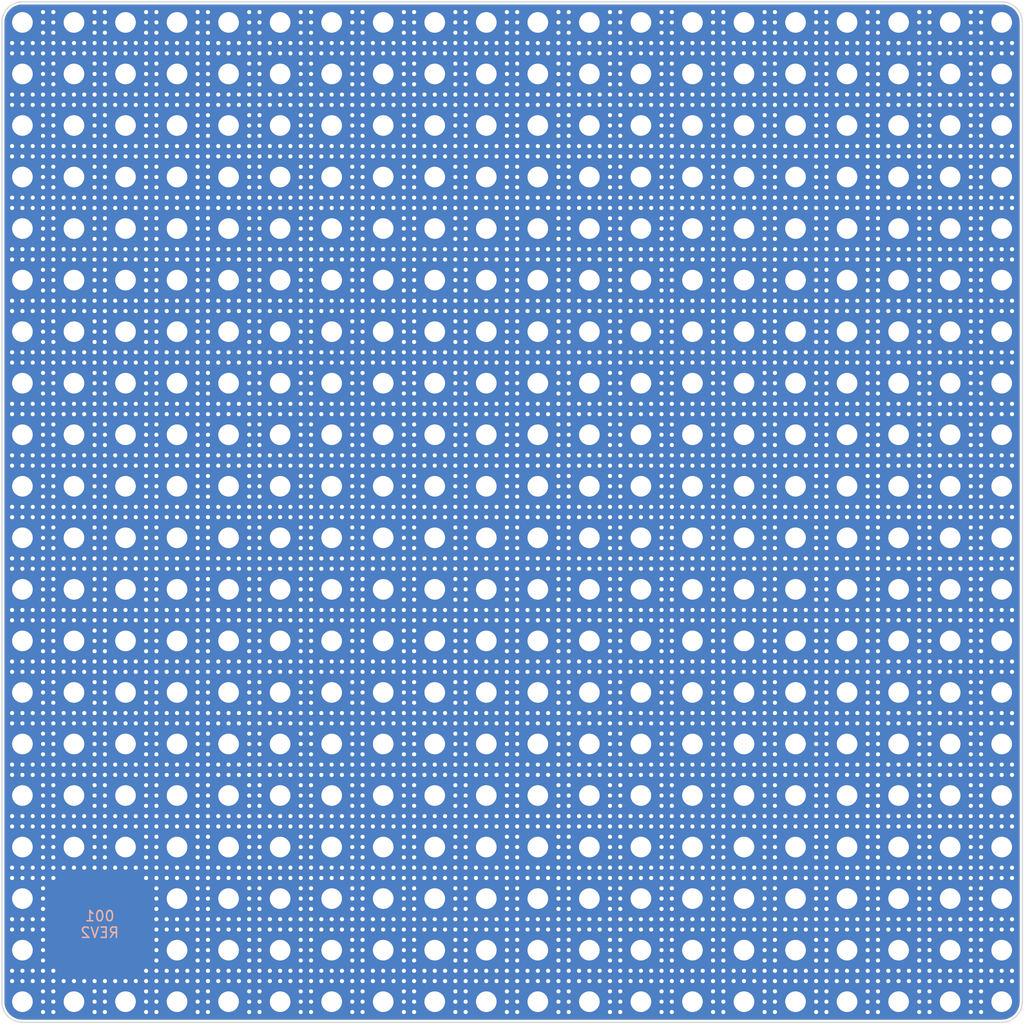
<source format=kicad_pcb>
(kicad_pcb (version 20211014) (generator pcbnew)
  (title_block (title "001 Base") (date "2022-11-06") (rev "2") (company "Halidelabs") (comment 1 "contact@halidelabs.eu"))
  (layers (0 "F.Cu" signal) (31 "B.Cu" signal) (36 "B.SilkS" user "B.Silkscreen") (37 "F.SilkS" user "F.Silkscreen") (38 "B.Mask" user) (39 "F.Mask" user) (44 "Edge.Cuts" user))
  (net 0 "")
  (net 1 "GND")
  (footprint "MountingHole:MountingHole_2.2mm_M2_DIN965_Pad" (layer "F.Cu") (at 124 129)
    (fp_text reference "REF**" hide)
    (fp_text value "MountingHole_2.2mm_M2_DIN965_Pad" hide)
  )
  (footprint "MountingHole:MountingHole_2.2mm_M2_DIN965_Pad" (layer "F.Cu") (at 154 134)
    (fp_text reference "REF**" hide)
    (fp_text value "MountingHole_2.2mm_M2_DIN965_Pad" hide)
  )
  (footprint "MountingHole:MountingHole_2.2mm_M2_DIN965_Pad" (layer "F.Cu") (at 104 99)
    (fp_text reference "REF**" hide)
    (fp_text value "MountingHole_2.2mm_M2_DIN965_Pad" hide)
  )
  (footprint "MountingHole:MountingHole_2.2mm_M2_DIN965_Pad" (layer "F.Cu") (at 169 74)
    (fp_text reference "REF**" hide)
    (fp_text value "MountingHole_2.2mm_M2_DIN965_Pad" hide)
  )
  (footprint "MountingHole:MountingHole_2.2mm_M2_DIN965_Pad" (layer "F.Cu") (at 99 64)
    (fp_text reference "REF**" hide)
    (fp_text value "MountingHole_2.2mm_M2_DIN965_Pad" hide)
  )
  (footprint "MountingHole:MountingHole_2.2mm_M2_DIN965_Pad" (layer "F.Cu") (at 104 144)
    (fp_text reference "REF**" hide)
    (fp_text value "MountingHole_2.2mm_M2_DIN965_Pad" hide)
  )
  (footprint "MountingHole:MountingHole_2.2mm_M2_DIN965_Pad" (layer "F.Cu") (at 144 84)
    (fp_text reference "REF**" hide)
    (fp_text value "MountingHole_2.2mm_M2_DIN965_Pad" hide)
  )
  (footprint "MountingHole:MountingHole_2.2mm_M2_DIN965_Pad" (layer "F.Cu") (at 134 84)
    (fp_text reference "REF**" hide)
    (fp_text value "MountingHole_2.2mm_M2_DIN965_Pad" hide)
  )
  (footprint "MountingHole:MountingHole_2.2mm_M2_DIN965_Pad" (layer "F.Cu") (at 154 84)
    (fp_text reference "REF**" hide)
    (fp_text value "MountingHole_2.2mm_M2_DIN965_Pad" hide)
  )
  (footprint "MountingHole:MountingHole_2.2mm_M2_DIN965_Pad" (layer "F.Cu") (at 179 134)
    (fp_text reference "REF**" hide)
    (fp_text value "MountingHole_2.2mm_M2_DIN965_Pad" hide)
  )
  (footprint "MountingHole:MountingHole_2.2mm_M2_DIN965_Pad" (layer "F.Cu") (at 194 144)
    (fp_text reference "REF**" hide)
    (fp_text value "MountingHole_2.2mm_M2_DIN965_Pad" hide)
  )
  (footprint "MountingHole:MountingHole_2.2mm_M2_DIN965_Pad" (layer "F.Cu") (at 169 54)
    (fp_text reference "REF**" hide)
    (fp_text value "MountingHole_2.2mm_M2_DIN965_Pad" hide)
  )
  (footprint "MountingHole:MountingHole_2.2mm_M2_DIN965_Pad" (layer "F.Cu") (at 119 114)
    (fp_text reference "REF**" hide)
    (fp_text value "MountingHole_2.2mm_M2_DIN965_Pad" hide)
  )
  (footprint "MountingHole:MountingHole_2.2mm_M2_DIN965_Pad" (layer "F.Cu") (at 99 124)
    (fp_text reference "REF**" hide)
    (fp_text value "MountingHole_2.2mm_M2_DIN965_Pad" hide)
  )
  (footprint "MountingHole:MountingHole_2.2mm_M2_DIN965_Pad" (layer "F.Cu") (at 189 64)
    (fp_text reference "REF**" hide)
    (fp_text value "MountingHole_2.2mm_M2_DIN965_Pad" hide)
  )
  (footprint "MountingHole:MountingHole_2.2mm_M2_DIN965_Pad" (layer "F.Cu") (at 134 79)
    (fp_text reference "REF**" hide)
    (fp_text value "MountingHole_2.2mm_M2_DIN965_Pad" hide)
  )
  (footprint "MountingHole:MountingHole_2.2mm_M2_DIN965_Pad" (layer "F.Cu") (at 184 104)
    (fp_text reference "REF**" hide)
    (fp_text value "MountingHole_2.2mm_M2_DIN965_Pad" hide)
  )
  (footprint "MountingHole:MountingHole_2.2mm_M2_DIN965_Pad" (layer "F.Cu") (at 99 144)
    (fp_text reference "REF**" hide)
    (fp_text value "MountingHole_2.2mm_M2_DIN965_Pad" hide)
  )
  (footprint "MountingHole:MountingHole_2.2mm_M2_DIN965_Pad" (layer "F.Cu") (at 99 74)
    (fp_text reference "REF**" hide)
    (fp_text value "MountingHole_2.2mm_M2_DIN965_Pad" hide)
  )
  (footprint "MountingHole:MountingHole_2.2mm_M2_DIN965_Pad" (layer "F.Cu") (at 144 59)
    (fp_text reference "REF**" hide)
    (fp_text value "MountingHole_2.2mm_M2_DIN965_Pad" hide)
  )
  (footprint "MountingHole:MountingHole_2.2mm_M2_DIN965_Pad" (layer "F.Cu") (at 194 124)
    (fp_text reference "REF**" hide)
    (fp_text value "MountingHole_2.2mm_M2_DIN965_Pad" hide)
  )
  (footprint "MountingHole:MountingHole_2.2mm_M2_DIN965_Pad" (layer "F.Cu") (at 184 99)
    (fp_text reference "REF**" hide)
    (fp_text value "MountingHole_2.2mm_M2_DIN965_Pad" hide)
  )
  (footprint "MountingHole:MountingHole_2.2mm_M2_DIN965_Pad" (layer "F.Cu") (at 124 59)
    (fp_text reference "REF**" hide)
    (fp_text value "MountingHole_2.2mm_M2_DIN965_Pad" hide)
  )
  (footprint "MountingHole:MountingHole_2.2mm_M2_DIN965_Pad" (layer "F.Cu") (at 149 54)
    (fp_text reference "REF**" hide)
    (fp_text value "MountingHole_2.2mm_M2_DIN965_Pad" hide)
  )
  (footprint "MountingHole:MountingHole_2.2mm_M2_DIN965_Pad" (layer "F.Cu") (at 139 94)
    (fp_text reference "REF**" hide)
    (fp_text value "MountingHole_2.2mm_M2_DIN965_Pad" hide)
  )
  (footprint "MountingHole:MountingHole_2.2mm_M2_DIN965_Pad" (layer "F.Cu") (at 129 89)
    (fp_text reference "REF**" hide)
    (fp_text value "MountingHole_2.2mm_M2_DIN965_Pad" hide)
  )
  (footprint "MountingHole:MountingHole_2.2mm_M2_DIN965_Pad" (layer "F.Cu") (at 179 99)
    (fp_text reference "REF**" hide)
    (fp_text value "MountingHole_2.2mm_M2_DIN965_Pad" hide)
  )
  (footprint "MountingHole:MountingHole_2.2mm_M2_DIN965_Pad" (layer "F.Cu") (at 104 94)
    (fp_text reference "REF**" hide)
    (fp_text value "MountingHole_2.2mm_M2_DIN965_Pad" hide)
  )
  (footprint "MountingHole:MountingHole_2.2mm_M2_DIN965_Pad" (layer "F.Cu") (at 189 124)
    (fp_text reference "REF**" hide)
    (fp_text value "MountingHole_2.2mm_M2_DIN965_Pad" hide)
  )
  (footprint "MountingHole:MountingHole_2.2mm_M2_DIN965_Pad" (layer "F.Cu") (at 174 144)
    (fp_text reference "REF**" hide)
    (fp_text value "MountingHole_2.2mm_M2_DIN965_Pad" hide)
  )
  (footprint "MountingHole:MountingHole_2.2mm_M2_DIN965_Pad" (layer "F.Cu") (at 159 84)
    (fp_text reference "REF**" hide)
    (fp_text value "MountingHole_2.2mm_M2_DIN965_Pad" hide)
  )
  (footprint "MountingHole:MountingHole_2.2mm_M2_DIN965_Pad" (layer "F.Cu") (at 149 49)
    (fp_text reference "REF**" hide)
    (fp_text value "MountingHole_2.2mm_M2_DIN965_Pad" hide)
  )
  (footprint "MountingHole:MountingHole_2.2mm_M2_DIN965_Pad" (layer "F.Cu") (at 144 119)
    (fp_text reference "REF**" hide)
    (fp_text value "MountingHole_2.2mm_M2_DIN965_Pad" hide)
  )
  (footprint "MountingHole:MountingHole_2.2mm_M2_DIN965_Pad" (layer "F.Cu") (at 184 139)
    (fp_text reference "REF**" hide)
    (fp_text value "MountingHole_2.2mm_M2_DIN965_Pad" hide)
  )
  (footprint "MountingHole:MountingHole_2.2mm_M2_DIN965_Pad" (layer "F.Cu") (at 164 104)
    (fp_text reference "REF**" hide)
    (fp_text value "MountingHole_2.2mm_M2_DIN965_Pad" hide)
  )
  (footprint "MountingHole:MountingHole_2.2mm_M2_DIN965_Pad" (layer "F.Cu") (at 99 49)
    (fp_text reference "REF**" hide)
    (fp_text value "MountingHole_2.2mm_M2_DIN965_Pad" hide)
  )
  (footprint "MountingHole:MountingHole_2.2mm_M2_DIN965_Pad" (layer "F.Cu") (at 109 89)
    (fp_text reference "REF**" hide)
    (fp_text value "MountingHole_2.2mm_M2_DIN965_Pad" hide)
  )
  (footprint "MountingHole:MountingHole_2.2mm_M2_DIN965_Pad" (layer "F.Cu") (at 189 89)
    (fp_text reference "REF**" hide)
    (fp_text value "MountingHole_2.2mm_M2_DIN965_Pad" hide)
  )
  (footprint "MountingHole:MountingHole_2.2mm_M2_DIN965_Pad" (layer "F.Cu") (at 164 94)
    (fp_text reference "REF**" hide)
    (fp_text value "MountingHole_2.2mm_M2_DIN965_Pad" hide)
  )
  (footprint "MountingHole:MountingHole_2.2mm_M2_DIN965_Pad" (layer "F.Cu") (at 154 109)
    (fp_text reference "REF**" hide)
    (fp_text value "MountingHole_2.2mm_M2_DIN965_Pad" hide)
  )
  (footprint "MountingHole:MountingHole_2.2mm_M2_DIN965_Pad" (layer "F.Cu") (at 134 89)
    (fp_text reference "REF**" hide)
    (fp_text value "MountingHole_2.2mm_M2_DIN965_Pad" hide)
  )
  (footprint "MountingHole:MountingHole_2.2mm_M2_DIN965_Pad" (layer "F.Cu") (at 144 74)
    (fp_text reference "REF**" hide)
    (fp_text value "MountingHole_2.2mm_M2_DIN965_Pad" hide)
  )
  (footprint "MountingHole:MountingHole_2.2mm_M2_DIN965_Pad" (layer "F.Cu") (at 144 54)
    (fp_text reference "REF**" hide)
    (fp_text value "MountingHole_2.2mm_M2_DIN965_Pad" hide)
  )
  (footprint "MountingHole:MountingHole_2.2mm_M2_DIN965_Pad" (layer "F.Cu") (at 114 129)
    (fp_text reference "REF**" hide)
    (fp_text value "MountingHole_2.2mm_M2_DIN965_Pad" hide)
  )
  (footprint "MountingHole:MountingHole_2.2mm_M2_DIN965_Pad" (layer "F.Cu") (at 124 134)
    (fp_text reference "REF**" hide)
    (fp_text value "MountingHole_2.2mm_M2_DIN965_Pad" hide)
  )
  (footprint "MountingHole:MountingHole_2.2mm_M2_DIN965_Pad" (layer "F.Cu") (at 139 134)
    (fp_text reference "REF**" hide)
    (fp_text value "MountingHole_2.2mm_M2_DIN965_Pad" hide)
  )
  (footprint "MountingHole:MountingHole_2.2mm_M2_DIN965_Pad" (layer "F.Cu") (at 169 124)
    (fp_text reference "REF**" hide)
    (fp_text value "MountingHole_2.2mm_M2_DIN965_Pad" hide)
  )
  (footprint "MountingHole:MountingHole_2.2mm_M2_DIN965_Pad" (layer "F.Cu") (at 134 114)
    (fp_text reference "REF**" hide)
    (fp_text value "MountingHole_2.2mm_M2_DIN965_Pad" hide)
  )
  (footprint "MountingHole:MountingHole_2.2mm_M2_DIN965_Pad" (layer "F.Cu") (at 99 129)
    (fp_text reference "REF**" hide)
    (fp_text value "MountingHole_2.2mm_M2_DIN965_Pad" hide)
  )
  (footprint "MountingHole:MountingHole_2.2mm_M2_DIN965_Pad" (layer "F.Cu") (at 139 129)
    (fp_text reference "REF**" hide)
    (fp_text value "MountingHole_2.2mm_M2_DIN965_Pad" hide)
  )
  (footprint "MountingHole:MountingHole_2.2mm_M2_DIN965_Pad" (layer "F.Cu") (at 104 79)
    (fp_text reference "REF**" hide)
    (fp_text value "MountingHole_2.2mm_M2_DIN965_Pad" hide)
  )
  (footprint "MountingHole:MountingHole_2.2mm_M2_DIN965_Pad" (layer "F.Cu") (at 189 74)
    (fp_text reference "REF**" hide)
    (fp_text value "MountingHole_2.2mm_M2_DIN965_Pad" hide)
  )
  (footprint "MountingHole:MountingHole_2.2mm_M2_DIN965_Pad" (layer "F.Cu") (at 189 139)
    (fp_text reference "REF**" hide)
    (fp_text value "MountingHole_2.2mm_M2_DIN965_Pad" hide)
  )
  (footprint "MountingHole:MountingHole_2.2mm_M2_DIN965_Pad" (layer "F.Cu") (at 104 74)
    (fp_text reference "REF**" hide)
    (fp_text value "MountingHole_2.2mm_M2_DIN965_Pad" hide)
  )
  (footprint "MountingHole:MountingHole_2.2mm_M2_DIN965_Pad" (layer "F.Cu") (at 109 64)
    (fp_text reference "REF**" hide)
    (fp_text value "MountingHole_2.2mm_M2_DIN965_Pad" hide)
  )
  (footprint "MountingHole:MountingHole_2.2mm_M2_DIN965_Pad" (layer "F.Cu") (at 184 79)
    (fp_text reference "REF**" hide)
    (fp_text value "MountingHole_2.2mm_M2_DIN965_Pad" hide)
  )
  (footprint "MountingHole:MountingHole_2.2mm_M2_DIN965_Pad" (layer "F.Cu") (at 99 54)
    (fp_text reference "REF**" hide)
    (fp_text value "MountingHole_2.2mm_M2_DIN965_Pad" hide)
  )
  (footprint "MountingHole:MountingHole_2.2mm_M2_DIN965_Pad" (layer "F.Cu") (at 124 124)
    (fp_text reference "REF**" hide)
    (fp_text value "MountingHole_2.2mm_M2_DIN965_Pad" hide)
  )
  (footprint "MountingHole:MountingHole_2.2mm_M2_DIN965_Pad" (layer "F.Cu") (at 104 69)
    (fp_text reference "REF**" hide)
    (fp_text value "MountingHole_2.2mm_M2_DIN965_Pad" hide)
  )
  (footprint "MountingHole:MountingHole_2.2mm_M2_DIN965_Pad" (layer "F.Cu") (at 179 94)
    (fp_text reference "REF**" hide)
    (fp_text value "MountingHole_2.2mm_M2_DIN965_Pad" hide)
  )
  (footprint "MountingHole:MountingHole_2.2mm_M2_DIN965_Pad" (layer "F.Cu") (at 174 134)
    (fp_text reference "REF**" hide)
    (fp_text value "MountingHole_2.2mm_M2_DIN965_Pad" hide)
  )
  (footprint "MountingHole:MountingHole_2.2mm_M2_DIN965_Pad" (layer "F.Cu") (at 154 79)
    (fp_text reference "REF**" hide)
    (fp_text value "MountingHole_2.2mm_M2_DIN965_Pad" hide)
  )
  (footprint "MountingHole:MountingHole_2.2mm_M2_DIN965_Pad" (layer "F.Cu") (at 194 64)
    (fp_text reference "REF**" hide)
    (fp_text value "MountingHole_2.2mm_M2_DIN965_Pad" hide)
  )
  (footprint "MountingHole:MountingHole_2.2mm_M2_DIN965_Pad" (layer "F.Cu") (at 174 129)
    (fp_text reference "REF**" hide)
    (fp_text value "MountingHole_2.2mm_M2_DIN965_Pad" hide)
  )
  (footprint "MountingHole:MountingHole_2.2mm_M2_DIN965_Pad" (layer "F.Cu") (at 184 69)
    (fp_text reference "REF**" hide)
    (fp_text value "MountingHole_2.2mm_M2_DIN965_Pad" hide)
  )
  (footprint "MountingHole:MountingHole_2.2mm_M2_DIN965_Pad" (layer "F.Cu") (at 109 49)
    (fp_text reference "REF**" hide)
    (fp_text value "MountingHole_2.2mm_M2_DIN965_Pad" hide)
  )
  (footprint "MountingHole:MountingHole_2.2mm_M2_DIN965_Pad" (layer "F.Cu") (at 134 74)
    (fp_text reference "REF**" hide)
    (fp_text value "MountingHole_2.2mm_M2_DIN965_Pad" hide)
  )
  (footprint "MountingHole:MountingHole_2.2mm_M2_DIN965_Pad" (layer "F.Cu") (at 134 109)
    (fp_text reference "REF**" hide)
    (fp_text value "MountingHole_2.2mm_M2_DIN965_Pad" hide)
  )
  (footprint "MountingHole:MountingHole_2.2mm_M2_DIN965_Pad" (layer "F.Cu") (at 124 99)
    (fp_text reference "REF**" hide)
    (fp_text value "MountingHole_2.2mm_M2_DIN965_Pad" hide)
  )
  (footprint "MountingHole:MountingHole_2.2mm_M2_DIN965_Pad" (layer "F.Cu") (at 134 129)
    (fp_text reference "REF**" hide)
    (fp_text value "MountingHole_2.2mm_M2_DIN965_Pad" hide)
  )
  (footprint "MountingHole:MountingHole_2.2mm_M2_DIN965_Pad" (layer "F.Cu") (at 119 59)
    (fp_text reference "REF**" hide)
    (fp_text value "MountingHole_2.2mm_M2_DIN965_Pad" hide)
  )
  (footprint "MountingHole:MountingHole_2.2mm_M2_DIN965_Pad" (layer "F.Cu") (at 129 129)
    (fp_text reference "REF**" hide)
    (fp_text value "MountingHole_2.2mm_M2_DIN965_Pad" hide)
  )
  (footprint "MountingHole:MountingHole_2.2mm_M2_DIN965_Pad" (layer "F.Cu") (at 149 119)
    (fp_text reference "REF**" hide)
    (fp_text value "MountingHole_2.2mm_M2_DIN965_Pad" hide)
  )
  (footprint "MountingHole:MountingHole_2.2mm_M2_DIN965_Pad" (layer "F.Cu") (at 184 94)
    (fp_text reference "REF**" hide)
    (fp_text value "MountingHole_2.2mm_M2_DIN965_Pad" hide)
  )
  (footprint "MountingHole:MountingHole_2.2mm_M2_DIN965_Pad" (layer "F.Cu") (at 124 104)
    (fp_text reference "REF**" hide)
    (fp_text value "MountingHole_2.2mm_M2_DIN965_Pad" hide)
  )
  (footprint "MountingHole:MountingHole_2.2mm_M2_DIN965_Pad" (layer "F.Cu") (at 144 94)
    (fp_text reference "REF**" hide)
    (fp_text value "MountingHole_2.2mm_M2_DIN965_Pad" hide)
  )
  (footprint "MountingHole:MountingHole_2.2mm_M2_DIN965_Pad" (layer "F.Cu") (at 154 119)
    (fp_text reference "REF**" hide)
    (fp_text value "MountingHole_2.2mm_M2_DIN965_Pad" hide)
  )
  (footprint "MountingHole:MountingHole_2.2mm_M2_DIN965_Pad" (layer "F.Cu") (at 134 54)
    (fp_text reference "REF**" hide)
    (fp_text value "MountingHole_2.2mm_M2_DIN965_Pad" hide)
  )
  (footprint "MountingHole:MountingHole_2.2mm_M2_DIN965_Pad" (layer "F.Cu") (at 144 124)
    (fp_text reference "REF**" hide)
    (fp_text value "MountingHole_2.2mm_M2_DIN965_Pad" hide)
  )
  (footprint "MountingHole:MountingHole_2.2mm_M2_DIN965_Pad" (layer "F.Cu") (at 139 54)
    (fp_text reference "REF**" hide)
    (fp_text value "MountingHole_2.2mm_M2_DIN965_Pad" hide)
  )
  (footprint "MountingHole:MountingHole_2.2mm_M2_DIN965_Pad" (layer "F.Cu") (at 139 99)
    (fp_text reference "REF**" hide)
    (fp_text value "MountingHole_2.2mm_M2_DIN965_Pad" hide)
  )
  (footprint "MountingHole:MountingHole_2.2mm_M2_DIN965_Pad" (layer "F.Cu") (at 104 119)
    (fp_text reference "REF**" hide)
    (fp_text value "MountingHole_2.2mm_M2_DIN965_Pad" hide)
  )
  (footprint "MountingHole:MountingHole_2.2mm_M2_DIN965_Pad" (layer "F.Cu") (at 154 69)
    (fp_text reference "REF**" hide)
    (fp_text value "MountingHole_2.2mm_M2_DIN965_Pad" hide)
  )
  (footprint "MountingHole:MountingHole_2.2mm_M2_DIN965_Pad" (layer "F.Cu") (at 159 64)
    (fp_text reference "REF**" hide)
    (fp_text value "MountingHole_2.2mm_M2_DIN965_Pad" hide)
  )
  (footprint "MountingHole:MountingHole_2.2mm_M2_DIN965_Pad" (layer "F.Cu") (at 124 79)
    (fp_text reference "REF**" hide)
    (fp_text value "MountingHole_2.2mm_M2_DIN965_Pad" hide)
  )
  (footprint "MountingHole:MountingHole_2.2mm_M2_DIN965_Pad" (layer "F.Cu") (at 104 84)
    (fp_text reference "REF**" hide)
    (fp_text value "MountingHole_2.2mm_M2_DIN965_Pad" hide)
  )
  (footprint "MountingHole:MountingHole_2.2mm_M2_DIN965_Pad" (layer "F.Cu") (at 194 84)
    (fp_text reference "REF**" hide)
    (fp_text value "MountingHole_2.2mm_M2_DIN965_Pad" hide)
  )
  (footprint "MountingHole:MountingHole_2.2mm_M2_DIN965_Pad" (layer "F.Cu") (at 189 119)
    (fp_text reference "REF**" hide)
    (fp_text value "MountingHole_2.2mm_M2_DIN965_Pad" hide)
  )
  (footprint "MountingHole:MountingHole_2.2mm_M2_DIN965_Pad" (layer "F.Cu") (at 129 119)
    (fp_text reference "REF**" hide)
    (fp_text value "MountingHole_2.2mm_M2_DIN965_Pad" hide)
  )
  (footprint "MountingHole:MountingHole_2.2mm_M2_DIN965_Pad" (layer "F.Cu") (at 109 129)
    (fp_text reference "REF**" hide)
    (fp_text value "MountingHole_2.2mm_M2_DIN965_Pad" hide)
  )
  (footprint "MountingHole:MountingHole_2.2mm_M2_DIN965_Pad" (layer "F.Cu") (at 139 84)
    (fp_text reference "REF**" hide)
    (fp_text value "MountingHole_2.2mm_M2_DIN965_Pad" hide)
  )
  (footprint "MountingHole:MountingHole_2.2mm_M2_DIN965_Pad" (layer "F.Cu") (at 174 69)
    (fp_text reference "REF**" hide)
    (fp_text value "MountingHole_2.2mm_M2_DIN965_Pad" hide)
  )
  (footprint "MountingHole:MountingHole_2.2mm_M2_DIN965_Pad" (layer "F.Cu") (at 164 59)
    (fp_text reference "REF**" hide)
    (fp_text value "MountingHole_2.2mm_M2_DIN965_Pad" hide)
  )
  (footprint "MountingHole:MountingHole_2.2mm_M2_DIN965_Pad" (layer "F.Cu") (at 149 144)
    (fp_text reference "REF**" hide)
    (fp_text value "MountingHole_2.2mm_M2_DIN965_Pad" hide)
  )
  (footprint "MountingHole:MountingHole_2.2mm_M2_DIN965_Pad" (layer "F.Cu") (at 109 69)
    (fp_text reference "REF**" hide)
    (fp_text value "MountingHole_2.2mm_M2_DIN965_Pad" hide)
  )
  (footprint "MountingHole:MountingHole_2.2mm_M2_DIN965_Pad" (layer "F.Cu") (at 149 124)
    (fp_text reference "REF**" hide)
    (fp_text value "MountingHole_2.2mm_M2_DIN965_Pad" hide)
  )
  (footprint "MountingHole:MountingHole_2.2mm_M2_DIN965_Pad" (layer "F.Cu") (at 184 109)
    (fp_text reference "REF**" hide)
    (fp_text value "MountingHole_2.2mm_M2_DIN965_Pad" hide)
  )
  (footprint "MountingHole:MountingHole_2.2mm_M2_DIN965_Pad" (layer "F.Cu") (at 189 144)
    (fp_text reference "REF**" hide)
    (fp_text value "MountingHole_2.2mm_M2_DIN965_Pad" hide)
  )
  (footprint "MountingHole:MountingHole_2.2mm_M2_DIN965_Pad" (layer "F.Cu") (at 184 49)
    (fp_text reference "REF**" hide)
    (fp_text value "MountingHole_2.2mm_M2_DIN965_Pad" hide)
  )
  (footprint "MountingHole:MountingHole_2.2mm_M2_DIN965_Pad" (layer "F.Cu") (at 194 74)
    (fp_text reference "REF**" hide)
    (fp_text value "MountingHole_2.2mm_M2_DIN965_Pad" hide)
  )
  (footprint "MountingHole:MountingHole_2.2mm_M2_DIN965_Pad" (layer "F.Cu") (at 134 119)
    (fp_text reference "REF**" hide)
    (fp_text value "MountingHole_2.2mm_M2_DIN965_Pad" hide)
  )
  (footprint "MountingHole:MountingHole_2.2mm_M2_DIN965_Pad" (layer "F.Cu") (at 149 79)
    (fp_text reference "REF**" hide)
    (fp_text value "MountingHole_2.2mm_M2_DIN965_Pad" hide)
  )
  (footprint "MountingHole:MountingHole_2.2mm_M2_DIN965_Pad" (layer "F.Cu") (at 179 104)
    (fp_text reference "REF**" hide)
    (fp_text value "MountingHole_2.2mm_M2_DIN965_Pad" hide)
  )
  (footprint "MountingHole:MountingHole_2.2mm_M2_DIN965_Pad" (layer "F.Cu") (at 174 139)
    (fp_text reference "REF**" hide)
    (fp_text value "MountingHole_2.2mm_M2_DIN965_Pad" hide)
  )
  (footprint "MountingHole:MountingHole_2.2mm_M2_DIN965_Pad" (layer "F.Cu") (at 189 94)
    (fp_text reference "REF**" hide)
    (fp_text value "MountingHole_2.2mm_M2_DIN965_Pad" hide)
  )
  (footprint "MountingHole:MountingHole_2.2mm_M2_DIN965_Pad" (layer "F.Cu") (at 184 64)
    (fp_text reference "REF**" hide)
    (fp_text value "MountingHole_2.2mm_M2_DIN965_Pad" hide)
  )
  (footprint "MountingHole:MountingHole_2.2mm_M2_DIN965_Pad" (layer "F.Cu") (at 194 109)
    (fp_text reference "REF**" hide)
    (fp_text value "MountingHole_2.2mm_M2_DIN965_Pad" hide)
  )
  (footprint "MountingHole:MountingHole_2.2mm_M2_DIN965_Pad" (layer "F.Cu") (at 119 99)
    (fp_text reference "REF**" hide)
    (fp_text value "MountingHole_2.2mm_M2_DIN965_Pad" hide)
  )
  (footprint "MountingHole:MountingHole_2.2mm_M2_DIN965_Pad" (layer "F.Cu") (at 159 129)
    (fp_text reference "REF**" hide)
    (fp_text value "MountingHole_2.2mm_M2_DIN965_Pad" hide)
  )
  (footprint "MountingHole:MountingHole_2.2mm_M2_DIN965_Pad" (layer "F.Cu") (at 184 84)
    (fp_text reference "REF**" hide)
    (fp_text value "MountingHole_2.2mm_M2_DIN965_Pad" hide)
  )
  (footprint "MountingHole:MountingHole_2.2mm_M2_DIN965_Pad" (layer "F.Cu") (at 189 134)
    (fp_text reference "REF**" hide)
    (fp_text value "MountingHole_2.2mm_M2_DIN965_Pad" hide)
  )
  (footprint "MountingHole:MountingHole_2.2mm_M2_DIN965_Pad" (layer "F.Cu") (at 144 114)
    (fp_text reference "REF**" hide)
    (fp_text value "MountingHole_2.2mm_M2_DIN965_Pad" hide)
  )
  (footprint "MountingHole:MountingHole_2.2mm_M2_DIN965_Pad" (layer "F.Cu") (at 174 64)
    (fp_text reference "REF**" hide)
    (fp_text value "MountingHole_2.2mm_M2_DIN965_Pad" hide)
  )
  (footprint "MountingHole:MountingHole_2.2mm_M2_DIN965_Pad" (layer "F.Cu") (at 144 64)
    (fp_text reference "REF**" hide)
    (fp_text value "MountingHole_2.2mm_M2_DIN965_Pad" hide)
  )
  (footprint "MountingHole:MountingHole_2.2mm_M2_DIN965_Pad" (layer "F.Cu") (at 164 114)
    (fp_text reference "REF**" hide)
    (fp_text value "MountingHole_2.2mm_M2_DIN965_Pad" hide)
  )
  (footprint "MountingHole:MountingHole_2.2mm_M2_DIN965_Pad" (layer "F.Cu") (at 114 104)
    (fp_text reference "REF**" hide)
    (fp_text value "MountingHole_2.2mm_M2_DIN965_Pad" hide)
  )
  (footprint "MountingHole:MountingHole_2.2mm_M2_DIN965_Pad" (layer "F.Cu") (at 189 99)
    (fp_text reference "REF**" hide)
    (fp_text value "MountingHole_2.2mm_M2_DIN965_Pad" hide)
  )
  (footprint "MountingHole:MountingHole_2.2mm_M2_DIN965_Pad" (layer "F.Cu") (at 159 59)
    (fp_text reference "REF**" hide)
    (fp_text value "MountingHole_2.2mm_M2_DIN965_Pad" hide)
  )
  (footprint "MountingHole:MountingHole_2.2mm_M2_DIN965_Pad" (layer "F.Cu") (at 139 89)
    (fp_text reference "REF**" hide)
    (fp_text value "MountingHole_2.2mm_M2_DIN965_Pad" hide)
  )
  (footprint "MountingHole:MountingHole_2.2mm_M2_DIN965_Pad" (layer "F.Cu") (at 104 124)
    (fp_text reference "REF**" hide)
    (fp_text value "MountingHole_2.2mm_M2_DIN965_Pad" hide)
  )
  (footprint "MountingHole:MountingHole_2.2mm_M2_DIN965_Pad" (layer "F.Cu") (at 99 139)
    (fp_text reference "REF**" hide)
    (fp_text value "MountingHole_2.2mm_M2_DIN965_Pad" hide)
  )
  (footprint "MountingHole:MountingHole_2.2mm_M2_DIN965_Pad" (layer "F.Cu") (at 104 49)
    (fp_text reference "REF**" hide)
    (fp_text value "MountingHole_2.2mm_M2_DIN965_Pad" hide)
  )
  (footprint "MountingHole:MountingHole_2.2mm_M2_DIN965_Pad" (layer "F.Cu") (at 149 89)
    (fp_text reference "REF**" hide)
    (fp_text value "MountingHole_2.2mm_M2_DIN965_Pad" hide)
  )
  (footprint "MountingHole:MountingHole_2.2mm_M2_DIN965_Pad" (layer "F.Cu") (at 159 124)
    (fp_text reference "REF**" hide)
    (fp_text value "MountingHole_2.2mm_M2_DIN965_Pad" hide)
  )
  (footprint "MountingHole:MountingHole_2.2mm_M2_DIN965_Pad" (layer "F.Cu") (at 139 139)
    (fp_text reference "REF**" hide)
    (fp_text value "MountingHole_2.2mm_M2_DIN965_Pad" hide)
  )
  (footprint "MountingHole:MountingHole_2.2mm_M2_DIN965_Pad" (layer "F.Cu") (at 169 89)
    (fp_text reference "REF**" hide)
    (fp_text value "MountingHole_2.2mm_M2_DIN965_Pad" hide)
  )
  (footprint "MountingHole:MountingHole_2.2mm_M2_DIN965_Pad" (layer "F.Cu") (at 159 139)
    (fp_text reference "REF**" hide)
    (fp_text value "MountingHole_2.2mm_M2_DIN965_Pad" hide)
  )
  (footprint "MountingHole:MountingHole_2.2mm_M2_DIN965_Pad" (layer "F.Cu") (at 124 109)
    (fp_text reference "REF**" hide)
    (fp_text value "MountingHole_2.2mm_M2_DIN965_Pad" hide)
  )
  (footprint "MountingHole:MountingHole_2.2mm_M2_DIN965_Pad" (layer "F.Cu") (at 134 69)
    (fp_text reference "REF**" hide)
    (fp_text value "MountingHole_2.2mm_M2_DIN965_Pad" hide)
  )
  (footprint "MountingHole:MountingHole_2.2mm_M2_DIN965_Pad" (layer "F.Cu") (at 109 94)
    (fp_text reference "REF**" hide)
    (fp_text value "MountingHole_2.2mm_M2_DIN965_Pad" hide)
  )
  (footprint "MountingHole:MountingHole_2.2mm_M2_DIN965_Pad" (layer "F.Cu") (at 169 109)
    (fp_text reference "REF**" hide)
    (fp_text value "MountingHole_2.2mm_M2_DIN965_Pad" hide)
  )
  (footprint "MountingHole:MountingHole_2.2mm_M2_DIN965_Pad" (layer "F.Cu") (at 129 64)
    (fp_text reference "REF**" hide)
    (fp_text value "MountingHole_2.2mm_M2_DIN965_Pad" hide)
  )
  (footprint "MountingHole:MountingHole_2.2mm_M2_DIN965_Pad" (layer "F.Cu") (at 139 144)
    (fp_text reference "REF**" hide)
    (fp_text value "MountingHole_2.2mm_M2_DIN965_Pad" hide)
  )
  (footprint "MountingHole:MountingHole_2.2mm_M2_DIN965_Pad" (layer "F.Cu") (at 129 109)
    (fp_text reference "REF**" hide)
    (fp_text value "MountingHole_2.2mm_M2_DIN965_Pad" hide)
  )
  (footprint "MountingHole:MountingHole_2.2mm_M2_DIN965_Pad" (layer "F.Cu") (at 99 89)
    (fp_text reference "REF**" hide)
    (fp_text value "MountingHole_2.2mm_M2_DIN965_Pad" hide)
  )
  (footprint "MountingHole:MountingHole_2.2mm_M2_DIN965_Pad" (layer "F.Cu") (at 119 124)
    (fp_text reference "REF**" hide)
    (fp_text value "MountingHole_2.2mm_M2_DIN965_Pad" hide)
  )
  (footprint "MountingHole:MountingHole_2.2mm_M2_DIN965_Pad" (layer "F.Cu") (at 149 134)
    (fp_text reference "REF**" hide)
    (fp_text value "MountingHole_2.2mm_M2_DIN965_Pad" hide)
  )
  (footprint "MountingHole:MountingHole_2.2mm_M2_DIN965_Pad" (layer "F.Cu") (at 179 109)
    (fp_text reference "REF**" hide)
    (fp_text value "MountingHole_2.2mm_M2_DIN965_Pad" hide)
  )
  (footprint "MountingHole:MountingHole_2.2mm_M2_DIN965_Pad" (layer "F.Cu") (at 169 144)
    (fp_text reference "REF**" hide)
    (fp_text value "MountingHole_2.2mm_M2_DIN965_Pad" hide)
  )
  (footprint "MountingHole:MountingHole_2.2mm_M2_DIN965_Pad" (layer "F.Cu") (at 184 124)
    (fp_text reference "REF**" hide)
    (fp_text value "MountingHole_2.2mm_M2_DIN965_Pad" hide)
  )
  (footprint "MountingHole:MountingHole_2.2mm_M2_DIN965_Pad" (layer "F.Cu") (at 144 144)
    (fp_text reference "REF**" hide)
    (fp_text value "MountingHole_2.2mm_M2_DIN965_Pad" hide)
  )
  (footprint "MountingHole:MountingHole_2.2mm_M2_DIN965_Pad" (layer "F.Cu") (at 149 69)
    (fp_text reference "REF**" hide)
    (fp_text value "MountingHole_2.2mm_M2_DIN965_Pad" hide)
  )
  (footprint "MountingHole:MountingHole_2.2mm_M2_DIN965_Pad" (layer "F.Cu") (at 174 59)
    (fp_text reference "REF**" hide)
    (fp_text value "MountingHole_2.2mm_M2_DIN965_Pad" hide)
  )
  (footprint "MountingHole:MountingHole_2.2mm_M2_DIN965_Pad" (layer "F.Cu") (at 169 99)
    (fp_text reference "REF**" hide)
    (fp_text value "MountingHole_2.2mm_M2_DIN965_Pad" hide)
  )
  (footprint "MountingHole:MountingHole_2.2mm_M2_DIN965_Pad" (layer "F.Cu") (at 119 129)
    (fp_text reference "REF**" hide)
    (fp_text value "MountingHole_2.2mm_M2_DIN965_Pad" hide)
  )
  (footprint "MountingHole:MountingHole_2.2mm_M2_DIN965_Pad" (layer "F.Cu") (at 119 94)
    (fp_text reference "REF**" hide)
    (fp_text value "MountingHole_2.2mm_M2_DIN965_Pad" hide)
  )
  (footprint "MountingHole:MountingHole_2.2mm_M2_DIN965_Pad" (layer "F.Cu") (at 149 84)
    (fp_text reference "REF**" hide)
    (fp_text value "MountingHole_2.2mm_M2_DIN965_Pad" hide)
  )
  (footprint "MountingHole:MountingHole_2.2mm_M2_DIN965_Pad" (layer "F.Cu") (at 139 59)
    (fp_text reference "REF**" hide)
    (fp_text value "MountingHole_2.2mm_M2_DIN965_Pad" hide)
  )
  (footprint "MountingHole:MountingHole_2.2mm_M2_DIN965_Pad" (layer "F.Cu") (at 179 49)
    (fp_text reference "REF**" hide)
    (fp_text value "MountingHole_2.2mm_M2_DIN965_Pad" hide)
  )
  (footprint "MountingHole:MountingHole_2.2mm_M2_DIN965_Pad" (layer "F.Cu") (at 184 129)
    (fp_text reference "REF**" hide)
    (fp_text value "MountingHole_2.2mm_M2_DIN965_Pad" hide)
  )
  (footprint "MountingHole:MountingHole_2.2mm_M2_DIN965_Pad" (layer "F.Cu") (at 144 79)
    (fp_text reference "REF**" hide)
    (fp_text value "MountingHole_2.2mm_M2_DIN965_Pad" hide)
  )
  (footprint "MountingHole:MountingHole_2.2mm_M2_DIN965_Pad" (layer "F.Cu") (at 119 144)
    (fp_text reference "REF**" hide)
    (fp_text value "MountingHole_2.2mm_M2_DIN965_Pad" hide)
  )
  (footprint "MountingHole:MountingHole_2.2mm_M2_DIN965_Pad" (layer "F.Cu") (at 124 89)
    (fp_text reference "REF**" hide)
    (fp_text value "MountingHole_2.2mm_M2_DIN965_Pad" hide)
  )
  (footprint "MountingHole:MountingHole_2.2mm_M2_DIN965_Pad" (layer "F.Cu") (at 154 49)
    (fp_text reference "REF**" hide)
    (fp_text value "MountingHole_2.2mm_M2_DIN965_Pad" hide)
  )
  (footprint "MountingHole:MountingHole_2.2mm_M2_DIN965_Pad" (layer "F.Cu") (at 154 99)
    (fp_text reference "REF**" hide)
    (fp_text value "MountingHole_2.2mm_M2_DIN965_Pad" hide)
  )
  (footprint "MountingHole:MountingHole_2.2mm_M2_DIN965_Pad" (layer "F.Cu") (at 144 139)
    (fp_text reference "REF**" hide)
    (fp_text value "MountingHole_2.2mm_M2_DIN965_Pad" hide)
  )
  (footprint "MountingHole:MountingHole_2.2mm_M2_DIN965_Pad" (layer "F.Cu") (at 164 69)
    (fp_text reference "REF**" hide)
    (fp_text value "MountingHole_2.2mm_M2_DIN965_Pad" hide)
  )
  (footprint "MountingHole:MountingHole_2.2mm_M2_DIN965_Pad" (layer "F.Cu") (at 119 49)
    (fp_text reference "REF**" hide)
    (fp_text value "MountingHole_2.2mm_M2_DIN965_Pad" hide)
  )
  (footprint "MountingHole:MountingHole_2.2mm_M2_DIN965_Pad" (layer "F.Cu") (at 124 74)
    (fp_text reference "REF**" hide)
    (fp_text value "MountingHole_2.2mm_M2_DIN965_Pad" hide)
  )
  (footprint "MountingHole:MountingHole_2.2mm_M2_DIN965_Pad" (layer "F.Cu") (at 154 139)
    (fp_text reference "REF**" hide)
    (fp_text value "MountingHole_2.2mm_M2_DIN965_Pad" hide)
  )
  (footprint "MountingHole:MountingHole_2.2mm_M2_DIN965_Pad" (layer "F.Cu") (at 194 104)
    (fp_text reference "REF**" hide)
    (fp_text value "MountingHole_2.2mm_M2_DIN965_Pad" hide)
  )
  (footprint "MountingHole:MountingHole_2.2mm_M2_DIN965_Pad" (layer "F.Cu") (at 114 109)
    (fp_text reference "REF**" hide)
    (fp_text value "MountingHole_2.2mm_M2_DIN965_Pad" hide)
  )
  (footprint "MountingHole:MountingHole_2.2mm_M2_DIN965_Pad" (layer "F.Cu") (at 109 124)
    (fp_text reference "REF**" hide)
    (fp_text value "MountingHole_2.2mm_M2_DIN965_Pad" hide)
  )
  (footprint "MountingHole:MountingHole_2.2mm_M2_DIN965_Pad" (layer "F.Cu") (at 109 104)
    (fp_text reference "REF**" hide)
    (fp_text value "MountingHole_2.2mm_M2_DIN965_Pad" hide)
  )
  (footprint "MountingHole:MountingHole_2.2mm_M2_DIN965_Pad" (layer "F.Cu") (at 154 59)
    (fp_text reference "REF**" hide)
    (fp_text value "MountingHole_2.2mm_M2_DIN965_Pad" hide)
  )
  (footprint "MountingHole:MountingHole_2.2mm_M2_DIN965_Pad" (layer "F.Cu") (at 119 109)
    (fp_text reference "REF**" hide)
    (fp_text value "MountingHole_2.2mm_M2_DIN965_Pad" hide)
  )
  (footprint "MountingHole:MountingHole_2.2mm_M2_DIN965_Pad" (layer "F.Cu") (at 184 89)
    (fp_text reference "REF**" hide)
    (fp_text value "MountingHole_2.2mm_M2_DIN965_Pad" hide)
  )
  (footprint "MountingHole:MountingHole_2.2mm_M2_DIN965_Pad" (layer "F.Cu") (at 159 94)
    (fp_text reference "REF**" hide)
    (fp_text value "MountingHole_2.2mm_M2_DIN965_Pad" hide)
  )
  (footprint "MountingHole:MountingHole_2.2mm_M2_DIN965_Pad" (layer "F.Cu") (at 189 79)
    (fp_text reference "REF**" hide)
    (fp_text value "MountingHole_2.2mm_M2_DIN965_Pad" hide)
  )
  (footprint "MountingHole:MountingHole_2.2mm_M2_DIN965_Pad" (layer "F.Cu") (at 114 134)
    (fp_text reference "REF**" hide)
    (fp_text value "MountingHole_2.2mm_M2_DIN965_Pad" hide)
  )
  (footprint "MountingHole:MountingHole_2.2mm_M2_DIN965_Pad" (layer "F.Cu") (at 169 134)
    (fp_text reference "REF**" hide)
    (fp_text value "MountingHole_2.2mm_M2_DIN965_Pad" hide)
  )
  (footprint "MountingHole:MountingHole_2.2mm_M2_DIN965_Pad" (layer "F.Cu") (at 139 124)
    (fp_text reference "REF**" hide)
    (fp_text value "MountingHole_2.2mm_M2_DIN965_Pad" hide)
  )
  (footprint "MountingHole:MountingHole_2.2mm_M2_DIN965_Pad" (layer "F.Cu") (at 114 74)
    (fp_text reference "REF**" hide)
    (fp_text value "MountingHole_2.2mm_M2_DIN965_Pad" hide)
  )
  (footprint "MountingHole:MountingHole_2.2mm_M2_DIN965_Pad" (layer "F.Cu") (at 119 84)
    (fp_text reference "REF**" hide)
    (fp_text value "MountingHole_2.2mm_M2_DIN965_Pad" hide)
  )
  (footprint "MountingHole:MountingHole_2.2mm_M2_DIN965_Pad" (layer "F.Cu") (at 179 129)
    (fp_text reference "REF**" hide)
    (fp_text value "MountingHole_2.2mm_M2_DIN965_Pad" hide)
  )
  (footprint "MountingHole:MountingHole_2.2mm_M2_DIN965_Pad" (layer "F.Cu") (at 99 84)
    (fp_text reference "REF**" hide)
    (fp_text value "MountingHole_2.2mm_M2_DIN965_Pad" hide)
  )
  (footprint "MountingHole:MountingHole_2.2mm_M2_DIN965_Pad" (layer "F.Cu") (at 194 99)
    (fp_text reference "REF**" hide)
    (fp_text value "MountingHole_2.2mm_M2_DIN965_Pad" hide)
  )
  (footprint "MountingHole:MountingHole_2.2mm_M2_DIN965_Pad" (layer "F.Cu") (at 174 119)
    (fp_text reference "REF**" hide)
    (fp_text value "MountingHole_2.2mm_M2_DIN965_Pad" hide)
  )
  (footprint "MountingHole:MountingHole_2.2mm_M2_DIN965_Pad" (layer "F.Cu") (at 189 49)
    (fp_text reference "REF**" hide)
    (fp_text value "MountingHole_2.2mm_M2_DIN965_Pad" hide)
  )
  (footprint "MountingHole:MountingHole_2.2mm_M2_DIN965_Pad" (layer "F.Cu") (at 169 69)
    (fp_text reference "REF**" hide)
    (fp_text value "MountingHole_2.2mm_M2_DIN965_Pad" hide)
  )
  (footprint "MountingHole:MountingHole_2.2mm_M2_DIN965_Pad" (layer "F.Cu") (at 164 89)
    (fp_text reference "REF**" hide)
    (fp_text value "MountingHole_2.2mm_M2_DIN965_Pad" hide)
  )
  (footprint "MountingHole:MountingHole_2.2mm_M2_DIN965_Pad" (layer "F.Cu") (at 184 74)
    (fp_text reference "REF**" hide)
    (fp_text value "MountingHole_2.2mm_M2_DIN965_Pad" hide)
  )
  (footprint "MountingHole:MountingHole_2.2mm_M2_DIN965_Pad" (layer "F.Cu") (at 139 114)
    (fp_text reference "REF**" hide)
    (fp_text value "MountingHole_2.2mm_M2_DIN965_Pad" hide)
  )
  (footprint "MountingHole:MountingHole_2.2mm_M2_DIN965_Pad" (layer "F.Cu") (at 149 104)
    (fp_text reference "REF**" hide)
    (fp_text value "MountingHole_2.2mm_M2_DIN965_Pad" hide)
  )
  (footprint "MountingHole:MountingHole_2.2mm_M2_DIN965_Pad" (layer "F.Cu") (at 169 114)
    (fp_text reference "REF**" hide)
    (fp_text value "MountingHole_2.2mm_M2_DIN965_Pad" hide)
  )
  (footprint "MountingHole:MountingHole_2.2mm_M2_DIN965_Pad" (layer "F.Cu") (at 109 79)
    (fp_text reference "REF**" hide)
    (fp_text value "MountingHole_2.2mm_M2_DIN965_Pad" hide)
  )
  (footprint "MountingHole:MountingHole_2.2mm_M2_DIN965_Pad" (layer "F.Cu") (at 159 144)
    (fp_text reference "REF**" hide)
    (fp_text value "MountingHole_2.2mm_M2_DIN965_Pad" hide)
  )
  (footprint "MountingHole:MountingHole_2.2mm_M2_DIN965_Pad" (layer "F.Cu") (at 159 119)
    (fp_text reference "REF**" hide)
    (fp_text value "MountingHole_2.2mm_M2_DIN965_Pad" hide)
  )
  (footprint "MountingHole:MountingHole_2.2mm_M2_DIN965_Pad" (layer "F.Cu") (at 194 119)
    (fp_text reference "REF**" hide)
    (fp_text value "MountingHole_2.2mm_M2_DIN965_Pad" hide)
  )
  (footprint "MountingHole:MountingHole_2.2mm_M2_DIN965_Pad" (layer "F.Cu") (at 109 144)
    (fp_text reference "REF**" hide)
    (fp_text value "MountingHole_2.2mm_M2_DIN965_Pad" hide)
  )
  (footprint "MountingHole:MountingHole_2.2mm_M2_DIN965_Pad" (layer "F.Cu") (at 99 119)
    (fp_text reference "REF**" hide)
    (fp_text value "MountingHole_2.2mm_M2_DIN965_Pad" hide)
  )
  (footprint "MountingHole:MountingHole_2.2mm_M2_DIN965_Pad" (layer "F.Cu") (at 164 99)
    (fp_text reference "REF**" hide)
    (fp_text value "MountingHole_2.2mm_M2_DIN965_Pad" hide)
  )
  (footprint "MountingHole:MountingHole_2.2mm_M2_DIN965_Pad" (layer "F.Cu") (at 119 74)
    (fp_text reference "REF**" hide)
    (fp_text value "MountingHole_2.2mm_M2_DIN965_Pad" hide)
  )
  (footprint "MountingHole:MountingHole_2.2mm_M2_DIN965_Pad" (layer "F.Cu") (at 179 69)
    (fp_text reference "REF**" hide)
    (fp_text value "MountingHole_2.2mm_M2_DIN965_Pad" hide)
  )
  (footprint "MountingHole:MountingHole_2.2mm_M2_DIN965_Pad" (layer "F.Cu") (at 174 94)
    (fp_text reference "REF**" hide)
    (fp_text value "MountingHole_2.2mm_M2_DIN965_Pad" hide)
  )
  (footprint "MountingHole:MountingHole_2.2mm_M2_DIN965_Pad" (layer "F.Cu") (at 164 119)
    (fp_text reference "REF**" hide)
    (fp_text value "MountingHole_2.2mm_M2_DIN965_Pad" hide)
  )
  (footprint "MountingHole:MountingHole_2.2mm_M2_DIN965_Pad" (layer "F.Cu") (at 159 69)
    (fp_text reference "REF**" hide)
    (fp_text value "MountingHole_2.2mm_M2_DIN965_Pad" hide)
  )
  (footprint "MountingHole:MountingHole_2.2mm_M2_DIN965_Pad" (layer "F.Cu") (at 134 99)
    (fp_text reference "REF**" hide)
    (fp_text value "MountingHole_2.2mm_M2_DIN965_Pad" hide)
  )
  (footprint "MountingHole:MountingHole_2.2mm_M2_DIN965_Pad" (layer "F.Cu") (at 114 119)
    (fp_text reference "REF**" hide)
    (fp_text value "MountingHole_2.2mm_M2_DIN965_Pad" hide)
  )
  (footprint "MountingHole:MountingHole_2.2mm_M2_DIN965_Pad" (layer "F.Cu") (at 114 124)
    (fp_text reference "REF**" hide)
    (fp_text value "MountingHole_2.2mm_M2_DIN965_Pad" hide)
  )
  (footprint "MountingHole:MountingHole_2.2mm_M2_DIN965_Pad" (layer "F.Cu") (at 169 64)
    (fp_text reference "REF**" hide)
    (fp_text value "MountingHole_2.2mm_M2_DIN965_Pad" hide)
  )
  (footprint "MountingHole:MountingHole_2.2mm_M2_DIN965_Pad" (layer "F.Cu") (at 174 84)
    (fp_text reference "REF**" hide)
    (fp_text value "MountingHole_2.2mm_M2_DIN965_Pad" hide)
  )
  (footprint "MountingHole:MountingHole_2.2mm_M2_DIN965_Pad" (layer "F.Cu") (at 164 64)
    (fp_text reference "REF**" hide)
    (fp_text value "MountingHole_2.2mm_M2_DIN965_Pad" hide)
  )
  (footprint "MountingHole:MountingHole_2.2mm_M2_DIN965_Pad" (layer "F.Cu") (at 104 104)
    (fp_text reference "REF**" hide)
    (fp_text value "MountingHole_2.2mm_M2_DIN965_Pad" hide)
  )
  (footprint "MountingHole:MountingHole_2.2mm_M2_DIN965_Pad" (layer "F.Cu") (at 194 94)
    (fp_text reference "REF**" hide)
    (fp_text value "MountingHole_2.2mm_M2_DIN965_Pad" hide)
  )
  (footprint "MountingHole:MountingHole_2.2mm_M2_DIN965_Pad" (layer "F.Cu") (at 184 54)
    (fp_text reference "REF**" hide)
    (fp_text value "MountingHole_2.2mm_M2_DIN965_Pad" hide)
  )
  (footprint "MountingHole:MountingHole_2.2mm_M2_DIN965_Pad" (layer "F.Cu") (at 99 134)
    (fp_text reference "REF**" hide)
    (fp_text value "MountingHole_2.2mm_M2_DIN965_Pad" hide)
  )
  (footprint "MountingHole:MountingHole_2.2mm_M2_DIN965_Pad" (layer "F.Cu") (at 174 104)
    (fp_text reference "REF**" hide)
    (fp_text value "MountingHole_2.2mm_M2_DIN965_Pad" hide)
  )
  (footprint "MountingHole:MountingHole_2.2mm_M2_DIN965_Pad" (layer "F.Cu") (at 194 69)
    (fp_text reference "REF**" hide)
    (fp_text value "MountingHole_2.2mm_M2_DIN965_Pad" hide)
  )
  (footprint "MountingHole:MountingHole_2.2mm_M2_DIN965_Pad" (layer "F.Cu") (at 114 59)
    (fp_text reference "REF**" hide)
    (fp_text value "MountingHole_2.2mm_M2_DIN965_Pad" hide)
  )
  (footprint "MountingHole:MountingHole_2.2mm_M2_DIN965_Pad" (layer "F.Cu") (at 164 54)
    (fp_text reference "REF**" hide)
    (fp_text value "MountingHole_2.2mm_M2_DIN965_Pad" hide)
  )
  (footprint "MountingHole:MountingHole_2.2mm_M2_DIN965_Pad" (layer "F.Cu") (at 174 54)
    (fp_text reference "REF**" hide)
    (fp_text value "MountingHole_2.2mm_M2_DIN965_Pad" hide)
  )
  (footprint "MountingHole:MountingHole_2.2mm_M2_DIN965_Pad" (layer "F.Cu") (at 109 74)
    (fp_text reference "REF**" hide)
    (fp_text value "MountingHole_2.2mm_M2_DIN965_Pad" hide)
  )
  (footprint "MountingHole:MountingHole_2.2mm_M2_DIN965_Pad" (layer "F.Cu") (at 159 104)
    (fp_text reference "REF**" hide)
    (fp_text value "MountingHole_2.2mm_M2_DIN965_Pad" hide)
  )
  (footprint "MountingHole:MountingHole_2.2mm_M2_DIN965_Pad" (layer "F.Cu") (at 109 114)
    (fp_text reference "REF**" hide)
    (fp_text value "MountingHole_2.2mm_M2_DIN965_Pad" hide)
  )
  (footprint "MountingHole:MountingHole_2.2mm_M2_DIN965_Pad" (layer "F.Cu") (at 109 59)
    (fp_text reference "REF**" hide)
    (fp_text value "MountingHole_2.2mm_M2_DIN965_Pad" hide)
  )
  (footprint "MountingHole:MountingHole_2.2mm_M2_DIN965_Pad" (layer "F.Cu") (at 184 134)
    (fp_text reference "REF**" hide)
    (fp_text value "MountingHole_2.2mm_M2_DIN965_Pad" hide)
  )
  (footprint "MountingHole:MountingHole_2.2mm_M2_DIN965_Pad" (layer "F.Cu") (at 134 49)
    (fp_text reference "REF**" hide)
    (fp_text value "MountingHole_2.2mm_M2_DIN965_Pad" hide)
  )
  (footprint "MountingHole:MountingHole_2.2mm_M2_DIN965_Pad" (layer "F.Cu") (at 149 74)
    (fp_text reference "REF**" hide)
    (fp_text value "MountingHole_2.2mm_M2_DIN965_Pad" hide)
  )
  (footprint "MountingHole:MountingHole_2.2mm_M2_DIN965_Pad" (layer "F.Cu") (at 124 94)
    (fp_text reference "REF**" hide)
    (fp_text value "MountingHole_2.2mm_M2_DIN965_Pad" hide)
  )
  (footprint "MountingHole:MountingHole_2.2mm_M2_DIN965_Pad" (layer "F.Cu") (at 119 134)
    (fp_text reference "REF**" hide)
    (fp_text value "MountingHole_2.2mm_M2_DIN965_Pad" hide)
  )
  (footprint "MountingHole:MountingHole_2.2mm_M2_DIN965_Pad" (layer "F.Cu") (at 149 139)
    (fp_text reference "REF**" hide)
    (fp_text value "MountingHole_2.2mm_M2_DIN965_Pad" hide)
  )
  (footprint "MountingHole:MountingHole_2.2mm_M2_DIN965_Pad" (layer "F.Cu") (at 179 79)
    (fp_text reference "REF**" hide)
    (fp_text value "MountingHole_2.2mm_M2_DIN965_Pad" hide)
  )
  (footprint "MountingHole:MountingHole_2.2mm_M2_DIN965_Pad" (layer "F.Cu") (at 179 54)
    (fp_text reference "REF**" hide)
    (fp_text value "MountingHole_2.2mm_M2_DIN965_Pad" hide)
  )
  (footprint "MountingHole:MountingHole_2.2mm_M2_DIN965_Pad" (layer "F.Cu") (at 194 54)
    (fp_text reference "REF**" hide)
    (fp_text value "MountingHole_2.2mm_M2_DIN965_Pad" hide)
  )
  (footprint "MountingHole:MountingHole_2.2mm_M2_DIN965_Pad" (layer "F.Cu") (at 129 74)
    (fp_text reference "REF**" hide)
    (fp_text value "MountingHole_2.2mm_M2_DIN965_Pad" hide)
  )
  (footprint "MountingHole:MountingHole_2.2mm_M2_DIN965_Pad" (layer "F.Cu") (at 189 104)
    (fp_text reference "REF**" hide)
    (fp_text value "MountingHole_2.2mm_M2_DIN965_Pad" hide)
  )
  (footprint "MountingHole:MountingHole_2.2mm_M2_DIN965_Pad" (layer "F.Cu") (at 159 79)
    (fp_text reference "REF**" hide)
    (fp_text value "MountingHole_2.2mm_M2_DIN965_Pad" hide)
  )
  (footprint "MountingHole:MountingHole_2.2mm_M2_DIN965_Pad" (layer "F.Cu") (at 164 124)
    (fp_text reference "REF**" hide)
    (fp_text value "MountingHole_2.2mm_M2_DIN965_Pad" hide)
  )
  (footprint "MountingHole:MountingHole_2.2mm_M2_DIN965_Pad" (layer "F.Cu") (at 194 134)
    (fp_text reference "REF**" hide)
    (fp_text value "MountingHole_2.2mm_M2_DIN965_Pad" hide)
  )
  (footprint "MountingHole:MountingHole_2.2mm_M2_DIN965_Pad" (layer "F.Cu") (at 179 119)
    (fp_text reference "REF**" hide)
    (fp_text value "MountingHole_2.2mm_M2_DIN965_Pad" hide)
  )
  (footprint "MountingHole:MountingHole_2.2mm_M2_DIN965_Pad" (layer "F.Cu") (at 169 94)
    (fp_text reference "REF**" hide)
    (fp_text value "MountingHole_2.2mm_M2_DIN965_Pad" hide)
  )
  (footprint "MountingHole:MountingHole_2.2mm_M2_DIN965_Pad" (layer "F.Cu") (at 104 54)
    (fp_text reference "REF**" hide)
    (fp_text value "MountingHole_2.2mm_M2_DIN965_Pad" hide)
  )
  (footprint "MountingHole:MountingHole_2.2mm_M2_DIN965_Pad" (layer "F.Cu") (at 134 94)
    (fp_text reference "REF**" hide)
    (fp_text value "MountingHole_2.2mm_M2_DIN965_Pad" hide)
  )
  (footprint "MountingHole:MountingHole_2.2mm_M2_DIN965_Pad" (layer "F.Cu") (at 159 109)
    (fp_text reference "REF**" hide)
    (fp_text value "MountingHole_2.2mm_M2_DIN965_Pad" hide)
  )
  (footprint "MountingHole:MountingHole_2.2mm_M2_DIN965_Pad" (layer "F.Cu") (at 124 84)
    (fp_text reference "REF**" hide)
    (fp_text value "MountingHole_2.2mm_M2_DIN965_Pad" hide)
  )
  (footprint "MountingHole:MountingHole_2.2mm_M2_DIN965_Pad" (layer "F.Cu") (at 119 104)
    (fp_text reference "REF**" hide)
    (fp_text value "MountingHole_2.2mm_M2_DIN965_Pad" hide)
  )
  (footprint "MountingHole:MountingHole_2.2mm_M2_DIN965_Pad" (layer "F.Cu") (at 114 89)
    (fp_text reference "REF**" hide)
    (fp_text value "MountingHole_2.2mm_M2_DIN965_Pad" hide)
  )
  (footprint "MountingHole:MountingHole_2.2mm_M2_DIN965_Pad" (layer "F.Cu") (at 144 89)
    (fp_text reference "REF**" hide)
    (fp_text value "MountingHole_2.2mm_M2_DIN965_Pad" hide)
  )
  (footprint "MountingHole:MountingHole_2.2mm_M2_DIN965_Pad" (layer "F.Cu") (at 134 59)
    (fp_text reference "REF**" hide)
    (fp_text value "MountingHole_2.2mm_M2_DIN965_Pad" hide)
  )
  (footprint "MountingHole:MountingHole_2.2mm_M2_DIN965_Pad" (layer "F.Cu") (at 184 114)
    (fp_text reference "REF**" hide)
    (fp_text value "MountingHole_2.2mm_M2_DIN965_Pad" hide)
  )
  (footprint "MountingHole:MountingHole_2.2mm_M2_DIN965_Pad" (layer "F.Cu") (at 174 79)
    (fp_text reference "REF**" hide)
    (fp_text value "MountingHole_2.2mm_M2_DIN965_Pad" hide)
  )
  (footprint "MountingHole:MountingHole_2.2mm_M2_DIN965_Pad" (layer "F.Cu") (at 179 124)
    (fp_text reference "REF**" hide)
    (fp_text value "MountingHole_2.2mm_M2_DIN965_Pad" hide)
  )
  (footprint "MountingHole:MountingHole_2.2mm_M2_DIN965_Pad" (layer "F.Cu") (at 144 69)
    (fp_text reference "REF**" hide)
    (fp_text value "MountingHole_2.2mm_M2_DIN965_Pad" hide)
  )
  (footprint "MountingHole:MountingHole_2.2mm_M2_DIN965_Pad" (layer "F.Cu") (at 144 134)
    (fp_text reference "REF**" hide)
    (fp_text value "MountingHole_2.2mm_M2_DIN965_Pad" hide)
  )
  (footprint "MountingHole:MountingHole_2.2mm_M2_DIN965_Pad" (layer "F.Cu") (at 159 114)
    (fp_text reference "REF**" hide)
    (fp_text value "MountingHole_2.2mm_M2_DIN965_Pad" hide)
  )
  (footprint "MountingHole:MountingHole_2.2mm_M2_DIN965_Pad" (layer "F.Cu") (at 174 124)
    (fp_text reference "REF**" hide)
    (fp_text value "MountingHole_2.2mm_M2_DIN965_Pad" hide)
  )
  (footprint "MountingHole:MountingHole_2.2mm_M2_DIN965_Pad" (layer "F.Cu") (at 134 124)
    (fp_text reference "REF**" hide)
    (fp_text value "MountingHole_2.2mm_M2_DIN965_Pad" hide)
  )
  (footprint "MountingHole:MountingHole_2.2mm_M2_DIN965_Pad" (layer "F.Cu") (at 184 144)
    (fp_text reference "REF**" hide)
    (fp_text value "MountingHole_2.2mm_M2_DIN965_Pad" hide)
  )
  (footprint "MountingHole:MountingHole_2.2mm_M2_DIN965_Pad" (layer "F.Cu") (at 194 114)
    (fp_text reference "REF**" hide)
    (fp_text value "MountingHole_2.2mm_M2_DIN965_Pad" hide)
  )
  (footprint "MountingHole:MountingHole_2.2mm_M2_DIN965_Pad" (layer "F.Cu") (at 119 89)
    (fp_text reference "REF**" hide)
    (fp_text value "MountingHole_2.2mm_M2_DIN965_Pad" hide)
  )
  (footprint "LOGO" (layer "F.Cu") (at 106.5 136.5)
    (fp_text reference "G***" hide)
    (fp_text value "LOGO" hide)
  )
  (footprint "MountingHole:MountingHole_2.2mm_M2_DIN965_Pad" (layer "F.Cu") (at 169 104)
    (fp_text reference "REF**" hide)
    (fp_text value "MountingHole_2.2mm_M2_DIN965_Pad" hide)
  )
  (footprint "MountingHole:MountingHole_2.2mm_M2_DIN965_Pad" (layer "F.Cu") (at 124 54)
    (fp_text reference "REF**" hide)
    (fp_text value "MountingHole_2.2mm_M2_DIN965_Pad" hide)
  )
  (footprint "MountingHole:MountingHole_2.2mm_M2_DIN965_Pad" (layer "F.Cu") (at 154 104)
    (fp_text reference "REF**" hide)
    (fp_text value "MountingHole_2.2mm_M2_DIN965_Pad" hide)
  )
  (footprint "MountingHole:MountingHole_2.2mm_M2_DIN965_Pad" (layer "F.Cu") (at 179 114)
    (fp_text reference "REF**" hide)
    (fp_text value "MountingHole_2.2mm_M2_DIN965_Pad" hide)
  )
  (footprint "MountingHole:MountingHole_2.2mm_M2_DIN965_Pad" (layer "F.Cu") (at 124 69)
    (fp_text reference "REF**" hide)
    (fp_text value "MountingHole_2.2mm_M2_DIN965_Pad" hide)
  )
  (footprint "MountingHole:MountingHole_2.2mm_M2_DIN965_Pad" (layer "F.Cu") (at 129 59)
    (fp_text reference "REF**" hide)
    (fp_text value "MountingHole_2.2mm_M2_DIN965_Pad" hide)
  )
  (footprint "MountingHole:MountingHole_2.2mm_M2_DIN965_Pad" (layer "F.Cu") (at 194 129)
    (fp_text reference "REF**" hide)
    (fp_text value "MountingHole_2.2mm_M2_DIN965_Pad" hide)
  )
  (footprint "MountingHole:MountingHole_2.2mm_M2_DIN965_Pad" (layer "F.Cu") (at 119 139)
    (fp_text reference "REF**" hide)
    (fp_text value "MountingHole_2.2mm_M2_DIN965_Pad" hide)
  )
  (footprint "MountingHole:MountingHole_2.2mm_M2_DIN965_Pad" (layer "F.Cu") (at 154 129)
    (fp_text reference "REF**" hide)
    (fp_text value "MountingHole_2.2mm_M2_DIN965_Pad" hide)
  )
  (footprint "MountingHole:MountingHole_2.2mm_M2_DIN965_Pad" (layer "F.Cu") (at 194 89)
    (fp_text reference "REF**" hide)
    (fp_text value "MountingHole_2.2mm_M2_DIN965_Pad" hide)
  )
  (footprint "MountingHole:MountingHole_2.2mm_M2_DIN965_Pad" (layer "F.Cu") (at 114 54)
    (fp_text reference "REF**" hide)
    (fp_text value "MountingHole_2.2mm_M2_DIN965_Pad" hide)
  )
  (footprint "MountingHole:MountingHole_2.2mm_M2_DIN965_Pad" (layer "F.Cu") (at 174 74)
    (fp_text reference "REF**" hide)
    (fp_text value "MountingHole_2.2mm_M2_DIN965_Pad" hide)
  )
  (footprint "MountingHole:MountingHole_2.2mm_M2_DIN965_Pad" (layer "F.Cu") (at 119 119)
    (fp_text reference "REF**" hide)
    (fp_text value "MountingHole_2.2mm_M2_DIN965_Pad" hide)
  )
  (footprint "MountingHole:MountingHole_2.2mm_M2_DIN965_Pad" (layer "F.Cu") (at 174 109)
    (fp_text reference "REF**" hide)
    (fp_text value "MountingHole_2.2mm_M2_DIN965_Pad" hide)
  )
  (footprint "MountingHole:MountingHole_2.2mm_M2_DIN965_Pad" (layer "F.Cu") (at 104 64)
    (fp_text reference "REF**" hide)
    (fp_text value "MountingHole_2.2mm_M2_DIN965_Pad" hide)
  )
  (footprint "MountingHole:MountingHole_2.2mm_M2_DIN965_Pad" (layer "F.Cu") (at 104 129)
    (fp_text reference "REF**" hide)
    (fp_text value "MountingHole_2.2mm_M2_DIN965_Pad" hide)
  )
  (footprint "MountingHole:MountingHole_2.2mm_M2_DIN965_Pad" (layer "F.Cu") (at 119 79)
    (fp_text reference "REF**" hide)
    (fp_text value "MountingHole_2.2mm_M2_DIN965_Pad" hide)
  )
  (footprint "MountingHole:MountingHole_2.2mm_M2_DIN965_Pad" (layer "F.Cu") (at 194 59)
    (fp_text reference "REF**" hide)
    (fp_text value "MountingHole_2.2mm_M2_DIN965_Pad" hide)
  )
  (footprint "MountingHole:MountingHole_2.2mm_M2_DIN965_Pad" (layer "F.Cu") (at 159 89)
    (fp_text reference "REF**" hide)
    (fp_text value "MountingHole_2.2mm_M2_DIN965_Pad" hide)
  )
  (footprint "MountingHole:MountingHole_2.2mm_M2_DIN965_Pad" (layer "F.Cu") (at 154 114)
    (fp_text reference "REF**" hide)
    (fp_text value "MountingHole_2.2mm_M2_DIN965_Pad" hide)
  )
  (footprint "MountingHole:MountingHole_2.2mm_M2_DIN965_Pad" (layer "F.Cu") (at 169 129)
    (fp_text reference "REF**" hide)
    (fp_text value "MountingHole_2.2mm_M2_DIN965_Pad" hide)
  )
  (footprint "MountingHole:MountingHole_2.2mm_M2_DIN965_Pad" (layer "F.Cu") (at 159 99)
    (fp_text reference "REF**" hide)
    (fp_text value "MountingHole_2.2mm_M2_DIN965_Pad" hide)
  )
  (footprint "MountingHole:MountingHole_2.2mm_M2_DIN965_Pad" (layer "F.Cu") (at 114 49)
    (fp_text reference "REF**" hide)
    (fp_text value "MountingHole_2.2mm_M2_DIN965_Pad" hide)
  )
  (footprint "MountingHole:MountingHole_2.2mm_M2_DIN965_Pad" (layer "F.Cu") (at 174 49)
    (fp_text reference "REF**" hide)
    (fp_text value "MountingHole_2.2mm_M2_DIN965_Pad" hide)
  )
  (footprint "MountingHole:MountingHole_2.2mm_M2_DIN965_Pad" (layer "F.Cu") (at 154 94)
    (fp_text reference "REF**" hide)
    (fp_text value "MountingHole_2.2mm_M2_DIN965_Pad" hide)
  )
  (footprint "MountingHole:MountingHole_2.2mm_M2_DIN965_Pad" (layer "F.Cu") (at 169 119)
    (fp_text reference "REF**" hide)
    (fp_text value "MountingHole_2.2mm_M2_DIN965_Pad" hide)
  )
  (footprint "MountingHole:MountingHole_2.2mm_M2_DIN965_Pad" (layer "F.Cu") (at 194 49)
    (fp_text reference "REF**" hide)
    (fp_text value "MountingHole_2.2mm_M2_DIN965_Pad" hide)
  )
  (footprint "MountingHole:MountingHole_2.2mm_M2_DIN965_Pad" (layer "F.Cu") (at 129 54)
    (fp_text reference "REF**" hide)
    (fp_text value "MountingHole_2.2mm_M2_DIN965_Pad" hide)
  )
  (footprint "MountingHole:MountingHole_2.2mm_M2_DIN965_Pad" (layer "F.Cu") (at 184 59)
    (fp_text reference "REF**" hide)
    (fp_text value "MountingHole_2.2mm_M2_DIN965_Pad" hide)
  )
  (footprint "MountingHole:MountingHole_2.2mm_M2_DIN965_Pad" (layer "F.Cu") (at 179 74)
    (fp_text reference "REF**" hide)
    (fp_text value "MountingHole_2.2mm_M2_DIN965_Pad" hide)
  )
  (footprint "MountingHole:MountingHole_2.2mm_M2_DIN965_Pad" (layer "F.Cu") (at 99 79)
    (fp_text reference "REF**" hide)
    (fp_text value "MountingHole_2.2mm_M2_DIN965_Pad" hide)
  )
  (footprint "MountingHole:MountingHole_2.2mm_M2_DIN965_Pad" (layer "F.Cu") (at 114 139)
    (fp_text reference "REF**" hide)
    (fp_text value "MountingHole_2.2mm_M2_DIN965_Pad" hide)
  )
  (footprint "MountingHole:MountingHole_2.2mm_M2_DIN965_Pad" (layer "F.Cu") (at 189 109)
    (fp_text reference "REF**" hide)
    (fp_text value "MountingHole_2.2mm_M2_DIN965_Pad" hide)
  )
  (footprint "MountingHole:MountingHole_2.2mm_M2_DIN965_Pad" (layer "F.Cu") (at 114 84)
    (fp_text reference "REF**" hide)
    (fp_text value "MountingHole_2.2mm_M2_DIN965_Pad" hide)
  )
  (footprint "MountingHole:MountingHole_2.2mm_M2_DIN965_Pad" (layer "F.Cu") (at 109 119)
    (fp_text reference "REF**" hide)
    (fp_text value "MountingHole_2.2mm_M2_DIN965_Pad" hide)
  )
  (footprint "MountingHole:MountingHole_2.2mm_M2_DIN965_Pad" (layer "F.Cu") (at 104 109)
    (fp_text reference "REF**" hide)
    (fp_text value "MountingHole_2.2mm_M2_DIN965_Pad" hide)
  )
  (footprint "MountingHole:MountingHole_2.2mm_M2_DIN965_Pad" (layer "F.Cu") (at 159 74)
    (fp_text reference "REF**" hide)
    (fp_text value "MountingHole_2.2mm_M2_DIN965_Pad" hide)
  )
  (footprint "MountingHole:MountingHole_2.2mm_M2_DIN965_Pad" (layer "F.Cu") (at 129 114)
    (fp_text reference "REF**" hide)
    (fp_text value "MountingHole_2.2mm_M2_DIN965_Pad" hide)
  )
  (footprint "MountingHole:MountingHole_2.2mm_M2_DIN965_Pad" (layer "F.Cu") (at 169 84)
    (fp_text reference "REF**" hide)
    (fp_text value "MountingHole_2.2mm_M2_DIN965_Pad" hide)
  )
  (footprint "MountingHole:MountingHole_2.2mm_M2_DIN965_Pad" (layer "F.Cu") (at 174 99)
    (fp_text reference "REF**" hide)
    (fp_text value "MountingHole_2.2mm_M2_DIN965_Pad" hide)
  )
  (footprint "MountingHole:MountingHole_2.2mm_M2_DIN965_Pad" (layer "F.Cu") (at 99 94)
    (fp_text reference "REF**" hide)
    (fp_text value "MountingHole_2.2mm_M2_DIN965_Pad" hide)
  )
  (footprint "MountingHole:MountingHole_2.2mm_M2_DIN965_Pad" (layer "F.Cu") (at 154 144)
    (fp_text reference "REF**" hide)
    (fp_text value "MountingHole_2.2mm_M2_DIN965_Pad" hide)
  )
  (footprint "MountingHole:MountingHole_2.2mm_M2_DIN965_Pad" (layer "F.Cu") (at 124 64)
    (fp_text reference "REF**" hide)
    (fp_text value "MountingHole_2.2mm_M2_DIN965_Pad" hide)
  )
  (footprint "MountingHole:MountingHole_2.2mm_M2_DIN965_Pad" (layer "F.Cu") (at 144 109)
    (fp_text reference "REF**" hide)
    (fp_text value "MountingHole_2.2mm_M2_DIN965_Pad" hide)
  )
  (footprint "MountingHole:MountingHole_2.2mm_M2_DIN965_Pad" (layer "F.Cu") (at 134 139)
    (fp_text reference "REF**" hide)
    (fp_text value "MountingHole_2.2mm_M2_DIN965_Pad" hide)
  )
  (footprint "MountingHole:MountingHole_2.2mm_M2_DIN965_Pad" (layer "F.Cu") (at 129 104)
    (fp_text reference "REF**" hide)
    (fp_text value "MountingHole_2.2mm_M2_DIN965_Pad" hide)
  )
  (footprint "MountingHole:MountingHole_2.2mm_M2_DIN965_Pad" (layer "F.Cu") (at 149 99)
    (fp_text reference "REF**" hide)
    (fp_text value "MountingHole_2.2mm_M2_DIN965_Pad" hide)
  )
  (footprint "MountingHole:MountingHole_2.2mm_M2_DIN965_Pad" (layer "F.Cu") (at 119 64)
    (fp_text reference "REF**" hide)
    (fp_text value "MountingHole_2.2mm_M2_DIN965_Pad" hide)
  )
  (footprint "MountingHole:MountingHole_2.2mm_M2_DIN965_Pad" (layer "F.Cu") (at 149 109)
    (fp_text reference "REF**" hide)
    (fp_text value "MountingHole_2.2mm_M2_DIN965_Pad" hide)
  )
  (footprint "MountingHole:MountingHole_2.2mm_M2_DIN965_Pad" (layer "F.Cu") (at 169 59)
    (fp_text reference "REF**" hide)
    (fp_text value "MountingHole_2.2mm_M2_DIN965_Pad" hide)
  )
  (footprint "MountingHole:MountingHole_2.2mm_M2_DIN965_Pad" (layer "F.Cu") (at 154 124)
    (fp_text reference "REF**" hide)
    (fp_text value "MountingHole_2.2mm_M2_DIN965_Pad" hide)
  )
  (footprint "MountingHole:MountingHole_2.2mm_M2_DIN965_Pad" (layer "F.Cu") (at 99 99)
    (fp_text reference "REF**" hide)
    (fp_text value "MountingHole_2.2mm_M2_DIN965_Pad" hide)
  )
  (footprint "MountingHole:MountingHole_2.2mm_M2_DIN965_Pad" (layer "F.Cu") (at 114 114)
    (fp_text reference "REF**" hide)
    (fp_text value "MountingHole_2.2mm_M2_DIN965_Pad" hide)
  )
  (footprint "MountingHole:MountingHole_2.2mm_M2_DIN965_Pad" (layer "F.Cu") (at 114 144)
    (fp_text reference "REF**" hide)
    (fp_text value "MountingHole_2.2mm_M2_DIN965_Pad" hide)
  )
  (footprint "MountingHole:MountingHole_2.2mm_M2_DIN965_Pad" (layer "F.Cu") (at 139 119)
    (fp_text reference "REF**" hide)
    (fp_text value "MountingHole_2.2mm_M2_DIN965_Pad" hide)
  )
  (footprint "MountingHole:MountingHole_2.2mm_M2_DIN965_Pad" (layer "F.Cu") (at 129 49)
    (fp_text reference "REF**" hide)
    (fp_text value "MountingHole_2.2mm_M2_DIN965_Pad" hide)
  )
  (footprint "MountingHole:MountingHole_2.2mm_M2_DIN965_Pad" (layer "F.Cu") (at 129 124)
    (fp_text reference "REF**" hide)
    (fp_text value "MountingHole_2.2mm_M2_DIN965_Pad" hide)
  )
  (footprint "MountingHole:MountingHole_2.2mm_M2_DIN965_Pad" (layer "F.Cu") (at 134 104)
    (fp_text reference "REF**" hide)
    (fp_text value "MountingHole_2.2mm_M2_DIN965_Pad" hide)
  )
  (footprint "MountingHole:MountingHole_2.2mm_M2_DIN965_Pad" (layer "F.Cu") (at 129 99)
    (fp_text reference "REF**" hide)
    (fp_text value "MountingHole_2.2mm_M2_DIN965_Pad" hide)
  )
  (footprint "MountingHole:MountingHole_2.2mm_M2_DIN965_Pad" (layer "F.Cu") (at 129 94)
    (fp_text reference "REF**" hide)
    (fp_text value "MountingHole_2.2mm_M2_DIN965_Pad" hide)
  )
  (footprint "MountingHole:MountingHole_2.2mm_M2_DIN965_Pad" (layer "F.Cu") (at 179 139)
    (fp_text reference "REF**" hide)
    (fp_text value "MountingHole_2.2mm_M2_DIN965_Pad" hide)
  )
  (footprint "MountingHole:MountingHole_2.2mm_M2_DIN965_Pad" (layer "F.Cu") (at 99 69)
    (fp_text reference "REF**" hide)
    (fp_text value "MountingHole_2.2mm_M2_DIN965_Pad" hide)
  )
  (footprint "MountingHole:MountingHole_2.2mm_M2_DIN965_Pad" (layer "F.Cu") (at 149 64)
    (fp_text reference "REF**" hide)
    (fp_text value "MountingHole_2.2mm_M2_DIN965_Pad" hide)
  )
  (footprint "MountingHole:MountingHole_2.2mm_M2_DIN965_Pad" (layer "F.Cu") (at 164 129)
    (fp_text reference "REF**" hide)
    (fp_text value "MountingHole_2.2mm_M2_DIN965_Pad" hide)
  )
  (footprint "MountingHole:MountingHole_2.2mm_M2_DIN965_Pad" (layer "F.Cu") (at 164 84)
    (fp_text reference "REF**" hide)
    (fp_text value "MountingHole_2.2mm_M2_DIN965_Pad" hide)
  )
  (footprint "MountingHole:MountingHole_2.2mm_M2_DIN965_Pad" (layer "F.Cu") (at 149 59)
    (fp_text reference "REF**" hide)
    (fp_text value "MountingHole_2.2mm_M2_DIN965_Pad" hide)
  )
  (footprint "MountingHole:MountingHole_2.2mm_M2_DIN965_Pad" (layer "F.Cu") (at 109 109)
    (fp_text reference "REF**" hide)
    (fp_text value "MountingHole_2.2mm_M2_DIN965_Pad" hide)
  )
  (footprint "MountingHole:MountingHole_2.2mm_M2_DIN965_Pad" (layer "F.Cu") (at 189 54)
    (fp_text reference "REF**" hide)
    (fp_text value "MountingHole_2.2mm_M2_DIN965_Pad" hide)
  )
  (footprint "MountingHole:MountingHole_2.2mm_M2_DIN965_Pad" (layer "F.Cu") (at 164 49)
    (fp_text reference "REF**" hide)
    (fp_text value "MountingHole_2.2mm_M2_DIN965_Pad" hide)
  )
  (footprint "MountingHole:MountingHole_2.2mm_M2_DIN965_Pad" (layer "F.Cu") (at 174 114)
    (fp_text reference "REF**" hide)
    (fp_text value "MountingHole_2.2mm_M2_DIN965_Pad" hide)
  )
  (footprint "MountingHole:MountingHole_2.2mm_M2_DIN965_Pad" (layer "F.Cu") (at 99 59)
    (fp_text reference "REF**" hide)
    (fp_text value "MountingHole_2.2mm_M2_DIN965_Pad" hide)
  )
  (footprint "MountingHole:MountingHole_2.2mm_M2_DIN965_Pad" (layer "F.Cu") (at 124 49)
    (fp_text reference "REF**" hide)
    (fp_text value "MountingHole_2.2mm_M2_DIN965_Pad" hide)
  )
  (footprint "MountingHole:MountingHole_2.2mm_M2_DIN965_Pad" (layer "F.Cu") (at 134 134)
    (fp_text reference "REF**" hide)
    (fp_text value "MountingHole_2.2mm_M2_DIN965_Pad" hide)
  )
  (footprint "MountingHole:MountingHole_2.2mm_M2_DIN965_Pad" (layer "F.Cu") (at 149 114)
    (fp_text reference "REF**" hide)
    (fp_text value "MountingHole_2.2mm_M2_DIN965_Pad" hide)
  )
  (footprint "MountingHole:MountingHole_2.2mm_M2_DIN965_Pad" (layer "F.Cu") (at 139 104)
    (fp_text reference "REF**" hide)
    (fp_text value "MountingHole_2.2mm_M2_DIN965_Pad" hide)
  )
  (footprint "MountingHole:MountingHole_2.2mm_M2_DIN965_Pad" (layer "F.Cu") (at 114 99)
    (fp_text reference "REF**" hide)
    (fp_text value "MountingHole_2.2mm_M2_DIN965_Pad" hide)
  )
  (footprint "MountingHole:MountingHole_2.2mm_M2_DIN965_Pad" (layer "F.Cu") (at 139 79)
    (fp_text reference "REF**" hide)
    (fp_text value "MountingHole_2.2mm_M2_DIN965_Pad" hide)
  )
  (footprint "MountingHole:MountingHole_2.2mm_M2_DIN965_Pad" (layer "F.Cu") (at 99 109)
    (fp_text reference "REF**" hide)
    (fp_text value "MountingHole_2.2mm_M2_DIN965_Pad" hide)
  )
  (footprint "MountingHole:MountingHole_2.2mm_M2_DIN965_Pad" (layer "F.Cu") (at 164 144)
    (fp_text reference "REF**" hide)
    (fp_text value "MountingHole_2.2mm_M2_DIN965_Pad" hide)
  )
  (footprint "MountingHole:MountingHole_2.2mm_M2_DIN965_Pad" (layer "F.Cu") (at 154 54)
    (fp_text reference "REF**" hide)
    (fp_text value "MountingHole_2.2mm_M2_DIN965_Pad" hide)
  )
  (footprint "MountingHole:MountingHole_2.2mm_M2_DIN965_Pad" (layer "F.Cu") (at 144 99)
    (fp_text reference "REF**" hide)
    (fp_text value "MountingHole_2.2mm_M2_DIN965_Pad" hide)
  )
  (footprint "MountingHole:MountingHole_2.2mm_M2_DIN965_Pad" (layer "F.Cu") (at 154 64)
    (fp_text reference "REF**" hide)
    (fp_text value "MountingHole_2.2mm_M2_DIN965_Pad" hide)
  )
  (footprint "MountingHole:MountingHole_2.2mm_M2_DIN965_Pad" (layer "F.Cu") (at 139 74)
    (fp_text reference "REF**" hide)
    (fp_text value "MountingHole_2.2mm_M2_DIN965_Pad" hide)
  )
  (footprint "MountingHole:MountingHole_2.2mm_M2_DIN965_Pad" (layer "F.Cu") (at 124 139)
    (fp_text reference "REF**" hide)
    (fp_text value "MountingHole_2.2mm_M2_DIN965_Pad" hide)
  )
  (footprint "MountingHole:MountingHole_2.2mm_M2_DIN965_Pad" (layer "F.Cu") (at 134 144)
    (fp_text reference "REF**" hide)
    (fp_text value "MountingHole_2.2mm_M2_DIN965_Pad" hide)
  )
  (footprint "MountingHole:MountingHole_2.2mm_M2_DIN965_Pad" (layer "F.Cu") (at 124 114)
    (fp_text reference "REF**" hide)
    (fp_text value "MountingHole_2.2mm_M2_DIN965_Pad" hide)
  )
  (footprint "MountingHole:MountingHole_2.2mm_M2_DIN965_Pad" (layer "F.Cu") (at 129 69)
    (fp_text reference "REF**" hide)
    (fp_text value "MountingHole_2.2mm_M2_DIN965_Pad" hide)
  )
  (footprint "MountingHole:MountingHole_2.2mm_M2_DIN965_Pad" (layer "F.Cu") (at 114 94)
    (fp_text reference "REF**" hide)
    (fp_text value "MountingHole_2.2mm_M2_DIN965_Pad" hide)
  )
  (footprint "MountingHole:MountingHole_2.2mm_M2_DIN965_Pad" (layer "F.Cu") (at 104 59)
    (fp_text reference "REF**" hide)
    (fp_text value "MountingHole_2.2mm_M2_DIN965_Pad" hide)
  )
  (footprint "MountingHole:MountingHole_2.2mm_M2_DIN965_Pad" (layer "F.Cu") (at 119 54)
    (fp_text reference "REF**" hide)
    (fp_text value "MountingHole_2.2mm_M2_DIN965_Pad" hide)
  )
  (footprint "MountingHole:MountingHole_2.2mm_M2_DIN965_Pad" (layer "F.Cu") (at 129 144)
    (fp_text reference "REF**" hide)
    (fp_text value "MountingHole_2.2mm_M2_DIN965_Pad" hide)
  )
  (footprint "MountingHole:MountingHole_2.2mm_M2_DIN965_Pad" (layer "F.Cu") (at 169 139)
    (fp_text reference "REF**" hide)
    (fp_text value "MountingHole_2.2mm_M2_DIN965_Pad" hide)
  )
  (footprint "MountingHole:MountingHole_2.2mm_M2_DIN965_Pad" (layer "F.Cu") (at 129 134)
    (fp_text reference "REF**" hide)
    (fp_text value "MountingHole_2.2mm_M2_DIN965_Pad" hide)
  )
  (footprint "MountingHole:MountingHole_2.2mm_M2_DIN965_Pad" (layer "F.Cu") (at 99 104)
    (fp_text reference "REF**" hide)
    (fp_text value "MountingHole_2.2mm_M2_DIN965_Pad" hide)
  )
  (footprint "MountingHole:MountingHole_2.2mm_M2_DIN965_Pad" (layer "F.Cu") (at 179 89)
    (fp_text reference "REF**" hide)
    (fp_text value "MountingHole_2.2mm_M2_DIN965_Pad" hide)
  )
  (footprint "MountingHole:MountingHole_2.2mm_M2_DIN965_Pad" (layer "F.Cu") (at 104 114)
    (fp_text reference "REF**" hide)
    (fp_text value "MountingHole_2.2mm_M2_DIN965_Pad" hide)
  )
  (footprint "MountingHole:MountingHole_2.2mm_M2_DIN965_Pad" (layer "F.Cu") (at 159 134)
    (fp_text reference "REF**" hide)
    (fp_text value "MountingHole_2.2mm_M2_DIN965_Pad" hide)
  )
  (footprint "MountingHole:MountingHole_2.2mm_M2_DIN965_Pad" (layer "F.Cu") (at 104 89)
    (fp_text reference "REF**" hide)
    (fp_text value "MountingHole_2.2mm_M2_DIN965_Pad" hide)
  )
  (footprint "MountingHole:MountingHole_2.2mm_M2_DIN965_Pad" (layer "F.Cu") (at 164 79)
    (fp_text reference "REF**" hide)
    (fp_text value "MountingHole_2.2mm_M2_DIN965_Pad" hide)
  )
  (footprint "MountingHole:MountingHole_2.2mm_M2_DIN965_Pad" (layer "F.Cu") (at 109 99)
    (fp_text reference "REF**" hide)
    (fp_text value "MountingHole_2.2mm_M2_DIN965_Pad" hide)
  )
  (footprint "MountingHole:MountingHole_2.2mm_M2_DIN965_Pad" (layer "F.Cu") (at 144 104)
    (fp_text reference "REF**" hide)
    (fp_text value "MountingHole_2.2mm_M2_DIN965_Pad" hide)
  )
  (footprint "MountingHole:MountingHole_2.2mm_M2_DIN965_Pad" (layer "F.Cu") (at 164 109)
    (fp_text reference "REF**" hide)
    (fp_text value "MountingHole_2.2mm_M2_DIN965_Pad" hide)
  )
  (footprint "MountingHole:MountingHole_2.2mm_M2_DIN965_Pad" (layer "F.Cu") (at 129 79)
    (fp_text reference "REF**" hide)
    (fp_text value "MountingHole_2.2mm_M2_DIN965_Pad" hide)
  )
  (footprint "MountingHole:MountingHole_2.2mm_M2_DIN965_Pad" (layer "F.Cu") (at 114 69)
    (fp_text reference "REF**" hide)
    (fp_text value "MountingHole_2.2mm_M2_DIN965_Pad" hide)
  )
  (footprint "MountingHole:MountingHole_2.2mm_M2_DIN965_Pad" (layer "F.Cu") (at 169 79)
    (fp_text reference "REF**" hide)
    (fp_text value "MountingHole_2.2mm_M2_DIN965_Pad" hide)
  )
  (footprint "MountingHole:MountingHole_2.2mm_M2_DIN965_Pad" (layer "F.Cu") (at 139 64)
    (fp_text reference "REF**" hide)
    (fp_text value "MountingHole_2.2mm_M2_DIN965_Pad" hide)
  )
  (footprint "MountingHole:MountingHole_2.2mm_M2_DIN965_Pad" (layer "F.Cu") (at 139 69)
    (fp_text reference "REF**" hide)
    (fp_text value "MountingHole_2.2mm_M2_DIN965_Pad" hide)
  )
  (footprint "MountingHole:MountingHole_2.2mm_M2_DIN965_Pad" (layer "F.Cu") (at 164 139)
    (fp_text reference "REF**" hide)
    (fp_text value "MountingHole_2.2mm_M2_DIN965_Pad" hide)
  )
  (footprint "MountingHole:MountingHole_2.2mm_M2_DIN965_Pad" (layer "F.Cu") (at 154 74)
    (fp_text reference "REF**" hide)
    (fp_text value "MountingHole_2.2mm_M2_DIN965_Pad" hide)
  )
  (footprint "MountingHole:MountingHole_2.2mm_M2_DIN965_Pad" (layer "F.Cu") (at 189 59)
    (fp_text reference "REF**" hide)
    (fp_text value "MountingHole_2.2mm_M2_DIN965_Pad" hide)
  )
  (footprint "MountingHole:MountingHole_2.2mm_M2_DIN965_Pad" (layer "F.Cu") (at 164 134)
    (fp_text reference "REF**" hide)
    (fp_text value "MountingHole_2.2mm_M2_DIN965_Pad" hide)
  )
  (footprint "MountingHole:MountingHole_2.2mm_M2_DIN965_Pad" (layer "F.Cu") (at 149 94)
    (fp_text reference "REF**" hide)
    (fp_text value "MountingHole_2.2mm_M2_DIN965_Pad" hide)
  )
  (footprint "MountingHole:MountingHole_2.2mm_M2_DIN965_Pad" (layer "F.Cu") (at 109 54)
    (fp_text reference "REF**" hide)
    (fp_text value "MountingHole_2.2mm_M2_DIN965_Pad" hide)
  )
  (footprint "MountingHole:MountingHole_2.2mm_M2_DIN965_Pad" (layer "F.Cu") (at 144 129)
    (fp_text reference "REF**" hide)
    (fp_text value "MountingHole_2.2mm_M2_DIN965_Pad" hide)
  )
  (footprint "MountingHole:MountingHole_2.2mm_M2_DIN965_Pad" (layer "F.Cu") (at 189 84)
    (fp_text reference "REF**" hide)
    (fp_text value "MountingHole_2.2mm_M2_DIN965_Pad" hide)
  )
  (footprint "MountingHole:MountingHole_2.2mm_M2_DIN965_Pad" (layer "F.Cu") (at 184 119)
    (fp_text reference "REF**" hide)
    (fp_text value "MountingHole_2.2mm_M2_DIN965_Pad" hide)
  )
  (footprint "MountingHole:MountingHole_2.2mm_M2_DIN965_Pad" (layer "F.Cu") (at 159 49)
    (fp_text reference "REF**" hide)
    (fp_text value "MountingHole_2.2mm_M2_DIN965_Pad" hide)
  )
  (footprint "MountingHole:MountingHole_2.2mm_M2_DIN965_Pad" (layer "F.Cu") (at 174 89)
    (fp_text reference "REF**" hide)
    (fp_text value "MountingHole_2.2mm_M2_DIN965_Pad" hide)
  )
  (footprint "MountingHole:MountingHole_2.2mm_M2_DIN965_Pad" (layer "F.Cu") (at 124 119)
    (fp_text reference "REF**" hide)
    (fp_text value "MountingHole_2.2mm_M2_DIN965_Pad" hide)
  )
  (footprint "MountingHole:MountingHole_2.2mm_M2_DIN965_Pad" (layer "F.Cu") (at 179 144)
    (fp_text reference "REF**" hide)
    (fp_text value "MountingHole_2.2mm_M2_DIN965_Pad" hide)
  )
  (footprint "MountingHole:MountingHole_2.2mm_M2_DIN965_Pad" (layer "F.Cu") (at 189 114)
    (fp_text reference "REF**" hide)
    (fp_text value "MountingHole_2.2mm_M2_DIN965_Pad" hide)
  )
  (footprint "MountingHole:MountingHole_2.2mm_M2_DIN965_Pad" (layer "F.Cu") (at 134 64)
    (fp_text reference "REF**" hide)
    (fp_text value "MountingHole_2.2mm_M2_DIN965_Pad" hide)
  )
  (footprint "MountingHole:MountingHole_2.2mm_M2_DIN965_Pad" (layer "F.Cu") (at 179 59)
    (fp_text reference "REF**" hide)
    (fp_text value "MountingHole_2.2mm_M2_DIN965_Pad" hide)
  )
  (footprint "MountingHole:MountingHole_2.2mm_M2_DIN965_Pad" (layer "F.Cu") (at 114 64)
    (fp_text reference "REF**" hide)
    (fp_text value "MountingHole_2.2mm_M2_DIN965_Pad" hide)
  )
  (footprint "MountingHole:MountingHole_2.2mm_M2_DIN965_Pad" (layer "F.Cu") (at 119 69)
    (fp_text reference "REF**" hide)
    (fp_text value "MountingHole_2.2mm_M2_DIN965_Pad" hide)
  )
  (footprint "MountingHole:MountingHole_2.2mm_M2_DIN965_Pad" (layer "F.Cu") (at 149 129)
    (fp_text reference "REF**" hide)
    (fp_text value "MountingHole_2.2mm_M2_DIN965_Pad" hide)
  )
  (footprint "MountingHole:MountingHole_2.2mm_M2_DIN965_Pad" (layer "F.Cu") (at 109 84)
    (fp_text reference "REF**" hide)
    (fp_text value "MountingHole_2.2mm_M2_DIN965_Pad" hide)
  )
  (footprint "MountingHole:MountingHole_2.2mm_M2_DIN965_Pad" (layer "F.Cu") (at 139 109)
    (fp_text reference "REF**" hide)
    (fp_text value "MountingHole_2.2mm_M2_DIN965_Pad" hide)
  )
  (footprint "MountingHole:MountingHole_2.2mm_M2_DIN965_Pad" (layer "F.Cu") (at 194 139)
    (fp_text reference "REF**" hide)
    (fp_text value "MountingHole_2.2mm_M2_DIN965_Pad" hide)
  )
  (footprint "MountingHole:MountingHole_2.2mm_M2_DIN965_Pad" (layer "F.Cu") (at 114 79)
    (fp_text reference "REF**" hide)
    (fp_text value "MountingHole_2.2mm_M2_DIN965_Pad" hide)
  )
  (footprint "MountingHole:MountingHole_2.2mm_M2_DIN965_Pad" (layer "F.Cu") (at 139 49)
    (fp_text reference "REF**" hide)
    (fp_text value "MountingHole_2.2mm_M2_DIN965_Pad" hide)
  )
  (footprint "MountingHole:MountingHole_2.2mm_M2_DIN965_Pad" (layer "F.Cu") (at 164 74)
    (fp_text reference "REF**" hide)
    (fp_text value "MountingHole_2.2mm_M2_DIN965_Pad" hide)
  )
  (footprint "MountingHole:MountingHole_2.2mm_M2_DIN965_Pad" (layer "F.Cu") (at 99 114)
    (fp_text reference "REF**" hide)
    (fp_text value "MountingHole_2.2mm_M2_DIN965_Pad" hide)
  )
  (footprint "MountingHole:MountingHole_2.2mm_M2_DIN965_Pad" (layer "F.Cu") (at 189 69)
    (fp_text reference "REF**" hide)
    (fp_text value "MountingHole_2.2mm_M2_DIN965_Pad" hide)
  )
  (footprint "MountingHole:MountingHole_2.2mm_M2_DIN965_Pad" (layer "F.Cu") (at 189 129)
    (fp_text reference "REF**" hide)
    (fp_text value "MountingHole_2.2mm_M2_DIN965_Pad" hide)
  )
  (footprint "MountingHole:MountingHole_2.2mm_M2_DIN965_Pad" (layer "F.Cu") (at 129 84)
    (fp_text reference "REF**" hide)
    (fp_text value "MountingHole_2.2mm_M2_DIN965_Pad" hide)
  )
  (footprint "MountingHole:MountingHole_2.2mm_M2_DIN965_Pad" (layer "F.Cu") (at 169 49)
    (fp_text reference "REF**" hide)
    (fp_text value "MountingHole_2.2mm_M2_DIN965_Pad" hide)
  )
  (footprint "MountingHole:MountingHole_2.2mm_M2_DIN965_Pad" (layer "F.Cu") (at 154 89)
    (fp_text reference "REF**" hide)
    (fp_text value "MountingHole_2.2mm_M2_DIN965_Pad" hide)
  )
  (footprint "MountingHole:MountingHole_2.2mm_M2_DIN965_Pad" (layer "F.Cu") (at 194 79)
    (fp_text reference "REF**" hide)
    (fp_text value "MountingHole_2.2mm_M2_DIN965_Pad" hide)
  )
  (footprint "MountingHole:MountingHole_2.2mm_M2_DIN965_Pad" (layer "F.Cu") (at 129 139)
    (fp_text reference "REF**" hide)
    (fp_text value "MountingHole_2.2mm_M2_DIN965_Pad" hide)
  )
  (footprint "MountingHole:MountingHole_2.2mm_M2_DIN965_Pad" (layer "F.Cu") (at 124 144)
    (fp_text reference "REF**" hide)
    (fp_text value "MountingHole_2.2mm_M2_DIN965_Pad" hide)
  )
  (footprint "MountingHole:MountingHole_2.2mm_M2_DIN965_Pad" (layer "F.Cu") (at 144 49)
    (fp_text reference "REF**" hide)
    (fp_text value "MountingHole_2.2mm_M2_DIN965_Pad" hide)
  )
  (footprint "MountingHole:MountingHole_2.2mm_M2_DIN965_Pad" (layer "F.Cu") (at 179 64)
    (fp_text reference "REF**" hide)
    (fp_text value "MountingHole_2.2mm_M2_DIN965_Pad" hide)
  )
  (footprint "MountingHole:MountingHole_2.2mm_M2_DIN965_Pad" (layer "F.Cu") (at 159 54)
    (fp_text reference "REF**" hide)
    (fp_text value "MountingHole_2.2mm_M2_DIN965_Pad" hide)
  )
  (footprint "MountingHole:MountingHole_2.2mm_M2_DIN965_Pad" (layer "F.Cu") (at 179 84)
    (fp_text reference "REF**" hide)
    (fp_text value "MountingHole_2.2mm_M2_DIN965_Pad" hide)
  )
  (gr_arc (start 196 144) (mid 195.414214 145.414214) (end 194 146) (layer "Edge.Cuts") (width 0.1))
  (gr_line (start 97 144) (end 97 49) (layer "Edge.Cuts") (width 0.1))
  (gr_line (start 194 146) (end 99 146) (layer "Edge.Cuts") (width 0.1))
  (gr_arc (start 97 49) (mid 97.585786 47.585786) (end 99 47) (layer "Edge.Cuts") (width 0.1))
  (gr_arc (start 194 47) (mid 195.414214 47.585786) (end 196 49) (layer "Edge.Cuts") (width 0.1))
  (gr_line (start 196 49) (end 196 144) (layer "Edge.Cuts") (width 0.1))
  (gr_arc (start 99 146) (mid 97.585786 145.414214) (end 97 144) (layer "Edge.Cuts") (width 0.1))
  (gr_line (start 99 47) (end 194 47) (layer "Edge.Cuts") (width 0.1))
  (gr_text "001\nREV2" (at 106.5 136.5) (layer "B.SilkS") (effects (font (size 1 1)) (justify mirror)))
  (via (at 170 107) (size 0.8) (drill 0.4) (layers "F.Cu" "B.Cu") (net 1))
  (via (at 142 102) (size 0.8) (drill 0.4) (layers "F.Cu" "B.Cu") (net 1))
  (via (at 167 123) (size 0.8) (drill 0.4) (layers "F.Cu" "B.Cu") (net 1))
  (via (at 193 141) (size 0.8) (drill 0.4) (layers "F.Cu" "B.Cu") (net 1))
  (via (at 156 124) (size 0.8) (drill 0.4) (layers "F.Cu" "B.Cu") (net 1))
  (via (at 171 127) (size 0.8) (drill 0.4) (layers "F.Cu" "B.Cu") (net 1))
  (via (at 131 51) (size 0.8) (drill 0.4) (layers "F.Cu" "B.Cu") (net 1))
  (via (at 172 133) (size 0.8) (drill 0.4) (layers "F.Cu" "B.Cu") (net 1))
  (via (at 136 64) (size 0.8) (drill 0.4) (layers "F.Cu" "B.Cu") (net 1))
  (via (at 145 142) (size 0.8) (drill 0.4) (layers "F.Cu" "B.Cu") (net 1))
  (via (at 152 91) (size 0.8) (drill 0.4) (layers "F.Cu" "B.Cu") (net 1))
  (via (at 120 52) (size 0.8) (drill 0.4) (layers "F.Cu" "B.Cu") (net 1))
  (via (at 147 72) (size 0.8) (drill 0.4) (layers "F.Cu" "B.Cu") (net 1))
  (via (at 193 126) (size 0.8) (drill 0.4) (layers "F.Cu" "B.Cu") (net 1))
  (via (at 189 81) (size 0.8) (drill 0.4) (layers "F.Cu" "B.Cu") (net 1))
  (via (at 181 83) (size 0.8) (drill 0.4) (layers "F.Cu" "B.Cu") (net 1))
  (via (at 162 120) (size 0.8) (drill 0.4) (layers "F.Cu" "B.Cu") (net 1))
  (via (at 132 115) (size 0.8) (drill 0.4) (layers "F.Cu" "B.Cu") (net 1))
  (via (at 119 96) (size 0.8) (drill 0.4) (layers "F.Cu" "B.Cu") (net 1))
  (via (at 164 132) (size 0.8) (drill 0.4) (layers "F.Cu" "B.Cu") (net 1))
  (via (at 101 91) (size 0.8) (drill 0.4) (layers "F.Cu" "B.Cu") (net 1))
  (via (at 99 126) (size 0.8) (drill 0.4) (layers "F.Cu" "B.Cu") (net 1))
  (via (at 159 72) (size 0.8) (drill 0.4) (layers "F.Cu" "B.Cu") (net 1))
  (via (at 153 86) (size 0.8) (drill 0.4) (layers "F.Cu" "B.Cu") (net 1))
  (via (at 113 71) (size 0.8) (drill 0.4) (layers "F.Cu" "B.Cu") (net 1))
  (via (at 122 92) (size 0.8) (drill 0.4) (layers "F.Cu" "B.Cu") (net 1))
  (via (at 100 66) (size 0.8) (drill 0.4) (layers "F.Cu" "B.Cu") (net 1))
  (via (at 98 77) (size 0.8) (drill 0.4) (layers "F.Cu" "B.Cu") (net 1))
  (via (at 114 102) (size 0.8) (drill 0.4) (layers "F.Cu" "B.Cu") (net 1))
  (via (at 149 107) (size 0.8) (drill 0.4) (layers "F.Cu" "B.Cu") (net 1))
  (via (at 121 130) (size 0.8) (drill 0.4) (layers "F.Cu" "B.Cu") (net 1))
  (via (at 142 117) (size 0.8) (drill 0.4) (layers "F.Cu" "B.Cu") (net 1))
  (via (at 101 48) (size 0.8) (drill 0.4) (layers "F.Cu" "B.Cu") (net 1))
  (via (at 136 83) (size 0.8) (drill 0.4) (layers "F.Cu" "B.Cu") (net 1))
  (via (at 112 93) (size 0.8) (drill 0.4) (layers "F.Cu" "B.Cu") (net 1))
  (via (at 151 64) (size 0.8) (drill 0.4) (layers "F.Cu" "B.Cu") (net 1))
  (via (at 127 96) (size 0.8) (drill 0.4) (layers "F.Cu" "B.Cu") (net 1))
  (via (at 168 77) (size 0.8) (drill 0.4) (layers "F.Cu" "B.Cu") (net 1))
  (via (at 127 131) (size 0.8) (drill 0.4) (layers "F.Cu" "B.Cu") (net 1))
  (via (at 115 117) (size 0.8) (drill 0.4) (layers "F.Cu" "B.Cu") (net 1))
  (via (at 113 97) (size 0.8) (drill 0.4) (layers "F.Cu" "B.Cu") (net 1))
  (via (at 147 106) (size 0.8) (drill 0.4) (layers "F.Cu" "B.Cu") (net 1))
  (via (at 145 96) (size 0.8) (drill 0.4) (layers "F.Cu" "B.Cu") (net 1))
  (via (at 121 100) (size 0.8) (drill 0.4) (layers "F.Cu" "B.Cu") (net 1))
  (via (at 135 66) (size 0.8) (drill 0.4) (layers "F.Cu" "B.Cu") (net 1))
  (via (at 130 112) (size 0.8) (drill 0.4) (layers "F.Cu" "B.Cu") (net 1))
  (via (at 172 79) (size 0.8) (drill 0.4) (layers "F.Cu" "B.Cu") (net 1))
  (via (at 155 127) (size 0.8) (drill 0.4) (layers "F.Cu" "B.Cu") (net 1))
  (via (at 186 79) (size 0.8) (drill 0.4) (layers "F.Cu" "B.Cu") (net 1))
  (via (at 187 105) (size 0.8) (drill 0.4) (layers "F.Cu" "B.Cu") (net 1))
  (via (at 135 111) (size 0.8) (drill 0.4) (layers "F.Cu" "B.Cu") (net 1))
  (via (at 132 65) (size 0.8) (drill 0.4) (layers "F.Cu" "B.Cu") (net 1))
  (via (at 126 130) (size 0.8) (drill 0.4) (layers "F.Cu" "B.Cu") (net 1))
  (via (at 98 96) (size 0.8) (drill 0.4) (layers "F.Cu" "B.Cu") (net 1))
  (via (at 172 110) (size 0.8) (drill 0.4) (layers "F.Cu" "B.Cu") (net 1))
  (via (at 176 50) (size 0.8) (drill 0.4) (layers "F.Cu" "B.Cu") (net 1))
  (via (at 181 82) (size 0.8) (drill 0.4) (layers "F.Cu" "B.Cu") (net 1))
  (via (at 115 62) (size 0.8) (drill 0.4) (layers "F.Cu" "B.Cu") (net 1))
  (via (at 160 121) (size 0.8) (drill 0.4) (layers "F.Cu" "B.Cu") (net 1))
  (via (at 146 117) (size 0.8) (drill 0.4) (layers "F.Cu" "B.Cu") (net 1))
  (via (at 154 132) (size 0.8) (drill 0.4) (layers "F.Cu" "B.Cu") (net 1))
  (via (at 101 67) (size 0.8) (drill 0.4) (layers "F.Cu" "B.Cu") (net 1))
  (via (at 128 136) (size 0.8) (drill 0.4) (layers "F.Cu" "B.Cu") (net 1))
  (via (at 120 141) (size 0.8) (drill 0.4) (layers "F.Cu" "B.Cu") (net 1))
  (via (at 161 110) (size 0.8) (drill 0.4) (layers "F.Cu" "B.Cu") (net 1))
  (via (at 164 87) (size 0.8) (drill 0.4) (layers "F.Cu" "B.Cu") (net 1))
  (via (at 187 91) (size 0.8) (drill 0.4) (layers "F.Cu" "B.Cu") (net 1))
  (via (at 177 111) (size 0.8) (drill 0.4) (layers "F.Cu" "B.Cu") (net 1))
  (via (at 187 66) (size 0.8) (drill 0.4) (layers "F.Cu" "B.Cu") (net 1))
  (via (at 147 71) (size 0.8) (drill 0.4) (layers "F.Cu" "B.Cu") (net 1))
  (via (at 141 55) (size 0.8) (drill 0.4) (layers "F.Cu" "B.Cu") (net 1))
  (via (at 182 132) (size 0.8) (drill 0.4) (layers "F.Cu" "B.Cu") (net 1))
  (via (at 127 92) (size 0.8) (drill 0.4) (layers "F.Cu" "B.Cu") (net 1))
  (via (at 117 127) (size 0.8) (drill 0.4) (layers "F.Cu" "B.Cu") (net 1))
  (via (at 178 81) (size 0.8) (drill 0.4) (layers "F.Cu" "B.Cu") (net 1))
  (via (at 148 136) (size 0.8) (drill 0.4) (layers "F.Cu" "B.Cu") (net 1))
  (via (at 142 145) (size 0.8) (drill 0.4) (layers "F.Cu" "B.Cu") (net 1))
  (via (at 111 89) (size 0.8) (drill 0.4) (layers "F.Cu" "B.Cu") (net 1))
  (via (at 171 128) (size 0.8) (drill 0.4) (layers "F.Cu" "B.Cu") (net 1))
  (via (at 188 121) (size 0.8) (drill 0.4) (layers "F.Cu" "B.Cu") (net 1))
  (via (at 146 74) (size 0.8) (drill 0.4) (layers "F.Cu" "B.Cu") (net 1))
  (via (at 182 73) (size 0.8) (drill 0.4) (layers "F.Cu" "B.Cu") (net 1))
  (via (at 166 109) (size 0.8) (drill 0.4) (layers "F.Cu" "B.Cu") (net 1))
  (via (at 171 59) (size 0.8) (drill 0.4) (layers "F.Cu" "B.Cu") (net 1))
  (via (at 149 116) (size 0.8) (drill 0.4) (layers "F.Cu" "B.Cu") (net 1))
  (via (at 135 91) (size 0.8) (drill 0.4) (layers "F.Cu" "B.Cu") (net 1))
  (via (at 155 86) (size 0.8) (drill 0.4) (layers "F.Cu" "B.Cu") (net 1))
  (via (at 175 142) (size 0.8) (drill 0.4) (layers "F.Cu" "B.Cu") (net 1))
  (via (at 192 125) (size 0.8) (drill 0.4) (layers "F.Cu" "B.Cu") (net 1))
  (via (at 154 61) (size 0.8) (drill 0.4) (layers "F.Cu" "B.Cu") (net 1))
  (via (at 141 92) (size 0.8) (drill 0.4) (layers "F.Cu" "B.Cu") (net 1))
  (via (at 126 93) (size 0.8) (drill 0.4) (layers "F.Cu" "B.Cu") (net 1))
  (via (at 186 77) (size 0.8) (drill 0.4) (layers "F.Cu" "B.Cu") (net 1))
  (via (at 179 116) (size 0.8) (drill 0.4) (layers "F.Cu" "B.Cu") (net 1))
  (via (at 172 129) (size 0.8) (drill 0.4) (layers "F.Cu" "B.Cu") (net 1))
  (via (at 191 69) (size 0.8) (drill 0.4) (layers "F.Cu" "B.Cu") (net 1))
  (via (at 185 66) (size 0.8) (drill 0.4) (layers "F.Cu" "B.Cu") (net 1))
  (via (at 127 128) (size 0.8) (drill 0.4) (layers "F.Cu" "B.Cu") (net 1))
  (via (at 184 116) (size 0.8) (drill 0.4) (layers "F.Cu" "B.Cu") (net 1))
  (via (at 150 82) (size 0.8) (drill 0.4) (layers "F.Cu" "B.Cu") (net 1))
  (via (at 124 52) (size 0.8) (drill 0.4) (layers "F.Cu" "B.Cu") (net 1))
  (via (at 172 112) (size 0.8) (drill 0.4) (layers "F.Cu" "B.Cu") (net 1))
  (via (at 185 76) (size 0.8) (drill 0.4) (layers "F.Cu" "B.Cu") (net 1))
  (via (at 112 114) (size 0.8) (drill 0.4) (layers "F.Cu" "B.Cu") (net 1))
  (via (at 188 102) (size 0.8) (drill 0.4) (layers "F.Cu" "B.Cu") (net 1))
  (via (at 191 116) (size 0.8) (drill 0.4) (layers "F.Cu" "B.Cu") (net 1))
  (via (at 147 79) (size 0.8) (drill 0.4) (layers "F.Cu" "B.Cu") (net 1))
  (via (at 159 81) (size 0.8) (drill 0.4) (layers "F.Cu" "B.Cu") (net 1))
  (via (at 125 72) (size 0.8) (drill 0.4) (layers "F.Cu" "B.Cu") (net 1))
  (via (at 109 51) (size 0.8) (drill 0.4) (layers "F.Cu" "B.Cu") (net 1))
  (via (at 123 92) (size 0.8) (drill 0.4) (layers "F.Cu" "B.Cu") (net 1))
  (via (at 176 64) (size 0.8) (drill 0.4) (layers "F.Cu" "B.Cu") (net 1))
  (via (at 104 71) (size 0.8) (drill 0.4) (layers "F.Cu" "B.Cu") (net 1))
  (via (at 151 110) (size 0.8) (drill 0.4) (layers "F.Cu" "B.Cu") (net 1))
  (via (at 106 72) (size 0.8) (drill 0.4) (layers "F.Cu" "B.Cu") (net 1))
  (via (at 192 112) (size 0.8) (drill 0.4) (layers "F.Cu" "B.Cu") (net 1))
  (via (at 134 77) (size 0.8) (drill 0.4) (layers "F.Cu" "B.Cu") (net 1))
  (via (at 162 67) (size 0.8) (drill 0.4) (layers "F.Cu" "B.Cu") (net 1))
  (via (at 115 121) (size 0.8) (drill 0.4) (layers "F.Cu" "B.Cu") (net 1))
  (via (at 159 96) (size 0.8) (drill 0.4) (layers "F.Cu" "B.Cu") (net 1))
  (via (at 186 89) (size 0.8) (drill 0.4) (layers "F.Cu" "B.Cu") (net 1))
  (via (at 174 122) (size 0.8) (drill 0.4) (layers "F.Cu" "B.Cu") (net 1))
  (via (at 171 137) (size 0.8) (drill 0.4) (layers "F.Cu" "B.Cu") (net 1))
  (via (at 112 116) (size 0.8) (drill 0.4) (layers "F.Cu" "B.Cu") (net 1))
  (via (at 138 126) (size 0.8) (drill 0.4) (layers "F.Cu" "B.Cu") (net 1))
  (via (at 161 83) (size 0.8) (drill 0.4) (layers "F.Cu" "B.Cu") (net 1))
  (via (at 149 91) (size 0.8) (drill 0.4) (layers "F.Cu" "B.Cu") (net 1))
  (via (at 130 91) (size 0.8) (drill 0.4) (layers "F.Cu" "B.Cu") (net 1))
  (via (at 151 75) (size 0.8) (drill 0.4) (layers "F.Cu" "B.Cu") (net 1))
  (via (at 124 92) (size 0.8) (drill 0.4) (layers "F.Cu" "B.Cu") (net 1))
  (via (at 155 71) (size 0.8) (drill 0.4) (layers "F.Cu" "B.Cu") (net 1))
  (via (at 107 73) (size 0.8) (drill 0.4) (layers "F.Cu" "B.Cu") (net 1))
  (via (at 111 143) (size 0.8) (drill 0.4) (layers "F.Cu" "B.Cu") (net 1))
  (via (at 195 61) (size 0.8) (drill 0.4) (layers "F.Cu" "B.Cu") (net 1))
  (via (at 137 138) (size 0.8) (drill 0.4) (layers "F.Cu" "B.Cu") (net 1))
  (via (at 187 74) (size 0.8) (drill 0.4) (layers "F.Cu" "B.Cu") (net 1))
  (via (at 185 61) (size 0.8) (drill 0.4) (layers "F.Cu" "B.Cu") (net 1))
  (via (at 123 96) (size 0.8) (drill 0.4) (layers "F.Cu" "B.Cu") (net 1))
  (via (at 132 117) (size 0.8) (drill 0.4) (layers "F.Cu" "B.Cu") (net 1))
  (via (at 195 97) (size 0.8) (drill 0.4) (layers "F.Cu" "B.Cu") (net 1))
  (via (at 137 113) (size 0.8) (drill 0.4) (layers "F.Cu" "B.Cu") (net 1))
  (via (at 162 56) (size 0.8) (drill 0.4) (layers "F.Cu" "B.Cu") (net 1))
  (via (at 162 133) (size 0.8) (drill 0.4) (layers "F.Cu" "B.Cu") (net 1))
  (via (at 117 134) (size 0.8) (drill 0.4) (layers "F.Cu" "B.Cu") (net 1))
  (via (at 125 66) (size 0.8) (drill 0.4) (layers "F.Cu" "B.Cu") (net 1))
  (via (at 172 141) (size 0.8) (drill 0.4) (layers "F.Cu" "B.Cu") (net 1))
  (via (at 164 102) (size 0.8) (drill 0.4) (layers "F.Cu" "B.Cu") (net 1))
  (via (at 121 85) (size 0.8) (drill 0.4) (layers "F.Cu" "B.Cu") (net 1))
  (via (at 157 95) (size 0.8) (drill 0.4) (layers "F.Cu" "B.Cu") (net 1))
  (via (at 122 134) (size 0.8) (drill 0.4) (layers "F.Cu" "B.Cu") (net 1))
  (via (at 172 140) (size 0.8) (drill 0.4) (layers "F.Cu" "B.Cu") (net 1))
  (via (at 105 56) (size 0.8) (drill 0.4) (layers "F.Cu" "B.Cu") (net 1))
  (via (at 108 61) (size 0.8) (drill 0.4) (layers "F.Cu" "B.Cu") (net 1))
  (via (at 121 131) (size 0.8) (drill 0.4) (layers "F.Cu" "B.Cu") (net 1))
  (via (at 162 91) (size 0.8) (drill 0.4) (layers "F.Cu" "B.Cu") (net 1))
  (via (at 174 142) (size 0.8) (drill 0.4) (layers "F.Cu" "B.Cu") (net 1))
  (via (at 166 135) (size 0.8) (drill 0.4) (layers "F.Cu" "B.Cu") (net 1))
  (via (at 124 86) (size 0.8) (drill 0.4) (layers "F.Cu" "B.Cu") (net 1))
  (via (at 131 48) (size 0.8) (drill 0.4) (layers "F.Cu" "B.Cu") (net 1))
  (via (at 126 127) (size 0.8) (drill 0.4) (layers "F.Cu" "B.Cu") (net 1))
  (via (at 131 106) (size 0.8) (drill 0.4) (layers "F.Cu" "B.Cu") (net 1))
  (via (at 171 113) (size 0.8) (drill 0.4) (layers "F.Cu" "B.Cu") (net 1))
  (via (at 133 72) (size 0.8) (drill 0.4) (layers "F.Cu" "B.Cu") (net 1))
  (via (at 137 56) (size 0.8) (drill 0.4) (layers "F.Cu" "B.Cu") (net 1))
  (via (at 127 113) (size 0.8) (drill 0.4) (layers "F.Cu" "B.Cu") (net 1))
  (via (at 172 69) (size 0.8) (drill 0.4) (layers "F.Cu" "B.Cu") (net 1))
  (via (at 173 92) (size 0.8) (drill 0.4) (layers "F.Cu" "B.Cu") (net 1))
  (via (at 153 92) (size 0.8) (drill 0.4) (layers "F.Cu" "B.Cu") (net 1))
  (via (at 177 57) (size 0.8) (drill 0.4) (layers "F.Cu" "B.Cu") (net 1))
  (via (at 189 77) (size 0.8) (drill 0.4) (layers "F.Cu" "B.Cu") (net 1))
  (via (at 192 105) (size 0.8) (drill 0.4) (layers "F.Cu" "B.Cu") (net 1))
  (via (at 161 71) (size 0.8) (drill 0.4) (layers "F.Cu" "B.Cu") (net 1))
  (via (at 126 49) (size 0.8) (drill 0.4) (layers "F.Cu" "B.Cu") (net 1))
  (via (at 122 121) (size 0.8) (drill 0.4) (layers "F.Cu" "B.Cu") (net 1))
  (via (at 155 56) (size 0.8) (drill 0.4) (layers "F.Cu" "B.Cu") (net 1))
  (via (at 116 71) (size 0.8) (drill 0.4) (layers "F.Cu" "B.Cu") (net 1))
  (via (at 126 135) (size 0.8) (drill 0.4) (layers "F.Cu" "B.Cu") (net 1))
  (via (at 111 50) (size 0.8) (drill 0.4) (layers "F.Cu" "B.Cu") (net 1))
  (via (at 98 106) (size 0.8) (drill 0.4) (layers "F.Cu" "B.Cu") (net 1))
  (via (at 162 113) (size 0.8) (drill 0.4) (layers "F.Cu" "B.Cu") (net 1))
  (via (at 105 91) (size 0.8) (drill 0.4) (layers "F.Cu" "B.Cu") (net 1))
  (via (at 139 106) (size 0.8) (drill 0.4) (layers "F.Cu" "B.Cu") (net 1))
  (via (at 164 111) (size 0.8) (drill 0.4) (layers "F.Cu" "B.Cu") (net 1))
  (via (at 170 66) (size 0.8) (drill 0.4) (layers "F.Cu" "B.Cu") (net 1))
  (via (at 137 66) (size 0.8) (drill 0.4) (layers "F.Cu" "B.Cu") (net 1))
  (via (at 191 125) (size 0.8) (drill 0.4) (layers "F.Cu" "B.Cu") (net 1))
  (via (at 111 53) (size 0.8) (drill 0.4) (layers "F.Cu" "B.Cu") (net 1))
  (via (at 127 66) (size 0.8) (drill 0.4) (layers "F.Cu" "B.Cu") (net 1))
  (via (at 192 97) (size 0.8) (drill 0.4) (layers "F.Cu" "B.Cu") (net 1))
  (via (at 117 96) (size 0.8) (drill 0.4) (layers "F.Cu" "B.Cu") (net 1))
  (via (at 106 109) (size 0.8) (drill 0.4) (layers "F.Cu" "B.Cu") (net 1))
  (via (at 136 78) (size 0.8) (drill 0.4) (layers "F.Cu" "B.Cu") (net 1))
  (via (at 161 76) (size 0.8) (drill 0.4) (layers "F.Cu" "B.Cu") (net 1))
  (via (at 177 88) (size 0.8) (drill 0.4) (layers "F.Cu" "B.Cu") (net 1))
  (via (at 151 115) (size 0.8) (drill 0.4) (layers "F.Cu" "B.Cu") (net 1))
  (via (at 119 137) (size 0.8) (drill 0.4) (layers "F.Cu" "B.Cu") (net 1))
  (via (at 176 100) (size 0.8) (drill 0.4) (layers "F.Cu" "B.Cu") (net 1))
  (via (at 192 61) (size 0.8) (drill 0.4) (layers "F.Cu" "B.Cu") (net 1))
  (via (at 176 81) (size 0.8) (drill 0.4) (layers "F.Cu" "B.Cu") (net 1))
  (via (at 103 76) (size 0.8) (drill 0.4) (layers "F.Cu" "B.Cu") (net 1))
  (via (at 167 84) (size 0.8) (drill 0.4) (layers "F.Cu" "B.Cu") (net 1))
  (via (at 177 129) (size 0.8) (drill 0.4) (layers "F.Cu" "B.Cu") (net 1))
  (via (at 191 111) (size 0.8) (drill 0.4) (layers "F.Cu" "B.Cu") (net 1))
  (via (at 102 132) (size 0.8) (drill 0.4) (layers "F.Cu" "B.Cu") (net 1))
  (via (at 106 99) (size 0.8) (drill 0.4) (layers "F.Cu" "B.Cu") (net 1))
  (via (at 102 59) (size 0.8) (drill 0.4) (layers "F.Cu" "B.Cu") (net 1))
  (via (at 111 68) (size 0.8) (drill 0.4) (layers "F.Cu" "B.Cu") (net 1))
  (via (at 158 141) (size 0.8) (drill 0.4) (layers "F.Cu" "B.Cu") (net 1))
  (via (at 162 74) (size 0.8) (drill 0.4) (layers "F.Cu" "B.Cu") (net 1))
  (via (at 131 109) (size 0.8) (drill 0.4) (layers "F.Cu" "B.Cu") (net 1))
  (via (at 126 65) (size 0.8) (drill 0.4) (layers "F.Cu" "B.Cu") (net 1))
  (via (at 147 138) (size 0.8) (drill 0.4) (layers "F.Cu" "B.Cu") (net 1))
  (via (at 126 98) (size 0.8) (drill 0.4) (layers "F.Cu" "B.Cu") (net 1))
  (via (at 109 116) (size 0.8) (drill 0.4) (layers "F.Cu" "B.Cu") (net 1))
  (via (at 154 107) (size 0.8) (drill 0.4) (layers "F.Cu" "B.Cu") (net 1))
  (via (at 98 102) (size 0.8) (drill 0.4) (layers "F.Cu" "B.Cu") (net 1))
  (via (at 158 91) (size 0.8) (drill 0.4) (layers "F.Cu" "B.Cu") (net 1))
  (via (at 169 127) (size 0.8) (drill 0.4) (layers "F.Cu" "B.Cu") (net 1))
  (via (at 173 121) (size 0.8) (drill 0.4) (layers "F.Cu" "B.Cu") (net 1))
  (via (at 116 140) (size 0.8) (drill 0.4) (layers "F.Cu" "B.Cu") (net 1))
  (via (at 143 127) (size 0.8) (drill 0.4) (layers "F.Cu" "B.Cu") (net 1))
  (via (at 114 107) (size 0.8) (drill 0.4) (layers "F.Cu" "B.Cu") (net 1))
  (via (at 108 62) (size 0.8) (drill 0.4) (layers "F.Cu" "B.Cu") (net 1))
  (via (at 188 127) (size 0.8) (drill 0.4) (layers "F.Cu" "B.Cu") (net 1))
  (via (at 157 108) (size 0.8) (drill 0.4) (layers "F.Cu" "B.Cu") (net 1))
  (via (at 191 76) (size 0.8) (drill 0.4) (layers "F.Cu" "B.Cu") (net 1))
  (via (at 186 65) (size 0.8) (drill 0.4) (layers "F.Cu" "B.Cu") (net 1))
  (via (at 151 123) (size 0.8) (drill 0.4) (layers "F.Cu" "B.Cu") (net 1))
  (via (at 101 56) (size 0.8) (drill 0.4) (layers "F.Cu" "B.Cu") (net 1))
  (via (at 101 82) (size 0.8) (drill 0.4) (layers "F.Cu" "B.Cu") (net 1))
  (via (at 186 99) (size 0.8) (drill 0.4) (layers "F.Cu" "B.Cu") (net 1))
  (via (at 151 97) (size 0.8) (drill 0.4) (layers "F.Cu" "B.Cu") (net 1))
  (via (at 165 71) (size 0.8) (drill 0.4) (layers "F.Cu" "B.Cu") (net 1))
  (via (at 194 107) (size 0.8) (drill 0.4) (layers "F.Cu" "B.Cu") (net 1))
  (via (at 161 140) (size 0.8) (drill 0.4) (layers "F.Cu" "B.Cu") (net 1))
  (via (at 162 89) (size 0.8) (drill 0.4) (layers "F.Cu" "B.Cu") (net 1))
  (via (at 106 128) (size 0.8) (drill 0.4) (layers "F.Cu" "B.Cu") (net 1))
  (via (at 171 83) (size 0.8) (drill 0.4) (layers "F.Cu" "B.Cu") (net 1))
  (via (at 122 63) (size 0.8) (drill 0.4) (layers "F.Cu" "B.Cu") (net 1))
  (via (at 102 107) (size 0.8) (drill 0.4) (layers "F.Cu" "B.Cu") (net 1))
  (via (at 127 70) (size 0.8) (drill 0.4) (layers "F.Cu" "B.Cu") (net 1))
  (via (at 145 62) (size 0.8) (drill 0.4) (layers "F.Cu" "B.Cu") (net 1))
  (via (at 161 77) (size 0.8) (drill 0.4) (layers "F.Cu" "B.Cu") (net 1))
  (via (at 98 141) (size 0.8) (drill 0.4) (layers "F.Cu" "B.Cu") (net 1))
  (via (at 121 98) (size 0.8) (drill 0.4) (layers "F.Cu" "B.Cu") (net 1))
  (via (at 126 117) (size 0.8) (drill 0.4) (layers "F.Cu" "B.Cu") (net 1))
  (via (at 141 108) (size 0.8) (drill 0.4) (layers "F.Cu" "B.Cu") (net 1))
  (via (at 165 86) (size 0.8) (drill 0.4) (layers "F.Cu" "B.Cu") (net 1))
  (via (at 132 88) (size 0.8) (drill 0.4) (layers "F.Cu" "B.Cu") (net 1))
  (via (at 189 51) (size 0.8) (drill 0.4) (layers "F.Cu" "B.Cu") (net 1))
  (via (at 131 115) (size 0.8) (drill 0.4) (layers "F.Cu" "B.Cu") (net 1))
  (via (at 137 54) (size 0.8) (drill 0.4) (layers "F.Cu" "B.Cu") (net 1))
  (via (at 121 136) (size 0.8) (drill 0.4) (layers "F.Cu" "B.Cu") (net 1))
  (via (at 121 60) (size 0.8) (drill 0.4) (layers "F.Cu" "B.Cu") (net 1))
  (via (at 131 60) (size 0.8) (drill 0.4) (layers "F.Cu" "B.Cu") (net 1))
  (via (at 127 108) (size 0.8) (drill 0.4) (layers "F.Cu" "B.Cu") (net 1))
  (via (at 167 111) (size 0.8) (drill 0.4) (layers "F.Cu" "B.Cu") (net 1))
  (via (at 111 109) (size 0.8) (drill 0.4) (layers "F.Cu" "B.Cu") (net 1))
  (via (at 187 119) (size 0.8) (drill 0.4) (layers "F.Cu" "B.Cu") (net 1))
  (via (at 113 86) (size 0.8) (drill 0.4) (layers "F.Cu" "B.Cu") (net 1))
  (via (at 121 127) (size 0.8) (drill 0.4) (layers "F.Cu" "B.Cu") (net 1))
  (via (at 128 127) (size 0.8) (drill 0.4) (layers "F.Cu" "B.Cu") (net 1))
  (via (at 191 136) (size 0.8) (drill 0.4) (layers "F.Cu" "B.Cu") (net 1))
  (via (at 122 117) (size 0.8) (drill 0.4) (layers "F.Cu" "B.Cu") (net 1))
  (via (at 167 65) (size 0.8) (drill 0.4) (layers "F.Cu" "B.Cu") (net 1))
  (via (at 172 51) (size 0.8) (drill 0.4) (layers "F.Cu" "B.Cu") (net 1))
  (via (at 103 86) (size 0.8) (drill 0.4) (layers "F.Cu" "B.Cu") (net 1))
  (via (at 170 141) (size 0.8) (drill 0.4) (layers "F.Cu" "B.Cu") (net 1))
  (via (at 191 85) (size 0.8) (drill 0.4) (layers "F.Cu" "B.Cu") (net 1))
  (via (at 161 58) (size 0.8) (drill 0.4) (layers "F.Cu" "B.Cu") (net 1))
  (via (at 148 56) (size 0.8) (drill 0.4) (layers "F.Cu" "B.Cu") (net 1))
  (via (at 160 86) (size 0.8) (drill 0.4) (layers "F.Cu" "B.Cu") (net 1))
  (via (at 142 56) (size 0.8) (drill 0.4) (layers "F.Cu" "B.Cu") (net 1))
  (via (at 174 77) (size 0.8) (drill 0.4) (layers "F.Cu" "B.Cu") (net 1))
  (via (at 106 64) (size 0.8) (drill 0.4) (layers "F.Cu" "B.Cu") (net 1))
  (via (at 128 52) (size 0.8) (drill 0.4) (layers "F.Cu" "B.Cu") (net 1))
  (via (at 176 122) (size 0.8) (drill 0.4) (layers "F.Cu" "B.Cu") (net 1))
  (via (at 139 142) (size 0.8) (drill 0.4) (layers "F.Cu" "B.Cu") (net 1))
  (via (at 117 72) (size 0.8) (drill 0.4) (layers "F.Cu" "B.Cu") (net 1))
  (via (at 111 105) (size 0.8) (drill 0.4) (layers "F.Cu" "B.Cu") (net 1))
  (via (at 193 137) (size 0.8) (drill 0.4) (layers "F.Cu" "B.Cu") (net 1))
  (via (at 167 120) (size 0.8) (drill 0.4) (layers "F.Cu" "B.Cu") (net 1))
  (via (at 131 57) (size 0.8) (drill 0.4) (layers "F.Cu" "B.Cu") (net 1))
  (via (at 156 48) (size 0.8) (drill 0.4) (layers "F.Cu" "B.Cu") (net 1))
  (via (at 152 118) (size 0.8) (drill 0.4) (layers "F.Cu" "B.Cu") (net 1))
  (via (at 154 111) (size 0.8) (drill 0.4) (layers "F.Cu" "B.Cu") (net 1))
  (via (at 136 130) (size 0.8) (drill 0.4) (layers "F.Cu" "B.Cu") (net 1))
  (via (at 145 102) (size 0.8) (drill 0.4) (layers "F.Cu" "B.Cu") (net 1))
  (via (at 145 61) (size 0.8) (drill 0.4) (layers "F.Cu" "B.Cu") (net 1))
  (via (at 156 81) (size 0.8) (drill 0.4) (layers "F.Cu" "B.Cu") (net 1))
  (via (at 133 92) (size 0.8) (drill 0.4) (layers "F.Cu" "B.Cu") (net 1))
  (via (at 138 141) (size 0.8) (drill 0.4) (layers "F.Cu" "B.Cu") (net 1))
  (via (at 141 95) (size 0.8) (drill 0.4) (layers "F.Cu" "B.Cu") (net 1))
  (via (at 137 75) (size 0.8) (drill 0.4) (layers "F.Cu" "B.Cu") (net 1))
  (via (at 164 72) (size 0.8) (drill 0.4) (layers "F.Cu" "B.Cu") (net 1))
  (via (at 134 122) (size 0.8) (drill 0.4) (layers "F.Cu" "B.Cu") (net 1))
  (via (at 142 114) (size 0.8) (drill 0.4) (layers "F.Cu" "B.Cu") (net 1))
  (via (at 156 133) (size 0.8) (drill 0.4) (layers "F.Cu" "B.Cu") (net 1))
  (via (at 150 81) (size 0.8) (drill 0.4) (layers "F.Cu" "B.Cu") (net 1))
  (via (at 151 108) (size 0.8) (drill 0.4) (layers "F.Cu" "B.Cu") (net 1))
  (via (at 132 106) (size 0.8) (drill 0.4) (layers "F.Cu" "B.Cu") (net 1))
  (via (at 159 107) (size 0.8) (drill 0.4) (layers "F.Cu" "B.Cu") (net 1))
  (via (at 157 117) (size 0.8) (drill 0.4) (layers "F.Cu" "B.Cu") (net 1))
  (via (at 147 69) (size 0.8) (drill 0.4) (layers "F.Cu" "B.Cu") (net 1))
  (via (at 177 142) (size 0.8) (drill 0.4) (layers "F.Cu" "B.Cu") (net 1))
  (via (at 122 97) (size 0.8) (drill 0.4) (layers "F.Cu" "B.Cu") (net 1))
  (via (at 190 112) (size 0.8) (drill 0.4) (layers "F.Cu" "B.Cu") (net 1))
  (via (at 193 66) (size 0.8) (drill 0.4) (layers "F.Cu" "B.Cu") (net 1))
  (via (at 122 126) (size 0.8) (drill 0.4) (layers "F.Cu" "B.Cu") (net 1))
  (via (at 186 126) (size 0.8) (drill 0.4) (layers "F.Cu" "B.Cu") (net 1))
  (via (at 156 82) (size 0.8) (drill 0.4) (layers "F.Cu" "B.Cu") (net 1))
  (via (at 182 145) (size 0.8) (drill 0.4) (layers "F.Cu" "B.Cu") (net 1))
  (via (at 156 140) (size 0.8) (drill 0.4) (layers "F.Cu" "B.Cu") (net 1))
  (via (at 192 58) (size 0.8) (drill 0.4) (layers "F.Cu" "B.Cu") (net 1))
  (via (at 132 68) (size 0.8) (drill 0.4) (layers "F.Cu" "B.Cu") (net 1))
  (via (at 123 97) (size 0.8) (drill 0.4) (layers "F.Cu" "B.Cu") (net 1))
  (via (at 117 56) (size 0.8) (drill 0.4) (layers "F.Cu" "B.Cu") (net 1))
  (via (at 154 122) (size 0.8) (drill 0.4) (layers "F.Cu" "B.Cu") (net 1))
  (via (at 162 138) (size 0.8) (drill 0.4) (layers "F.Cu" "B.Cu") (net 1))
  (via (at 131 89) (size 0.8) (drill 0.4) (layers "F.Cu" "B.Cu") (net 1))
  (via (at 136 70) (size 0.8) (drill 0.4) (layers "F.Cu" "B.Cu") (net 1))
  (via (at 116 144) (size 0.8) (drill 0.4) (layers "F.Cu" "B.Cu") (net 1))
  (via (at 131 116) (size 0.8) (drill 0.4) (layers "F.Cu" "B.Cu") (net 1))
  (via (at 186 113) (size 0.8) (drill 0.4) (layers "F.Cu" "B.Cu") (net 1))
  (via (at 192 96) (size 0.8) (drill 0.4) (layers "F.Cu" "B.Cu") (net 1))
  (via (at 114 127) (size 0.8) (drill 0.4) (layers "F.Cu" "B.Cu") (net 1))
  (via (at 124 107) (size 0.8) (drill 0.4) (layers "F.Cu" "B.Cu") (net 1))
  (via (at 194 67) (size 0.8) (drill 0.4) (layers "F.Cu" "B.Cu") (net 1))
  (via (at 111 62) (size 0.8) (drill 0.4) (layers "F.Cu" "B.Cu") (net 1))
  (via (at 106 115) (size 0.8) (drill 0.4) (layers "F.Cu" "B.Cu") (net 1))
  (via (at 123 142) (size 0.8) (drill 0.4) (layers "F.Cu" "B.Cu") (net 1))
  (via (at 111 125) (size 0.8) (drill 0.4) (layers "F.Cu" "B.Cu") (net 1))
  (via (at 129 56) (size 0.8) (drill 0.4) (layers "F.Cu" "B.Cu") (net 1))
  (via (at 118 72) (size 0.8) (drill 0.4) (layers "F.Cu" "B.Cu") (net 1))
  (via (at 116 125) (size 0.8) (drill 0.4) (layers "F.Cu" "B.Cu") (net 1))
  (via (at 112 87) (size 0.8) (drill 0.4) (layers "F.Cu" "B.Cu") (net 1))
  (via (at 132 98) (size 0.8) (drill 0.4) (layers "F.Cu" "B.Cu") (net 1))
  (via (at 183 141) (size 0.8) (drill 0.4) (layers "F.Cu" "B.Cu") (net 1))
  (via (at 131 65) (size 0.8) (drill 0.4) (layers "F.Cu" "B.Cu") (net 1))
  (via (at 112 85) (size 0.8) (drill 0.4) (layers "F.Cu" "B.Cu") (net 1))
  (via (at 107 72) (size 0.8) (drill 0.4) (layers "F.Cu" "B.Cu") (net 1))
  (via (at 159 121) (size 0.8) (drill 0.4) (layers "F.Cu" "B.Cu") (net 1))
  (via (at 103 81) (size 0.8) (drill 0.4) (layers "F.Cu" "B.Cu") (net 1))
  (via (at 132 136) (size 0.8) (drill 0.4) (layers "F.Cu" "B.Cu") (net 1))
  (via (at 173 142) (size 0.8) (drill 0.4) (layers "F.Cu" "B.Cu") (net 1))
  (via (at 155 136) (size 0.8) (drill 0.4) (layers "F.Cu" "B.Cu") (net 1))
  (via (at 176 125) (size 0.8) (drill 0.4) (layers "F.Cu" "B.Cu") (net 1))
  (via (at 125 91) (size 0.8) (drill 0.4) (layers "F.Cu" "B.Cu") (net 1))
  (via (at 103 67) (size 0.8) (drill 0.4) (layers "F.Cu" "B.Cu") (net 1))
  (via (at 167 56) (size 0.8) (drill 0.4) (layers "F.Cu" "B.Cu") (net 1))
  (via (at 140 142) (size 0.8) (drill 0.4) (layers "F.Cu" "B.Cu") (net 1))
  (via (at 133 127) (size 0.8) (drill 0.4) (layers "F.Cu" "B.Cu") (net 1))
  (via (at 127 82) (size 0.8) (drill 0.4) (layers "F.Cu" "B.Cu") (net 1))
  (via (at 192 63) (size 0.8) (drill 0.4) (layers "F.Cu" "B.Cu") (net 1))
  (via (at 151 70) (size 0.8) (drill 0.4) (layers "F.Cu" "B.Cu") (net 1))
  (via (at 180 77) (size 0.8) (drill 0.4) (layers "F.Cu" "B.Cu") (net 1))
  (via (at 180 52) (size 0.8) (drill 0.4) (layers "F.Cu" "B.Cu") (net 1))
  (via (at 187 55) (size 0.8) (drill 0.4) (layers "F.Cu" "B.Cu") (net 1))
  (via (at 132 104) (size 0.8) (drill 0.4) (layers "F.Cu" "B.Cu") (net 1))
  (via (at 171 134) (size 0.8) (drill 0.4) (layers "F.Cu" "B.Cu") (net 1))
  (via (at 156 89) (size 0.8) (drill 0.4) (layers "F.Cu" "B.Cu") (net 1))
  (via (at 143 116) (size 0.8) (drill 0.4) (layers "F.Cu" "B.Cu") (net 1))
  (via (at 183 121) (size 0.8) (drill 0.4) (layers "F.Cu" "B.Cu") (net 1))
  (via (at 191 134) (size 0.8) (drill 0.4) (layers "F.Cu" "B.Cu") (net 1))
  (via (at 134 81) (size 0.8) (drill 0.4) (layers "F.Cu" "B.Cu") (net 1))
  (via (at 116 82) (size 0.8) (drill 0.4) (layers "F.Cu" "B.Cu") (net 1))
  (via (at 111 127) (size 0.8) (drill 0.4) (layers "F.Cu" "B.Cu") (net 1))
  (via (at 145 132) (size 0.8) (drill 0.4) (layers "F.Cu" "B.Cu") (net 1))
  (via (at 146 145) (size 0.8) (drill 0.4) (layers "F.Cu" "B.Cu") (net 1))
  (via (at 125 117) (size 0.8) (drill 0.4) (layers "F.Cu" "B.Cu") (net 1))
  (via (at 105 51) (size 0.8) (drill 0.4) (layers "F.Cu" "B.Cu") (net 1))
  (via (at 143 92) (size 0.8) (drill 0.4) (layers "F.Cu" "B.Cu") (net 1))
  (via (at 163 101) (size 0.8) (drill 0.4) (layers "F.Cu" "B.Cu") (net 1))
  (via (at 166 97) (size 0.8) (drill 0.4) (layers "F.Cu" "B.Cu") (net 1))
  (via (at 117 79) (size 0.8) (drill 0.4) (layers "F.Cu" "B.Cu") (net 1))
  (via (at 182 136) (size 0.8) (drill 0.4) (layers "F.Cu" "B.Cu") (net 1))
  (via (at 142 112) (size 0.8) (drill 0.4) (layers "F.Cu" "B.Cu") (net 1))
  (via (at 99 111) (size 0.8) (drill 0.4) (layers "F.Cu" "B.Cu") (net 1))
  (via (at 127 74) (size 0.8) (drill 0.4) (layers "F.Cu" "B.Cu") (net 1))
  (via (at 101 66) (size 0.8) (drill 0.4) (layers "F.Cu" "B.Cu") (net 1))
  (via (at 101 142) (size 0.8) (drill 0.4) (layers "F.Cu" "B.Cu") (net 1))
  (via (at 189 106) (size 0.8) (drill 0.4) (layers "F.Cu" "B.Cu") (net 1))
  (via (at 185 92) (size 0.8) (drill 0.4) (layers "F.Cu" "B.Cu") (net 1))
  (via (at 184 77) (size 0.8) (drill 0.4) (layers "F.Cu" "B.Cu") (net 1))
  (via (at 189 111) (size 0.8) (drill 0.4) (layers "F.Cu" "B.Cu") (net 1))
  (via (at 181 121) (size 0.8) (drill 0.4) (layers "F.Cu" "B.Cu") (net 1))
  (via (at 141 50) (size 0.8) (drill 0.4) (layers "F.Cu" "B.Cu") (net 1))
  (via (at 143 112) (size 0.8) (drill 0.4) (layers "F.Cu" "B.Cu") (net 1))
  (via (at 114 112) (size 0.8) (drill 0.4) (layers "F.Cu" "B.Cu") (net 1))
  (via (at 167 143) (size 0.8) (drill 0.4) (layers "F.Cu" "B.Cu") (net 1))
  (via (at 178 141) (size 0.8) (drill 0.4) (layers "F.Cu" "B.Cu") (net 1))
  (via (at 172 89) (size 0.8) (drill 0.4) (layers "F.Cu" "B.Cu") (net 1))
  (via (at 175 137) (size 0.8) (drill 0.4) (layers "F.Cu" "B.Cu") (net 1))
  (via (at 172 109) (size 0.8) (drill 0.4) (layers "F.Cu" "B.Cu") (net 1))
  (via (at 116 104) (size 0.8) (drill 0.4) (layers "F.Cu" "B.Cu") (net 1))
  (via (at 98 112) (size 0.8) (drill 0.4) (layers "F.Cu" "B.Cu") (net 1))
  (via (at 116 115) (size 0.8) (drill 0.4) (layers "F.Cu" "B.Cu") (net 1))
  (via (at 143 136) (size 0.8) (drill 0.4) (layers "F.Cu" "B.Cu") (net 1))
  (via (at 186 53) (size 0.8) (drill 0.4) (layers "F.Cu" "B.Cu") (net 1))
  (via (at 163 137) (size 0.8) (drill 0.4) (layers "F.Cu" "B.Cu") (net 1))
  (via (at 105 127) (size 0.8) (drill 0.4) (layers "F.Cu" "B.Cu") (net 1))
  (via (at 144 142) (size 0.8) (drill 0.4) (layers "F.Cu" "B.Cu") (net 1))
  (via (at 162 125) (size 0.8) (drill 0.4) (layers "F.Cu" "B.Cu") (net 1))
  (via (at 143 111) (size 0.8) (drill 0.4) (layers "F.Cu" "B.Cu") (net 1))
  (via (at 182 137) (size 0.8) (drill 0.4) (layers "F.Cu" "B.Cu") (net 1))
  (via (at 192 85) (size 0.8) (drill 0.4) (layers "F.Cu" "B.Cu") (net 1))
  (via (at 177 139) (size 0.8) (drill 0.4) (layers "F.Cu" "B.Cu") (net 1))
  (via (at 187 129) (size 0.8) (drill 0.4) (layers "F.Cu" "B.Cu") (net 1))
  (via (at 153 76) (size 0.8) (drill 0.4) (layers "F.Cu" "B.Cu") (net 1))
  (via (at 154 51) (size 0.8) (drill 0.4) (layers "F.Cu" "B.Cu") (net 1))
  (via (at 106 83) (size 0.8) (drill 0.4) (layers "F.Cu" "B.Cu") (net 1))
  (via (at 156 83) (size 0.8) (drill 0.4) (layers "F.Cu" "B.Cu") (net 1))
  (via (at 154 56) (size 0.8) (drill 0.4) (layers "F.Cu" "B.Cu") (net 1))
  (via (at 187 86) (size 0.8) (drill 0.4) (layers "F.Cu" "B.Cu") (net 1))
  (via (at 133 76) (size 0.8) (drill 0.4) (layers "F.Cu" "B.Cu") (net 1))
  (via (at 142 135) (size 0.8) (drill 0.4) (layers "F.Cu" "B.Cu") (net 1))
  (via (at 114 62) (size 0.8) (drill 0.4) (layers "F.Cu" "B.Cu") (net 1))
  (via (at 183 137) (size 0.8) (drill 0.4) (layers "F.Cu" "B.Cu") (net 1))
  (via (at 156 143) (size 0.8) (drill 0.4) (layers "F.Cu" "B.Cu") (net 1))
  (via (at 123 116) (size 0.8) (drill 0.4) (layers "F.Cu" "B.Cu") (net 1))
  (via (at 108 92) (size 0.8) (drill 0.4) (layers "F.Cu" "B.Cu") (net 1))
  (via (at 117 109) (size 0.8) (drill 0.4) (layers "F.Cu" "B.Cu") (net 1))
  (via (at 186 54) (size 0.8) (drill 0.4) (layers "F.Cu" "B.Cu") (net 1))
  (via (at 149 67) (size 0.8) (drill 0.4) (layers "F.Cu" "B.Cu") (net 1))
  (via (at 109 127) (size 0.8) (drill 0.4) (layers "F.Cu" "B.Cu") (net 1))
  (via (at 161 48) (size 0.8) (drill 0.4) (layers "F.Cu" "B.Cu") (net 1))
  (via (at 140 77) (size 0.8) (drill 0.4) (layers "F.Cu" "B.Cu") (net 1))
  (via (at 179 87) (size 0.8) (drill 0.4) (layers "F.Cu" "B.Cu") (net 1))
  (via (at 108 51) (size 0.8) (drill 0.4) (layers "F.Cu" "B.Cu") (net 1))
  (via (at 116 85) (size 0.8) (drill 0.4) (layers "F.Cu" "B.Cu") (net 1))
  (via (at 164 136) (size 0.8) (drill 0.4) (layers "F.Cu" "B.Cu") (net 1))
  (via (at 194 72) (size 0.8) (drill 0.4) (layers "F.Cu" "B.Cu") (net 1))
  (via (at 122 84) (size 0.8) (drill 0.4) (layers "F.Cu" "B.Cu") (net 1))
  (via (at 151 80) (size 0.8) (drill 0.4) (layers "F.Cu" "B.Cu") (net 1))
  (via (at 142 65) (size 0.8) (drill 0.4) (layers "F.Cu" "B.Cu") (net 1))
  (via (at 125 126) (size 0.8) (drill 0.4) (layers "F.Cu" "B.Cu") (net 1))
  (via (at 180 71) (size 0.8) (drill 0.4) (layers "F.Cu" "B.Cu") (net 1))
  (via (at 166 65) (size 0.8) (drill 0.4) (layers "F.Cu" "B.Cu") (net 1))
  (via (at 180 61) (size 0.8) (drill 0.4) (layers "F.Cu" "B.Cu") (net 1))
  (via (at 116 75) (size 0.8) (drill 0.4) (layers "F.Cu" "B.Cu") (net 1))
  (via (at 182 55) (size 0.8) (drill 0.4) (layers "F.Cu" "B.Cu") (net 1))
  (via (at 156 92) (size 0.8) (drill 0.4) (layers "F.Cu" "B.Cu") (net 1))
  (via (at 195 131) (size 0.8) (drill 0.4) (layers "F.Cu" "B.Cu") (net 1))
  (via (at 147 125) (size 0.8) (drill 0.4) (layers "F.Cu" "B.Cu") (net 1))
  (via (at 104 52) (size 0.8) (drill 0.4) (layers "F.Cu" "B.Cu") (net 1))
  (via (at 139 56) (size 0.8) (drill 0.4) (layers "F.Cu" "B.Cu") (net 1))
  (via (at 180 62) (size 0.8) (drill 0.4) (layers "F.Cu" "B.Cu") (net 1))
  (via (at 106 74) (size 0.8) (drill 0.4) (layers "F.Cu" "B.Cu") (net 1))
  (via (at 129 52) (size 0.8) (drill 0.4) (layers "F.Cu" "B.Cu") (net 1))
  (via (at 118 107) (size 0.8) (drill 0.4) (layers "F.Cu" "B.Cu") (net 1))
  (via (at 175 111) (size 0.8) (drill 0.4) (layers "F.Cu" "B.Cu") (net 1))
  (via (at 161 113) (size 0.8) (drill 0.4) (layers "F.Cu" "B.Cu") (net 1))
  (via (at 141 133) (size 0.8) (drill 0.4) (layers "F.Cu" "B.Cu") (net 1))
  (via (at 128 132) (size 0.8) (drill 0.4) (layers "F.Cu" "B.Cu") (net 1))
  (via (at 170 91) (size 0.8) (drill 0.4) (layers "F.Cu" "B.Cu") (net 1))
  (via (at 129 51) (size 0.8) (drill 0.4) (layers "F.Cu" "B.Cu") (net 1))
  (via (at 100 92) (size 0.8) (drill 0.4) (layers "F.Cu" "B.Cu") (net 1))
  (via (at 141 85) (size 0.8) (drill 0.4) (layers "F.Cu" "B.Cu") (net 1))
  (via (at 105 112) (size 0.8) (drill 0.4) (layers "F.Cu" "B.Cu") (net 1))
  (via (at 143 87) (size 0.8) (drill 0.4) (layers "F.Cu" "B.Cu") (net 1))
  (via (at 116 50) (size 0.8) (drill 0.4) (layers "F.Cu" "B.Cu") (net 1))
  (via (at 132 119) (size 0.8) (drill 0.4) (layers "F.Cu" "B.Cu") (net 1))
  (via (at 185 77) (size 0.8) (drill 0.4) (layers "F.Cu" "B.Cu") (net 1))
  (via (at 177 59) (size 0.8) (drill 0.4) (layers "F.Cu" "B.Cu") (net 1))
  (via (at 106 82) (size 0.8) (drill 0.4) (layers "F.Cu" "B.Cu") (net 1))
  (via (at 186 61) (size 0.8) (drill 0.4) (layers "F.Cu" "B.Cu") (net 1))
  (via (at 172 104) (size 0.8) (drill 0.4) (layers "F.Cu" "B.Cu") (net 1))
  (via (at 125 61) (size 0.8) (drill 0.4) (layers "F.Cu" "B.Cu") (net 1))
  (via (at 171 65) (size 0.8) (drill 0.4) (layers "F.Cu" "B.Cu") (net 1))
  (via (at 194 91) (size 0.8) (drill 0.4) (layers "F.Cu" "B.Cu") (net 1))
  (via (at 132 73) (size 0.8) (drill 0.4) (layers "F.Cu" "B.Cu") (net 1))
  (via (at 191 53) (size 0.8) (drill 0.4) (layers "F.Cu" "B.Cu") (net 1))
  (via (at 100 77) (size 0.8) (drill 0.4) (layers "F.Cu" "B.Cu") (net 1))
  (via (at 147 140) (size 0.8) (drill 0.4) (layers "F.Cu" "B.Cu") (net 1))
  (via (at 187 125) (size 0.8) (drill 0.4) (layers "F.Cu" "B.Cu") (net 1))
  (via (at 118 142) (size 0.8) (drill 0.4) (layers "F.Cu" "B.Cu") (net 1))
  (via (at 191 91) (size 0.8) (drill 0.4) (layers "F.Cu" "B.Cu") (net 1))
  (via (at 130 132) (size 0.8) (drill 0.4) (layers "F.Cu" "B.Cu") (net 1))
  (via (at 142 66) (size 0.8) (drill 0.4) (layers "F.Cu" "B.Cu") (net 1))
  (via (at 182 92) (size 0.8) (drill 0.4) (layers "F.Cu" "B.Cu") (net 1))
  (via (at 156 144) (size 0.8) (drill 0.4) (layers "F.Cu" "B.Cu") (net 1))
  (via (at 161 107) (size 0.8) (drill 0.4) (layers "F.Cu" "B.Cu") (net 1))
  (via (at 160 137) (size 0.8) (drill 0.4) (layers "F.Cu" "B.Cu") (net 1))
  (via (at 101 52) (size 0.8) (drill 0.4) (layers "F.Cu" "B.Cu") (net 1))
  (via (at 169 121) (size 0.8) (drill 0.4) (layers "F.Cu" "B.Cu") (net 1))
  (via (at 162 70) (size 0.8) (drill 0.4) (layers "F.Cu" "B.Cu") (net 1))
  (via (at 194 141) (size 0.8) (drill 0.4) (layers "F.Cu" "B.Cu") (net 1))
  (via (at 117 144) (size 0.8) (drill 0.4) (layers "F.Cu" "B.Cu") (net 1))
  (via (at 131 81) (size 0.8) (drill 0.4) (layers "F.Cu" "B.Cu") (net 1))
  (via (at 145 71) (size 0.8) (drill 0.4) (layers "F.Cu" "B.Cu") (net 1))
  (via (at 192 68) (size 0.8) (drill 0.4) (layers "F.Cu" "B.Cu") (net 1))
  (via (at 164 126) (size 0.8) (drill 0.4) (layers "F.Cu" "B.Cu") (net 1))
  (via (at 99 51) (size 0.8) (drill 0.4) (layers "F.Cu" "B.Cu") (net 1))
  (via (at 126 79) (size 0.8) (drill 0.4) (layers "F.Cu" "B.Cu") (net 1))
  (via (at 183 86) (size 0.8) (drill 0.4) (layers "F.Cu" "B.Cu") (net 1))
  (via (at 158 112) (size 0.8) (drill 0.4) (layers "F.Cu" "B.Cu") (net 1))
  (via (at 182 135) (size 0.8) (drill 0.4) (layers "F.Cu" "B.Cu") (net 1))
  (via (at 161 134) (size 0.8) (drill 0.4) (layers "F.Cu" "B.Cu") (net 1))
  (via (at 136 81) (size 0.8) (drill 0.4) (layers "F.Cu" "B.Cu") (net 1))
  (via (at 137 112) (size 0.8) (drill 0.4) (layers "F.Cu" "B.Cu") (net 1))
  (via (at 186 109) (size 0.8) (drill 0.4) (layers "F.Cu" "B.Cu") (net 1))
  (via (at 127 144) (size 0.8) (drill 0.4) (layers "F.Cu" "B.Cu") (net 1))
  (via (at 127 71) (size 0.8) (drill 0.4) (layers "F.Cu" "B.Cu") (net 1))
  (via (at 105 97) (size 0.8) (drill 0.4) (layers "F.Cu" "B.Cu") (net 1))
  (via (at 99 141) (size 0.8) (drill 0.4) (layers "F.Cu" "B.Cu") (net 1))
  (via (at 191 124) (size 0.8) (drill 0.4) (layers "F.Cu" "B.Cu") (net 1))
  (via (at 106 59) (size 0.8) (drill 0.4) (layers "F.Cu" "B.Cu") (net 1))
  (via (at 191 94) (size 0.8) (drill 0.4) (layers "F.Cu" "B.Cu") (net 1))
  (via (at 175 107) (size 0.8) (drill 0.4) (layers "F.Cu" "B.Cu") (net 1))
  (via (at 124 76) (size 0.8) (drill 0.4) (layers "F.Cu" "B.Cu") (net 1))
  (via (at 130 72) (size 0.8) (drill 0.4) (layers "F.Cu" "B.Cu") (net 1))
  (via (at 182 93) (size 0.8) (drill 0.4) (layers "F.Cu" "B.Cu") (net 1))
  (via (at 158 82) (size 0.8) (drill 0.4) (layers "F.Cu" "B.Cu") (net 1))
  (via (at 153 112) (size 0.8) (drill 0.4) (layers "F.Cu" "B.Cu") (net 1))
  (via (at 166 145) (size 0.8) (drill 0.4) (layers "F.Cu" "B.Cu") (net 1))
  (via (at 193 81) (size 0.8) (drill 0.4) (layers "F.Cu" "B.Cu") (net 1))
  (via (at 111 117) (size 0.8) (drill 0.4) (layers "F.Cu" "B.Cu") (net 1))
  (via (at 159 106) (size 0.8) (drill 0.4) (layers "F.Cu" "B.Cu") (net 1))
  (via (at 161 99) (size 0.8) (drill 0.4) (layers "F.Cu" "B.Cu") (net 1))
  (via (at 195 116) (size 0.8) (drill 0.4) (layers "F.Cu" "B.Cu") (net 1))
  (via (at 142 126) (size 0.8) (drill 0.4) (layers "F.Cu" "B.Cu") (net 1))
  (via (at 116 119) (size 0.8) (drill 0.4) (layers "F.Cu" "B.Cu") (net 1))
  (via (at 177 122) (size 0.8) (drill 0.4) (layers "F.Cu" "B.Cu") (net 1))
  (via (at 121 78) (size 0.8) (drill 0.4) (layers "F.Cu" "B.Cu") (net 1))
  (via (at 119 126) (size 0.8) (drill 0.4) (layers "F.Cu" "B.Cu") (net 1))
  (via (at 166 125) (size 0.8) (drill 0.4) (layers "F.Cu" "B.Cu") (net 1))
  (via (at 148 72) (size 0.8) (drill 0.4) (layers "F.Cu" "B.Cu") (net 1))
  (via (at 154 106) (size 0.8) (drill 0.4) (layers "F.Cu" "B.Cu") (net 1))
  (via (at 130 102) (size 0.8) (drill 0.4) (layers "F.Cu" "B.Cu") (net 1))
  (via (at 111 64) (size 0.8) (drill 0.4) (layers "F.Cu" "B.Cu") (net 1))
  (via (at 156 65) (size 0.8) (drill 0.4) (layers "F.Cu" "B.Cu") (net 1))
  (via (at 127 121) (size 0.8) (drill 0.4) (layers "F.Cu" "B.Cu") (net 1))
  (via (at 131 114) (size 0.8) (drill 0.4) (layers "F.Cu" "B.Cu") (net 1))
  (via (at 182 56) (size 0.8) (drill 0.4) (layers "F.Cu" "B.Cu") (net 1))
  (via (at 161 95) (size 0.8) (drill 0.4) (layers "F.Cu" "B.Cu") (net 1))
  (via (at 137 130) (size 0.8) (drill 0.4) (layers "F.Cu" "B.Cu") (net 1))
  (via (at 142 62) (size 0.8) (drill 0.4) (layers "F.Cu" "B.Cu") (net 1))
  (via (at 102 61) (size 0.8) (drill 0.4) (layers "F.Cu" "B.Cu") (net 1))
  (via (at 154 136) (size 0.8) (drill 0.4) (layers "F.Cu" "B.Cu") (net 1))
  (via (at 140 111) (size 0.8) (drill 0.4) (layers "F.Cu" "B.Cu") (net 1))
  (via (at 125 96) (size 0.8) (drill 0.4) (layers "F.Cu" "B.Cu") (net 1))
  (via (at 152 104) (size 0.8) (drill 0.4) (layers "F.Cu" "B.Cu") (net 1))
  (via (at 106 120) (size 0.8) (drill 0.4) (layers "F.Cu" "B.Cu") (net 1))
  (via (at 173 112) (size 0.8) (drill 0.4) (layers "F.Cu" "B.Cu") (net 1))
  (via (at 114 136) (size 0.8) (drill 0.4) (layers "F.Cu" "B.Cu") (net 1))
  (via (at 190 56) (size 0.8) (drill 0.4) (layers "F.Cu" "B.Cu") (net 1))
  (via (at 152 110) (size 0.8) (drill 0.4) (layers "F.Cu" "B.Cu") (net 1))
  (via (at 178 102) (size 0.8) (drill 0.4) (layers "F.Cu" "B.Cu") (net 1))
  (via (at 151 76) (size 0.8) (drill 0.4) (layers "F.Cu" "B.Cu") (net 1))
  (via (at 104 101) (size 0.8) (drill 0.4) (layers "F.Cu" "B.Cu") (net 1))
  (via (at 179 51) (size 0.8) (drill 0.4) (layers "F.Cu" "B.Cu") (net 1))
  (via (at 116 77) (size 0.8) (drill 0.4) (layers "F.Cu" "B.Cu") (net 1))
  (via (at 149 56) (size 0.8) (drill 0.4) (layers "F.Cu" "B.Cu") (net 1))
  (via (at 132 124) (size 0.8) (drill 0.4) (layers "F.Cu" "B.Cu") (net 1))
  (via (at 121 88) (size 0.8) (drill 0.4) (layers "F.Cu" "B.Cu") (net 1))
  (via (at 112 128) (size 0.8) (drill 0.4) (layers "F.Cu" "B.Cu") (net 1))
  (via (at 167 126) (size 0.8) (drill 0.4) (layers "F.Cu" "B.Cu") (net 1))
  (via (at 151 63) (size 0.8) (drill 0.4) (layers "F.Cu" "B.Cu") (net 1))
  (via (at 135 87) (size 0.8) (drill 0.4) (layers "F.Cu" "B.Cu") (net 1))
  (via (at 101 107) (size 0.8) (drill 0.4) (layers "F.Cu" "B.Cu") (net 1))
  (via (at 142 143) (size 0.8) (drill 0.4) (layers "F.Cu" "B.Cu") (net 1))
  (via (at 106 130) (size 0.8) (drill 0.4) (layers "F.Cu" "B.Cu") (net 1))
  (via (at 181 88) (size 0.8) (drill 0.4) (layers "F.Cu" "B.Cu") (net 1))
  (via (at 146 138) (size 0.8) (drill 0.4) (layers "F.Cu" "B.Cu") (net 1))
  (via (at 139 117) (size 0.8) (drill 0.4) (layers "F.Cu" "B.Cu") (net 1))
  (via (at 176 103) (size 0.8) (drill 0.4) (layers "F.Cu" "B.Cu") (net 1))
  (via (at 152 102) (size 0.8) (drill 0.4) (layers "F.Cu" "B.Cu") (net 1))
  (via (at 154 81) (size 0.8) (drill 0.4) (layers "F.Cu" "B.Cu") (net 1))
  (via (at 128 96) (size 0.8) (drill 0.4) (layers "F.Cu" "B.Cu") (net 1))
  (via (at 131 74) (size 0.8) (drill 0.4) (layers "F.Cu" "B.Cu") (net 1))
  (via (at 181 101) (size 0.8) (drill 0.4) (layers "F.Cu" "B.Cu") (net 1))
  (via (at 136 107) (size 0.8) (drill 0.4) (layers "F.Cu" "B.Cu") (net 1))
  (via (at 140 67) (size 0.8) (drill 0.4) (layers "F.Cu" "B.Cu") (net 1))
  (via (at 121 99) (size 0.8) (drill 0.4) (layers "F.Cu" "B.Cu") (net 1))
  (via (at 165 127) (size 0.8) (drill 0.4) (layers "F.Cu" "B.Cu") (net 1))
  (via (at 171 122) (size 0.8) (drill 0.4) (layers "F.Cu" "B.Cu") (net 1))
  (via (at 157 56) (size 0.8) (drill 0.4) (layers "F.Cu" "B.Cu") (net 1))
  (via (at 132 92) (size 0.8) (drill 0.4) (layers "F.Cu" "B.Cu") (net 1))
  (via (at 100 82) (size 0.8) (drill 0.4) (layers "F.Cu" "B.Cu") (net 1))
  (via (at 181 75) (size 0.8) (drill 0.4) (layers "F.Cu" "B.Cu") (net 1))
  (via (at 140 137) (size 0.8) (drill 0.4) (layers "F.Cu" "B.Cu") (net 1))
  (via (at 168 137) (size 0.8) (drill 0.4) (layers "F.Cu" "B.Cu") (net 1))
  (via (at 112 55) (size 0.8) (drill 0.4) (layers "F.Cu" "B.Cu") (net 1))
  (via (at 127 142) (size 0.8) (drill 0.4) (layers "F.Cu" "B.Cu") (net 1))
  (via (at 141 83) (size 0.8) (drill 0.4) (layers "F.Cu" "B.Cu") (net 1))
  (via (at 124 117) (size 0.8) (drill 0.4) (layers "F.Cu" "B.Cu") (net 1))
  (via (at 126 129) (size 0.8) (drill 0.4) (layers "F.Cu" "B.Cu") (net 1))
  (via (at 136 82) (size 0.8) (drill 0.4) (layers "F.Cu" "B.Cu") (net 1))
  (via (at 142 121) (size 0.8) (drill 0.4) (layers "F.Cu" "B.Cu") (net 1))
  (via (at 146 113) (size 0.8) (drill 0.4) (layers "F.Cu" "B.Cu") (net 1))
  (via (at 113 126) (size 0.8) (drill 0.4) (layers "F.Cu" "B.Cu") (net 1))
  (via (at 159 56) (size 0.8) (drill 0.4) (layers "F.Cu" "B.Cu") (net 1))
  (via (at 126 70) (size 0.8) (drill 0.4) (layers "F.Cu" "B.Cu") (net 1))
  (via (at 164 97) (size 0.8) (drill 0.4) (layers "F.Cu" "B.Cu") (net 1))
  (via (at 152 135) (size 0.8) (drill 0.4) (layers "F.Cu" "B.Cu") (net 1))
  (via (at 103 122) (size 0.8) (drill 0.4) (layers "F.Cu" "B.Cu") (net 1))
  (via (at 156 73) (size 0.8) (drill 0.4) (layers "F.Cu" "B.Cu") (net 1))
  (via (at 106 58) (size 0.8) (drill 0.4) (layers "F.Cu" "B.Cu") (net 1))
  (via (at 132 96) (size 0.8) (drill 0.4) (layers "F.Cu" "B.Cu") (net 1))
  (via (at 146 103) (size 0.8) (drill 0.4) (layers "F.Cu" "B.Cu") (net 1))
  (via (at 188 57) (size 0.8) (drill 0.4) (layers "F.Cu" "B.Cu") (net 1))
  (via (at 167 117) (size 0.8) (drill 0.4) (layers "F.Cu" "B.Cu") (net 1))
  (via (at 103 111) (size 0.8) (drill 0.4) (layers "F.Cu" "B.Cu") (net 1))
  (via (at 159 57) (size 0.8) (drill 0.4) (layers "F.Cu" "B.Cu") (net 1))
  (via (at 179 96) (size 0.8) (drill 0.4) (layers "F.Cu" "B.Cu") (net 1))
  (via (at 119 132) (size 0.8) (drill 0.4) (layers "F.Cu" "B.Cu") (net 1))
  (via (at 160 127) (size 0.8) (drill 0.4) (layers "F.Cu" "B.Cu") (net 1))
  (via (at 149 92) (size 0.8) (drill 0.4) (layers "F.Cu" "B.Cu") (net 1))
  (via (at 152 97) (size 0.8) (drill 0.4) (layers "F.Cu" "B.Cu") (net 1))
  (via (at 105 117) (size 0.8) (drill 0.4) (layers "F.Cu" "B.Cu") (net 1))
  (via (at 152 48) (size 0.8) (drill 0.4) (layers "F.Cu" "B.Cu") (net 1))
  (via (at 174 107) (size 0.8) (drill 0.4) (layers "F.Cu" "B.Cu") (net 1))
  (via (at 171 74) (size 0.8) (drill 0.4) (layers "F.Cu" "B.Cu") (net 1))
  (via (at 173 87) (size 0.8) (drill 0.4) (layers "F.Cu" "B.Cu") (net 1))
  (via (at 135 122) (size 0.8) (drill 0.4) (layers "F.Cu" "B.Cu") (net 1))
  (via (at 183 67) (size 0.8) (drill 0.4) (layers "F.Cu" "B.Cu") (net 1))
  (via (at 107 57) (size 0.8) (drill 0.4) (layers "F.Cu" "B.Cu") (net 1))
  (via (at 174 57) (size 0.8) (drill 0.4) (layers "F.Cu" "B.Cu") (net 1))
  (via (at 162 66) (size 0.8) (drill 0.4) (layers "F.Cu" "B.Cu") (net 1))
  (via (at 108 126) (size 0.8) (drill 0.4) (layers "F.Cu" "B.Cu") (net 1))
  (via (at 127 139) (size 0.8) (drill 0.4) (layers "F.Cu" "B.Cu") (net 1))
  (via (at 99 76) (size 0.8) (drill 0.4) (layers "F.Cu" "B.Cu") (net 1))
  (via (at 117 53) (size 0.8) (drill 0.4) (layers "F.Cu" "B.Cu") (net 1))
  (via (at 151 50) (size 0.8) (drill 0.4) (layers "F.Cu" "B.Cu") (net 1))
  (via (at 145 136) (size 0.8) (drill 0.4) (layers "F.Cu" "B.Cu") (net 1))
  (via (at 137 83) (size 0.8) (drill 0.4) (layers "F.Cu" "B.Cu") (net 1))
  (via (at 172 120) (size 0.8) (drill 0.4) (layers "F.Cu" "B.Cu") (net 1))
  (via (at 167 112) (size 0.8) (drill 0.4) (layers "F.Cu" "B.Cu") (net 1))
  (via (at 126 120) (size 0.8) (drill 0.4) (layers "F.Cu" "B.Cu") (net 1))
  (via (at 162 82) (size 0.8) (drill 0.4) (layers "F.Cu" "B.Cu") (net 1))
  (via (at 143 121) (size 0.8) (drill 0.4) (layers "F.Cu" "B.Cu") (net 1))
  (via (at 181 91) (size 0.8) (drill 0.4) (layers "F.Cu" "B.Cu") (net 1))
  (via (at 190 127) (size 0.8) (drill 0.4) (layers "F.Cu" "B.Cu") (net 1))
  (via (at 105 116) (size 0.8) (drill 0.4) (layers "F.Cu" "B.Cu") (net 1))
  (via (at 106 78) (size 0.8) (drill 0.4) (layers "F.Cu" "B.Cu") (net 1))
  (via (at 160 111) (size 0.8) (drill 0.4) (layers "F.Cu" "B.Cu") (net 1))
  (via (at 144 77) (size 0.8) (drill 0.4) (layers "F.Cu" "B.Cu") (net 1))
  (via (at 184 67) (size 0.8) (drill 0.4) (layers "F.Cu" "B.Cu") (net 1))
  (via (at 151 88) (size 0.8) (drill 0.4) (layers "F.Cu" "B.Cu") (net 1))
  (via (at 117 49) (size 0.8) (drill 0.4) (layers "F.Cu" "B.Cu") (net 1))
  (via (at 104 122) (size 0.8) (drill 0.4) (layers "F.Cu" "B.Cu") (net 1))
  (via (at 194 127) (size 0.8) (drill 0.4) (layers "F.Cu" "B.Cu") (net 1))
  (via (at 152 141) (size 0.8) (drill 0.4) (layers "F.Cu" "B.Cu") (net 1))
  (via (at 160 141) (size 0.8) (drill 0.4) (layers "F.Cu" "B.Cu") (net 1))
  (via (at 136 108) (size 0.8) (drill 0.4) (layers "F.Cu" "B.Cu") (net 1))
  (via (at 125 101) (size 0.8) (drill 0.4) (layers "F.Cu" "B.Cu") (net 1))
  (via (at 130 127) (size 0.8) (drill 0.4) (layers "F.Cu" "B.Cu") (net 1))
  (via (at 192 123) (size 0.8) (drill 0.4) (layers "F.Cu" "B.Cu") (net 1))
  (via (at 132 108) (size 0.8) (drill 0.4) (layers "F.Cu" "B.Cu") (net 1))
  (via (at 128 72) (size 0.8) (drill 0.4) (layers "F.Cu" "B.Cu") (net 1))
  (via (at 117 60) (size 0.8) (drill 0.4) (layers "F.Cu" "B.Cu") (net 1))
  (via (at 143 101) (size 0.8) (drill 0.4) (layers "F.Cu" "B.Cu") (net 1))
  (via (at 192 51) (size 0.8) (drill 0.4) (layers "F.Cu" "B.Cu") (net 1))
  (via (at 107 84) (size 0.8) (drill 0.4) (layers "F.Cu" "B.Cu") (net 1))
  (via (at 191 48) (size 0.8) (drill 0.4) (layers "F.Cu" "B.Cu") (net 1))
  (via (at 118 121) (size 0.8) (drill 0.4) (layers "F.Cu" "B.Cu") (net 1))
  (via (at 146 57) (size 0.8) (drill 0.4) (layers "F.Cu" "B.Cu") (net 1))
  (via (at 181 129) (size 0.8) (drill 0.4) (layers "F.Cu" "B.Cu") (net 1))
  (via (at 117 61) (size 0.8) (drill 0.4) (layers "F.Cu" "B.Cu") (net 1))
  (via (at 112 63) (size 0.8) (drill 0.4) (layers "F.Cu" "B.Cu") (net 1))
  (via (at 118 116) (size 0.8) (drill 0.4) (layers "F.Cu" "B.Cu") (net 1))
  (via (at 103 102) (size 0.8) (drill 0.4) (layers "F.Cu" "B.Cu") (net 1))
  (via (at 179 81) (size 0.8) (drill 0.4) (layers "F.Cu" "B.Cu") (net 1))
  (via (at 136 53) (size 0.8) (drill 0.4) (layers "F.Cu" "B.Cu") (net 1))
  (via (at 123 81) (size 0.8) (drill 0.4) (layers "F.Cu" "B.Cu") (net 1))
  (via (at 166 126) (size 0.8) (drill 0.4) (layers "F.Cu" "B.Cu") (net 1))
  (via (at 150 112) (size 0.8) (drill 0.4) (layers "F.Cu" "B.Cu") (net 1))
  (via (at 187 78) (size 0.8) (drill 0.4) (layers "F.Cu" "B.Cu") (net 1))
  (via (at 153 131) (size 0.8) (drill 0.4) (layers "F.Cu" "B.Cu") (net 1))
  (via (at 117 84) (size 0.8) (drill 0.4) (layers "F.Cu" "B.Cu") (net 1))
  (via (at 151 85) (size 0.8) (drill 0.4) (layers "F.Cu" "B.Cu") (net 1))
  (via (at 152 130) (size 0.8) (drill 0.4) (layers "F.Cu" "B.Cu") (net 1))
  (via (at 172 86) (size 0.8) (drill 0.4) (layers "F.Cu" "B.Cu") (net 1))
  (via (at 127 130) (size 0.8) (drill 0.4) (layers "F.Cu" "B.Cu") (net 1))
  (via (at 144 86) (size 0.8) (drill 0.4) (layers "F.Cu" "B.Cu") (net 1))
  (via (at 114 71) (size 0.8) (drill 0.4) (layers "F.Cu" "B.Cu") (net 1))
  (via (at 110 72) (size 0.8) (drill 0.4) (layers "F.Cu" "B.Cu") (net 1))
  (via (at 146 88) (size 0.8) (drill 0.4) (layers "F.Cu" "B.Cu") (net 1))
  (via (at 150 56) (size 0.8) (drill 0.4) (layers "F.Cu" "B.Cu") (net 1))
  (via (at 124 77) (size 0.8) (drill 0.4) (layers "F.Cu" "B.Cu") (net 1))
  (via (at 183 112) (size 0.8) (drill 0.4) (layers "F.Cu" "B.Cu") (net 1))
  (via (at 165 87) (size 0.8) (drill 0.4) (layers "F.Cu" "B.Cu") (net 1))
  (via (at 117 92) (size 0.8) (drill 0.4) (layers "F.Cu" "B.Cu") (net 1))
  (via (at 112 145) (size 0.8) (drill 0.4) (layers "F.Cu" "B.Cu") (net 1))
  (via (at 122 54) (size 0.8) (drill 0.4) (layers "F.Cu" "B.Cu") (net 1))
  (via (at 192 114) (size 0.8) (drill 0.4) (layers "F.Cu" "B.Cu") (net 1))
  (via (at 106 129) (size 0.8) (drill 0.4) (layers "F.Cu" "B.Cu") (net 1))
  (via (at 171 96) (size 0.8) (drill 0.4) (layers "F.Cu" "B.Cu") (net 1))
  (via (at 177 133) (size 0.8) (drill 0.4) (layers "F.Cu" "B.Cu") (net 1))
  (via (at 130 116) (size 0.8) (drill 0.4) (layers "F.Cu" "B.Cu") (net 1))
  (via (at 187 89) (size 0.8) (drill 0.4) (layers "F.Cu" "B.Cu") (net 1))
  (via (at 181 141) (size 0.8) (drill 0.4) (layers "F.Cu" "B.Cu") (net 1))
  (via (at 117 55) (size 0.8) (drill 0.4) (layers "F.Cu" "B.Cu") (net 1))
  (via (at 155 76) (size 0.8) (drill 0.4) (layers "F.Cu" "B.Cu") (net 1))
  (via (at 151 107) (size 0.8) (drill 0.4) (layers "F.Cu" "B.Cu") (net 1))
  (via (at 136 124) (size 0.8) (drill 0.4) (layers "F.Cu" "B.Cu") (net 1))
  (via (at 109 66) (size 0.8) (drill 0.4) (layers "F.Cu" "B.Cu") (net 1))
  (via (at 157 133) (size 0.8) (drill 0.4) (layers "F.Cu" "B.Cu") (net 1))
  (via (at 112 79) (size 0.8) (drill 0.4) (layers "F.Cu" "B.Cu") (net 1))
  (via (at 130 141) (size 0.8) (drill 0.4) (layers "F.Cu" "B.Cu") (net 1))
  (via (at 126 139) (size 0.8) (drill 0.4) (layers "F.Cu" "B.Cu") (net 1))
  (via (at 172 83) (size 0.8) (drill 0.4) (layers "F.Cu" "B.Cu") (net 1))
  (via (at 160 116) (size 0.8) (drill 0.4) (layers "F.Cu" "B.Cu") (net 1))
  (via (at 186 141) (size 0.8) (drill 0.4) (layers "F.Cu" "B.Cu") (net 1))
  (via (at 106 66) (size 0.8) (drill 0.4) (layers "F.Cu" "B.Cu") (net 1))
  (via (at 195 112) (size 0.8) (drill 0.4) (layers "F.Cu" "B.Cu") (net 1))
  (via (at 182 87) (size 0.8) (drill 0.4) (layers "F.Cu" "B.Cu") (net 1))
  (via (at 132 145) (size 0.8) (drill 0.4) (layers "F.Cu" "B.Cu") (net 1))
  (via (at 132 84) (size 0.8) (drill 0.4) (layers "F.Cu" "B.Cu") (net 1))
  (via (at 101 127) (size 0.8) (drill 0.4) (layers "F.Cu" "B.Cu") (net 1))
  (via (at 107 122) (size 0.8) (drill 0.4) (layers "F.Cu" "B.Cu") (net 1))
  (via (at 162 77) (size 0.8) (drill 0.4) (layers "F.Cu" "B.Cu") (net 1))
  (via (at 192 115) (size 0.8) (drill 0.4) (layers "F.Cu" "B.Cu") (net 1))
  (via (at 120 62) (size 0.8) (drill 0.4) (layers "F.Cu" "B.Cu") (net 1))
  (via (at 117 145) (size 0.8) (drill 0.4) (layers "F.Cu" "B.Cu") (net 1))
  (via (at 163 76) (size 0.8) (drill 0.4) (layers "F.Cu" "B.Cu") (net 1))
  (via (at 176 102) (size 0.8) (drill 0.4) (layers "F.Cu" "B.Cu") (net 1))
  (via (at 114 96) (size 0.8) (drill 0.4) (layers "F.Cu" "B.Cu") (net 1))
  (via (at 183 82) (size 0.8) (drill 0.4) (layers "F.Cu" "B.Cu") (net 1))
  (via (at 139 71) (size 0.8) (drill 0.4) (layers "F.Cu" "B.Cu") (net 1))
  (via (at 117 130) (size 0.8) (drill 0.4) (layers "F.Cu" "B.Cu") (net 1))
  (via (at 157 129) (size 0.8) (drill 0.4) (layers "F.Cu" "B.Cu") (net 1))
  (via (at 195 141) (size 0.8) (drill 0.4) (layers "F.Cu" "B.Cu") (net 1))
  (via (at 116 60) (size 0.8) (drill 0.4) (layers "F.Cu" "B.Cu") (net 1))
  (via (at 124 136) (size 0.8) (drill 0.4) (layers "F.Cu" "B.Cu") (net 1))
  (via (at 183 122) (size 0.8) (drill 0.4) (layers "F.Cu" "B.Cu") (net 1))
  (via (at 115 61) (size 0.8) (drill 0.4) (layers "F.Cu" "B.Cu") (net 1))
  (via (at 154 121) (size 0.8) (drill 0.4) (layers "F.Cu" "B.Cu") (net 1))
  (via (at 104 72) (size 0.8) (drill 0.4) (layers "F.Cu" "B.Cu") (net 1))
  (via (at 172 67) (size 0.8) (drill 0.4) (layers "F.Cu" "B.Cu") (net 1))
  (via (at 123 67) (size 0.8) (drill 0.4) (layers "F.Cu" "B.Cu") (net 1))
  (via (at 117 111) (size 0.8) (drill 0.4) (layers "F.Cu" "B.Cu") (net 1))
  (via (at 143 66) (size 0.8) (drill 0.4) (layers "F.Cu" "B.Cu") (net 1))
  (via (at 178 96) (size 0.8) (drill 0.4) (layers "F.Cu" "B.Cu") (net 1))
  (via (at 174 81) (size 0.8) (drill 0.4) (layers "F.Cu" "B.Cu") (net 1))
  (via (at 187 112) (size 0.8) (drill 0.4) (layers "F.Cu" "B.Cu") (net 1))
  (via (at 177 108) (size 0.8) (drill 0.4) (layers "F.Cu" "B.Cu") (net 1))
  (via (at 159 122) (size 0.8) (drill 0.4) (layers "F.Cu" "B.Cu") (net 1))
  (via (at 119 92) (size 0.8) (drill 0.4) (layers "F.Cu" "B.Cu") (net 1))
  (via (at 156 72) (size 0.8) (drill 0.4) (layers "F.Cu" "B.Cu") (net 1))
  (via (at 176 54) (size 0.8) (drill 0.4) (layers "F.Cu" "B.Cu") (net 1))
  (via (at 106 76) (size 0.8) (drill 0.4) (layers "F.Cu" "B.Cu") (net 1))
  (via (at 162 145) (size 0.8) (drill 0.4) (layers "F.Cu" "B.Cu") (net 1))
  (via (at 141 134) (size 0.8) (drill 0.4) (layers "F.Cu" "B.Cu") (net 1))
  (via (at 117 140) (size 0.8) (drill 0.4) (layers "F.Cu" "B.Cu") (net 1))
  (via (at 138 87) (size 0.8) (drill 0.4) (layers "F.Cu" "B.Cu") (net 1))
  (via (at 142 110) (size 0.8) (drill 0.4) (layers "F.Cu" "B.Cu") (net 1))
  (via (at 103 96) (size 0.8) (drill 0.4) (layers "F.Cu" "B.Cu") (net 1))
  (via (at 193 111) (size 0.8) (drill 0.4) (layers "F.Cu" "B.Cu") (net 1))
  (via (at 138 137) (size 0.8) (drill 0.4) (layers "F.Cu" "B.Cu") (net 1))
  (via (at 162 119) (size 0.8) (drill 0.4) (layers "F.Cu" "B.Cu") (net 1))
  (via (at 141 58) (size 0.8) (drill 0.4) (layers "F.Cu" "B.Cu") (net 1))
  (via (at 188 61) (size 0.8) (drill 0.4) (layers "F.Cu" "B.Cu") (net 1))
  (via (at 115 136) (size 0.8) (drill 0.4) (layers "F.Cu" "B.Cu") (net 1))
  (via (at 115 131) (size 0.8) (drill 0.4) (layers "F.Cu" "B.Cu") (net 1))
  (via (at 111 114) (size 0.8) (drill 0.4) (layers "F.Cu" "B.Cu") (net 1))
  (via (at 136 51) (size 0.8) (drill 0.4) (layers "F.Cu" "B.Cu") (net 1))
  (via (at 137 121) (size 0.8) (drill 0.4) (layers "F.Cu" "B.Cu") (net 1))
  (via (at 172 117) (size 0.8) (drill 0.4) (layers "F.Cu" "B.Cu") (net 1))
  (via (at 134 92) (size 0.8) (drill 0.4) (layers "F.Cu" "B.Cu") (net 1))
  (via (at 141 88) (size 0.8) (drill 0.4) (layers "F.Cu" "B.Cu") (net 1))
  (via (at 137 93) (size 0.8) (drill 0.4) (layers "F.Cu" "B.Cu") (net 1))
  (via (at 122 53) (size 0.8) (drill 0.4) (layers "F.Cu" "B.Cu") (net 1))
  (via (at 150 131) (size 0.8) (drill 0.4) (layers "F.Cu" "B.Cu") (net 1))
  (via (at 159 61) (size 0.8) (drill 0.4) (layers "F.Cu" "B.Cu") (net 1))
  (via (at 151 57) (size 0.8) (drill 0.4) (layers "F.Cu" "B.Cu") (net 1))
  (via (at 142 87) (size 0.8) (drill 0.4) (layers "F.Cu" "B.Cu") (net 1))
  (via (at 182 50) (size 0.8) (drill 0.4) (layers "F.Cu" "B.Cu") (net 1))
  (via (at 144 61) (size 0.8) (drill 0.4) (layers "F.Cu" "B.Cu") (net 1))
  (via (at 126 66) (size 0.8) (drill 0.4) (layers "F.Cu" "B.Cu") (net 1))
  (via (at 122 90) (size 0.8) (drill 0.4) (layers "F.Cu" "B.Cu") (net 1))
  (via (at 114 51) (size 0.8) (drill 0.4) (layers "F.Cu" "B.Cu") (net 1))
  (via (at 181 61) (size 0.8) (drill 0.4) (layers "F.Cu" "B.Cu") (net 1))
  (via (at 111 97) (size 0.8) (drill 0.4) (layers "F.Cu" "B.Cu") (net 1))
  (via (at 179 101) (size 0.8) (drill 0.4) (layers "F.Cu" "B.Cu") (net 1))
  (via (at 134 91) (size 0.8) (drill 0.4) (layers "F.Cu" "B.Cu") (net 1))
  (via (at 154 97) (size 0.8) (drill 0.4) (layers "F.Cu" "B.Cu") (net 1))
  (via (at 156 90) (size 0.8) (drill 0.4) (layers "F.Cu" "B.Cu") (net 1))
  (via (at 112 52) (size 0.8) (drill 0.4) (layers "F.Cu" "B.Cu") (net 1))
  (via (at 167 100) (size 0.8) (drill 0.4) (layers "F.Cu" "B.Cu") (net 1))
  (via (at 125 92) (size 0.8) (drill 0.4) (layers "F.Cu" "B.Cu") (net 1))
  (via (at 124 116) (size 0.8) (drill 0.4) (layers "F.Cu" "B.Cu") (net 1))
  (via (at 166 143) (size 0.8) (drill 0.4) (layers "F.Cu" "B.Cu") (net 1))
  (via (at 113 137) (size 0.8) (drill 0.4) (layers "F.Cu" "B.Cu") (net 1))
  (via (at 98 137) (size 0.8) (drill 0.4) (layers "F.Cu" "B.Cu") (net 1))
  (via (at 127 111) (size 0.8) (drill 0.4) (layers "F.Cu" "B.Cu") (net 1))
  (via (at 142 125) (size 0.8) (drill 0.4) (layers "F.Cu" "B.Cu") (net 1))
  (via (at 116 135) (size 0.8) (drill 0.4) (layers "F.Cu" "B.Cu") (net 1))
  (via (at 169 91) (size 0.8) (drill 0.4) (layers "F.Cu" "B.Cu") (net 1))
  (via (at 166 108) (size 0.8) (drill 0.4) (layers "F.Cu" "B.Cu") (net 1))
  (via (at 152 138) (size 0.8) (drill 0.4) (layers "F.Cu" "B.Cu") (net 1))
  (via (at 118 102) (size 0.8) (drill 0.4) (layers "F.Cu" "B.Cu") (net 1))
  (via (at 117 75) (size 0.8) (drill 0.4) (layers "F.Cu" "B.Cu") (net 1))
  (via (at 130 126) (size 0.8) (drill 0.4) (layers "F.Cu" "B.Cu") (net 1))
  (via (at 171 52) (size 0.8) (drill 0.4) (layers "F.Cu" "B.Cu") (net 1))
  (via (at 137 119) (size 0.8) (drill 0.4) (layers "F.Cu" "B.Cu") (net 1))
  (via (at 116 114) (size 0.8) (drill 0.4) (layers "F.Cu" "B.Cu") (net 1))
  (via (at 193 51) (size 0.8) (drill 0.4) (layers "F.Cu" "B.Cu") (net 1))
  (via (at 116 97) (size 0.8) (drill 0.4) (layers "F.Cu" "B.Cu") (net 1))
  (via (at 171 57) (size 0.8) (drill 0.4) (layers "F.Cu" "B.Cu") (net 1))
  (via (at 117 62) (size 0.8) (drill 0.4) (layers "F.Cu" "B.Cu") (net 1))
  (via (at 101 90) (size 0.8) (drill 0.4) (layers "F.Cu" "B.Cu") (net 1))
  (via (at 130 131) (size 0.8) (drill 0.4) (layers "F.Cu" "B.Cu") (net 1))
  (via (at 164 116) (size 0.8) (drill 0.4) (layers "F.Cu" "B.Cu") (net 1))
  (via (at 157 90) (size 0.8) (drill 0.4) (layers "F.Cu" "B.Cu") (net 1))
  (via (at 99 142) (size 0.8) (drill 0.4) (layers "F.Cu" "B.Cu") (net 1))
  (via (at 186 49) (size 0.8) (drill 0.4) (layers "F.Cu" "B.Cu") (net 1))
  (via (at 195 121) (size 0.8) (drill 0.4) (layers "F.Cu" "B.Cu") (net 1))
  (via (at 165 116) (size 0.8) (drill 0.4) (layers "F.Cu" "B.Cu") (net 1))
  (via (at 139 137) (size 0.8) (drill 0.4) (layers "F.Cu" "B.Cu") (net 1))
  (via (at 158 51) (size 0.8) (drill 0.4) (layers "F.Cu" "B.Cu") (net 1))
  (via (at 137 84) (size 0.8) (drill 0.4) (layers "F.Cu" "B.Cu") (net 1))
  (via (at 106 145) (size 0.8) (drill 0.4) (layers "F.Cu" "B.Cu") (net 1))
  (via (at 106 119) (size 0.8) (drill 0.4) (layers "F.Cu" "B.Cu") (net 1))
  (via (at 180 97) (size 0.8) (drill 0.4) (layers "F.Cu" "B.Cu") (net 1))
  (via (at 137 58) (size 0.8) (drill 0.4) (layers "F.Cu" "B.Cu") (net 1))
  (via (at 129 102) (size 0.8) (drill 0.4) (layers "F.Cu" "B.Cu") (net 1))
  (via (at 178 82) (size 0.8) (drill 0.4) (layers "F.Cu" "B.Cu") (net 1))
  (via (at 191 58) (size 0.8) (drill 0.4) (layers "F.Cu" "B.Cu") (net 1))
  (via (at 166 99) (size 0.8) (drill 0.4) (layers "F.Cu" "B.Cu") (net 1))
  (via (at 156 88) (size 0.8) (drill 0.4) (layers "F.Cu" "B.Cu") (net 1))
  (via (at 121 109) (size 0.8) (drill 0.4) (layers "F.Cu" "B.Cu") (net 1))
  (via (at 164 112) (size 0.8) (drill 0.4) (layers "F.Cu" "B.Cu") (net 1))
  (via (at 193 106) (size 0.8) (drill 0.4) (layers "F.Cu" "B.Cu") (net 1))
  (via (at 139 91) (size 0.8) (drill 0.4) (layers "F.Cu" "B.Cu") (net 1))
  (via (at 147 97) (size 0.8) (drill 0.4) (layers "F.Cu" "B.Cu") (net 1))
  (via (at 166 79) (size 0.8) (drill 0.4) (layers "F.Cu" "B.Cu") (net 1))
  (via (at 178 126) (size 0.8) (drill 0.4) (layers "F.Cu" "B.Cu") (net 1))
  (via (at 182 51) (size 0.8) (drill 0.4) (layers "F.Cu" "B.Cu") (net 1))
  (via (at 177 130) (size 0.8) (drill 0.4) (layers "F.Cu" "B.Cu") (net 1))
  (via (at 166 76) (size 0.8) (drill 0.4) (layers "F.Cu" "B.Cu") (net 1))
  (via (at 141 62) (size 0.8) (drill 0.4) (layers "F.Cu" "B.Cu") (net 1))
  (via (at 155 61) (size 0.8) (drill 0.4) (layers "F.Cu" "B.Cu") (net 1))
  (via (at 151 95) (size 0.8) (drill 0.4) (layers "F.Cu" "B.Cu") (net 1))
  (via (at 173 101) (size 0.8) (drill 0.4) (layers "F.Cu" "B.Cu") (net 1))
  (via (at 191 113) (size 0.8) (drill 0.4) (layers "F.Cu" "B.Cu") (net 1))
  (via (at 181 90) (size 0.8) (drill 0.4) (layers "F.Cu" "B.Cu") (net 1))
  (via (at 141 113) (size 0.8) (drill 0.4) (layers "F.Cu" "B.Cu") (net 1))
  (via (at 134 121) (size 0.8) (drill 0.4) (layers "F.Cu" "B.Cu") (net 1))
  (via (at 181 138) (size 0.8) (drill 0.4) (layers "F.Cu" "B.Cu") (net 1))
  (via (at 134 67) (size 0.8) (drill 0.4) (layers "F.Cu" "B.Cu") (net 1))
  (via (at 152 88) (size 0.8) (drill 0.4) (layers "F.Cu" "B.Cu") (net 1))
  (via (at 105 96) (size 0.8) (drill 0.4) (layers "F.Cu" "B.Cu") (net 1))
  (via (at 122 95) (size 0.8) (drill 0.4) (layers "F.Cu" "B.Cu") (net 1))
  (via (at 136 96) (size 0.8) (drill 0.4) (layers "F.Cu" "B.Cu") (net 1))
  (via (at 112 105) (size 0.8) (drill 0.4) (layers "F.Cu" "B.Cu") (net 1))
  (via (at 120 126) (size 0.8) (drill 0.4) (layers "F.Cu" "B.Cu") (net 1))
  (via (at 191 128) (size 0.8) (drill 0.4) (layers "F.Cu" "B.Cu") (net 1))
  (via (at 104 91) (size 0.8) (drill 0.4) (layers "F.Cu" "B.Cu") (net 1))
  (via (at 109 97) (size 0.8) (drill 0.4) (layers "F.Cu" "B.Cu") (net 1))
  (via (at 145 101) (size 0.8) (drill 0.4) (layers "F.Cu" "B.Cu") (net 1))
  (via (at 156 60) (size 0.8) (drill 0.4) (layers "F.Cu" "B.Cu") (net 1))
  (via (at 140 102) (size 0.8) (drill 0.4) (layers "F.Cu" "B.Cu") (net 1))
  (via (at 136 84) (size 0.8) (drill 0.4) (layers "F.Cu" "B.Cu") (net 1))
  (via (at 104 62) (size 0.8) (drill 0.4) (layers "F.Cu" "B.Cu") (net 1))
  (via (at 137 129) (size 0.8) (drill 0.4) (layers "F.Cu" "B.Cu") (net 1))
  (via (at 159 111) (size 0.8) (drill 0.4) (layers "F.Cu" "B.Cu") (net 1))
  (via (at 132 56) (size 0.8) (drill 0.4) (layers "F.Cu" "B.Cu") (net 1))
  (via (at 127 93) (size 0.8) (drill 0.4) (layers "F.Cu" "B.Cu") (net 1))
  (via (at 146 129) (size 0.8) (drill 0.4) (layers "F.Cu" "B.Cu") (net 1))
  (via (at 125 86) (size 0.8) (drill 0.4) (layers "F.Cu" "B.Cu") (net 1))
  (via (at 177 77) (size 0.8) (drill 0.4) (layers "F.Cu" "B.Cu") (net 1))
  (via (at 157 119) (size 0.8) (drill 0.4) (layers "F.Cu" "B.Cu") (net 1))
  (via (at 136 91) (size 0.8) (drill 0.4) (layers "F.Cu" "B.Cu") (net 1))
  (via (at 133 117) (size 0.8) (drill 0.4) (layers "F.Cu" "B.Cu") (net 1))
  (via (at 98 66) (size 0.8) (drill 0.4) (layers "F.Cu" "B.Cu") (net 1))
  (via (at 169 52) (size 0.8) (drill 0.4) (layers "F.Cu" "B.Cu") (net 1))
  (via (at 114 101) (size 0.8) (drill 0.4) (layers "F.Cu" "B.Cu") (net 1))
  (via (at 181 126) (size 0.8) (drill 0.4) (layers "F.Cu" "B.Cu") (net 1))
  (via (at 177 82) (size 0.8) (drill 0.4) (layers "F.Cu" "B.Cu") (net 1))
  (via (at 181 53) (size 0.8) (drill 0.4) (layers "F.Cu" "B.Cu") (net 1))
  (via (at 182 129) (size 0.8) (drill 0.4) (layers "F.Cu" "B.Cu") (net 1))
  (via (at 113 106) (size 0.8) (drill 0.4) (layers "F.Cu" "B.Cu") (net 1))
  (via (at 189 132) (size 0.8) (drill 0.4) (layers "F.Cu" "B.Cu") (net 1))
  (via (at 132 59) (size 0.8) (drill 0.4) (layers "F.Cu" "B.Cu") (net 1))
  (via (at 122 114) (size 0.8) (drill 0.4) (layers "F.Cu" "B.Cu") (net 1))
  (via (at 98 81) (size 0.8) (drill 0.4) (layers "F.Cu" "B.Cu") (net 1))
  (via (at 132 69) (size 0.8) (drill 0.4) (layers "F.Cu" "B.Cu") (net 1))
  (via (at 177 78) (size 0.8) (drill 0.4) (layers "F.Cu" "B.Cu") (net 1))
  (via (at 132 52) (size 0.8) (drill 0.4) (layers "F.Cu" "B.Cu") (net 1))
  (via (at 121 133) (size 0.8) (drill 0.4) (layers "F.Cu" "B.Cu") (net 1))
  (via (at 131 104) (size 0.8) (drill 0.4) (layers "F.Cu" "B.Cu") (net 1))
  (via (at 144 91) (size 0.8) (drill 0.4) (layers "F.Cu" "B.Cu") (net 1))
  (via (at 170 72) (size 0.8) (drill 0.4) (layers "F.Cu" "B.Cu") (net 1))
  (via (at 154 96) (size 0.8) (drill 0.4) (layers "F.Cu" "B.Cu") (net 1))
  (via (at 102 60) (size 0.8) (drill 0.4) (layers "F.Cu" "B.Cu") (net 1))
  (via (at 116 67) (size 0.8) (drill 0.4) (layers "F.Cu" "B.Cu") (net 1))
  (via (at 137 106) (size 0.8) (drill 0.4) (layers "F.Cu" "B.Cu") (net 1))
  (via (at 111 95) (size 0.8) (drill 0.4) (layers "F.Cu" "B.Cu") (net 1))
  (via (at 121 61) (size 0.8) (drill 0.4) (layers "F.Cu" "B.Cu") (net 1))
  (via (at 128 141) (size 0.8) (drill 0.4) (layers "F.Cu" "B.Cu") (net 1))
  (via (at 187 102) (size 0.8) (drill 0.4) (layers "F.Cu" "B.Cu") (net 1))
  (via (at 107 130) (size 0.8) (drill 0.4) (layers "F.Cu" "B.Cu") (net 1))
  (via (at 164 56) (size 0.8) (drill 0.4) (layers "F.Cu" "B.Cu") (net 1))
  (via (at 101 58) (size 0.8) (drill 0.4) (layers "F.Cu" "B.Cu") (net 1))
  (via (at 166 90) (size 0.8) (drill 0.4) (layers "F.Cu" "B.Cu") (net 1))
  (via (at 177 115) (size 0.8) (drill 0.4) (layers "F.Cu" "B.Cu") (net 1))
  (via (at 147 119) (size 0.8) (drill 0.4) (layers "F.Cu" "B.Cu") (net 1))
  (via (at 104 131) (size 0.8) (drill 0.4) (layers "F.Cu" "B.Cu") (net 1))
  (via (at 178 62) (size 0.8) (drill 0.4) (layers "F.Cu" "B.Cu") (net 1))
  (via (at 116 105) (size 0.8) (drill 0.4) (layers "F.Cu" "B.Cu") (net 1))
  (via (at 157 122) (size 0.8) (drill 0.4) (layers "F.Cu" "B.Cu") (net 1))
  (via (at 144 82) (size 0.8) (drill 0.4) (layers "F.Cu" "B.Cu") (net 1))
  (via (at 185 116) (size 0.8) (drill 0.4) (layers "F.Cu" "B.Cu") (net 1))
  (via (at 167 99) (size 0.8) (drill 0.4) (layers "F.Cu" "B.Cu") (net 1))
  (via (at 191 98) (size 0.8) (drill 0.4) (layers "F.Cu" "B.Cu") (net 1))
  (via (at 137 77) (size 0.8) (drill 0.4) (layers "F.Cu" "B.Cu") (net 1))
  (via (at 165 52) (size 0.8) (drill 0.4) (layers "F.Cu" "B.Cu") (net 1))
  (via (at 181 62) (size 0.8) (drill 0.4) (layers "F.Cu" "B.Cu") (net 1))
  (via (at 143 82) (size 0.8) (drill 0.4) (layers "F.Cu" "B.Cu") (net 1))
  (via (at 146 50) (size 0.8) (drill 0.4) (layers "F.Cu" "B.Cu") (net 1))
  (via (at 142 59) (size 0.8) (drill 0.4) (layers "F.Cu" "B.Cu") (net 1))
  (via (at 150 66) (size 0.8) (drill 0.4) (layers "F.Cu" "B.Cu") (net 1))
  (via (at 182 49) (size 0.8) (drill 0.4) (layers "F.Cu" "B.Cu") (net 1))
  (via (at 192 82) (size 0.8) (drill 0.4) (layers "F.Cu" "B.Cu") (net 1))
  (via (at 122 68) (size 0.8) (drill 0.4) (layers "F.Cu" "B.Cu") (net 1))
  (via (at 172 81) (size 0.8) (drill 0.4) (layers "F.Cu" "B.Cu") (net 1))
  (via (at 149 51) (size 0.8) (drill 0.4) (layers "F.Cu" "B.Cu") (net 1))
  (via (at 107 87) (size 0.8) (drill 0.4) (layers "F.Cu" "B.Cu") (net 1))
  (via (at 101 118) (size 0.8) (drill 0.4) (layers "F.Cu" "B.Cu") (net 1))
  (via (at 174 132) (size 0.8) (drill 0.4) (layers "F.Cu" "B.Cu") (net 1))
  (via (at 121 107) (size 0.8) (drill 0.4) (layers "F.Cu" "B.Cu") (net 1))
  (via (at 147 64) (size 0.8) (drill 0.4) (layers "F.Cu" "B.Cu") (net 1))
  (via (at 161 145) (size 0.8) (drill 0.4) (layers "F.Cu" "B.Cu") (net 1))
  (via (at 135 76) (size 0.8) (drill 0.4) (layers "F.Cu" "B.Cu") (net 1))
  (via (at 104 126) (size 0.8) (drill 0.4) (layers "F.Cu" "B.Cu") (net 1))
  (via (at 126 54) (size 0.8) (drill 0.4) (layers "F.Cu" "B.Cu") (net 1))
  (via (at 141 110) (size 0.8) (drill 0.4) (layers "F.Cu" "B.Cu") (net 1))
  (via (at 152 116) (size 0.8) (drill 0.4) (layers "F.Cu" "B.Cu") (net 1))
  (via (at 114 111) (size 0.8) (drill 0.4) (layers "F.Cu" "B.Cu") (net 1))
  (via (at 103 66) (size 0.8) (drill 0.4) (layers "F.Cu" "B.Cu") (net 1))
  (via (at 190 86) (size 0.8) (drill 0.4) (layers "F.Cu" "B.Cu") (net 1))
  (via (at 101 65) (size 0.8) (drill 0.4) (layers "F.Cu" "B.Cu") (net 1))
  (via (at 111 88) (size 0.8) (drill 0.4) (layers "F.Cu" "B.Cu") (net 1))
  (via (at 177 52) (size 0.8) (drill 0.4) (layers "F.Cu" "B.Cu") (net 1))
  (via (at 170 136) (size 0.8) (drill 0.4) (layers "F.Cu" "B.Cu") (net 1))
  (via (at 186 58) (size 0.8) (drill 0.4) (layers "F.Cu" "B.Cu") (net 1))
  (via (at 116 93) (size 0.8) (drill 0.4) (layers "F.Cu" "B.Cu") (net 1))
  (via (at 155 137) (size 0.8) (drill 0.4) (layers "F.Cu" "B.Cu") (net 1))
  (via (at 189 62) (size 0.8) (drill 0.4) (layers "F.Cu" "B.Cu") (net 1))
  (via (at 115 142) (size 0.8) (drill 0.4) (layers "F.Cu" "B.Cu") (net 1))
  (via (at 161 55) (size 0.8) (drill 0.4) (layers "F.Cu" "B.Cu") (net 1))
  (via (at 171 73) (size 0.8) (drill 0.4) (layers "F.Cu" "B.Cu") (net 1))
  (via (at 127 56) (size 0.8) (drill 0.4) (layers "F.Cu" "B.Cu") (net 1))
  (via (at 195 51) (size 0.8) (drill 0.4) (layers "F.Cu" "B.Cu") (net 1))
  (via (at 156 106) (size 0.8) (drill 0.4) (layers "F.Cu" "B.Cu") (net 1))
  (via (at 98 126) (size 0.8) (drill 0.4) (layers "F.Cu" "B.Cu") (net 1))
  (via (at 166 104) (size 0.8) (drill 0.4) (layers "F.Cu" "B.Cu") (net 1))
  (via (at 191 59) (size 0.8) (drill 0.4) (layers "F.Cu" "B.Cu") (net 1))
  (via (at 175 76) (size 0.8) (drill 0.4) (layers "F.Cu" "B.Cu") (net 1))
  (via (at 147 57) (size 0.8) (drill 0.4) (layers "F.Cu" "B.Cu") (net 1))
  (via (at 111 122) (size 0.8) (drill 0.4) (layers "F.Cu" "B.Cu") (net 1))
  (via (at 101 117) (size 0.8) (drill 0.4) (layers "F.Cu" "B.Cu") (net 1))
  (via (at 115 132) (size 0.8) (drill 0.4) (layers "F.Cu" "B.Cu") (net 1))
  (via (at 100 52) (size 0.8) (drill 0.4) (layers "F.Cu" "B.Cu") (net 1))
  (via (at 168 87) (size 0.8) (drill 0.4) (layers "F.Cu" "B.Cu") (net 1))
  (via (at 127 126) (size 0.8) (drill 0.4) (layers "F.Cu" "B.Cu") (net 1))
  (via (at 192 55) (size 0.8) (drill 0.4) (layers "F.Cu" "B.Cu") (net 1))
  (via (at 127 72) (size 0.8) (drill 0.4) (layers "F.Cu" "B.Cu") (net 1))
  (via (at 162 139) (size 0.8) (drill 0.4) (layers "F.Cu" "B.Cu") (net 1))
  (via (at 191 117) (size 0.8) (drill 0.4) (layers "F.Cu" "B.Cu") (net 1))
  (via (at 176 63) (size 0.8) (drill 0.4) (layers "F.Cu" "B.Cu") (net 1))
  (via (at 114 76) (size 0.8) (drill 0.4) (layers "F.Cu" "B.Cu") (net 1))
  (via (at 167 68) (size 0.8) (drill 0.4) (layers "F.Cu" "B.Cu") (net 1))
  (via (at 192 84) (size 0.8) (drill 0.4) (layers "F.Cu" "B.Cu") (net 1))
  (via (at 116 98) (size 0.8) (drill 0.4) (layers "F.Cu" "B.Cu") (net 1))
  (via (at 146 93) (size 0.8) (drill 0.4) (layers "F.Cu" "B.Cu") (net 1))
  (via (at 149 61) (size 0.8) (drill 0.4) (layers "F.Cu" "B.Cu") (net 1))
  (via (at 143 91) (size 0.8) (drill 0.4) (layers "F.Cu" "B.Cu") (net 1))
  (via (at 171 111) (size 0.8) (drill 0.4) (layers "F.Cu" "B.Cu") (net 1))
  (via (at 176 89) (size 0.8) (drill 0.4) (layers "F.Cu" "B.Cu") (net 1))
  (via (at 192 136) (size 0.8) (drill 0.4) (layers "F.Cu" "B.Cu") (net 1))
  (via (at 192 130) (size 0.8) (drill 0.4) (layers "F.Cu" "B.Cu") (net 1))
  (via (at 146 136) (size 0.8) (drill 0.4) (layers "F.Cu" "B.Cu") (net 1))
  (via (at 186 56) (size 0.8) (drill 0.4) (layers "F.Cu" "B.Cu") (net 1))
  (via (at 135 96) (size 0.8) (drill 0.4) (layers "F.Cu" "B.Cu") (net 1))
  (via (at 101 138) (size 0.8) (drill 0.4) (layers "F.Cu" "B.Cu") (net 1))
  (via (at 184 86) (size 0.8) (drill 0.4) (layers "F.Cu" "B.Cu") (net 1))
  (via (at 146 51) (size 0.8) (drill 0.4) (layers "F.Cu" "B.Cu") (net 1))
  (via (at 101 108) (size 0.8) (drill 0.4) (layers "F.Cu" "B.Cu") (net 1))
  (via (at 181 76) (size 0.8) (drill 0.4) (layers "F.Cu" "B.Cu") (net 1))
  (via (at 170 131) (size 0.8) (drill 0.4) (layers "F.Cu" "B.Cu") (net 1))
  (via (at 134 86) (size 0.8) (drill 0.4) (layers "F.Cu" "B.Cu") (net 1))
  (via (at 187 71) (size 0.8) (drill 0.4) (layers "F.Cu" "B.Cu") (net 1))
  (via (at 130 71) (size 0.8) (drill 0.4) (layers "F.Cu" "B.Cu") (net 1))
  (via (at 107 88) (size 0.8) (drill 0.4) (layers "F.Cu" "B.Cu") (net 1))
  (via (at 156 135) (size 0.8) (drill 0.4) (layers "F.Cu" "B.Cu") (net 1))
  (via (at 170 116) (size 0.8) (drill 0.4) (layers "F.Cu" "B.Cu") (net 1))
  (via (at 182 120) (size 0.8) (drill 0.4) (layers "F.Cu" "B.Cu") (net 1))
  (via (at 141 48) (size 0.8) (drill 0.4) (layers "F.Cu" "B.Cu") (net 1))
  (via (at 122 133) (size 0.8) (drill 0.4) (layers "F.Cu" "B.Cu") (net 1))
  (via (at 102 104) (size 0.8) (drill 0.4) (layers "F.Cu" "B.Cu") (net 1))
  (via (at 180 101) (size 0.8) (drill 0.4) (layers "F.Cu" "B.Cu") (net 1))
  (via (at 111 78) (size 0.8) (drill 0.4) (layers "F.Cu" "B.Cu") (net 1))
  (via (at 161 142) (size 0.8) (drill 0.4) (layers "F.Cu" "B.Cu") (net 1))
  (via (at 180 67) (size 0.8) (drill 0.4) (layers "F.Cu" "B.Cu") (net 1))
  (via (at 170 121) (size 0.8) (drill 0.4) (layers "F.Cu" "B.Cu") (net 1))
  (via (at 136 63) (size 0.8) (drill 0.4) (layers "F.Cu" "B.Cu") (net 1))
  (via (at 192 62) (size 0.8) (drill 0.4) (layers "F.Cu" "B.Cu") (net 1))
  (via (at 161 82) (size 0.8) (drill 0.4) (layers "F.Cu" "B.Cu") (net 1))
  (via (at 150 86) (size 0.8) (drill 0.4) (layers "F.Cu" "B.Cu") (net 1))
  (via (at 166 91) (size 0.8) (drill 0.4) (layers "F.Cu" "B.Cu") (net 1))
  (via (at 193 62) (size 0.8) (drill 0.4) (layers "F.Cu" "B.Cu") (net 1))
  (via (at 108 56) (size 0.8) (drill 0.4) (layers "F.Cu" "B.Cu") (net 1))
  (via (at 144 121) (size 0.8) (drill 0.4) (layers "F.Cu" "B.Cu") (net 1))
  (via (at 139 86) (size 0.8) (drill 0.4) (layers "F.Cu" "B.Cu") (net 1))
  (via (at 156 76) (size 0.8) (drill 0.4) (layers "F.Cu" "B.Cu") (net 1))
  (via (at 131 110) (size 0.8) (drill 0.4) (layers "F.Cu" "B.Cu") (net 1))
  (via (at 176 88) (size 0.8) (drill 0.4) (layers "F.Cu" "B.Cu") (net 1))
  (via (at 151 62) (size 0.8) (drill 0.4) (layers "F.Cu" "B.Cu") (net 1))
  (via (at 135 132) (size 0.8) (drill 0.4) (layers "F.Cu" "B.Cu") (net 1))
  (via (at 193 121) (size 0.8) (drill 0.4) (layers "F.Cu" "B.Cu") (net 1))
  (via (at 136 59) (size 0.8) (drill 0.4) (layers "F.Cu" "B.Cu") (net 1))
  (via (at 183 101) (size 0.8) (drill 0.4) (layers "F.Cu" "B.Cu") (net 1))
  (via (at 127 100) (size 0.8) (drill 0.4) (layers "F.Cu" "B.Cu") (net 1))
  (via (at 161 126) (size 0.8) (drill 0.4) (layers "F.Cu" "B.Cu") (net 1))
  (via (at 170 137) (size 0.8) (drill 0.4) (layers "F.Cu" "B.Cu") (net 1))
  (via (at 102 142) (size 0.8) (drill 0.4) (layers "F.Cu" "B.Cu") (net 1))
  (via (at 138 132) (size 0.8) (drill 0.4) (layers "F.Cu" "B.Cu") (net 1))
  (via (at 106 49) (size 0.8) (drill 0.4) (layers "F.Cu" "B.Cu") (net 1))
  (via (at 181 97) (size 0.8) (drill 0.4) (layers "F.Cu" "B.Cu") (net 1))
  (via (at 131 118) (size 0.8) (drill 0.4) (layers "F.Cu" "B.Cu") (net 1))
  (via (at 116 108) (size 0.8) (drill 0.4) (layers "F.Cu" "B.Cu") (net 1))
  (via (at 111 110) (size 0.8) (drill 0.4) (layers "F.Cu" "B.Cu") (net 1))
  (via (at 183 57) (size 0.8) (drill 0.4) (layers "F.Cu" "B.Cu") (net 1))
  (via (at 99 96) (size 0.8) (drill 0.4) (layers "F.Cu" "B.Cu") (net 1))
  (via (at 111 99) (size 0.8) (drill 0.4) (layers "F.Cu" "B.Cu") (net 1))
  (via (at 147 96) (size 0.8) (drill 0.4) (layers "F.Cu" "B.Cu") (net 1))
  (via (at 162 73) (size 0.8) (drill 0.4) (layers "F.Cu" "B.Cu") (net 1))
  (via (at 181 95) (size 0.8) (drill 0.4) (layers "F.Cu" "B.Cu") (net 1))
  (via (at 137 135) (size 0.8) (drill 0.4) (layers "F.Cu" "B.Cu") (net 1))
  (via (at 122 78) (size 0.8) (drill 0.4) (layers "F.Cu" "B.Cu") (net 1))
  (via (at 150 71) (size 0.8) (drill 0.4) (layers "F.Cu" "B.Cu") (net 1))
  (via (at 102 89) (size 0.8) (drill 0.4) (layers "F.Cu" "B.Cu") (net 1))
  (via (at 134 111) (size 0.8) (drill 0.4) (layers "F.Cu" "B.Cu") (net 1))
  (via (at 116 132) (size 0.8) (drill 0.4) (layers "F.Cu" "B.Cu") (net 1))
  (via (at 147 52) (size 0.8) (drill 0.4) (layers "F.Cu" "B.Cu") (net 1))
  (via (at 155 82) (size 0.8) (drill 0.4) (layers "F.Cu" "B.Cu") (net 1))
  (via (at 136 106) (size 0.8) (drill 0.4) (layers "F.Cu" "B.Cu") (net 1))
  (via (at 189 61) (size 0.8) (drill 0.4) (layers "F.Cu" "B.Cu") (net 1))
  (via (at 145 126) (size 0.8) (drill 0.4) (layers "F.Cu" "B.Cu") (net 1))
  (via (at 163 126) (size 0.8) (drill 0.4) (layers "F.Cu" "B.Cu") (net 1))
  (via (at 116 69) (size 0.8) (drill 0.4) (layers "F.Cu" "B.Cu") (net 1))
  (via (at 107 52) (size 0.8) (drill 0.4) (layers "F.Cu" "B.Cu") (net 1))
  (via (at 106 92) (size 0.8) (drill 0.4) (layers "F.Cu" "B.Cu") (net 1))
  (via (at 126 123) (size 0.8) (drill 0.4) (layers "F.Cu" "B.Cu") (net 1))
  (via (at 137 95) (size 0.8) (drill 0.4) (layers "F.Cu" "B.Cu") (net 1))
  (via (at 145 66) (size 0.8) (drill 0.4) (layers "F.Cu" "B.Cu") (net 1))
  (via (at 183 77) (size 0.8) (drill 0.4) (layers "F.Cu" "B.Cu") (net 1))
  (via (at 175 112) (size 0.8) (drill 0.4) (layers "F.Cu" "B.Cu") (net 1))
  (via (at 161 124) (size 0.8) (drill 0.4) (layers "F.Cu" "B.Cu") (net 1))
  (via (at 133 71) (size 0.8) (drill 0.4) (layers "F.Cu" "B.Cu") (net 1))
  (via (at 170 142) (size 0.8) (drill 0.4) (layers "F.Cu" "B.Cu") (net 1))
  (via (at 192 134) (size 0.8) (drill 0.4) (layers "F.Cu" "B.Cu") (net 1))
  (via (at 143 86) (size 0.8) (drill 0.4) (layers "F.Cu" "B.Cu") (net 1))
  (via (at 192 79) (size 0.8) (drill 0.4) (layers "F.Cu" "B.Cu") (net 1))
  (via (at 142 80) (size 0.8) (drill 0.4) (layers "F.Cu" "B.Cu") (net 1))
  (via (at 102 71) (size 0.8) (drill 0.4) (layers "F.Cu" "B.Cu") (net 1))
  (via (at 158 92) (size 0.8) (drill 0.4) (layers "F.Cu" "B.Cu") (net 1))
  (via (at 162 140) (size 0.8) (drill 0.4) (layers "F.Cu" "B.Cu") (net 1))
  (via (at 175 87) (size 0.8) (drill 0.4) (layers "F.Cu" "B.Cu") (net 1))
  (via (at 137 117) (size 0.8) (drill 0.4) (layers "F.Cu" "B.Cu") (net 1))
  (via (at 102 111) (size 0.8) (drill 0.4) (layers "F.Cu" "B.Cu") (net 1))
  (via (at 120 142) (size 0.8) (drill 0.4) (layers "F.Cu" "B.Cu") (net 1))
  (via (at 161 103) (size 0.8) (drill 0.4) (layers "F.Cu" "B.Cu") (net 1))
  (via (at 135 136) (size 0.8) (drill 0.4) (layers "F.Cu" "B.Cu") (net 1))
  (via (at 186 143) (size 0.8) (drill 0.4) (layers "F.Cu" "B.Cu") (net 1))
  (via (at 117 138) (size 0.8) (drill 0.4) (layers "F.Cu" "B.Cu") (net 1))
  (via (at 102 90) (size 0.8) (drill 0.4) (layers "F.Cu" "B.Cu") (net 1))
  (via (at 172 99) (size 0.8) (drill 0.4) (layers "F.Cu" "B.Cu") (net 1))
  (via (at 171 87) (size 0.8) (drill 0.4) (layers "F.Cu" "B.Cu") (net 1))
  (via (at 151 142) (size 0.8) (drill 0.4) (layers "F.Cu" "B.Cu") (net 1))
  (via (at 178 137) (size 0.8) (drill 0.4) (layers "F.Cu" "B.Cu") (net 1))
  (via (at 123 72) (size 0.8) (drill 0.4) (layers "F.Cu" "B.Cu") (net 1))
  (via (at 164 121) (size 0.8) (drill 0.4) (layers "F.Cu" "B.Cu") (net 1))
  (via (at 156 78) (size 0.8) (drill 0.4) (layers "F.Cu" "B.Cu") (net 1))
  (via (at 111 108) (size 0.8) (drill 0.4) (layers "F.Cu" "B.Cu") (net 1))
  (via (at 127 103) (size 0.8) (drill 0.4) (layers "F.Cu" "B.Cu") (net 1))
  (via (at 121 125) (size 0.8) (drill 0.4) (layers "F.Cu" "B.Cu") (net 1))
  (via (at 187 59) (size 0.8) (drill 0.4) (layers "F.Cu" "B.Cu") (net 1))
  (via (at 152 115) (size 0.8) (drill 0.4) (layers "F.Cu" "B.Cu") (net 1))
  (via (at 136 105) (size 0.8) (drill 0.4) (layers "F.Cu" "B.Cu") (net 1))
  (via (at 180 137) (size 0.8) (drill 0.4) (layers "F.Cu" "B.Cu") (net 1))
  (via (at 105 126) (size 0.8) (drill 0.4) (layers "F.Cu" "B.Cu") (net 1))
  (via (at 111 63) (size 0.8) (drill 0.4) (layers "F.Cu" "B.Cu") (net 1))
  (via (at 167 116) (size 0.8) (drill 0.4) (layers "F.Cu" "B.Cu") (net 1))
  (via (at 158 57) (size 0.8) (drill 0.4) (layers "F.Cu" "B.Cu") (net 1))
  (via (at 101 54) (size 0.8) (drill 0.4) (layers "F.Cu" "B.Cu") (net 1))
  (via (at 192 117) (size 0.8) (drill 0.4) (layers "F.Cu" "B.Cu") (net 1))
  (via (at 154 131) (size 0.8) (drill 0.4) (layers "F.Cu" "B.Cu") (net 1))
  (via (at 116 120) (size 0.8) (drill 0.4) (layers "F.Cu" "B.Cu") (net 1))
  (via (at 195 52) (size 0.8) (drill 0.4) (layers "F.Cu" "B.Cu") (net 1))
  (via (at 182 100) (size 0.8) (drill 0.4) (layers "F.Cu" "B.Cu") (net 1))
  (via (at 113 116) (size 0.8) (drill 0.4) (layers "F.Cu" "B.Cu") (net 1))
  (via (at 112 83) (size 0.8) (drill 0.4) (layers "F.Cu" "B.Cu") (net 1))
  (via (at 152 122) (size 0.8) (drill 0.4) (layers "F.Cu" "B.Cu") (net 1))
  (via (at 140 72) (size 0.8) (drill 0.4) (layers "F.Cu" "B.Cu") (net 1))
  (via (at 146 67) (size 0.8) (drill 0.4) (layers "F.Cu" "B.Cu") (net 1))
  (via (at 108 91) (size 0.8) (drill 0.4) (layers "F.Cu" "B.Cu") (net 1))
  (via (at 127 57) (size 0.8) (drill 0.4) (layers "F.Cu" "B.Cu") (net 1))
  (via (at 106 53) (size 0.8) (drill 0.4) (layers "F.Cu" "B.Cu") (net 1))
  (via (at 172 114) (size 0.8) (drill 0.4) (layers "F.Cu" "B.Cu") (net 1))
  (via (at 159 102) (size 0.8) (drill 0.4) (layers "F.Cu" "B.Cu") (net 1))
  (via (at 137 103) (size 0.8) (drill 0.4) (layers "F.Cu" "B.Cu") (net 1))
  (via (at 133 81) (size 0.8) (drill 0.4) (layers "F.Cu" "B.Cu") (net 1))
  (via (at 174 67) (size 0.8) (drill 0.4) (layers "F.Cu" "B.Cu") (net 1))
  (via (at 142 61) (size 0.8) (drill 0.4) (layers "F.Cu" "B.Cu") (net 1))
  (via (at 155 102) (size 0.8) (drill 0.4) (layers "F.Cu" "B.Cu") (net 1))
  (via (at 148 96) (size 0.8) (drill 0.4) (layers "F.Cu" "B.Cu") (net 1))
  (via (at 172 130) (size 0.8) (drill 0.4) (layers "F.Cu" "B.Cu") (net 1))
  (via (at 152 117) (size 0.8) (drill 0.4) (layers "F.Cu" "B.Cu") (net 1))
  (via (at 153 127) (size 0.8) (drill 0.4) (layers "F.Cu" "B.Cu") (net 1))
  (via (at 177 110) (size 0.8) (drill 0.4) (layers "F.Cu" "B.Cu") (net 1))
  (via (at 112 91) (size 0.8) (drill 0.4) (layers "F.Cu" "B.Cu") (net 1))
  (via (at 176 96) (size 0.8) (drill 0.4) (layers "F.Cu" "B.Cu") (net 1))
  (via (at 140 57) (size 0.8) (drill 0.4) (layers "F.Cu" "B.Cu") (net 1))
  (via (at 162 62) (size 0.8) (drill 0.4) (layers "F.Cu" "B.Cu") (net 1))
  (via (at 131 142) (size 0.8) (drill 0.4) (layers "F.Cu" "B.Cu") (net 1))
  (via (at 172 80) (size 0.8) (drill 0.4) (layers "F.Cu" "B.Cu") (net 1))
  (via (at 98 101) (size 0.8) (drill 0.4) (layers "F.Cu" "B.Cu") (net 1))
  (via (at 122 138) (size 0.8) (drill 0.4) (layers "F.Cu" "B.Cu") (net 1))
  (via (at 111 132) (size 0.8) (drill 0.4) (layers "F.Cu" "B.Cu") (net 1))
  (via (at 156 130) (size 0.8) (drill 0.4) (layers "F.Cu" "B.Cu") (net 1))
  (via (at 158 61) (size 0.8) (drill 0.4) (layers "F.Cu" "B.Cu") (net 1))
  (via (at 109 62) (size 0.8) (drill 0.4) (layers "F.Cu" "B.Cu") (net 1))
  (via (at 181 118) (size 0.8) (drill 0.4) (layers "F.Cu" "B.Cu") (net 1))
  (via (at 172 118) (size 0.8) (drill 0.4) (layers "F.Cu" "B.Cu") (net 1))
  (via (at 181 81) (size 0.8) (drill 0.4) (layers "F.Cu" "B.Cu") (net 1))
  (via (at 187 101) (size 0.8) (drill 0.4) (layers "F.Cu" "B.Cu") (net 1))
  (via (at 137 94) (size 0.8) (drill 0.4) (layers "F.Cu" "B.Cu") (net 1))
  (via (at 180 72) (size 0.8) (drill 0.4) (layers "F.Cu" "B.Cu") (net 1))
  (via (at 112 112) (size 0.8) (drill 0.4) (layers "F.Cu" "B.Cu") (net 1))
  (via (at 111 91) (size 0.8) (drill 0.4) (layers "F.Cu" "B.Cu") (net 1))
  (via (at 137 98) (size 0.8) (drill 0.4) (layers "F.Cu" "B.Cu") (net 1))
  (via (at 191 121) (size 0.8) (drill 0.4) (layers "F.Cu" "B.Cu") (net 1))
  (via (at 146 141) (size 0.8) (drill 0.4) (layers "F.Cu" "B.Cu") (net 1))
  (via (at 131 62) (size 0.8) (drill 0.4) (layers "F.Cu" "B.Cu") (net 1))
  (via (at 147 77) (size 0.8) (drill 0.4) (layers "F.Cu" "B.Cu") (net 1))
  (via (at 124 127) (size 0.8) (drill 0.4) (layers "F.Cu" "B.Cu") (net 1))
  (via (at 117 132) (size 0.8) (drill 0.4) (layers "F.Cu" "B.Cu") (net 1))
  (via (at 152 69) (size 0.8) (drill 0.4) (layers "F.Cu" "B.Cu") (net 1))
  (via (at 172 102) (size 0.8) (drill 0.4) (layers "F.Cu" "B.Cu") (net 1))
  (via (at 104 92) (size 0.8) (drill 0.4) (layers "F.Cu" "B.Cu") (net 1))
  (via (at 189 107) (size 0.8) (drill 0.4) (layers "F.Cu" "B.Cu") (net 1))
  (via (at 187 76) (size 0.8) (drill 0.4) (layers "F.Cu" "B.Cu") (net 1))
  (via (at 154 92) (size 0.8) (drill 0.4) (layers "F.Cu" "B.Cu") (net 1))
  (via (at 139 102) (size 0.8) (drill 0.4) (layers "F.Cu" "B.Cu") (net 1))
  (via (at 142 140) (size 0.8) (drill 0.4) (layers "F.Cu" "B.Cu") (net 1))
  (via (at 164 51) (size 0.8) (drill 0.4) (layers "F.Cu" "B.Cu") (net 1))
  (via (at 122 94) (size 0.8) (drill 0.4) (layers "F.Cu" "B.Cu") (net 1))
  (via (at 182 109) (size 0.8) (drill 0.4) (layers "F.Cu" "B.Cu") (net 1))
  (via (at 191 118) (size 0.8) (drill 0.4) (layers "F.Cu" "B.Cu") (net 1))
  (via (at 136 140) (size 0.8) (drill 0.4) (layers "F.Cu" "B.Cu") (net 1))
  (via (at 99 86) (size 0.8) (drill 0.4) (layers "F.Cu" "B.Cu") (net 1))
  (via (at 192 78) (size 0.8) (drill 0.4) (layers "F.Cu" "B.Cu") (net 1))
  (via (at 161 138) (size 0.8) (drill 0.4) (layers "F.Cu" "B.Cu") (net 1))
  (via (at 132 109) (size 0.8) (drill 0.4) (layers "F.Cu" "B.Cu") (net 1))
  (via (at 127 49) (size 0.8) (drill 0.4) (layers "F.Cu" "B.Cu") (net 1))
  (via (at 138 106) (size 0.8) (drill 0.4) (layers "F.Cu" "B.Cu") (net 1))
  (via (at 136 61) (size 0.8) (drill 0.4) (layers "F.Cu" "B.Cu") (net 1))
  (via (at 127 115) (size 0.8) (drill 0.4) (layers "F.Cu" "B.Cu") (net 1))
  (via (at 136 73) (size 0.8) (drill 0.4) (layers "F.Cu" "B.Cu") (net 1))
  (via (at 112 122) (size 0.8) (drill 0.4) (layers "F.Cu" "B.Cu") (net 1))
  (via (at 170 62) (size 0.8) (drill 0.4) (layers "F.Cu" "B.Cu") (net 1))
  (via (at 171 90) (size 0.8) (drill 0.4) (layers "F.Cu" "B.Cu") (net 1))
  (via (at 107 48) (size 0.8) (drill 0.4) (layers "F.Cu" "B.Cu") (net 1))
  (via (at 140 132) (size 0.8) (drill 0.4) (layers "F.Cu" "B.Cu") (net 1))
  (via (at 159 62) (size 0.8) (drill 0.4) (layers "F.Cu" "B.Cu") (net 1))
  (via (at 153 122) (size 0.8) (drill 0.4) (layers "F.Cu" "B.Cu") (net 1))
  (via (at 185 142) (size 0.8) (drill 0.4) (layers "F.Cu" "B.Cu") (net 1))
  (via (at 176 73) (size 0.8) (drill 0.4) (layers "F.Cu" "B.Cu") (net 1))
  (via (at 137 143) (size 0.8) (drill 0.4) (layers "F.Cu" "B.Cu") (net 1))
  (via (at 153 91) (size 0.8) (drill 0.4) (layers "F.Cu" "B.Cu") (net 1))
  (via (at 177 101) (size 0.8) (drill 0.4) (layers "F.Cu" "B.Cu") (net 1))
  (via (at 172 119) (size 0.8) (drill 0.4) (layers "F.Cu" "B.Cu") (net 1))
  (via (at 164 117) (size 0.8) (drill 0.4) (layers "F.Cu" "B.Cu") (net 1))
  (via (at 141 129) (size 0.8) (drill 0.4) (layers "F.Cu" "B.Cu") (net 1))
  (via (at 177 137) (size 0.8) (drill 0.4) (layers "F.Cu" "B.Cu") (net 1))
  (via (at 171 123) (size 0.8) (drill 0.4) (layers "F.Cu" "B.Cu") (net 1))
  (via (at 122 124) (size 0.8) (drill 0.4) (layers "F.Cu" "B.Cu") (net 1))
  (via (at 193 96) (size 0.8) (drill 0.4) (layers "F.Cu" "B.Cu") (net 1))
  (via (at 112 127) (size 0.8) (drill 0.4) (layers "F.Cu" "B.Cu") (net 1))
  (via (at 161 129) (size 0.8) (drill 0.4) (layers "F.Cu" "B.Cu") (net 1))
  (via (at 161 143) (size 0.8) (drill 0.4) (layers "F.Cu" "B.Cu") (net 1))
  (via (at 122 60) (size 0.8) (drill 0.4) (layers "F.Cu" "B.Cu") (net 1))
  (via (at 177 58) (size 0.8) (drill 0.4) (layers "F.Cu" "B.Cu") (net 1))
  (via (at 103 101) (size 0.8) (drill 0.4) (layers "F.Cu" "B.Cu") (net 1))
  (via (at 137 100) (size 0.8) (drill 0.4) (layers "F.Cu" "B.Cu") (net 1))
  (via (at 102 85) (size 0.8) (drill 0.4) (layers "F.Cu" "B.Cu") (net 1))
  (via (at 177 75) (size 0.8) (drill 0.4) (layers "F.Cu" "B.Cu") (net 1))
  (via (at 156 62) (size 0.8) (drill 0.4) (layers "F.Cu" "B.Cu") (net 1))
  (via (at 167 129) (size 0.8) (drill 0.4) (layers "F.Cu" "B.Cu") (net 1))
  (via (at 182 133) (size 0.8) (drill 0.4) (layers "F.Cu" "B.Cu") (net 1))
  (via (at 167 77) (size 0.8) (drill 0.4) (layers "F.Cu" "B.Cu") (net 1))
  (via (at 148 106) (size 0.8) (drill 0.4) (layers "F.Cu" "B.Cu") (net 1))
  (via (at 187 92) (size 0.8) (drill 0.4) (layers "F.Cu" "B.Cu") (net 1))
  (via (at 182 144) (size 0.8) (drill 0.4) (layers "F.Cu" "B.Cu") (net 1))
  (via (at 111 142) (size 0.8) (drill 0.4) (layers "F.Cu" "B.Cu") (net 1))
  (via (at 120 137) (size 0.8) (drill 0.4) (layers "F.Cu" "B.Cu") (net 1))
  (via (at 134 127) (size 0.8) (drill 0.4) (layers "F.Cu" "B.Cu") (net 1))
  (via (at 185 71) (size 0.8) (drill 0.4) (layers "F.Cu" "B.Cu") (net 1))
  (via (at 177 49) (size 0.8) (drill 0.4) (layers "F.Cu" "B.Cu") (net 1))
  (via (at 150 61) (size 0.8) (drill 0.4) (layers "F.Cu" "B.Cu") (net 1))
  (via (at 120 117) (size 0.8) (drill 0.4) (layers "F.Cu" "B.Cu") (net 1))
  (via (at 132 55) (size 0.8) (drill 0.4) (layers "F.Cu" "B.Cu") (net 1))
  (via (at 123 131) (size 0.8) (drill 0.4) (layers "F.Cu" "B.Cu") (net 1))
  (via (at 170 117) (size 0.8) (drill 0.4) (layers "F.Cu" "B.Cu") (net 1))
  (via (at 117 95) (size 0.8) (drill 0.4) (layers "F.Cu" "B.Cu") (net 1))
  (via (at 170 61) (size 0.8) (drill 0.4) (layers "F.Cu" "B.Cu") (net 1))
  (via (at 172 98) (size 0.8) (drill 0.4) (layers "F.Cu" "B.Cu") (net 1))
  (via (at 172 136) (size 0.8) (drill 0.4) (layers "F.Cu" "B.Cu") (net 1))
  (via (at 142 107) (size 0.8) (drill 0.4) (layers "F.Cu" "B.Cu") (net 1))
  (via (at 178 111) (size 0.8) (drill 0.4) (layers "F.Cu" "B.Cu") (net 1))
  (via (at 119 106) (size 0.8) (drill 0.4) (layers "F.Cu" "B.Cu") (net 1))
  (via (at 171 58) (size 0.8) (drill 0.4) (layers "F.Cu" "B.Cu") (net 1))
  (via (at 179 121) (size 0.8) (drill 0.4) (layers "F.Cu" "B.Cu") (net 1))
  (via (at 108 102) (size 0.8) (drill 0.4) (layers "F.Cu" "B.Cu") (net 1))
  (via (at 131 91) (size 0.8) (drill 0.4) (layers "F.Cu" "B.Cu") (net 1))
  (via (at 165 92) (size 0.8) (drill 0.4) (layers "F.Cu" "B.Cu") (net 1))
  (via (at 146 131) (size 0.8) (drill 0.4) (layers "F.Cu" "B.Cu") (net 1))
  (via (at 109 72) (size 0.8) (drill 0.4) (layers "F.Cu" "B.Cu") (net 1))
  (via (at 107 116) (size 0.8) (drill 0.4) (layers "F.Cu" "B.Cu") (net 1))
  (via (at 131 122) (size 0.8) (drill 0.4) (layers "F.Cu" "B.Cu") (net 1))
  (via (at 121 112) (size 0.8) (drill 0.4) (layers "F.Cu" "B.Cu") (net 1))
  (via (at 126 85) (size 0.8) (drill 0.4) (layers "F.Cu" "B.Cu") (net 1))
  (via (at 110 116) (size 0.8) (drill 0.4) (layers "F.Cu" "B.Cu") (net 1))
  (via (at 100 107) (size 0.8) (drill 0.4) (layers "F.Cu" "B.Cu") (net 1))
  (via (at 153 77) (size 0.8) (drill 0.4) (layers "F.Cu" "B.Cu") (net 1))
  (via (at 164 101) (size 0.8) (drill 0.4) (layers "F.Cu" "B.Cu") (net 1))
  (via (at 107 74) (size 0.8) (drill 0.4) (layers "F.Cu" "B.Cu") (net 1))
  (via (at 116 116) (size 0.8) (drill 0.4) (layers "F.Cu" "B.Cu") (net 1))
  (via (at 136 138) (size 0.8) (drill 0.4) (layers "F.Cu" "B.Cu") (net 1))
  (via (at 102 125) (size 0.8) (drill 0.4) (layers "F.Cu" "B.Cu") (net 1))
  (via (at 158 76) (size 0.8) (drill 0.4) (layers "F.Cu" "B.Cu") (net 1))
  (via (at 142 78) (size 0.8) (drill 0.4) (layers "F.Cu" "B.Cu") (net 1))
  (via (at 161 111) (size 0.8) (drill 0.4) (layers "F.Cu" "B.Cu") (net 1))
  (via (at 113 87) (size 0.8) (drill 0.4) (layers "F.Cu" "B.Cu") (net 1))
  (via (at 194 117) (size 0.8) (drill 0.4) (layers "F.Cu" "B.Cu") (net 1))
  (via (at 160 136) (size 0.8) (drill 0.4) (layers "F.Cu" "B.Cu") (net 1))
  (via (at 121 62) (size 0.8) (drill 0.4) (layers "F.Cu" "B.Cu") (net 1))
  (via (at 167 102) (size 0.8) (drill 0.4) (layers "F.Cu" "B.Cu") (net 1))
  (via (at 181 103) (size 0.8) (drill 0.4) (layers "F.Cu" "B.Cu") (net 1))
  (via (at 176 69) (size 0.8) (drill 0.4) (layers "F.Cu" "B.Cu") (net 1))
  (via (at 151 134) (size 0.8) (drill 0.4) (layers "F.Cu" "B.Cu") (net 1))
  (via (at 98 86) (size 0.8) (drill 0.4) (layers "F.Cu" "B.Cu") (net 1))
  (via (at 151 90) (size 0.8) (drill 0.4) (layers "F.Cu" "B.Cu") (net 1))
  (via (at 161 79) (size 0.8) (drill 0.4) (layers "F.Cu" "B.Cu") (net 1))
  (via (at 159 91) (size 0.8) (drill 0.4) (layers "F.Cu" "B.Cu") (net 1))
  (via (at 187 61) (size 0.8) (drill 0.4) (layers "F.Cu" "B.Cu") (net 1))
  (via (at 177 138) (size 0.8) (drill 0.4) (layers "F.Cu" "B.Cu") (net 1))
  (via (at 167 93) (size 0.8) (drill 0.4) (layers "F.Cu" "B.Cu") (net 1))
  (via (at 142 57) (size 0.8) (drill 0.4) (layers "F.Cu" "B.Cu") (net 1))
  (via (at 186 71) (size 0.8) (drill 0.4) (layers "F.Cu" "B.Cu") (net 1))
  (via (at 111 106) (size 0.8) (drill 0.4) (layers "F.Cu" "B.Cu") (net 1))
  (via (at 113 56) (size 0.8) (drill 0.4) (layers "F.Cu" "B.Cu") (net 1))
  (via (at 129 81) (size 0.8) (drill 0.4) (layers "F.Cu" "B.Cu") (net 1))
  (via (at 191 62) (size 0.8) (drill 0.4) (layers "F.Cu" "B.Cu") (net 1))
  (via (at 101 53) (size 0.8) (drill 0.4) (layers "F.Cu" "B.Cu") (net 1))
  (via (at 138 116) (size 0.8) (drill 0.4) (layers "F.Cu" "B.Cu") (net 1))
  (via (at 101 84) (size 0.8) (drill 0.4) (layers "F.Cu" "B.Cu") (net 1))
  (via (at 117 65) (size 0.8) (drill 0.4) (layers "F.Cu" "B.Cu") (net 1))
  (via (at 176 105) (size 0.8) (drill 0.4) (layers "F.Cu" "B.Cu") (net 1))
  (via (at 163 51) (size 0.8) (drill 0.4) (layers "F.Cu" "B.Cu") (net 1))
  (via (at 192 65) (size 0.8) (drill 0.4) (layers "F.Cu" "B.Cu") (net 1))
  (via (at 119 62) (size 0.8) (drill 0.4) (layers "F.Cu" "B.Cu") (net 1))
  (via (at 142 119) (size 0.8) (drill 0.4) (layers "F.Cu" "B.Cu") (net 1))
  (via (at 176 108) (size 0.8) (drill 0.4) (layers "F.Cu" "B.Cu") (net 1))
  (via (at 124 87) (size 0.8) (drill 0.4) (layers "F.Cu" "B.Cu") (net 1))
  (via (at 111 131) (size 0.8) (drill 0.4) (layers "F.Cu" "B.Cu") (net 1))
  (via (at 127 63) (size 0.8) (drill 0.4) (layers "F.Cu" "B.Cu") (net 1))
  (via (at 191 93) (size 0.8) (drill 0.4) (layers "F.Cu" "B.Cu") (net 1))
  (via (at 192 50) (size 0.8) (drill 0.4) (layers "F.Cu" "B.Cu") (net 1))
  (via (at 108 112) (size 0.8) (drill 0.4) (layers "F.Cu" "B.Cu") (net 1))
  (via (at 181 51) (size 0.8) (drill 0.4) (layers "F.Cu" "B.Cu") (net 1))
  (via (at 181 132) (size 0.8) (drill 0.4) (layers "F.Cu" "B.Cu") (net 1))
  (via (at 157 145) (size 0.8) (drill 0.4) (layers "F.Cu" "B.Cu") (net 1))
  (via (at 112 66) (size 0.8) (drill 0.4) (layers "F.Cu" "B.Cu") (net 1))
  (via (at 191 79) (size 0.8) (drill 0.4) (layers "F.Cu" "B.Cu") (net 1))
  (via (at 122 141) (size 0.8) (drill 0.4) (layers "F.Cu" "B.Cu") (net 1))
  (via (at 171 105) (size 0.8) (drill 0.4) (layers "F.Cu" "B.Cu") (net 1))
  (via (at 191 101) (size 0.8) (drill 0.4) (layers "F.Cu" "B.Cu") (net 1))
  (via (at 131 98) (size 0.8) (drill 0.4) (layers "F.Cu" "B.Cu") (net 1))
  (via (at 186 51) (size 0.8) (drill 0.4) (layers "F.Cu" "B.Cu") (net 1))
  (via (at 143 131) (size 0.8) (drill 0.4) (layers "F.Cu" "B.Cu") (net 1))
  (via (at 116 129) (size 0.8) (drill 0.4) (layers "F.Cu" "B.Cu") (net 1))
  (via (at 137 73) (size 0.8) (drill 0.4) (layers "F.Cu" "B.Cu") (net 1))
  (via (at 151 69) (size 0.8) (drill 0.4) (layers "F.Cu" "B.Cu") (net 1))
  (via (at 185 136) (size 0.8) (drill 0.4) (layers "F.Cu" "B.Cu") (net 1))
  (via (at 156 114) (size 0.8) (drill 0.4) (layers "F.Cu" "B.Cu") (net 1))
  (via (at 193 101) (size 0.8) (drill 0.4) (layers "F.Cu" "B.Cu") (net 1))
  (via (at 161 96) (size 0.8) (drill 0.4) (layers "F.Cu" "B.Cu") (net 1))
  (via (at 122 109) (size 0.8) (drill 0.4) (layers "F.Cu" "B.Cu") (net 1))
  (via (at 172 123) (size 0.8) (drill 0.4) (layers "F.Cu" "B.Cu") (net 1))
  (via (at 181 130) (size 0.8) (drill 0.4) (layers "F.Cu" "B.Cu") (net 1))
  (via (at 167 59) (size 0.8) (drill 0.4) (layers "F.Cu" "B.Cu") (net 1))
  (via (at 140 101) (size 0.8) (drill 0.4) (layers "F.Cu" "B.Cu") (net 1))
  (via (at 117 107) (size 0.8) (drill 0.4) (layers "F.Cu" "B.Cu") (net 1))
  (via (at 152 121) (size 0.8) (drill 0.4) (layers "F.Cu" "B.Cu") (net 1))
  (via (at 126 83) (size 0.8) (drill 0.4) (layers "F.Cu" "B.Cu") (net 1))
  (via (at 156 126) (size 0.8) (drill 0.4) (layers "F.Cu" "B.Cu") (net 1))
  (via (at 121 75) (size 0.8) (drill 0.4) (layers "F.Cu" "B.Cu") (net 1))
  (via (at 166 71) (size 0.8) (drill 0.4) (layers "F.Cu" "B.Cu") (net 1))
  (via (at 155 111) (size 0.8) (drill 0.4) (layers "F.Cu" "B.Cu") (net 1))
  (via (at 165 72) (size 0.8) (drill 0.4) (layers "F.Cu" "B.Cu") (net 1))
  (via (at 121 97) (size 0.8) (drill 0.4) (layers "F.Cu" "B.Cu") (net 1))
  (via (at 157 141) (size 0.8) (drill 0.4) (layers "F.Cu" "B.Cu") (net 1))
  (via (at 104 51) (size 0.8) (drill 0.4) (layers "F.Cu" "B.Cu") (net 1))
  (via (at 186 142) (size 0.8) (drill 0.4) (layers "F.Cu" "B.Cu") (net 1))
  (via (at 182 112) (size 0.8) (drill 0.4) (layers "F.Cu" "B.Cu") (net 1))
  (via (at 112 89) (size 0.8) (drill 0.4) (layers "F.Cu" "B.Cu") (net 1))
  (via (at 171 110) (size 0.8) (drill 0.4) (layers "F.Cu" "B.Cu") (net 1))
  (via (at 116 102) (size 0.8) (drill 0.4) (layers "F.Cu" "B.Cu") (net 1))
  (via (at 166 81) (size 0.8) (drill 0.4) (layers "F.Cu" "B.Cu") (net 1))
  (via (at 115 71) (size 0.8) (drill 0.4) (layers "F.Cu" "B.Cu") (net 1))
  (via (at 133 137) (size 0.8) (drill 0.4) (layers "F.Cu" "B.Cu") (net 1))
  (via (at 98 62) (size 0.8) (drill 0.4) (layers "F.Cu" "B.Cu") (net 1))
  (via (at 162 63) (size 0.8) (drill 0.4) (layers "F.Cu" "B.Cu") (net 1))
  (via (at 107 120) (size 0.8) (drill 0.4) (layers "F.Cu" "B.Cu") (net 1))
  (via (at 182 88) (size 0.8) (drill 0.4) (layers "F.Cu" "B.Cu") (net 1))
  (via (at 144 72) (size 0.8) (drill 0.4) (layers "F.Cu" "B.Cu") (net 1))
  (via (at 180 106) (size 0.8) (drill 0.4) (layers "F.Cu" "B.Cu") (net 1))
  (via (at 131 58) (size 0.8) (drill 0.4) (layers "F.Cu" "B.Cu") (net 1))
  (via (at 167 137) (size 0.8) (drill 0.4) (layers "F.Cu" "B.Cu") (net 1))
  (via (at 177 65) (size 0.8) (drill 0.4) (layers "F.Cu" "B.Cu") (net 1))
  (via (at 186 62) (size 0.8) (drill 0.4) (layers "F.Cu" "B.Cu") (net 1))
  (via (at 128 71) (size 0.8) (drill 0.4) (layers "F.Cu" "B.Cu") (net 1))
  (via (at 182 48) (size 0.8) (drill 0.4) (layers "F.Cu" "B.Cu") (net 1))
  (via (at 128 131) (size 0.8) (drill 0.4) (layers "F.Cu" "B.Cu") (net 1))
  (via (at 162 127) (size 0.8) (drill 0.4) (layers "F.Cu" "B.Cu") (net 1))
  (via (at 170 51) (size 0.8) (drill 0.4) (layers "F.Cu" "B.Cu") (net 1))
  (via (at 132 83) (size 0.8) (drill 0.4) (layers "F.Cu" "B.Cu") (net 1))
  (via (at 106 126) (size 0.8) (drill 0.4) (layers "F.Cu" "B.Cu") (net 1))
  (via (at 101 119) (size 0.8) (drill 0.4) (layers "F.Cu" "B.Cu") (net 1))
  (via (at 142 82) (size 0.8) (drill 0.4) (layers "F.Cu" "B.Cu") (net 1))
  (via (at 162 141) (size 0.8) (drill 0.4) (layers "F.Cu" "B.Cu") (net 1))
  (via (at 189 96) (size 0.8) (drill 0.4) (layers "F.Cu" "B.Cu") (net 1))
  (via (at 147 58) (size 0.8) (drill 0.4) (layers "F.Cu" "B.Cu") (net 1))
  (via (at 116 121) (size 0.8) (drill 0.4) (layers "F.Cu" "B.Cu") (net 1))
  (via (at 146 53) (size 0.8) (drill 0.4) (layers "F.Cu" "B.Cu") (net 1))
  (via (at 122 120) (size 0.8) (drill 0.4) (layers "F.Cu" "B.Cu") (net 1))
  (via (at 169 82) (size 0.8) (drill 0.4) (layers "F.Cu" "B.Cu") (net 1))
  (via (at 137 78) (size 0.8) (drill 0.4) (layers "F.Cu" "B.Cu") (net 1))
  (via (at 161 61) (size 0.8) (drill 0.4) (layers "F.Cu" "B.Cu") (net 1))
  (via (at 187 85) (size 0.8) (drill 0.4) (layers "F.Cu" "B.Cu") (net 1))
  (via (at 147 111) (size 0.8) (drill 0.4) (layers "F.Cu" "B.Cu") (net 1))
  (via (at 132 71) (size 0.8) (drill 0.4) (layers "F.Cu" "B.Cu") (net 1))
  (via (at 160 122) (size 0.8) (drill 0.4) (layers "F.Cu" "B.Cu") (net 1))
  (via (at 148 126) (size 0.8) (drill 0.4) (layers "F.Cu" "B.Cu") (net 1))
  (via (at 110 76) (size 0.8) (drill 0.4) (layers "F.Cu" "B.Cu") (net 1))
  (via (at 124 111) (size 0.8) (drill 0.4) (layers "F.Cu" "B.Cu") (net 1))
  (via (at 127 60) (size 0.8) (drill 0.4) (layers "F.Cu" "B.Cu") (net 1))
  (via (at 160 96) (size 0.8) (drill 0.4) (layers "F.Cu" "B.Cu") (net 1))
  (via (at 112 133) (size 0.8) (drill 0.4) (layers "F.Cu" "B.Cu") (net 1))
  (via (at 161 94) (size 0.8) (drill 0.4) (layers "F.Cu" "B.Cu") (net 1))
  (via (at 100 126) (size 0.8) (drill 0.4) (layers "F.Cu" "B.Cu") (net 1))
  (via (at 160 57) (size 0.8) (drill 0.4) (layers "F.Cu" "B.Cu") (net 1))
  (via (at 130 62) (size 0.8) (drill 0.4) (layers "F.Cu" "B.Cu") (net 1))
  (via (at 178 52) (size 0.8) (drill 0.4) (layers "F.Cu" "B.Cu") (net 1))
  (via (at 177 84) (size 0.8) (drill 0.4) (layers "F.Cu" "B.Cu") (net 1))
  (via (at 167 118) (size 0.8) (drill 0.4) (layers "F.Cu" "B.Cu") (net 1))
  (via (at 121 140) (size 0.8) (drill 0.4) (layers "F.Cu" "B.Cu") (net 1))
  (via (at 192 60) (size 0.8) (drill 0.4) (layers "F.Cu" "B.Cu") (net 1))
  (via (at 191 50) (size 0.8) (drill 0.4) (layers "F.Cu" "B.Cu") (net 1))
  (via (at 142 71) (size 0.8) (drill 0.4) (layers "F.Cu" "B.Cu") (net 1))
  (via (at 111 118) (size 0.8) (drill 0.4) (layers "F.Cu" "B.Cu") (net 1))
  (via (at 142 88) (size 0.8) (drill 0.4) (layers "F.Cu" "B.Cu") (net 1))
  (via (at 156 49) (size 0.8) (drill 0.4) (layers "F.Cu" "B.Cu") (net 1))
  (via (at 141 144) (size 0.8) (drill 0.4) (layers "F.Cu" "B.Cu") (net 1))
  (via (at 176 119) (size 0.8) (drill 0.4) (layers "F.Cu" "B.Cu") (net 1))
  (via (at 166 101) (size 0.8) (drill 0.4) (layers "F.Cu" "B.Cu") (net 1))
  (via (at 127 114) (size 0.8) (drill 0.4) (layers "F.Cu" "B.Cu") (net 1))
  (via (at 147 53) (size 0.8) (drill 0.4) (layers "F.Cu" "B.Cu") (net 1))
  (via (at 136 114) (size 0.8) (drill 0.4) (layers "F.Cu" "B.Cu") (net 1))
  (via (at 172 124) (size 0.8) (drill 0.4) (layers "F.Cu" "B.Cu") (net 1))
  (via (at 167 122) (size 0.8) (drill 0.4) (layers "F.Cu" "B.Cu") (net 1))
  (via (at 153 136) (size 0.8) (drill 0.4) (layers "F.Cu" "B.Cu") (net 1))
  (via (at 141 81) (size 0.8) (drill 0.4) (layers "F.Cu" "B.Cu") (net 1))
  (via (at 116 86) (size 0.8) (drill 0.4) (layers "F.Cu" "B.Cu") (net 1))
  (via (at 124 62) (size 0.8) (drill 0.4) (layers "F.Cu" "B.Cu") (net 1))
  (via (at 110 97) (size 0.8) (drill 0.4) (layers "F.Cu" "B.Cu") (net 1))
  (via (at 191 106) (size 0.8) (drill 0.4) (layers "F.Cu" "B.Cu") (net 1))
  (via (at 181 119) (size 0.8) (drill 0.4) (layers "F.Cu" "B.Cu") (net 1))
  (via (at 166 141) (size 0.8) (drill 0.4) (layers "F.Cu" "B.Cu") (net 1))
  (via (at 178 67) (size 0.8) (drill 0.4) (layers "F.Cu" "B.Cu") (net 1))
  (via (at 147 123) (size 0.8) (drill 0.4) (layers "F.Cu" "B.Cu") (net 1))
  (via (at 165 102) (size 0.8) (drill 0.4) (layers "F.Cu" "B.Cu") (net 1))
  (via (at 126 68) (size 0.8) (drill 0.4) (layers "F.Cu" "B.Cu") (net 1))
  (via (at 120 57) (size 0.8) (drill 0.4) (layers "F.Cu" "B.Cu") (net 1))
  (via (at 194 122) (size 0.8) (drill 0.4) (layers "F.Cu" "B.Cu") (net 1))
  (via (at 191 119) (size 0.8) (drill 0.4) (layers "F.Cu" "B.Cu") (net 1))
  (via (at 143 126) (size 0.8) (drill 0.4) (layers "F.Cu" "B.Cu") (net 1))
  (via (at 187 98) (size 0.8) (drill 0.4) (layers "F.Cu" "B.Cu") (net 1))
  (via (at 112 118) (size 0.8) (drill 0.4) (layers "F.Cu" "B.Cu") (net 1))
  (via (at 131 103) (size 0.8) (drill 0.4) (layers "F.Cu" "B.Cu") (net 1))
  (via (at 157 94) (size 0.8) (drill 0.4) (layers "F.Cu" "B.Cu") (net 1))
  (via (at 192 144) (size 0.8) (drill 0.4) (layers "F.Cu" "B.Cu") (net 1))
  (via (at 125 82) (size 0.8) (drill 0.4) (layers "F.Cu" "B.Cu") (net 1))
  (via (at 111 54) (size 0.8) (drill 0.4) (layers "F.Cu" "B.Cu") (net 1))
  (via (at 165 122) (size 0.8) (drill 0.4) (layers "F.Cu" "B.Cu") (net 1))
  (via (at 137 82) (size 0.8) (drill 0.4) (layers "F.Cu" "B.Cu") (net 1))
  (via (at 121 94) (size 0.8) (drill 0.4) (layers "F.Cu" "B.Cu") (net 1))
  (via (at 131 97) (size 0.8) (drill 0.4) (layers "F.Cu" "B.Cu") (net 1))
  (via (at 139 92) (size 0.8) (drill 0.4) (layers "F.Cu" "B.Cu") (net 1))
  (via (at 182 74) (size 0.8) (drill 0.4) (layers "F.Cu" "B.Cu") (net 1))
  (via (at 134 57) (size 0.8) (drill 0.4) (layers "F.Cu" "B.Cu") (net 1))
  (via (at 118 71) (size 0.8) (drill 0.4) (layers "F.Cu" "B.Cu") (net 1))
  (via (at 182 54) (size 0.8) (drill 0.4) (layers "F.Cu" "B.Cu") (net 1))
  (via (at 192 72) (size 0.8) (drill 0.4) (layers "F.Cu" "B.Cu") (net 1))
  (via (at 120 116) (size 0.8) (drill 0.4) (layers "F.Cu" "B.Cu") (net 1))
  (via (at 156 134) (size 0.8) (drill 0.4) (layers "F.Cu" "B.Cu") (net 1))
  (via (at 143 77) (size 0.8) (drill 0.4) (layers "F.Cu" "B.Cu") (net 1))
  (via (at 150 141) (size 0.8) (drill 0.4) (layers "F.Cu" "B.Cu") (net 1))
  (via (at 151 128) (size 0.8) (drill 0.4) (layers "F.Cu" "B.Cu") (net 1))
  (via (at 111 115) (size 0.8) (drill 0.4) (layers "F.Cu" "B.Cu") (net 1))
  (via (at 100 121) (size 0.8) (drill 0.4) (layers "F.Cu" "B.Cu") (net 1))
  (via (at 136 127) (size 0.8) (drill 0.4) (layers "F.Cu" "B.Cu") (net 1))
  (via (at 153 51) (size 0.8) (drill 0.4) (layers "F.Cu" "B.Cu") (net 1))
  (via (at 172 75) (size 0.8) (drill 0.4) (layers "F.Cu" "B.Cu") (net 1))
  (via (at 149 141) (size 0.8) (drill 0.4) (layers "F.Cu" "B.Cu") (net 1))
  (via (at 187 126) (size 0.8) (drill 0.4) (layers "F.Cu" "B.Cu") (net 1))
  (via (at 152 56) (size 0.8) (drill 0.4) (layers "F.Cu" "B.Cu") (net 1))
  (via (at 171 142) (size 0.8) (drill 0.4) (layers "F.Cu" "B.Cu") (net 1))
  (via (at 163 52) (size 0.8) (drill 0.4) (layers "F.Cu" "B.Cu") (net 1))
  (via (at 139 61) (size 0.8) (drill 0.4) (layers "F.Cu" "B.Cu") (net 1))
  (via (at 182 85) (size 0.8) (drill 0.4) (layers "F.Cu" "B.Cu") (net 1))
  (via (at 114 57) (size 0.8) (drill 0.4) (layers "F.Cu" "B.Cu") (net 1))
  (via (at 160 106) (size 0.8) (drill 0.4) (layers "F.Cu" "B.Cu") (net 1))
  (via (at 141 56) (size 0.8) (drill 0.4) (layers "F.Cu" "B.Cu") (net 1))
  (via (at 104 107) (size 0.8) (drill 0.4) (layers "F.Cu" "B.Cu") (net 1))
  (via (at 153 107) (size 0.8) (drill 0.4) (layers "F.Cu" "B.Cu") (net 1))
  (via (at 181 145) (size 0.8) (drill 0.4) (layers "F.Cu" "B.Cu") (net 1))
  (via (at 101 83) (size 0.8) (drill 0.4) (layers "F.Cu" "B.Cu") (net 1))
  (via (at 157 79) (size 0.8) (drill 0.4) (layers "F.Cu" "B.Cu") (net 1))
  (via (at 171 60) (size 0.8) (drill 0.4) (layers "F.Cu" "B.Cu") (net 1))
  (via (at 115 116) (size 0.8) (drill 0.4) (layers "F.Cu" "B.Cu") (net 1))
  (via (at 101 97) (size 0.8) (drill 0.4) (layers "F.Cu" "B.Cu") (net 1))
  (via (at 127 68) (size 0.8) (drill 0.4) (layers "F.Cu" "B.Cu") (net 1))
  (via (at 165 126) (size 0.8) (drill 0.4) (layers "F.Cu" "B.Cu") (net 1))
  (via (at 140 76) (size 0.8) (drill 0.4) (layers "F.Cu" "B.Cu") (net 1))
  (via (at 128 56) (size 0.8) (drill 0.4) (layers "F.Cu" "B.Cu") (net 1))
  (via (at 131 144) (size 0.8) (drill 0.4) (layers "F.Cu" "B.Cu") (net 1))
  (via (at 154 141) (size 0.8) (drill 0.4) (layers "F.Cu" "B.Cu") (net 1))
  (via (at 120 87) (size 0.8) (drill 0.4) (layers "F.Cu" "B.Cu") (net 1))
  (via (at 182 125) (size 0.8) (drill 0.4) (layers "F.Cu" "B.Cu") (net 1))
  (via (at 178 136) (size 0.8) (drill 0.4) (layers "F.Cu" "B.Cu") (net 1))
  (via (at 177 140) (size 0.8) (drill 0.4) (layers "F.Cu" "B.Cu") (net 1))
  (via (at 152 53) (size 0.8) (drill 0.4) (layers "F.Cu" "B.Cu") (net 1))
  (via (at 100 117) (size 0.8) (drill 0.4) (layers "F.Cu" "B.Cu") (net 1))
  (via (at 160 67) (size 0.8) (drill 0.4) (layers "F.Cu" "B.Cu") (net 1))
  (via (at 106 52) (size 0.8) (drill 0.4) (layers "F.Cu" "B.Cu") (net 1))
  (via (at 182 99) (size 0.8) (drill 0.4) (layers "F.Cu" "B.Cu") (net 1))
  (via (at 109 102) (size 0.8) (drill 0.4) (layers "F.Cu" "B.Cu") (net 1))
  (via (at 161 125) (size 0.8) (drill 0.4) (layers "F.Cu" "B.Cu") (net 1))
  (via (at 121 126) (size 0.8) (drill 0.4) (layers "F.Cu" "B.Cu") (net 1))
  (via (at 136 58) (size 0.8) (drill 0.4) (layers "F.Cu" "B.Cu") (net 1))
  (via (at 169 136) (size 0.8) (drill 0.4) (layers "F.Cu" "B.Cu") (net 1))
  (via (at 176 112) (size 0.8) (drill 0.4) (layers "F.Cu" "B.Cu") (net 1))
  (via (at 147 61) (size 0.8) (drill 0.4) (layers "F.Cu" "B.Cu") (net 1))
  (via (at 105 142) (size 0.8) (drill 0.4) (layers "F.Cu" "B.Cu") (net 1))
  (via (at 123 76) (size 0.8) (drill 0.4) (layers "F.Cu" "B.Cu") (net 1))
  (via (at 137 124) (size 0.8) (drill 0.4) (layers "F.Cu" "B.Cu") (net 1))
  (via (at 131 143) (size 0.8) (drill 0.4) (layers "F.Cu" "B.Cu") (net 1))
  (via (at 121 105) (size 0.8) (drill 0.4) (layers "F.Cu" "B.Cu") (net 1))
  (via (at 166 94) (size 0.8) (drill 0.4) (layers "F.Cu" "B.Cu") (net 1))
  (via (at 147 126) (size 0.8) (drill 0.4) (layers "F.Cu" "B.Cu") (net 1))
  (via (at 165 106) (size 0.8) (drill 0.4) (layers "F.Cu" "B.Cu") (net 1))
  (via (at 111 119) (size 0.8) (drill 0.4) (layers "F.Cu" "B.Cu") (net 1))
  (via (at 146 90) (size 0.8) (drill 0.4) (layers "F.Cu" "B.Cu") (net 1))
  (via (at 142 144) (size 0.8) (drill 0.4) (layers "F.Cu" "B.Cu") (net 1))
  (via (at 192 140) (size 0.8) (drill 0.4) (layers "F.Cu" "B.Cu") (net 1))
  (via (at 138 142) (size 0.8) (drill 0.4) (layers "F.Cu" "B.Cu") (net 1))
  (via (at 195 126) (size 0.8) (drill 0.4) (layers "F.Cu" "B.Cu") (net 1))
  (via (at 181 115) (size 0.8) (drill 0.4) (layers "F.Cu" "B.Cu") (net 1))
  (via (at 101 74) (size 0.8) (drill 0.4) (layers "F.Cu" "B.Cu") (net 1))
  (via (at 176 131) (size 0.8) (drill 0.4) (layers "F.Cu" "B.Cu") (net 1))
  (via (at 182 108) (size 0.8) (drill 0.4) (layers "F.Cu" "B.Cu") (net 1))
  (via (at 124 71) (size 0.8) (drill 0.4) (layers "F.Cu" "B.Cu") (net 1))
  (via (at 146 69) (size 0.8) (drill 0.4) (layers "F.Cu" "B.Cu") (net 1))
  (via (at 115 52) (size 0.8) (drill 0.4) (layers "F.Cu" "B.Cu") (net 1))
  (via (at 138 97) (size 0.8) (drill 0.4) (layers "F.Cu" "B.Cu") (net 1))
  (via (at 137 50) (size 0.8) (drill 0.4) (layers "F.Cu" "B.Cu") (net 1))
  (via (at 157 102) (size 0.8) (drill 0.4) (layers "F.Cu" "B.Cu") (net 1))
  (via (at 193 142) (size 0.8) (drill 0.4) (layers "F.Cu" "B.Cu") (net 1))
  (via (at 194 82) (size 0.8) (drill 0.4) (layers "F.Cu" "B.Cu") (net 1))
  (via (at 111 116) (size 0.8) (drill 0.4) (layers "F.Cu" "B.Cu") (net 1))
  (via (at 167 139) (size 0.8) (drill 0.4) (layers "F.Cu" "B.Cu") (net 1))
  (via (at 149 52) (size 0.8) (drill 0.4) (layers "F.Cu" "B.Cu") (net 1))
  (via (at 122 142) (size 0.8) (drill 0.4) (layers "F.Cu" "B.Cu") (net 1))
  (via (at 106 143) (size 0.8) (drill 0.4) (layers "F.Cu" "B.Cu") (net 1))
  (via (at 149 82) (size 0.8) (drill 0.4) (layers "F.Cu" "B.Cu") (net 1))
  (via (at 185 107) (size 0.8) (drill 0.4) (layers "F.Cu" "B.Cu") (net 1))
  (via (at 126 140) (size 0.8) (drill 0.4) (layers "F.Cu" "B.Cu") (net 1))
  (via (at 101 81) (size 0.8) (drill 0.4) (layers "F.Cu" "B.Cu") (net 1))
  (via (at 188 52) (size 0.8) (drill 0.4) (layers "F.Cu" "B.Cu") (net 1))
  (via (at 173 141) (size 0.8) (drill 0.4) (layers "F.Cu" "B.Cu") (net 1))
  (via (at 191 89) (size 0.8) (drill 0.4) (layers "F.Cu" "B.Cu") (net 1))
  (via (at 156 68) (size 0.8) (drill 0.4) (layers "F.Cu" "B.Cu") (net 1))
  (via (at 122 77) (size 0.8) (drill 0.4) (layers "F.Cu" "B.Cu") (net 1))
  (via (at 139 136) (size 0.8) (drill 0.4) (layers "F.Cu" "B.Cu") (net 1))
  (via (at 192 133) (size 0.8) (drill 0.4) (layers "F.Cu" "B.Cu") (net 1))
  (via (at 191 77) (size 0.8) (drill 0.4) (layers "F.Cu" "B.Cu") (net 1))
  (via (at 116 126) (size 0.8) (drill 0.4) (layers "F.Cu" "B.Cu") (net 1))
  (via (at 131 50) (size 0.8) (drill 0.4) (layers "F.Cu" "B.Cu") (net 1))
  (via (at 172 142) (size 0.8) (drill 0.4) (layers "F.Cu" "B.Cu") (net 1))
  (via (at 152 109) (size 0.8) (drill 0.4) (layers "F.Cu" "B.Cu") (net 1))
  (via (at 179 67) (size 0.8) (drill 0.4) (layers "F.Cu" "B.Cu") (net 1))
  (via (at 135 112) (size 0.8) (drill 0.4) (layers "F.Cu" "B.Cu") (net 1))
  (via (at 105 52) (size 0.8) (drill 0.4) (layers "F.Cu" "B.Cu") (net 1))
  (via (at 112 113) (size 0.8) (drill 0.4) (layers "F.Cu" "B.Cu") (net 1))
  (via (at 142 129) (size 0.8) (drill 0.4) (layers "F.Cu" "B.Cu") (net 1))
  (via (at 176 98) (size 0.8) (drill 0.4) (layers "F.Cu" "B.Cu") (net 1))
  (via (at 117 123) (size 0.8) (drill 0.4) (layers "F.Cu" "B.Cu") (net 1))
  (via (at 135 52) (size 0.8) (drill 0.4) (layers "F.Cu" "B.Cu") (net 1))
  (via (at 102 110) (size 0.8) (drill 0.4) (layers "F.Cu" "B.Cu") (net 1))
  (via (at 193 52) (size 0.8) (drill 0.4) (layers "F.Cu" "B.Cu") (net 1))
  (via (at 139 121) (size 0.8) (drill 0.4) (layers "F.Cu" "B.Cu") (net 1))
  (via (at 181 116) (size 0.8) (drill 0.4) (layers "F.Cu" "B.Cu") (net 1))
  (via (at 146 55) (size 0.8) (drill 0.4) (layers "F.Cu" "B.Cu") (net 1))
  (via (at 165 101) (size 0.8) (drill 0.4) (layers "F.Cu" "B.Cu") (net 1))
  (via (at 161 137) (size 0.8) (drill 0.4) (layers "F.Cu" "B.Cu") (net 1))
  (via (at 119 111) (size 0.8) (drill 0.4) (layers "F.Cu" "B.Cu") (net 1))
  (via (at 143 72) (size 0.8) (drill 0.4) (layers "F.Cu" "B.Cu") (net 1))
  (via (at 107 58) (size 0.8) (drill 0.4) (layers "F.Cu" "B.Cu") (net 1))
  (via (at 162 52) (size 0.8) (drill 0.4) (layers "F.Cu" "B.Cu") (net 1))
  (via (at 129 92) (size 0.8) (drill 0.4) (layers "F.Cu" "B.Cu") (net 1))
  (via (at 122 139) (size 0.8) (drill 0.4) (layers "F.Cu" "B.Cu") (net 1))
  (via (at 112 138) (size 0.8) (drill 0.4) (layers "F.Cu" "B.Cu") (net 1))
  (via (at 187 77) (size 0.8) (drill 0.4) (layers "F.Cu" "B.Cu") (net 1))
  (via (at 183 52) (size 0.8) (drill 0.4) (layers "F.Cu" "B.Cu") (net 1))
  (via (at 153 101) (size 0.8) (drill 0.4) (layers "F.Cu" "B.Cu") (net 1))
  (via (at 130 57) (size 0.8) (drill 0.4) (layers "F.Cu" "B.Cu") (net 1))
  (via (at 106 63) (size 0.8) (drill 0.4) (layers "F.Cu" "B.Cu") (net 1))
  (via (at 117 52) (size 0.8) (drill 0.4) (layers "F.Cu" "B.Cu") (net 1))
  (via (at 101 106) (size 0.8) (drill 0.4) (layers "F.Cu" "B.Cu") (net 1))
  (via (at 108 131) (size 0.8) (drill 0.4) (layers "F.Cu" "B.Cu") (net 1))
  (via (at 167 97) (size 0.8) (drill 0.4) (layers "F.Cu" "B.Cu") (net 1))
  (via (at 193 102) (size 0.8) (drill 0.4) (layers "F.Cu" "B.Cu") (net 1))
  (via (at 141 60) (size 0.8) (drill 0.4) (layers "F.Cu" "B.Cu") (net 1))
  (via (at 179 72) (size 0.8) (drill 0.4) (layers "F.Cu" "B.Cu") (net 1))
  (via (at 167 78) (size 0.8) (drill 0.4) (layers "F.Cu" "B.Cu") (net 1))
  (via (at 181 99) (size 0.8) (drill 0.4) (layers "F.Cu" "B.Cu") (net 1))
  (via (at 163 57) (size 0.8) (drill 0.4) (layers "F.Cu" "B.Cu") (net 1))
  (via (at 145 106) (size 0.8) (drill 0.4) (layers "F.Cu" "B.Cu") (net 1))
  (via (at 187 108) (size 0.8) (drill 0.4) (layers "F.Cu" "B.Cu") (net 1))
  (via (at 166 133) (size 0.8) (drill 0.4) (layers "F.Cu" "B.Cu") (net 1))
  (via (at 132 67) (size 0.8) (drill 0.4) (layers "F.Cu" "B.Cu") (net 1))
  (via (at 162 105) (size 0.8) (drill 0.4) (layers "F.Cu" "B.Cu") (net 1))
  (via (at 180 82) (size 0.8) (drill 0.4) (layers "F.Cu" "B.Cu") (net 1))
  (via (at 106 65) (size 0.8) (drill 0.4) (layers "F.Cu" "B.Cu") (net 1))
  (via (at 136 85) (size 0.8) (drill 0.4) (layers "F.Cu" "B.Cu") (net 1))
  (via (at 186 76) (size 0.8) (drill 0.4) (layers "F.Cu" "B.Cu") (net 1))
  (via (at 162 112) (size 0.8) (drill 0.4) (layers "F.Cu" "B.Cu") (net 1))
  (via (at 141 136) (size 0.8) (drill 0.4) (layers "F.Cu" "B.Cu") (net 1))
  (via (at 167 83) (size 0.8) (drill 0.4) (layers "F.Cu" "B.Cu") (net 1))
  (via (at 187 117) (size 0.8) (drill 0.4) (layers "F.Cu" "B.Cu") (net 1))
  (via (at 147 128) (size 0.8) (drill 0.4) (layers "F.Cu" "B.Cu") (net 1))
  (via (at 122 55) (size 0.8) (drill 0.4) (layers "F.Cu" "B.Cu") (net 1))
  (via (at 111 60) (size 0.8) (drill 0.4) (layers "F.Cu" "B.Cu") (net 1))
  (via (at 177 112) (size 0.8) (drill 0.4) (layers "F.Cu" "B.Cu") (net 1))
  (via (at 120 122) (size 0.8) (drill 0.4) (layers "F.Cu" "B.Cu") (net 1))
  (via (at 122 111) (size 0.8) (drill 0.4) (layers "F.Cu" "B.Cu") (net 1))
  (via (at 161 121) (size 0.8) (drill 0.4) (layers "F.Cu" "B.Cu") (net 1))
  (via (at 188 77) (size 0.8) (drill 0.4) (layers "F.Cu" "B.Cu") (net 1))
  (via (at 123 66) (size 0.8) (drill 0.4) (layers "F.Cu" "B.Cu") (net 1))
  (via (at 129 111) (size 0.8) (drill 0.4) (layers "F.Cu" "B.Cu") (net 1))
  (via (at 104 111) (size 0.8) (drill 0.4) (layers "F.Cu" "B.Cu") (net 1))
  (via (at 120 132) (size 0.8) (drill 0.4) (layers "F.Cu" "B.Cu") (net 1))
  (via (at 192 57) (size 0.8) (drill 0.4) (layers "F.Cu" "B.Cu") (net 1))
  (via (at 117 139) (size 0.8) (drill 0.4) (layers "F.Cu" "B.Cu") (net 1))
  (via (at 192 119) (size 0.8) (drill 0.4) (layers "F.Cu" "B.Cu") (net 1))
  (via (at 180 136) (size 0.8) (drill 0.4) (layers "F.Cu" "B.Cu") (net 1))
  (via (at 98 122) (size 0.8) (drill 0.4) (layers "F.Cu" "B.Cu") (net 1))
  (via (at 169 111) (size 0.8) (drill 0.4) (layers "F.Cu" "B.Cu") (net 1))
  (via (at 107 98) (size 0.8) (drill 0.4) (layers "F.Cu" "B.Cu") (net 1))
  (via (at 129 87) (size 0.8) (drill 0.4) (layers "F.Cu" "B.Cu") (net 1))
  (via (at 107 106) (size 0.8) (drill 0.4) (layers "F.Cu" "B.Cu") (net 1))
  (via (at 98 121) (size 0.8) (drill 0.4) (layers "F.Cu" "B.Cu") (net 1))
  (via (at 121 76) (size 0.8) (drill 0.4) (layers "F.Cu" "B.Cu") (net 1))
  (via (at 110 122) (size 0.8) (drill 0.4) (layers "F.Cu" "B.Cu") (net 1))
  (via (at 130 96) (size 0.8) (drill 0.4) (layers "F.Cu" "B.Cu") (net 1))
  (via (at 162 99) (size 0.8) (drill 0.4) (layers "F.Cu" "B.Cu") (net 1))
  (via (at 112 119) (size 0.8) (drill 0.4) (layers "F.Cu" "B.Cu") (net 1))
  (via (at 119 117) (size 0.8) (drill 0.4) (layers "F.Cu" "B.Cu") (net 1))
  (via (at 125 81) (size 0.8) (drill 0.4) (layers "F.Cu" "B.Cu") (net 1))
  (via (at 121 86) (size 0.8) (drill 0.4) (layers "F.Cu" "B.Cu") (net 1))
  (via (at 131 80) (size 0.8) (drill 0.4) (layers "F.Cu" "B.Cu") (net 1))
  (via (at 112 76) (size 0.8) (drill 0.4) (layers "F.Cu" "B.Cu") (net 1))
  (via (at 141 139) (size 0.8) (drill 0.4) (layers "F.Cu" "B.Cu") (net 1))
  (via (at 112 107) (size 0.8) (drill 0.4) (layers "F.Cu" "B.Cu") (net 1))
  (via (at 138 112) (size 0.8) (drill 0.4) (layers "F.Cu" "B.Cu") (net 1))
  (via (at 132 135) (size 0.8) (drill 0.4) (layers "F.Cu" "B.Cu") (net 1))
  (via (at 145 92) (size 0.8) (drill 0.4) (layers "F.Cu" "B.Cu") (net 1))
  (via (at 182 95) (size 0.8) (drill 0.4) (layers "F.Cu" "B.Cu") (net 1))
  (via (at 103 97) (size 0.8) (drill 0.4) (layers "F.Cu" "B.Cu") (net 1))
  (via (at 124 91) (size 0.8) (drill 0.4) (layers "F.Cu" "B.Cu") (net 1))
  (via (at 143 96) (size 0.8) (drill 0.4) (layers "F.Cu" "B.Cu") (net 1))
  (via (at 142 54) (size 0.8) (drill 0.4) (layers "F.Cu" "B.Cu") (net 1))
  (via (at 122 59) (size 0.8) (drill 0.4) (layers "F.Cu" "B.Cu") (net 1))
  (via (at 180 117) (size 0.8) (drill 0.4) (layers "F.Cu" "B.Cu") (net 1))
  (via (at 191 67) (size 0.8) (drill 0.4) (layers "F.Cu" "B.Cu") (net 1))
  (via (at 131 108) (size 0.8) (drill 0.4) (layers "F.Cu" "B.Cu") (net 1))
  (via (at 138 61) (size 0.8) (drill 0.4) (layers "F.Cu" "B.Cu") (net 1))
  (via (at 126 137) (size 0.8) (drill 0.4) (layers "F.Cu" "B.Cu") (net 1))
  (via (at 187 136) (size 0.8) (drill 0.4) (layers "F.Cu" "B.Cu") (net 1))
  (via (at 99 57) (size 0.8) (drill 0.4) (layers "F.Cu" "B.Cu") (net 1))
  (via (at 158 121) (size 0.8) (drill 0.4) (layers "F.Cu" "B.Cu") (net 1))
  (via (at 146 135) (size 0.8) (drill 0.4) (layers "F.Cu" "B.Cu") (net 1))
  (via (at 155 142) (size 0.8) (drill 0.4) (layers "F.Cu" "B.Cu") (net 1))
  (via (at 116 122) (size 0.8) (drill 0.4) (layers "F.Cu" "B.Cu") (net 1))
  (via (at 99 91) (size 0.8) (drill 0.4) (layers "F.Cu" "B.Cu") (net 1))
  (via (at 139 101) (size 0.8) (drill 0.4) (layers "F.Cu" "B.Cu") (net 1))
  (via (at 182 113) (size 0.8) (drill 0.4) (layers "F.Cu" "B.Cu") (net 1))
  (via (at 107 126) (size 0.8) (drill 0.4) (layers "F.Cu" "B.Cu") (net 1))
  (via (at 179 86) (size 0.8) (drill 0.4) (layers "F.Cu" "B.Cu") (net 1))
  (via (at 121 124) (size 0.8) (drill 0.4) (layers "F.Cu" "B.Cu") (net 1))
  (via (at 122 82) (size 0.8) (drill 0.4) (layers "F.Cu" "B.Cu") (net 1))
  (via (at 172 48) (size 0.8) (drill 0.4) (layers "F.Cu" "B.Cu") (net 1))
  (via (at 135 62) (size 0.8) (drill 0.4) (layers "F.Cu" "B.Cu") (net 1))
  (via (at 181 117) (size 0.8) (drill 0.4) (layers "F.Cu" "B.Cu") (net 1))
  (via (at 116 49) (size 0.8) (drill 0.4) (layers "F.Cu" "B.Cu") (net 1))
  (via (at 142 81) (size 0.8) (drill 0.4) (layers "F.Cu" "B.Cu") (net 1))
  (via (at 138 102) (size 0.8) (drill 0.4) (layers "F.Cu" "B.Cu") (net 1))
  (via (at 151 119) (size 0.8) (drill 0.4) (layers "F.Cu" "B.Cu") (net 1))
  (via (at 152 70) (size 0.8) (drill 0.4) (layers "F.Cu" "B.Cu") (net 1))
  (via (at 186 94) (size 0.8) (drill 0.4) (layers "F.Cu" "B.Cu") (net 1))
  (via (at 136 118) (size 0.8) (drill 0.4) (layers "F.Cu" "B.Cu") (net 1))
  (via (at 187 94) (size 0.8) (drill 0.4) (layers "F.Cu" "B.Cu") (net 1))
  (via (at 162 55) (size 0.8) (drill 0.4) (layers "F.Cu" "B.Cu") (net 1))
  (via (at 143 67) (size 0.8) (drill 0.4) (layers "F.Cu" "B.Cu") (net 1))
  (via (at 122 76) (size 0.8) (drill 0.4) (layers "F.Cu" "B.Cu") (net 1))
  (via (at 177 85) (size 0.8) (drill 0.4) (layers "F.Cu" "B.Cu") (net 1))
  (via (at 102 64) (size 0.8) (drill 0.4) (layers "F.Cu" "B.Cu") (net 1))
  (via (at 192 75) (size 0.8) (drill 0.4) (layers "F.Cu" "B.Cu") (net 1))
  (via (at 181 89) (size 0.8) (drill 0.4) (layers "F.Cu" "B.Cu") (net 1))
  (via (at 188 51) (size 0.8) (drill 0.4) (layers "F.Cu" "B.Cu") (net 1))
  (via (at 177 74) (size 0.8) (drill 0.4) (layers "F.Cu" "B.Cu") (net 1))
  (via (at 100 57) (size 0.8) (drill 0.4) (layers "F.Cu" "B.Cu") (net 1))
  (via (at 100 132) (size 0.8) (drill 0.4) (layers "F.Cu" "B.Cu") (net 1))
  (via (at 153 67) (size 0.8) (drill 0.4) (layers "F.Cu" "B.Cu") (net 1))
  (via (at 120 107) (size 0.8) (drill 0.4) (layers "F.Cu" "B.Cu") (net 1))
  (via (at 132 62) (size 0.8) (drill 0.4) (layers "F.Cu" "B.Cu") (net 1))
  (via (at 152 103) (size 0.8) (drill 0.4) (layers "F.Cu" "B.Cu") (net 1))
  (via (at 192 95) (size 0.8) (drill 0.4) (layers "F.Cu" "B.Cu") (net 1))
  (via (at 186 100) (size 0.8) (drill 0.4) (layers "F.Cu" "B.Cu") (net 1))
  (via (at 186 63) (size 0.8) (drill 0.4) (layers "F.Cu" "B.Cu") (net 1))
  (via (at 180 87) (size 0.8) (drill 0.4) (layers "F.Cu" "B.Cu") (net 1))
  (via (at 101 68) (size 0.8) (drill 0.4) (layers "F.Cu" "B.Cu") (net 1))
  (via (at 126 113) (size 0.8) (drill 0.4) (layers "F.Cu" "B.Cu") (net 1))
  (via (at 146 107) (size 0.8) (drill 0.4) (layers "F.Cu" "B.Cu") (net 1))
  (via (at 107 79) (size 0.8) (drill 0.4) (layers "F.Cu" "B.Cu") (net 1))
  (via (at 163 66) (size 0.8) (drill 0.4) (layers "F.Cu" "B.Cu") (net 1))
  (via (at 185 112) (size 0.8) (drill 0.4) (layers "F.Cu" "B.Cu") (net 1))
  (via (at 130 117) (size 0.8) (drill 0.4) (layers "F.Cu" "B.Cu") (net 1))
  (via (at 118 67) (size 0.8) (drill 0.4) (layers "F.Cu" "B.Cu") (net 1))
  (via (at 132 76) (size 0.8) (drill 0.4) (layers "F.Cu" "B.Cu") (net 1))
  (via (at 191 139) (size 0.8) (drill 0.4) (layers "F.Cu" "B.Cu") (net 1))
  (via (at 102 84) (size 0.8) (drill 0.4) (layers "F.Cu" "B.Cu") (net 1))
  (via (at 141 109) (size 0.8) (drill 0.4) (layers "F.Cu" "B.Cu") (net 1))
  (via (at 185 132) (size 0.8) (drill 0.4) (layers "F.Cu" "B.Cu") (net 1))
  (via (at 118 112) (size 0.8) (drill 0.4) (layers "F.Cu" "B.Cu") (net 1))
  (via (at 194 56) (size 0.8) (drill 0.4) (layers "F.Cu" "B.Cu") (net 1))
  (via (at 146 134) (size 0.8) (drill 0.4) (layers "F.Cu" "B.Cu") (net 1))
  (via (at 121 56) (size 0.8) (drill 0.4) (layers "F.Cu" "B.Cu") (net 1))
  (via (at 157 123) (size 0.8) (drill 0.4) (layers "F.Cu" "B.Cu") (net 1))
  (via (at 127 91) (size 0.8) (drill 0.4) (layers "F.Cu" "B.Cu") (net 1))
  (via (at 165 142) (size 0.8) (drill 0.4) (layers "F.Cu" "B.Cu") (net 1))
  (via (at 181 102) (size 0.8) (drill 0.4) (layers "F.Cu" "B.Cu") (net 1))
  (via (at 163 86) (size 0.8) (drill 0.4) (layers "F.Cu" "B.Cu") (net 1))
  (via (at 163 81) (size 0.8) (drill 0.4) (layers "F.Cu" "B.Cu") (net 1))
  (via (at 188 72) (size 0.8) (drill 0.4) (layers "F.Cu" "B.Cu") (net 1))
  (via (at 127 97) (size 0.8) (drill 0.4) (layers "F.Cu" "B.Cu") (net 1))
  (via (at 118 136) (size 0.8) (drill 0.4) (layers "F.Cu" "B.Cu") (net 1))
  (via (at 176 113) (size 0.8) (drill 0.4) (layers "F.Cu" "B.Cu") (net 1))
  (via (at 195 136) (size 0.8) (drill 0.4) (layers "F.Cu" "B.Cu") (net 1))
  (via (at 102 73) (size 0.8) (drill 0.4) (layers "F.Cu" "B.Cu") (net 1))
  (via (at 171 136) (size 0.8) (drill 0.4) (layers "F.Cu" "B.Cu") (net 1))
  (via (at 153 97) (size 0.8) (drill 0.4) (layers "F.Cu" "B.Cu") (net 1))
  (via (at 171 76) (size 0.8) (drill 0.4) (layers "F.Cu" "B.Cu") (net 1))
  (via (at 153 116) (size 0.8) (drill 0.4) (layers "F.Cu" "B.Cu") (net 1))
  (via (at 157 59) (size 0.8) (drill 0.4) (layers "F.Cu" "B.Cu") (net 1))
  (via (at 166 129) (size 0.8) (drill 0.4) (layers "F.Cu" "B.Cu") (net 1))
  (via (at 111 85) (size 0.8) (drill 0.4) (layers "F.Cu" "B.Cu") (net 1))
  (via (at 121 110) (size 0.8) (drill 0.4) (layers "F.Cu" "B.Cu") (net 1))
  (via (at 119 71) (size 0.8) (drill 0.4) (layers "F.Cu" "B.Cu") (net 1))
  (via (at 142 74) (size 0.8) (drill 0.4) (layers "F.Cu" "B.Cu") (net 1))
  (via (at 163 92) (size 0.8) (drill 0.4) (layers "F.Cu" "B.Cu") (net 1))
  (via (at 112 141) (size 0.8) (drill 0.4) (layers "F.Cu" "B.Cu") (net 1))
  (via (at 106 81) (size 0.8) (drill 0.4) (layers "F.Cu" "B.Cu") (net 1))
  (via (at 133 61) (size 0.8) (drill 0.4) (layers "F.Cu" "B.Cu") (net 1))
  (via (at 132 90) (size 0.8) (drill 0.4) (layers "F.Cu" "B.Cu") (net 1))
  (via (at 172 76) (size 0.8) (drill 0.4) (layers "F.Cu" "B.Cu") (net 1))
  (via (at 124 97) (size 0.8) (drill 0.4) (layers "F.Cu" "B.Cu") (net 1))
  (via (at 195 72) (size 0.8) (drill 0.4) (layers "F.Cu" "B.Cu") (net 1))
  (via (at 176 104) (size 0.8) (drill 0.4) (layers "F.Cu" "B.Cu") (net 1))
  (via (at 191 138) (size 0.8) (drill 0.4) (layers "F.Cu" "B.Cu") (net 1))
  (via (at 141 76) (size 0.8) (drill 0.4) (layers "F.Cu" "B.Cu") (net 1))
  (via (at 108 111) (size 0.8) (drill 0.4) (layers "F.Cu" "B.Cu") (net 1))
  (via (at 186 82) (size 0.8) (drill 0.4) (layers "F.Cu" "B.Cu") (net 1))
  (via (at 129 66) (size 0.8) (drill 0.4) (layers "F.Cu" "B.Cu") (net 1))
  (via (at 121 82) (size 0.8) (drill 0.4) (layers "F.Cu" "B.Cu") (net 1))
  (via (at 132 126) (size 0.8) (drill 0.4) (layers "F.Cu" "B.Cu") (net 1))
  (via (at 177 117) (size 0.8) (drill 0.4) (layers "F.Cu" "B.Cu") (net 1))
  (via (at 164 86) (size 0.8) (drill 0.4) (layers "F.Cu" "B.Cu") (net 1))
  (via (at 147 90) (size 0.8) (drill 0.4) (layers "F.Cu" "B.Cu") (net 1))
  (via (at 185 141) (size 0.8) (drill 0.4) (layers "F.Cu" "B.Cu") (net 1))
  (via (at 190 126) (size 0.8) (drill 0.4) (layers "F.Cu" "B.Cu") (net 1))
  (via (at 136 60) (size 0.8) (drill 0.4) (layers "F.Cu" "B.Cu") (net 1))
  (via (at 118 97) (size 0.8) (drill 0.4) (layers "F.Cu" "B.Cu") (net 1))
  (via (at 165 76) (size 0.8) (drill 0.4) (layers "F.Cu" "B.Cu") (net 1))
  (via (at 142 130) (size 0.8) (drill 0.4) (layers "F.Cu" "B.Cu") (net 1))
  (via (at 112 124) (size 0.8) (drill 0.4) (layers "F.Cu" "B.Cu") (net 1))
  (via (at 151 82) (size 0.8) (drill 0.4) (layers "F.Cu" "B.Cu") (net 1))
  (via (at 186 137) (size 0.8) (drill 0.4) (layers "F.Cu" "B.Cu") (net 1))
  (via (at 149 127) (size 0.8) (drill 0.4) (layers "F.Cu" "B.Cu") (net 1))
  (via (at 187 62) (size 0.8) (drill 0.4) (layers "F.Cu" "B.Cu") (net 1))
  (via (at 117 108) (size 0.8) (drill 0.4) (layers "F.Cu" "B.Cu") (net 1))
  (via (at 140 81) (size 0.8) (drill 0.4) (layers "F.Cu" "B.Cu") (net 1))
  (via (at 145 112) (size 0.8) (drill 0.4) (layers "F.Cu" "B.Cu") (net 1))
  (via (at 194 121) (size 0.8) (drill 0.4) (layers "F.Cu" "B.Cu") (net 1))
  (via (at 151 51) (size 0.8) (drill 0.4) (layers "F.Cu" "B.Cu") (net 1))
  (via (at 137 134) (size 0.8) (drill 0.4) (layers "F.Cu" "B.Cu") (net 1))
  (via (at 181 94) (size 0.8) (drill 0.4) (layers "F.Cu" "B.Cu") (net 1))
  (via (at 123 117) (size 0.8) (drill 0.4) (layers "F.Cu" "B.Cu") (net 1))
  (via (at 103 57) (size 0.8) (drill 0.4) (layers "F.Cu" "B.Cu") (net 1))
  (via (at 184 51) (size 0.8) (drill 0.4) (layers "F.Cu" "B.Cu") (net 1))
  (via (at 177 90) (size 0.8) (drill 0.4) (layers "F.Cu" "B.Cu") (net 1))
  (via (at 195 117) (size 0.8) (drill 0.4) (layers "F.Cu" "B.Cu") (net 1))
  (via (at 157 101) (size 0.8) (drill 0.4) (layers "F.Cu" "B.Cu") (net 1))
  (via (at 121 137) (size 0.8) (drill 0.4) (layers "F.Cu" "B.Cu") (net 1))
  (via (at 147 100) (size 0.8) (drill 0.4) (layers "F.Cu" "B.Cu") (net 1))
  (via (at 132 97) (size 0.8) (drill 0.4) (layers "F.Cu" "B.Cu") (net 1))
  (via (at 130 136) (size 0.8) (drill 0.4) (layers "F.Cu" "B.Cu") (net 1))
  (via (at 149 72) (size 0.8) (drill 0.4) (layers "F.Cu" "B.Cu") (net 1))
  (via (at 186 60) (size 0.8) (drill 0.4) (layers "F.Cu" "B.Cu") (net 1))
  (via (at 173 136) (size 0.8) (drill 0.4) (layers "F.Cu" "B.Cu") (net 1))
  (via (at 166 113) (size 0.8) (drill 0.4) (layers "F.Cu" "B.Cu") (net 1))
  (via (at 162 124) (size 0.8) (drill 0.4) (layers "F.Cu" "B.Cu") (net 1))
  (via (at 141 135) (size 0.8) (drill 0.4) (layers "F.Cu" "B.Cu") (net 1))
  (via (at 184 97) (size 0.8) (drill 0.4) (layers "F.Cu" "B.Cu") (net 1))
  (via (at 195 127) (size 0.8) (drill 0.4) (layers "F.Cu" "B.Cu") (net 1))
  (via (at 142 84) (size 0.8) (drill 0.4) (layers "F.Cu" "B.Cu") (net 1))
  (via (at 187 72) (size 0.8) (drill 0.4) (layers "F.Cu" "B.Cu") (net 1))
  (via (at 171 95) (size 0.8) (drill 0.4) (layers "F.Cu" "B.Cu") (net 1))
  (via (at 141 127) (size 0.8) (drill 0.4) (layers "F.Cu" "B.Cu") (net 1))
  (via (at 131 125) (size 0.8) (drill 0.4) (layers "F.Cu" "B.Cu") (net 1))
  (via (at 115 66) (size 0.8) (drill 0.4) (layers "F.Cu" "B.Cu") (net 1))
  (via (at 141 132) (size 0.8) (drill 0.4) (layers "F.Cu" "B.Cu") (net 1))
  (via (at 142 139) (size 0.8) (drill 0.4) (layers "F.Cu" "B.Cu") (net 1))
  (via (at 187 106) (size 0.8) (drill 0.4) (layers "F.Cu" "B.Cu") (net 1))
  (via (at 146 63) (size 0.8) (drill 0.4) (layers "F.Cu" "B.Cu") (net 1))
  (via (at 136 79) (size 0.8) (drill 0.4) (layers "F.Cu" "B.Cu") (net 1))
  (via (at 107 115) (size 0.8) (drill 0.4) (layers "F.Cu" "B.Cu") (net 1))
  (via (at 176 134) (size 0.8) (drill 0.4) (layers "F.Cu" "B.Cu") (net 1))
  (via (at 109 71) (size 0.8) (drill 0.4) (layers "F.Cu" "B.Cu") (net 1))
  (via (at 129 112) (size 0.8) (drill 0.4) (layers "F.Cu" "B.Cu") (net 1))
  (via (at 102 58) (size 0.8) (drill 0.4) (layers "F.Cu" "B.Cu") (net 1))
  (via (at 172 88) (size 0.8) (drill 0.4) (layers "F.Cu" "B.Cu") (net 1))
  (via (at 132 81) (size 0.8) (drill 0.4) (layers "F.Cu" "B.Cu") (net 1))
  (via (at 142 101) (size 0.8) (drill 0.4) (layers "F.Cu" "B.Cu") (net 1))
  (via (at 166 127) (size 0.8) (drill 0.4) (layers "F.Cu" "B.Cu") (net 1))
  (via (at 186 102) (size 0.8) (drill 0.4) (layers "F.Cu" "B.Cu") (net 1))
  (via (at 113 122) (size 0.8) (drill 0.4) (layers "F.Cu" "B.Cu") (net 1))
  (via (at 126 94) (size 0.8) (drill 0.4) (layers "F.Cu" "B.Cu") (net 1))
  (via (at 109 77) (size 0.8) (drill 0.4) (layers "F.Cu" "B.Cu") (net 1))
  (via (at 107 123) (size 0.8) (drill 0.4) (layers "F.Cu" "B.Cu") (net 1))
  (via (at 99 122) (size 0.8) (drill 0.4) (layers "F.Cu" "B.Cu") (net 1))
  (via (at 101 51) (size 0.8) (drill 0.4) (layers "F.Cu" "B.Cu") (net 1))
  (via (at 164 137) (size 0.8) (drill 0.4) (layers "F.Cu" "B.Cu") (net 1))
  (via (at 146 59) (size 0.8) (drill 0.4) (layers "F.Cu" "B.Cu") (net 1))
  (via (at 100 112) (size 0.8) (drill 0.4) (layers "F.Cu" "B.Cu") (net 1))
  (via (at 187 50) (size 0.8) (drill 0.4) (layers "F.Cu" "B.Cu") (net 1))
  (via (at 185 117) (size 0.8) (drill 0.4) (layers "F.Cu" "B.Cu") (net 1))
  (via (at 164 52) (size 0.8) (drill 0.4) (layers "F.Cu" "B.Cu") (net 1))
  (via (at 177 119) (size 0.8) (drill 0.4) (layers "F.Cu" "B.Cu") (net 1))
  (via (at 111 81) (size 0.8) (drill 0.4) (layers "F.Cu" "B.Cu") (net 1))
  (via (at 152 131) (size 0.8) (drill 0.4) (layers "F.Cu" "B.Cu") (net 1))
  (via (at 157 66) (size 0.8) (drill 0.4) (layers "F.Cu" "B.Cu") (net 1))
  (via (at 102 62) (size 0.8) (drill 0.4) (layers "F.Cu" "B.Cu") (net 1))
  (via (at 107 114) (size 0.8) (drill 0.4) (layers "F.Cu" "B.Cu") (net 1))
  (via (at 154 52) (size 0.8) (drill 0.4) (layers "F.Cu" "B.Cu") (net 1))
  (via (at 109 126) (size 0.8) (drill 0.4) (layers "F.Cu" "B.Cu") (net 1))
  (via (at 98 116) (size 0.8) (drill 0.4) (layers "F.Cu" "B.Cu") (net 1))
  (via (at 141 77) (size 0.8) (drill 0.4) (layers "F.Cu" "B.Cu") (net 1))
  (via (at 157 144) (size 0.8) (drill 0.4) (layers "F.Cu" "B.Cu") (net 1))
  (via (at 177 125) (size 0.8) (drill 0.4) (layers "F.Cu" "B.Cu") (net 1))
  (via (at 150 76) (size 0.8) (drill 0.4) (layers "F.Cu" "B.Cu") (net 1))
  (via (at 191 81) (size 0.8) (drill 0.4) (layers "F.Cu" "B.Cu") (net 1))
  (via (at 188 76) (size 0.8) (drill 0.4) (layers "F.Cu" "B.Cu") (net 1))
  (via (at 171 98) (size 0.8) (drill 0.4) (layers "F.Cu" "B.Cu") (net 1))
  (via (at 172 96) (size 0.8) (drill 0.4) (layers "F.Cu" "B.Cu") (net 1))
  (via (at 115 82) (size 0.8) (drill 0.4) (layers "F.Cu" "B.Cu") (net 1))
  (via (at 146 116) (size 0.8) (drill 0.4) (layers "F.Cu" "B.Cu") (net 1))
  (via (at 111 84) (size 0.8) (drill 0.4) (layers "F.Cu" "B.Cu") (net 1))
  (via (at 160 52) (size 0.8) (drill 0.4) (layers "F.Cu" "B.Cu") (net 1))
  (via (at 102 102) (size 0.8) (drill 0.4) (layers "F.Cu" "B.Cu") (net 1))
  (via (at 162 64) (size 0.8) (drill 0.4) (layers "F.Cu" "B.Cu") (net 1))
  (via (at 183 126) (size 0.8) (drill 0.4) (layers "F.Cu" "B.Cu") (net 1))
  (via (at 157 103) (size 0.8) (drill 0.4) (layers "F.Cu" "B.Cu") (net 1))
  (via (at 187 80) (size 0.8) (drill 0.4) (layers "F.Cu" "B.Cu") (net 1))
  (via (at 152 63) (size 0.8) (drill 0.4) (layers "F.Cu" "B.Cu") (net 1))
  (via (at 134 76) (size 0.8) (drill 0.4) (layers "F.Cu" "B.Cu") (net 1))
  (via (at 186 133) (size 0.8) (drill 0.4) (layers "F.Cu" "B.Cu") (net 1))
  (via (at 157 105) (size 0.8) (drill 0.4) (layers "F.Cu" "B.Cu") (net 1))
  (via (at 127 105) (size 0.8) (drill 0.4) (layers "F.Cu" "B.Cu") (net 1))
  (via (at 143 132) (size 0.8) (drill 0.4) (layers "F.Cu" "B.Cu") (net 1))
  (via (at 117 50) (size 0.8) (drill 0.4) (layers "F.Cu" "B.Cu") (net 1))
  (via (at 102 48) (size 0.8) (drill 0.4) (layers "F.Cu" "B.Cu") (net 1))
  (via (at 104 67) (size 0.8) (drill 0.4) (layers "F.Cu" "B.Cu") (net 1))
  (via (at 177 80) (size 0.8) (drill 0.4) (layers "F.Cu" "B.Cu") (net 1))
  (via (at 112 139) (size 0.8) (drill 0.4) (layers "F.Cu" "B.Cu") (net 1))
  (via (at 116 52) (size 0.8) (drill 0.4) (layers "F.Cu" "B.Cu") (net 1))
  (via (at 136 101) (size 0.8) (drill 0.4) (layers "F.Cu" "B.Cu") (net 1))
  (via (at 170 56) (size 0.8) (drill 0.4) (layers "F.Cu" "B.Cu") (net 1))
  (via (at 131 117) (size 0.8) (drill 0.4) (layers "F.Cu" "B.Cu") (net 1))
  (via (at 156 94) (size 0.8) (drill 0.4) (layers "F.Cu" "B.Cu") (net 1))
  (via (at 128 86) (size 0.8) (drill 0.4) (layers "F.Cu" "B.Cu") (net 1))
  (via (at 164 106) (size 0.8) (drill 0.4) (layers "F.Cu" "B.Cu") (net 1))
  (via (at 121 71) (size 0.8) (drill 0.4) (layers "F.Cu" "B.Cu") (net 1))
  (via (at 101 122) (size 0.8) (drill 0.4) (layers "F.Cu" "B.Cu") (net 1))
  (via (at 149 136) (size 0.8) (drill 0.4) (layers "F.Cu" "B.Cu") (net 1))
  (via (at 116 88) (size 0.8) (drill 0.4) (layers "F.Cu" "B.Cu") (net 1))
  (via (at 126 77) (size 0.8) (drill 0.4) (layers "F.Cu" "B.Cu") (net 1))
  (via (at 181 111) (size 0.8) (drill 0.4) (layers "F.Cu" "B.Cu") (net 1))
  (via (at 151 124) (size 0.8) (drill 0.4) (layers "F.Cu" "B.Cu") (net 1))
  (via (at 138 127) (size 0.8) (drill 0.4) (layers "F.Cu" "B.Cu") (net 1))
  (via (at 119 52) (size 0.8) (drill 0.4) (layers "F.Cu" "B.Cu") (net 1))
  (via (at 163 121) (size 0.8) (drill 0.4) (layers "F.Cu" "B.Cu") (net 1))
  (via (at 122 113) (size 0.8) (drill 0.4) (layers "F.Cu" "B.Cu") (net 1))
  (via (at 187 138) (size 0.8) (drill 0.4) (layers "F.Cu" "B.Cu") (net 1))
  (via (at 187 137) (size 0.8) (drill 0.4) (layers "F.Cu" "B.Cu") (net 1))
  (via (at 187 57) (size 0.8) (drill 0.4) (layers "F.Cu" "B.Cu") (net 1))
  (via (at 129 121) (size 0.8) (drill 0.4) (layers "F.Cu" "B.Cu") (net 1))
  (via (at 171 104) (size 0.8) (drill 0.4) (layers "F.Cu" "B.Cu") (net 1))
  (via (at 190 92) (size 0.8) (drill 0.4) (layers "F.Cu" "B.Cu") (net 1))
  (via (at 122 83) (size 0.8) (drill 0.4) (layers "F.Cu" "B.Cu") (net 1))
  (via (at 120 86) (size 0.8) (drill 0.4) (layers "F.Cu" "B.Cu") (net 1))
  (via (at 157 128) (size 0.8) (drill 0.4) (layers "F.Cu" "B.Cu") (net 1))
  (via (at 154 101) (size 0.8) (drill 0.4) (layers "F.Cu" "B.Cu") (net 1))
  (via (at 182 60) (size 0.8) (drill 0.4) (layers "F.Cu" "B.Cu") (net 1))
  (via (at 169 66) (size 0.8) (drill 0.4) (layers "F.Cu" "B.Cu") (net 1))
  (via (at 147 134) (size 0.8) (drill 0.4) (layers "F.Cu" "B.Cu") (net 1))
  (via (at 127 104) (size 0.8) (drill 0.4) (layers "F.Cu" "B.Cu") (net 1))
  (via (at 150 117) (size 0.8) (drill 0.4) (layers "F.Cu" "B.Cu") (net 1))
  (via (at 157 61) (size 0.8) (drill 0.4) (layers "F.Cu" "B.Cu") (net 1))
  (via (at 126 92) (size 0.8) (drill 0.4) (layers "F.Cu" "B.Cu") (net 1))
  (via (at 167 53) (size 0.8) (drill 0.4) (layers "F.Cu" "B.Cu") (net 1))
  (via (at 167 48) (size 0.8) (drill 0.4) (layers "F.Cu" "B.Cu") (net 1))
  (via (at 118 101) (size 0.8) (drill 0.4) (layers "F.Cu" "B.Cu") (net 1))
  (via (at 104 142) (size 0.8) (drill 0.4) (layers "F.Cu" "B.Cu") (net 1))
  (via (at 177 73) (size 0.8) (drill 0.4) (layers "F.Cu" "B.Cu") (net 1))
  (via (at 127 64) (size 0.8) (drill 0.4) (layers "F.Cu" "B.Cu") (net 1))
  (via (at 107 66) (size 0.8) (drill 0.4) (layers "F.Cu" "B.Cu") (net 1))
  (via (at 190 52) (size 0.8) (drill 0.4) (layers "F.Cu" "B.Cu") (net 1))
  (via (at 179 126) (size 0.8) (drill 0.4) (layers "F.Cu" "B.Cu") (net 1))
  (via (at 130 52) (size 0.8) (drill 0.4) (layers "F.Cu" "B.Cu") (net 1))
  (via (at 112 117) (size 0.8) (drill 0.4) (layers "F.Cu" "B.Cu") (net 1))
  (via (at 190 67) (size 0.8) (drill 0.4) (layers "F.Cu" "B.Cu") (net 1))
  (via (at 99 137) (size 0.8) (drill 0.4) (layers "F.Cu" "B.Cu") (net 1))
  (via (at 163 122) (size 0.8) (drill 0.4) (layers "F.Cu" "B.Cu") (net 1))
  (via (at 151 77) (size 0.8) (drill 0.4) (layers "F.Cu" "B.Cu") (net 1))
  (via (at 102 141) (size 0.8) (drill 0.4) (layers "F.Cu" "B.Cu") (net 1))
  (via (at 131 77) (size 0.8) (drill 0.4) (layers "F.Cu" "B.Cu") (net 1))
  (via (at 166 82) (size 0.8) (drill 0.4) (layers "F.Cu" "B.Cu") (net 1))
  (via (at 147 135) (size 0.8) (drill 0.4) (layers "F.Cu" "B.Cu") (net 1))
  (via (at 121 119) (size 0.8) (drill 0.4) (layers "F.Cu" "B.Cu") (net 1))
  (via (at 167 75) (size 0.8) (drill 0.4) (layers "F.Cu" "B.Cu") (net 1))
  (via (at 142 77) (size 0.8) (drill 0.4) (layers "F.Cu" "B.Cu") (net 1))
  (via (at 151 116) (size 0.8) (drill 0.4) (layers "F.Cu" "B.Cu") (net 1))
  (via (at 140 116) (size 0.8) (drill 0.4) (layers "F.Cu" "B.Cu") (net 1))
  (via (at 124 66) (size 0.8) (drill 0.4) (layers "F.Cu" "B.Cu") (net 1))
  (via (at 176 94) (size 0.8) (drill 0.4) (layers "F.Cu" "B.Cu") (net 1))
  (via (at 173 131) (size 0.8) (drill 0.4) (layers "F.Cu" "B.Cu") (net 1))
  (via (at 176 61) (size 0.8) (drill 0.4) (layers "F.Cu" "B.Cu") (net 1))
  (via (at 126 62) (size 0.8) (drill 0.4) (layers "F.Cu" "B.Cu") (net 1))
  (via (at 162 69) (size 0.8) (drill 0.4) (layers "F.Cu" "B.Cu") (net 1))
  (via (at 141 117) (size 0.8) (drill 0.4) (layers "F.Cu" "B.Cu") (net 1))
  (via (at 171 68) (size 0.8) (drill 0.4) (layers "F.Cu" "B.Cu") (net 1))
  (via (at 113 136) (size 0.8) (drill 0.4) (layers "F.Cu" "B.Cu") (net 1))
  (via (at 126 84) (size 0.8) (drill 0.4) (layers "F.Cu" "B.Cu") (net 1))
  (via (at 182 116) (size 0.8) (drill 0.4) (layers "F.Cu" "B.Cu") (net 1))
  (via (at 126 128) (size 0.8) (drill 0.4) (layers "F.Cu" "B.Cu") (net 1))
  (via (at 152 142) (size 0.8) (drill 0.4) (layers "F.Cu" "B.Cu") (net 1))
  (via (at 156 104) (size 0.8) (drill 0.4) (layers "F.Cu" "B.Cu") (net 1))
  (via (at 132 53) (size 0.8) (drill 0.4) (layers "F.Cu" "B.Cu") (net 1))
  (via (at 188 126) (size 0.8) (drill 0.4) (layers "F.Cu" "B.Cu") (net 1))
  (via (at 106 105) (size 0.8) (drill 0.4) (layers "F.Cu" "B.Cu") (net 1))
  (via (at 166 118) (size 0.8) (drill 0.4) (layers "F.Cu" "B.Cu") (net 1))
  (via (at 116 78) (size 0.8) (drill 0.4) (layers "F.Cu" "B.Cu") (net 1))
  (via (at 139 112) (size 0.8) (drill 0.4) (layers "F.Cu" "B.Cu") (net 1))
  (via (at 174 96) (size 0.8) (drill 0.4) (layers "F.Cu" "B.Cu") (net 1))
  (via (at 122 122) (size 0.8) (drill 0.4) (layers "F.Cu" "B.Cu") (net 1))
  (via (at 164 66) (size 0.8) (drill 0.4) (layers "F.Cu" "B.Cu") (net 1))
  (via (at 181 137) (size 0.8) (drill 0.4) (layers "F.Cu" "B.Cu") (net 1))
  (via (at 190 131) (size 0.8) (drill 0.4) (layers "F.Cu" "B.Cu") (net 1))
  (via (at 137 67) (size 0.8) (drill 0.4) (layers "F.Cu" "B.Cu") (net 1))
  (via (at 168 136) (size 0.8) (drill 0.4) (layers "F.Cu" "B.Cu") (net 1))
  (via (at 121 80) (size 0.8) (drill 0.4) (layers "F.Cu" "B.Cu") (net 1))
  (via (at 131 93) (size 0.8) (drill 0.4) (layers "F.Cu" "B.Cu") (net 1))
  (via (at 152 126) (size 0.8) (drill 0.4) (layers "F.Cu" "B.Cu") (net 1))
  (via (at 122 119) (size 0.8) (drill 0.4) (layers "F.Cu" "B.Cu") (net 1))
  (via (at 188 101) (size 0.8) (drill 0.4) (layers "F.Cu" "B.Cu") (net 1))
  (via (at 115 137) (size 0.8) (drill 0.4) (layers "F.Cu" "B.Cu") (net 1))
  (via (at 165 62) (size 0.8) (drill 0.4) (layers "F.Cu" "B.Cu") (net 1))
  (via (at 123 62) (size 0.8) (drill 0.4) (layers "F.Cu" "B.Cu") (net 1))
  (via (at 136 119) (size 0.8) (drill 0.4) (layers "F.Cu" "B.Cu") (net 1))
  (via (at 121 121) (size 0.8) (drill 0.4) (layers "F.Cu" "B.Cu") (net 1))
  (via (at 128 121) (size 0.8) (drill 0.4) (layers "F.Cu" "B.Cu") (net 1))
  (via (at 134 102) (size 0.8) (drill 0.4) (layers "F.Cu" "B.Cu") (net 1))
  (via (at 121 84) (size 0.8) (drill 0.4) (layers "F.Cu" "B.Cu") (net 1))
  (via (at 148 132) (size 0.8) (drill 0.4) (layers "F.Cu" "B.Cu") (net 1))
  (via (at 139 127) (size 0.8) (drill 0.4) (layers "F.Cu" "B.Cu") (net 1))
  (via (at 135 102) (size 0.8) (drill 0.4) (layers "F.Cu" "B.Cu") (net 1))
  (via (at 112 129) (size 0.8) (drill 0.4) (layers "F.Cu" "B.Cu") (net 1))
  (via (at 138 67) (size 0.8) (drill 0.4) (layers "F.Cu" "B.Cu") (net 1))
  (via (at 152 127) (size 0.8) (drill 0.4) (layers "F.Cu" "B.Cu") (net 1))
  (via (at 140 92) (size 0.8) (drill 0.4) (layers "F.Cu" "B.Cu") (net 1))
  (via (at 166 80) (size 0.8) (drill 0.4) (layers "F.Cu" "B.Cu") (net 1))
  (via (at 153 121) (size 0.8) (drill 0.4) (layers "F.Cu" "B.Cu") (net 1))
  (via (at 161 108) (size 0.8) (drill 0.4) (layers "F.Cu" "B.Cu") (net 1))
  (via (at 155 96) (size 0.8) (drill 0.4) (layers "F.Cu" "B.Cu") (net 1))
  (via (at 185 86) (size 0.8) (drill 0.4) (layers "F.Cu" "B.Cu") (net 1))
  (via (at 149 77) (size 0.8) (drill 0.4) (layers "F.Cu" "B.Cu") (net 1))
  (via (at 176 72) (size 0.8) (drill 0.4) (layers "F.Cu" "B.Cu") (net 1))
  (via (at 124 122) (size 0.8) (drill 0.4) (layers "F.Cu" "B.Cu") (net 1))
  (via (at 146 111) (size 0.8) (drill 0.4) (layers "F.Cu" "B.Cu") (net 1))
  (via (at 172 73) (size 0.8) (drill 0.4) (layers "F.Cu" "B.Cu") (net 1))
  (via (at 152 80) (size 0.8) (drill 0.4) (layers "F.Cu" "B.Cu") (net 1))
  (via (at 181 106) (size 0.8) (drill 0.4) (layers "F.Cu" "B.Cu") (net 1))
  (via (at 126 114) (size 0.8) (drill 0.4) (layers "F.Cu" "B.Cu") (net 1))
  (via (at 188 56) (size 0.8) (drill 0.4) (layers "F.Cu" "B.Cu") (net 1))
  (via (at 132 143) (size 0.8) (drill 0.4) (layers "F.Cu" "B.Cu") (net 1))
  (via (at 109 61) (size 0.8) (drill 0.4) (layers "F.Cu" "B.Cu") (net 1))
  (via (at 184 137) (size 0.8) (drill 0.4) (layers "F.Cu" "B.Cu") (net 1))
  (via (at 106 131) (size 0.8) (drill 0.4) (layers "F.Cu" "B.Cu") (net 1))
  (via (at 111 75) (size 0.8) (drill 0.4) (layers "F.Cu" "B.Cu") (net 1))
  (via (at 111 130) (size 0.8) (drill 0.4) (layers "F.Cu" "B.Cu") (net 1))
  (via (at 111 113) (size 0.8) (drill 0.4) (layers "F.Cu" "B.Cu") (net 1))
  (via (at 117 51) (size 0.8) (drill 0.4) (layers "F.Cu" "B.Cu") (net 1))
  (via (at 157 132) (size 0.8) (drill 0.4) (layers "F.Cu" "B.Cu") (net 1))
  (via (at 176 132) (size 0.8) (drill 0.4) (layers "F.Cu" "B.Cu") (net 1))
  (via (at 112 62) (size 0.8) (drill 0.4) (layers "F.Cu" "B.Cu") (net 1))
  (via (at 132 57) (size 0.8) (drill 0.4) (layers "F.Cu" "B.Cu") (net 1))
  (via (at 156 109) (size 0.8) (drill 0.4) (layers "F.Cu" "B.Cu") (net 1))
  (via (at 148 107) (size 0.8) (drill 0.4) (layers "F.Cu" "B.Cu") (net 1))
  (via (at 166 121) (size 0.8) (drill 0.4) (layers "F.Cu" "B.Cu") (net 1))
  (via (at 191 54) (size 0.8) (drill 0.4) (layers "F.Cu" "B.Cu") (net 1))
  (via (at 101 130) (size 0.8) (drill 0.4) (layers "F.Cu" "B.Cu") (net 1))
  (via (at 129 137) (size 0.8) (drill 0.4) (layers "F.Cu" "B.Cu") (net 1))
  (via (at 155 126) (size 0.8) (drill 0.4) (layers "F.Cu" "B.Cu") (net 1))
  (via (at 172 116) (size 0.8) (drill 0.4) (layers "F.Cu" "B.Cu") (net 1))
  (via (at 183 127) (size 0.8) (drill 0.4) (layers "F.Cu" "B.Cu") (net 1))
  (via (at 130 81) (size 0.8) (drill 0.4) (layers "F.Cu" "B.Cu") (net 1))
  (via (at 131 128) (size 0.8) (drill 0.4) (layers "F.Cu" "B.Cu") (net 1))
  (via (at 99 77) (size 0.8) (drill 0.4) (layers "F.Cu" "B.Cu") (net 1))
  (via (at 120 91) (size 0.8) (drill 0.4) (layers "F.Cu" "B.Cu") (net 1))
  (via (at 130 137) (size 0.8) (drill 0.4) (layers "F.Cu" "B.Cu") (net 1))
  (via (at 191 96) (size 0.8) (drill 0.4) (layers "F.Cu" "B.Cu") (net 1))
  (via (at 102 118) (size 0.8) (drill 0.4) (layers "F.Cu" "B.Cu") (net 1))
  (via (at 98 87) (size 0.8) (drill 0.4) (layers "F.Cu" "B.Cu") (net 1))
  (via (at 177 105) (size 0.8) (drill 0.4) (layers "F.Cu" "B.Cu") (net 1))
  (via (at 181 124) (size 0.8) (drill 0.4) (layers "F.Cu" "B.Cu") (net 1))
  (via (at 101 78) (size 0.8) (drill 0.4) (layers "F.Cu" "B.Cu") (net 1))
  (via (at 146 78) (size 0.8) (drill 0.4) (layers "F.Cu" "B.Cu") (net 1))
  (via (at 100 72) (size 0.8) (drill 0.4) (layers "F.Cu" "B.Cu") (net 1))
  (via (at 167 119) (size 0.8) (drill 0.4) (layers "F.Cu" "B.Cu") (net 1))
  (via (at 136 66) (size 0.8) (drill 0.4) (layers "F.Cu" "B.Cu") (net 1))
  (via (at 174 62) (size 0.8) (drill 0.4) (layers "F.Cu" "B.Cu") (net 1))
  (via (at 152 87) (size 0.8) (drill 0.4) (layers "F.Cu" "B.Cu") (net 1))
  (via (at 124 126) (size 0.8) (drill 0.4) (layers "F.Cu" "B.Cu") (net 1))
  (via (at 166 89) (size 0.8) (drill 0.4) (layers "F.Cu" "B.Cu") (net 1))
  (via (at 141 68) (size 0.8) (drill 0.4) (layers "F.Cu" "B.Cu") (net 1))
  (via (at 154 77) (size 0.8) (drill 0.4) (layers "F.Cu" "B.Cu") (net 1))
  (via (at 100 122) (size 0.8) (drill 0.4) (layers "F.Cu" "B.Cu") (net 1))
  (via (at 122 69) (size 0.8) (drill 0.4) (layers "F.Cu" "B.Cu") (net 1))
  (via (at 107 104) (size 0.8) (drill 0.4) (layers "F.Cu" "B.Cu") (net 1))
  (via (at 128 87) (size 0.8) (drill 0.4) (layers "F.Cu" "B.Cu") (net 1))
  (via (at 191 130) (size 0.8) (drill 0.4) (layers "F.Cu" "B.Cu") (net 1))
  (via (at 107 99) (size 0.8) (drill 0.4) (layers "F.Cu" "B.Cu") (net 1))
  (via (at 107 75) (size 0.8) (drill 0.4) (layers "F.Cu" "B.Cu") (net 1))
  (via (at 114 121) (size 0.8) (drill 0.4) (layers "F.Cu" "B.Cu") (net 1))
  (via (at 126 124) (size 0.8) (drill 0.4) (layers "F.Cu" "B.Cu") (net 1))
  (via (at 102 65) (size 0.8) (drill 0.4) (layers "F.Cu" "B.Cu") (net 1))
  (via (at 126 118) (size 0.8) (drill 0.4) (layers "F.Cu" "B.Cu") (net 1))
  (via (at 167 86) (size 0.8) (drill 0.4) (layers "F.Cu" "B.Cu") (net 1))
  (via (at 170 57) (size 0.8) (drill 0.4) (layers "F.Cu" "B.Cu") (net 1))
  (via (at 167 107) (size 0.8) (drill 0.4) (layers "F.Cu" "B.Cu") (net 1))
  (via (at 192 59) (size 0.8) (drill 0.4) (layers "F.Cu" "B.Cu") (net 1))
  (via (at 171 86) (size 0.8) (drill 0.4) (layers "F.Cu" "B.Cu") (net 1))
  (via (at 136 92) (size 0.8) (drill 0.4) (layers "F.Cu" "B.Cu") (net 1))
  (via (at 187 51) (size 0.8) (drill 0.4) (layers "F.Cu" "B.Cu") (net 1))
  (via (at 101 70) (size 0.8) (drill 0.4) (layers "F.Cu" "B.Cu") (net 1))
  (via (at 157 118) (size 0.8) (drill 0.4) (layers "F.Cu" "B.Cu") (net 1))
  (via (at 117 80) (size 0.8) (drill 0.4) (layers "F.Cu" "B.Cu") (net 1))
  (via (at 119 116) (size 0.8) (drill 0.4) (layers "F.Cu" "B.Cu") (net 1))
  (via (at 142 83) (size 0.8) (drill 0.4) (layers "F.Cu" "B.Cu") (net 1))
  (via (at 137 90) (size 0.8) (drill 0.4) (layers "F.Cu" "B.Cu") (net 1))
  (via (at 101 113) (size 0.8) (drill 0.4) (layers "F.Cu" "B.Cu") (net 1))
  (via (at 195 71) (size 0.8) (drill 0.4) (layers "F.Cu" "B.Cu") (net 1))
  (via (at 187 93) (size 0.8) (drill 0.4) (layers "F.Cu" "B.Cu") (net 1))
  (via (at 131 63) (size 0.8) (drill 0.4) (layers "F.Cu" "B.Cu") (net 1))
  (via (at 156 91) (size 0.8) (drill 0.4) (layers "F.Cu" "B.Cu") (net 1))
  (via (at 161 139) (size 0.8) (drill 0.4) (layers "F.Cu" "B.Cu") (net 1))
  (via (at 121 145) (size 0.8) (drill 0.4) (layers "F.Cu" "B.Cu") (net 1))
  (via (at 141 63) (size 0.8) (drill 0.4) (layers "F.Cu" "B.Cu") (net 1))
  (via (at 152 107) (size 0.8) (drill 0.4) (layers "F.Cu" "B.Cu") (net 1))
  (via (at 121 118) (size 0.8) (drill 0.4) (layers "F.Cu" "B.Cu") (net 1))
  (via (at 122 130) (size 0.8) (drill 0.4) (layers "F.Cu" "B.Cu") (net 1))
  (via (at 117 89) (size 0.8) (drill 0.4) (layers "F.Cu" "B.Cu") (net 1))
  (via (at 170 86) (size 0.8) (drill 0.4) (layers "F.Cu" "B.Cu") (net 1))
  (via (at 152 83) (size 0.8) (drill 0.4) (layers "F.Cu" "B.Cu") (net 1))
  (via (at 181 69) (size 0.8) (drill 0.4) (layers "F.Cu" "B.Cu") (net 1))
  (via (at 169 112) (size 0.8) (drill 0.4) (layers "F.Cu" "B.Cu") (net 1))
  (via (at 101 76) (size 0.8) (drill 0.4) (layers "F.Cu" "B.Cu") (net 1))
  (via (at 106 127) (size 0.8) (drill 0.4) (layers "F.Cu" "B.Cu") (net 1))
  (via (at 123 136) (size 0.8) (drill 0.4) (layers "F.Cu" "B.Cu") (net 1))
  (via (at 181 108) (size 0.8) (drill 0.4) (layers "F.Cu" "B.Cu") (net 1))
  (via (at 134 96) (size 0.8) (drill 0.4) (layers "F.Cu" "B.Cu") (net 1))
  (via (at 131 131) (size 0.8) (drill 0.4) (layers "F.Cu" "B.Cu") (net 1))
  (via (at 192 92) (size 0.8) (drill 0.4) (layers "F.Cu" "B.Cu") (net 1))
  (via (at 112 120) (size 0.8) (drill 0.4) (layers "F.Cu" "B.Cu") (net 1))
  (via (at 106 97) (size 0.8) (drill 0.4) (layers "F.Cu" "B.Cu") (net 1))
  (via (at 131 138) (size 0.8) (drill 0.4) (layers "F.Cu" "B.Cu") (net 1))
  (via (at 183 142) (size 0.8) (drill 0.4) (layers "F.Cu" "B.Cu") (net 1))
  (via (at 171 55) (size 0.8) (drill 0.4) (layers "F.Cu" "B.Cu") (net 1))
  (via (at 125 67) (size 0.8) (drill 0.4) (layers "F.Cu" "B.Cu") (net 1))
  (via (at 191 51) (size 0.8) (drill 0.4) (layers "F.Cu" "B.Cu") (net 1))
  (via (at 121 48) (size 0.8) (drill 0.4) (layers "F.Cu" "B.Cu") (net 1))
  (via (at 152 57) (size 0.8) (drill 0.4) (layers "F.Cu" "B.Cu") (net 1))
  (via (at 138 136) (size 0.8) (drill 0.4) (layers "F.Cu" "B.Cu") (net 1))
  (via (at 157 139) (size 0.8) (drill 0.4) (layers "F.Cu" "B.Cu") (net 1))
  (via (at 185 96) (size 0.8) (drill 0.4) (layers "F.Cu" "B.Cu") (net 1))
  (via (at 107 62) (size 0.8) (drill 0.4) (layers "F.Cu" "B.Cu") (net 1))
  (via (at 99 101) (size 0.8) (drill 0.4) (layers "F.Cu" "B.Cu") (net 1))
  (via (at 126 99) (size 0.8) (drill 0.4) (layers "F.Cu" "B.Cu") (net 1))
  (via (at 151 135) (size 0.8) (drill 0.4) (layers "F.Cu" "B.Cu") (net 1))
  (via (at 137 145) (size 0.8) (drill 0.4) (layers "F.Cu" "B.Cu") (net 1))
  (via (at 121 129) (size 0.8) (drill 0.4) (layers "F.Cu" "B.Cu") (net 1))
  (via (at 114 66) (size 0.8) (drill 0.4) (layers "F.Cu" "B.Cu") (net 1))
  (via (at 131 139) (size 0.8) (drill 0.4) (layers "F.Cu" "B.Cu") (net 1))
  (via (at 146 83) (size 0.8) (drill 0.4) (layers "F.Cu" "B.Cu") (net 1))
  (via (at 165 57) (size 0.8) (drill 0.4) (layers "F.Cu" "B.Cu") (net 1))
  (via (at 140 121) (size 0.8) (drill 0.4) (layers "F.Cu" "B.Cu") (net 1))
  (via (at 184 71) (size 0.8) (drill 0.4) (layers "F.Cu" "B.Cu") (net 1))
  (via (at 144 62) (size 0.8) (drill 0.4) (layers "F.Cu" "B.Cu") (net 1))
  (via (at 186 50) (size 0.8) (drill 0.4) (layers "F.Cu" "B.Cu") (net 1))
  (via (at 113 107) (size 0.8) (drill 0.4) (layers "F.Cu" "B.Cu") (net 1))
  (via (at 157 71) (size 0.8) (drill 0.4) (layers "F.Cu" "B.Cu") (net 1))
  (via (at 176 95) (size 0.8) (drill 0.4) (layers "F.Cu" "B.Cu") (net 1))
  (via (at 143 76) (size 0.8) (drill 0.4) (layers "F.Cu" "B.Cu") (net 1))
  (via (at 178 121) (size 0.8) (drill 0.4) (layers "F.Cu" "B.Cu") (net 1))
  (via (at 176 140) (size 0.8) (drill 0.4) (layers "F.Cu" "B.Cu") (net 1))
  (via (at 151 133) (size 0.8) (drill 0.4) (layers "F.Cu" "B.Cu") (net 1))
  (via (at 106 51) (size 0.8) (drill 0.4) (layers "F.Cu" "B.Cu") (net 1))
  (via (at 180 102) (size 0.8) (drill 0.4) (layers "F.Cu" "B.Cu") (net 1))
  (via (at 162 136) (size 0.8) (drill 0.4) (layers "F.Cu" "B.Cu") (net 1))
  (via (at 137 97) (size 0.8) (drill 0.4) (layers "F.Cu" "B.Cu") (net 1))
  (via (at 165 51) (size 0.8) (drill 0.4) (layers "F.Cu" "B.Cu") (net 1))
  (via (at 132 131) (size 0.8) (drill 0.4) (layers "F.Cu" "B.Cu") (net 1))
  (via (at 164 81) (size 0.8) (drill 0.4) (layers "F.Cu" "B.Cu") (net 1))
  (via (at 187 134) (size 0.8) (drill 0.4) (layers "F.Cu" "B.Cu") (net 1))
  (via (at 186 74) (size 0.8) (drill 0.4) (layers "F.Cu" "B.Cu") (net 1))
  (via (at 130 61) (size 0.8) (drill 0.4) (layers "F.Cu" "B.Cu") (net 1))
  (via (at 146 123) (size 0.8) (drill 0.4) (layers "F.Cu" "B.Cu") (net 1))
  (via (at 177 67) (size 0.8) (drill 0.4) (layers "F.Cu" "B.Cu") (net 1))
  (via (at 150 142) (size 0.8) (drill 0.4) (layers "F.Cu" "B.Cu") (net 1))
  (via (at 110 62) (size 0.8) (drill 0.4) (layers "F.Cu" "B.Cu") (net 1))
  (via (at 167 96) (size 0.8) (drill 0.4) (layers "F.Cu" "B.Cu") (net 1))
  (via (at 174 126) (size 0.8) (drill 0.4) (layers "F.Cu" "B.Cu") (net 1))
  (via (at 121 74) (size 0.8) (drill 0.4) (layers "F.Cu" "B.Cu") (net 1))
  (via (at 137 55) (size 0.8) (drill 0.4) (layers "F.Cu" "B.Cu") (net 1))
  (via (at 146 130) (size 0.8) (drill 0.4) (layers "F.Cu" "B.Cu") (net 1))
  (via (at 122 132) (size 0.8) (drill 0.4) (layers "F.Cu" "B.Cu") (net 1))
  (via (at 143 57) (size 0.8) (drill 0.4) (layers "F.Cu" "B.Cu") (net 1))
  (via (at 142 137) (size 0.8) (drill 0.4) (layers "F.Cu" "B.Cu") (net 1))
  (via (at 157 116) (size 0.8) (drill 0.4) (layers "F.Cu" "B.Cu") (net 1))
  (via (at 121 73) (size 0.8) (drill 0.4) (layers "F.Cu" "B.Cu") (net 1))
  (via (at 182 123) (size 0.8) (drill 0.4) (layers "F.Cu" "B.Cu") (net 1))
  (via (at 161 97) (size 0.8) (drill 0.4) (layers "F.Cu" "B.Cu") (net 1))
  (via (at 106 87) (size 0.8) (drill 0.4) (layers "F.Cu" "B.Cu") (net 1))
  (via (at 151 56) (size 0.8) (drill 0.4) (layers "F.Cu" "B.Cu") (net 1))
  (via (at 192 91) (size 0.8) (drill 0.4) (layers "F.Cu" "B.Cu") (net 1))
  (via (at 144 132) (size 0.8) (drill 0.4) (layers "F.Cu" "B.Cu") (net 1))
  (via (at 183 136) (size 0.8) (drill 0.4) (layers "F.Cu" "B.Cu") (net 1))
  (via (at 163 56) (size 0.8) (drill 0.4) (layers "F.Cu" "B.Cu") (net 1))
  (via (at 138 77) (size 0.8) (drill 0.4) (layers "F.Cu" "B.Cu") (net 1))
  (via (at 129 77) (size 0.8) (drill 0.4) (layers "F.Cu" "B.Cu") (net 1))
  (via (at 139 77) (size 0.8) (drill 0.4) (layers "F.Cu" "B.Cu") (net 1))
  (via (at 111 101) (size 0.8) (drill 0.4) (layers "F.Cu" "B.Cu") (net 1))
  (via (at 151 58) (size 0.8) (drill 0.4) (layers "F.Cu" "B.Cu") (net 1))
  (via (at 136 50) (size 0.8) (drill 0.4) (layers "F.Cu" "B.Cu") (net 1))
  (via (at 166 93) (size 0.8) (drill 0.4) (layers "F.Cu" "B.Cu") (net 1))
  (via (at 185 137) (size 0.8) (drill 0.4) (layers "F.Cu" "B.Cu") (net 1))
  (via (at 127 140) (size 0.8) (drill 0.4) (layers "F.Cu" "B.Cu") (net 1))
  (via (at 169 141) (size 0.8) (drill 0.4) (layers "F.Cu" "B.Cu") (net 1))
  (via (at 132 82) (size 0.8) (drill 0.4) (layers "F.Cu" "B.Cu") (net 1))
  (via (at 159 76) (size 0.8) (drill 0.4) (layers "F.Cu" "B.Cu") (net 1))
  (via (at 111 67) (size 0.8) (drill 0.4) (layers "F.Cu" "B.Cu") (net 1))
  (via (at 191 135) (size 0.8) (drill 0.4) (layers "F.Cu" "B.Cu") (net 1))
  (via (at 151 91) (size 0.8) (drill 0.4) (layers "F.Cu" "B.Cu") (net 1))
  (via (at 146 73) (size 0.8) (drill 0.4) (layers "F.Cu" "B.Cu") (net 1))
  (via (at 133 101) (size 0.8) (drill 0.4) (layers "F.Cu" "B.Cu") (net 1))
  (via (at 156 50) (size 0.8) (drill 0.4) (layers "F.Cu" "B.Cu") (net 1))
  (via (at 144 92) (size 0.8) (drill 0.4) (layers "F.Cu" "B.Cu") (net 1))
  (via (at 109 87) (size 0.8) (drill 0.4) (layers "F.Cu" "B.Cu") (net 1))
  (via (at 120 92) (size 0.8) (drill 0.4) (layers "F.Cu" "B.Cu") (net 1))
  (via (at 157 111) (size 0.8) (drill 0.4) (layers "F.Cu" "B.Cu") (net 1))
  (via (at 176 111) (size 0.8) (drill 0.4) (layers "F.Cu" "B.Cu") (net 1))
  (via (at 127 65) (size 0.8) (drill 0.4) (layers "F.Cu" "B.Cu") (net 1))
  (via (at 120 101) (size 0.8) (drill 0.4) (layers "F.Cu" "B.Cu") (net 1))
  (via (at 169 56) (size 0.8) (drill 0.4) (layers "F.Cu" "B.Cu") (net 1))
  (via (at 107 142) (size 0.8) (drill 0.4) (layers "F.Cu" "B.Cu") (net 1))
  (via (at 164 71) (size 0.8) (drill 0.4) (layers "F.Cu" "B.Cu") (net 1))
  (via (at 109 142) (size 0.8) (drill 0.4) (layers "F.Cu" "B.Cu") (net 1))
  (via (at 132 79) (size 0.8) (drill 0.4) (layers "F.Cu" "B.Cu") (net 1))
  (via (at 174 121) (size 0.8) (drill 0.4) (layers "F.Cu" "B.Cu") (net 1))
  (via (at 130 77) (size 0.8) (drill 0.4) (layers "F.Cu" "B.Cu") (net 1))
  (via (at 181 72) (size 0.8) (drill 0.4) (layers "F.Cu" "B.Cu") (net 1))
  (via (at 163 62) (size 0.8) (drill 0.4) (layers "F.Cu" "B.Cu") (net 1))
  (via (at 102 67) (size 0.8) (drill 0.4) (layers "F.Cu" "B.Cu") (net 1))
  (via (at 165 96) (size 0.8) (drill 0.4) (layers "F.Cu" "B.Cu") (net 1))
  (via (at 169 101) (size 0.8) (drill 0.4) (layers "F.Cu" "B.Cu") (net 1))
  (via (at 143 122) (size 0.8) (drill 0.4) (layers "F.Cu" "B.Cu") (net 1))
  (via (at 178 101) (size 0.8) (drill 0.4) (layers "F.Cu" "B.Cu") (net 1))
  (via (at 111 74) (size 0.8) (drill 0.4) (layers "F.Cu" "B.Cu") (net 1))
  (via (at 126 115) (size 0.8) (drill 0.4) (layers "F.Cu" "B.Cu") (net 1))
  (via (at 123 51) (size 0.8) (drill 0.4) (layers "F.Cu" "B.Cu") (net 1))
  (via (at 177 123) (size 0.8) (drill 0.4) (layers "F.Cu" "B.Cu") (net 1))
  (via (at 99 106) (size 0.8) (drill 0.4) (layers "F.Cu" "B.Cu") (net 1))
  (via (at 181 86) (size 0.8) (drill 0.4) (layers "F.Cu" "B.Cu") (net 1))
  (via (at 117 101) (size 0.8) (drill 0.4) (layers "F.Cu" "B.Cu") (net 1))
  (via (at 119 86) (size 0.8) (drill 0.4) (layers "F.Cu" "B.Cu") (net 1))
  (via (at 141 106) (size 0.8) (drill 0.4) (layers "F.Cu" "B.Cu") (net 1))
  (via (at 128 61) (size 0.8) (drill 0.4) (layers "F.Cu" "B.Cu") (net 1))
  (via (at 171 99) (size 0.8) (drill 0.4) (layers "F.Cu" "B.Cu") (net 1))
  (via (at 168 51) (size 0.8) (drill 0.4) (layers "F.Cu" "B.Cu") (net 1))
  (via (at 152 81) (size 0.8) (drill 0.4) (layers "F.Cu" "B.Cu") (net 1))
  (via (at 177 71) (size 0.8) (drill 0.4) (layers "F.Cu" "B.Cu") (net 1))
  (via (at 102 72) (size 0.8) (drill 0.4) (layers "F.Cu" "B.Cu") (net 1))
  (via (at 99 112) (size 0.8) (drill 0.4) (layers "F.Cu" "B.Cu") (net 1))
  (via (at 104 61) (size 0.8) (drill 0.4) (layers "F.Cu" "B.Cu") (net 1))
  (via (at 171 51) (size 0.8) (drill 0.4) (layers "F.Cu" "B.Cu") (net 1))
  (via (at 136 68) (size 0.8) (drill 0.4) (layers "F.Cu" "B.Cu") (net 1))
  (via (at 188 141) (size 0.8) (drill 0.4) (layers "F.Cu" "B.Cu") (net 1))
  (via (at 118 132) (size 0.8) (drill 0.4) (layers "F.Cu" "B.Cu") (net 1))
  (via (at 139 72) (size 0.8) (drill 0.4) (layers "F.Cu" "B.Cu") (net 1))
  (via (at 156 52) (size 0.8) (drill 0.4) (layers "F.Cu" "B.Cu") (net 1))
  (via (at 192 89) (size 0.8) (drill 0.4) (layers "F.Cu" "B.Cu") (net 1))
  (via (at 145 121) (size 0.8) (drill 0.4) (layers "F.Cu" "B.Cu") (net 1))
  (via (at 175 71) (size 0.8) (drill 0.4) (layers "F.Cu" "B.Cu") (net 1))
  (via (at 117 70) (size 0.8) (drill 0.4) (layers "F.Cu" "B.Cu") (net 1))
  (via (at 146 120) (size 0.8) (drill 0.4) (layers "F.Cu" "B.Cu") (net 1))
  (via (at 127 132) (size 0.8) (drill 0.4) (layers "F.Cu" "B.Cu") (net 1))
  (via (at 109 67) (size 0.8) (drill 0.4) (layers "F.Cu" "B.Cu") (net 1))
  (via (at 153 117) (size 0.8) (drill 0.4) (layers "F.Cu" "B.Cu") (net 1))
  (via (at 106 144) (size 0.8) (drill 0.4) (layers "F.Cu" "B.Cu") (net 1))
  (via (at 180 141) (size 0.8) (drill 0.4) (layers "F.Cu" "B.Cu") (net 1))
  (via (at 193 117) (size 0.8) (drill 0.4) (layers "F.Cu" "B.Cu") (net 1))
  (via (at 188 62) (size 0.8) (drill 0.4) (layers "F.Cu" "B.Cu") (net 1))
  (via (at 146 137) (size 0.8) (drill 0.4) (layers "F.Cu" "B.Cu") (net 1))
  (via (at 133 102) (size 0.8) (drill 0.4) (layers "F.Cu" "B.Cu") (net 1))
  (via (at 192 48) (size 0.8) (drill 0.4) (layers "F.Cu" "B.Cu") (net 1))
  (via (at 167 131) (size 0.8) (drill 0.4) (layers "F.Cu" "B.Cu") (net 1))
  (via (at 162 132) (size 0.8) (drill 0.4) (layers "F.Cu" "B.Cu") (net 1))
  (via (at 125 122) (size 0.8) (drill 0.4) (layers "F.Cu" "B.Cu") (net 1))
  (via (at 106 123) (size 0.8) (drill 0.4) (layers "F.Cu" "B.Cu") (net 1))
  (via (at 171 81) (size 0.8) (drill 0.4) (layers "F.Cu" "B.Cu") (net 1))
  (via (at 126 102) (size 0.8) (drill 0.4) (layers "F.Cu" "B.Cu") (net 1))
  (via (at 194 92) (size 0.8) (drill 0.4) (layers "F.Cu" "B.Cu") (net 1))
  (via (at 122 91) (size 0.8) (drill 0.4) (layers "F.Cu" "B.Cu") (net 1))
  (via (at 158 111) (size 0.8) (drill 0.4) (layers "F.Cu" "B.Cu") (net 1))
  (via (at 161 62) (size 0.8) (drill 0.4) (layers "F.Cu" "B.Cu") (net 1))
  (via (at 107 95) (size 0.8) (drill 0.4) (layers "F.Cu" "B.Cu") (net 1))
  (via (at 140 87) (size 0.8) (drill 0.4) (layers "F.Cu" "B.Cu") (net 1))
  (via (at 167 79) (size 0.8) (drill 0.4) (layers "F.Cu" "B.Cu") (net 1))
  (via (at 179 127) (size 0.8) (drill 0.4) (layers "F.Cu" "B.Cu") (net 1))
  (via (at 118 82) (size 0.8) (drill 0.4) (layers "F.Cu" "B.Cu") (net 1))
  (via (at 181 68) (size 0.8) (drill 0.4) (layers "F.Cu" "B.Cu") (net 1))
  (via (at 172 94) (size 0.8) (drill 0.4) (layers "F.Cu" "B.Cu") (net 1))
  (via (at 153 106) (size 0.8) (drill 0.4) (layers "F.Cu" "B.Cu") (net 1))
  (via (at 123 56) (size 0.8) (drill 0.4) (layers "F.Cu" "B.Cu") (net 1))
  (via (at 128 122) (size 0.8) (drill 0.4) (layers "F.Cu" "B.Cu") (net 1))
  (via (at 157 51) (size 0.8) (drill 0.4) (layers "F.Cu" "B.Cu") (net 1))
  (via (at 157 63) (size 0.8) (drill 0.4) (layers "F.Cu" "B.Cu") (net 1))
  (via (at 115 72) (size 0.8) (drill 0.4) (layers "F.Cu" "B.Cu") (net 1))
  (via (at 195 92) (size 0.8) (drill 0.4) (layers "F.Cu" "B.Cu") (net 1))
  (via (at 104 77) (size 0.8) (drill 0.4) (layers "F.Cu" "B.Cu") (net 1))
  (via (at 102 80) (size 0.8) (drill 0.4) (layers "F.Cu" "B.Cu") (net 1))
  (via (at 113 72) (size 0.8) (drill 0.4) (layers "F.Cu" "B.Cu") (net 1))
  (via (at 176 71) (size 0.8) (drill 0.4) (layers "F.Cu" "B.Cu") (net 1))
  (via (at 101 133) (size 0.8) (drill 0.4) (layers "F.Cu" "B.Cu") (net 1))
  (via (at 157 131) (size 0.8) (drill 0.4) (layers "F.Cu" "B.Cu") (net 1))
  (via (at 124 121) (size 0.8) (drill 0.4) (layers "F.Cu" "B.Cu") (net 1))
  (via (at 128 102) (size 0.8) (drill 0.4) (layers "F.Cu" "B.Cu") (net 1))
  (via (at 161 117) (size 0.8) (drill 0.4) (layers "F.Cu" "B.Cu") (net 1))
  (via (at 177 126) (size 0.8) (drill 0.4) (layers "F.Cu" "B.Cu") (net 1))
  (via (at 137 60) (size 0.8) (drill 0.4) (layers "F.Cu" "B.Cu") (net 1))
  (via (at 128 107) (size 0.8) (drill 0.4) (layers "F.Cu" "B.Cu") (net 1))
  (via (at 128 57) (size 0.8) (drill 0.4) (layers "F.Cu" "B.Cu") (net 1))
  (via (at 141 145) (size 0.8) (drill 0.4) (layers "F.Cu" "B.Cu") (net 1))
  (via (at 141 111) (size 0.8) (drill 0.4) (layers "F.Cu" "B.Cu") (net 1))
  (via (at 137 123) (size 0.8) (drill 0.4) (layers "F.Cu" "B.Cu") (net 1))
  (via (at 106 106) (size 0.8) (drill 0.4) (layers "F.Cu" "B.Cu") (net 1))
  (via (at 178 116) (size 0.8) (drill 0.4) (layers "F.Cu" "B.Cu") (net 1))
  (via (at 101 80) (size 0.8) (drill 0.4) (layers "F.Cu" "B.Cu") (net 1))
  (via (at 117 103) (size 0.8) (drill 0.4) (layers "F.Cu" "B.Cu") (net 1))
  (via (at 102 79) (size 0.8) (drill 0.4) (layers "F.Cu" "B.Cu") (net 1))
  (via (at 166 67) (size 0.8) (drill 0.4) (layers "F.Cu" "B.Cu") (net 1))
  (via (at 168 67) (size 0.8) (drill 0.4) (layers "F.Cu" "B.Cu") (net 1))
  (via (at 151 145) (size 0.8) (drill 0.4) (layers "F.Cu" "B.Cu") (net 1))
  (via (at 138 121) (size 0.8) (drill 0.4) (layers "F.Cu" "B.Cu") (net 1))
  (via (at 131 90) (size 0.8) (drill 0.4) (layers "F.Cu" "B.Cu") (net 1))
  (via (at 158 107) (size 0.8) (drill 0.4) (layers "F.Cu" "B.Cu") (net 1))
  (via (at 171 92) (size 0.8) (drill 0.4) (layers "F.Cu" "B.Cu") (net 1))
  (via (at 176 129) (size 0.8) (drill 0.4) (layers "F.Cu" "B.Cu") (net 1))
  (via (at 146 96) (size 0.8) (drill 0.4) (layers "F.Cu" "B.Cu") (net 1))
  (via (at 120 136) (size 0.8) (drill 0.4) (layers "F.Cu" "B.Cu") (net 1))
  (via (at 193 107) (size 0.8) (drill 0.4) (layers "F.Cu" "B.Cu") (net 1))
  (via (at 151 61) (size 0.8) (drill 0.4) (layers "F.Cu" "B.Cu") (net 1))
  (via (at 158 52) (size 0.8) (drill 0.4) (layers "F.Cu" "B.Cu") (net 1))
  (via (at 124 137) (size 0.8) (drill 0.4) (layers "F.Cu" "B.Cu") (net 1))
  (via (at 155 112) (size 0.8) (drill 0.4) (layers "F.Cu" "B.Cu") (net 1))
  (via (at 182 122) (size 0.8) (drill 0.4) (layers "F.Cu" "B.Cu") (net 1))
  (via (at 140 82) (size 0.8) (drill 0.4) (layers "F.Cu" "B.Cu") (net 1))
  (via (at 136 55) (size 0.8) (drill 0.4) (layers "F.Cu" "B.Cu") (net 1))
  (via (at 112 136) (size 0.8) (drill 0.4) (layers "F.Cu" "B.Cu") (net 1))
  (via (at 116 76) (size 0.8) (drill 0.4) (layers "F.Cu" "B.Cu") (net 1))
  (via (at 106 108) (size 0.8) (drill 0.4) (layers "F.Cu" "B.Cu") (net 1))
  (via (at 162 103) (size 0.8) (drill 0.4) (layers "F.Cu" "B.Cu") (net 1))
  (via (at 162 79) (size 0.8) (drill 0.4) (layers "F.Cu" "B.Cu") (net 1))
  (via (at 162 68) (size 0.8) (drill 0.4) (layers "F.Cu" "B.Cu") (net 1))
  (via (at 111 100) (size 0.8) (drill 0.4) (layers "F.Cu" "B.Cu") (net 1))
  (via (at 157 134) (size 0.8) (drill 0.4) (layers "F.Cu" "B.Cu") (net 1))
  (via (at 130 97) (size 0.8) (drill 0.4) (layers "F.Cu" "B.Cu") (net 1))
  (via (at 126 105) (size 0.8) (drill 0.4) (layers "F.Cu" "B.Cu") (net 1))
  (via (at 147 62) (size 0.8) (drill 0.4) (layers "F.Cu" "B.Cu") (net 1))
  (via (at 165 137) (size 0.8) (drill 0.4) (layers "F.Cu" "B.Cu") (net 1))
  (via (at 117 54) (size 0.8) (drill 0.4) (layers "F.Cu" "B.Cu") (net 1))
  (via (at 102 91) (size 0.8) (drill 0.4) (layers "F.Cu" "B.Cu") (net 1))
  (via (at 147 70) (size 0.8) (drill 0.4) (layers "F.Cu" "B.Cu") (net 1))
  (via (at 166 111) (size 0.8) (drill 0.4) (layers "F.Cu" "B.Cu") (net 1))
  (via (at 131 71) (size 0.8) (drill 0.4) (layers "F.Cu" "B.Cu") (net 1))
  (via (at 192 94) (size 0.8) (drill 0.4) (layers "F.Cu" "B.Cu") (net 1))
  (via (at 117 104) (size 0.8) (drill 0.4) (layers "F.Cu" "B.Cu") (net 1))
  (via (at 186 105) (size 0.8) (drill 0.4) (layers "F.Cu" "B.Cu") (net 1))
  (via (at 161 93) (size 0.8) (drill 0.4) (layers "F.Cu" "B.Cu") (net 1))
  (via (at 181 60) (size 0.8) (drill 0.4) (layers "F.Cu" "B.Cu") (net 1))
  (via (at 103 62) (size 0.8) (drill 0.4) (layers "F.Cu" "B.Cu") (net 1))
  (via (at 142 108) (size 0.8) (drill 0.4) (layers "F.Cu" "B.Cu") (net 1))
  (via (at 175 127) (size 0.8) (drill 0.4) (layers "F.Cu" "B.Cu") (net 1))
  (via (at 122 143) (size 0.8) (drill 0.4) (layers "F.Cu" "B.Cu") (net 1))
  (via (at 143 81) (size 0.8) (drill 0.4) (layers "F.Cu" "B.Cu") (net 1))
  (via (at 157 143) (size 0.8) (drill 0.4) (layers "F.Cu" "B.Cu") (net 1))
  (via (at 113 132) (size 0.8) (drill 0.4) (layers "F.Cu" "B.Cu") (net 1))
  (via (at 146 98) (size 0.8) (drill 0.4) (layers "F.Cu" "B.Cu") (net 1))
  (via (at 162 61) (size 0.8) (drill 0.4) (layers "F.Cu" "B.Cu") (net 1))
  (via (at 141 57) (size 0.8) (drill 0.4) (layers "F.Cu" "B.Cu") (net 1))
  (via (at 149 81) (size 0.8) (drill 0.4) (layers "F.Cu" "B.Cu") (net 1))
  (via (at 115 87) (size 0.8) (drill 0.4) (layers "F.Cu" "B.Cu") (net 1))
  (via (at 122 144) (size 0.8) (drill 0.4) (layers "F.Cu" "B.Cu") (net 1))
  (via (at 128 91) (size 0.8) (drill 0.4) (layers "F.Cu" "B.Cu") (net 1))
  (via (at 194 137) (size 0.8) (drill 0.4) (layers "F.Cu" "B.Cu") (net 1))
  (via (at 123 137) (size 0.8) (drill 0.4) (layers "F.Cu" "B.Cu") (net 1))
  (via (at 177 102) (size 0.8) (drill 0.4) (layers "F.Cu" "B.Cu") (net 1))
  (via (at 136 116) (size 0.8) (drill 0.4) (layers "F.Cu" "B.Cu") (net 1))
  (via (at 176 124) (size 0.8) (drill 0.4) (layers "F.Cu" "B.Cu") (net 1))
  (via (at 141 101) (size 0.8) (drill 0.4) (layers "F.Cu" "B.Cu") (net 1))
  (via (at 104 87) (size 0.8) (drill 0.4) (layers "F.Cu" "B.Cu") (net 1))
  (via (at 109 81) (size 0.8) (drill 0.4) (layers "F.Cu" "B.Cu") (net 1))
  (via (at 156 102) (size 0.8) (drill 0.4) (layers "F.Cu" "B.Cu") (net 1))
  (via (at 112 110) (size 0.8) (drill 0.4) (layers "F.Cu" "B.Cu") (net 1))
  (via (at 118 122) (size 0.8) (drill 0.4) (layers "F.Cu" "B.Cu") (net 1))
  (via (at 135 57) (size 0.8) (drill 0.4) (layers "F.Cu" "B.Cu") (net 1))
  (via (at 132 48) (size 0.8) (drill 0.4) (layers "F.Cu" "B.Cu") (net 1))
  (via (at 172 137) (size 0.8) (drill 0.4) (layers "F.Cu" "B.Cu") (net 1))
  (via (at 101 110) (size 0.8) (drill 0.4) (layers "F.Cu" "B.Cu") (net 1))
  (via (at 150 122) (size 0.8) (drill 0.4) (layers "F.Cu" "B.Cu") (net 1))
  (via (at 181 134) (size 0.8) (drill 0.4) (layers "F.Cu" "B.Cu") (net 1))
  (via (at 155 101) (size 0.8) (drill 0.4) (layers "F.Cu" "B.Cu") (net 1))
  (via (at 171 103) (size 0.8) (drill 0.4) (layers "F.Cu" "B.Cu") (net 1))
  (via (at 101 73) (size 0.8) (drill 0.4) (layers "F.Cu" "B.Cu") (net 1))
  (via (at 104 112) (size 0.8) (drill 0.4) (layers "F.Cu" "B.Cu") (net 1))
  (via (at 156 58) (size 0.8) (drill 0.4) (layers "F.Cu" "B.Cu") (net 1))
  (via (at 104 81) (size 0.8) (drill 0.4) (layers "F.Cu" "B.Cu") (net 1))
  (via (at 154 71) (size 0.8) (drill 0.4) (layers "F.Cu" "B.Cu") (net 1))
  (via (at 150 62) (size 0.8) (drill 0.4) (layers "F.Cu" "B.Cu") (net 1))
  (via (at 138 62) (size 0.8) (drill 0.4) (layers "F.Cu" "B.Cu") (net 1))
  (via (at 115 86) (size 0.8) (drill 0.4) (layers "F.Cu" "B.Cu") (net 1))
  (via (at 156 74) (size 0.8) (drill 0.4) (layers "F.Cu" "B.Cu") (net 1))
  (via (at 181 74) (size 0.8) (drill 0.4) (layers "F.Cu" "B.Cu") (net 1))
  (via (at 171 67) (size 0.8) (drill 0.4) (layers "F.Cu" "B.Cu") (net 1))
  (via (at 168 142) (size 0.8) (drill 0.4) (layers "F.Cu" "B.Cu") (net 1))
  (via (at 124 81) (size 0.8) (drill 0.4) (layers "F.Cu" "B.Cu") (net 1))
  (via (at 123 122) (size 0.8) (drill 0.4) (layers "F.Cu" "B.Cu") (net 1))
  (via (at 185 52) (size 0.8) (drill 0.4) (layers "F.Cu" "B.Cu") (net 1))
  (via (at 181 79) (size 0.8) (drill 0.4) (layers "F.Cu" "B.Cu") (net 1))
  (via (at 157 110) (size 0.8) (drill 0.4) (layers "F.Cu" "B.Cu") (net 1))
  (via (at 107 129) (size 0.8) (drill 0.4) (layers "F.Cu" "B.Cu") (net 1))
  (via (at 111 144) (size 0.8) (drill 0.4) (layers "F.Cu" "B.Cu") (net 1))
  (via (at 166 50) (size 0.8) (drill 0.4) (layers "F.Cu" "B.Cu") (net 1))
  (via (at 121 102) (size 0.8) (drill 0.4) (layers "F.Cu" "B.Cu") (net 1))
  (via (at 131 55) (size 0.8) (drill 0.4) (layers "F.Cu" "B.Cu") (net 1))
  (via (at 157 107) (size 0.8) (drill 0.4) (layers "F.Cu" "B.Cu") (net 1))
  (via (at 192 109) (size 0.8) (drill 0.4) (layers "F.Cu" "B.Cu") (net 1))
  (via (at 126 103) (size 0.8) (drill 0.4) (layers "F.Cu" "B.Cu") (net 1))
  (via (at 121 66) (size 0.8) (drill 0.4) (layers "F.Cu" "B.Cu") (net 1))
  (via (at 169 126) (size 0.8) (drill 0.4) (layers "F.Cu" "B.Cu") (net 1))
  (via (at 112 84) (size 0.8) (drill 0.4) (layers "F.Cu" "B.Cu") (net 1))
  (via (at 172 65) (size 0.8) (drill 0.4) (layers "F.Cu" "B.Cu") (net 1))
  (via (at 187 100) (size 0.8) (drill 0.4) (layers "F.Cu" "B.Cu") (net 1))
  (via (at 167 106) (size 0.8) (drill 0.4) (layers "F.Cu" "B.Cu") (net 1))
  (via (at 123 106) (size 0.8) (drill 0.4) (layers "F.Cu" "B.Cu") (net 1))
  (via (at 139 111) (size 0.8) (drill 0.4) (layers "F.Cu" "B.Cu") (net 1))
  (via (at 167 95) (size 0.8) (drill 0.4) (layers "F.Cu" "B.Cu") (net 1))
  (via (at 152 94) (size 0.8) (drill 0.4) (layers "F.Cu" "B.Cu") (net 1))
  (via (at 146 66) (size 0.8) (drill 0.4) (layers "F.Cu" "B.Cu") (net 1))
  (via (at 151 54) (size 0.8) (drill 0.4) (layers "F.Cu" "B.Cu") (net 1))
  (via (at 116 92) (size 0.8) (drill 0.4) (layers "F.Cu" "B.Cu") (net 1))
  (via (at 192 121) (size 0.8) (drill 0.4) (layers "F.Cu" "B.Cu") (net 1))
  (via (at 180 116) (size 0.8) (drill 0.4) (layers "F.Cu" "B.Cu") (net 1))
  (via (at 181 78) (size 0.8) (drill 0.4) (layers "F.Cu" "B.Cu") (net 1))
  (via (at 150 92) (size 0.8) (drill 0.4) (layers "F.Cu" "B.Cu") (net 1))
  (via (at 106 80) (size 0.8) (drill 0.4) (layers "F.Cu" "B.Cu") (net 1))
  (via (at 158 127) (size 0.8) (drill 0.4) (layers "F.Cu" "B.Cu") (net 1))
  (via (at 107 101) (size 0.8) (drill 0.4) (layers "F.Cu" "B.Cu") (net 1))
  (via (at 135 101) (size 0.8) (drill 0.4) (layers "F.Cu" "B.Cu") (net 1))
  (via (at 172 56) (size 0.8) (drill 0.4) (layers "F.Cu" "B.Cu") (net 1))
  (via (at 157 65) (size 0.8) (drill 0.4) (layers "F.Cu" "B.Cu") (net 1))
  (via (at 117 135) (size 0.8) (drill 0.4) (layers "F.Cu" "B.Cu") (net 1))
  (via (at 161 59) (size 0.8) (drill 0.4) (layers "F.Cu" "B.Cu") (net 1))
  (via (at 144 112) (size 0.8) (drill 0.4) (layers "F.Cu" "B.Cu") (net 1))
  (via (at 116 139) (size 0.8) (drill 0.4) (layers "F.Cu" "B.Cu") (net 1))
  (via (at 142 90) (size 0.8) (drill 0.4) (layers "F.Cu" "B.Cu") (net 1))
  (via (at 109 56) (size 0.8) (drill 0.4) (layers "F.Cu" "B.Cu") (net 1))
  (via (at 190 142) (size 0.8) (drill 0.4) (layers "F.Cu" "B.Cu") (net 1))
  (via (at 143 71) (size 0.8) (drill 0.4) (layers "F.Cu" "B.Cu") (net 1))
  (via (at 117 100) (size 0.8) (drill 0.4) (layers "F.Cu" "B.Cu") (net 1))
  (via (at 178 97) (size 0.8) (drill 0.4) (layers "F.Cu" "B.Cu") (net 1))
  (via (at 194 62) (size 0.8) (drill 0.4) (layers "F.Cu" "B.Cu") (net 1))
  (via (at 112 80) (size 0.8) (drill 0.4) (layers "F.Cu" "B.Cu") (net 1))
  (via (at 136 87) (size 0.8) (drill 0.4) (layers "F.Cu" "B.Cu") (net 1))
  (via (at 121 142) (size 0.8) (drill 0.4) (layers "F.Cu" "B.Cu") (net 1))
  (via (at 191 114) (size 0.8) (drill 0.4) (layers "F.Cu" "B.Cu") (net 1))
  (via (at 136 67) (size 0.8) (drill 0.4) (layers "F.Cu" "B.Cu") (net 1))
  (via (at 100 71) (size 0.8) (drill 0.4) (layers "F.Cu" "B.Cu") (net 1))
  (via (at 163 117) (size 0.8) (drill 0.4) (layers "F.Cu" "B.Cu") (net 1))
  (via (at 188 136) (size 0.8) (drill 0.4) (layers "F.Cu" "B.Cu") (net 1))
  (via (at 111 90) (size 0.8) (drill 0.4) (layers "F.Cu" "B.Cu") (net 1))
  (via (at 181 52) (size 0.8) (drill 0.4) (layers "F.Cu" "B.Cu") (net 1))
  (via (at 136 89) (size 0.8) (drill 0.4) (layers "F.Cu" "B.Cu") (net 1))
  (via (at 173 126) (size 0.8) (drill 0.4) (layers "F.Cu" "B.Cu") (net 1))
  (via (at 170 87) (size 0.8) (drill 0.4) (layers "F.Cu" "B.Cu") (net 1))
  (via (at 139 96) (size 0.8) (drill 0.4) (layers "F.Cu" "B.Cu") (net 1))
  (via (at 171 56) (size 0.8) (drill 0.4) (layers "F.Cu" "B.Cu") (net 1))
  (via (at 168 131) (size 0.8) (drill 0.4) (layers "F.Cu" "B.Cu") (net 1))
  (via (at 168 72) (size 0.8) (drill 0.4) (layers "F.Cu" "B.Cu") (net 1))
  (via (at 137 125) (size 0.8) (drill 0.4) (layers "F.Cu" "B.Cu") (net 1))
  (via (at 126 88) (size 0.8) (drill 0.4) (layers "F.Cu" "B.Cu") (net 1))
  (via (at 122 106) (size 0.8) (drill 0.4) (layers "F.Cu" "B.Cu") (net 1))
  (via (at 153 57) (size 0.8) (drill 0.4) (layers "F.Cu" "B.Cu") (net 1))
  (via (at 127 135) (size 0.8) (drill 0.4) (layers "F.Cu" "B.Cu") (net 1))
  (via (at 177 113) (size 0.8) (drill 0.4) (layers "F.Cu" "B.Cu") (net 1))
  (via (at 116 84) (size 0.8) (drill 0.4) (layers "F.Cu" "B.Cu") (net 1))
  (via (at 134 51) (size 0.8) (drill 0.4) (layers "F.Cu" "B.Cu") (net 1))
  (via (at 171 112) (size 0.8) (drill 0.4) (layers "F.Cu" "B.Cu") (net 1))
  (via (at 108 117) (size 0.8) (drill 0.4) (layers "F.Cu" "B.Cu") (net 1))
  (via (at 113 121) (size 0.8) (drill 0.4) (layers "F.Cu" "B.Cu") (net 1))
  (via (at 146 64) (size 0.8) (drill 0.4) (layers "F.Cu" "B.Cu") (net 1))
  (via (at 146 70) (size 0.8) (drill 0.4) (layers "F.Cu" "B.Cu") (net 1))
  (via (at 164 96) (size 0.8) (drill 0.4) (layers "F.Cu" "B.Cu") (net 1))
  (via (at 188 116) (size 0.8) (drill 0.4) (layers "F.Cu" "B.Cu") (net 1))
  (via (at 151 104) (size 0.8) (drill 0.4) (layers "F.Cu" "B.Cu") (net 1))
  (via (at 182 130) (size 0.8) (drill 0.4) (layers "F.Cu" "B.Cu") (net 1))
  (via (at 106 50) (size 0.8) (drill 0.4) (layers "F.Cu" "B.Cu") (net 1))
  (via (at 182 62) (size 0.8) (drill 0.4) (layers "F.Cu" "B.Cu") (net 1))
  (via (at 186 127) (size 0.8) (drill 0.4) (layers "F.Cu" "B.Cu") (net 1))
  (via (at 111 48) (size 0.8) (drill 0.4) (layers "F.Cu" "B.Cu") (net 1))
  (via (at 115 111) (size 0.8) (drill 0.4) (layers "F.Cu" "B.Cu") (net 1))
  (via (at 126 91) (size 0.8) (drill 0.4) (layers "F.Cu" "B.Cu") (net 1))
  (via (at 98 92) (size 0.8) (drill 0.4) (layers "F.Cu" "B.Cu") (net 1))
  (via (at 118 137) (size 0.8) (drill 0.4) (layers "F.Cu" "B.Cu") (net 1))
  (via (at 111 72) (size 0.8) (drill 0.4) (layers "F.Cu" "B.Cu") (net 1))
  (via (at 162 97) (size 0.8) (drill 0.4) (layers "F.Cu" "B.Cu") (net 1))
  (via (at 136 126) (size 0.8) (drill 0.4) (layers "F.Cu" "B.Cu") (net 1))
  (via (at 167 88) (size 0.8) (drill 0.4) (layers "F.Cu" "B.Cu") (net 1))
  (via (at 107 85) (size 0.8) (drill 0.4) (layers "F.Cu" "B.Cu") (net 1))
  (via (at 159 136) (size 0.8) (drill 0.4) (layers "F.Cu" "B.Cu") (net 1))
  (via (at 100 96) (size 0.8) (drill 0.4) (layers "F.Cu" "B.Cu") (net 1))
  (via (at 127 136) (size 0.8) (drill 0.4) (layers "F.Cu" "B.Cu") (net 1))
  (via (at 146 87) (size 0.8) (drill 0.4) (layers "F.Cu" "B.Cu") (net 1))
  (via (at 122 48) (size 0.8) (drill 0.4) (layers "F.Cu" "B.Cu") (net 1))
  (via (at 185 102) (size 0.8) (drill 0.4) (layers "F.Cu" "B.Cu") (net 1))
  (via (at 152 73) (size 0.8) (drill 0.4) (layers "F.Cu" "B.Cu") (net 1))
  (via (at 106 94) (size 0.8) (drill 0.4) (layers "F.Cu" "B.Cu") (net 1))
  (via (at 127 109) (size 0.8) (drill 0.4) (layers "F.Cu" "B.Cu") (net 1))
  (via (at 147 67) (size 0.8) (drill 0.4) (layers "F.Cu" "B.Cu") (net 1))
  (via (at 173 107) (size 0.8) (drill 0.4) (layers "F.Cu" "B.Cu") (net 1))
  (via (at 195 137) (size 0.8) (drill 0.4) (layers "F.Cu" "B.Cu") (net 1))
  (via (at 183 132) (size 0.8) (drill 0.4) (layers "F.Cu" "B.Cu") (net 1))
  (via (at 126 72) (size 0.8) (drill 0.4) (layers "F.Cu" "B.Cu") (net 1))
  (via (at 166 55) (size 0.8) (drill 0.4) (layers "F.Cu" "B.Cu") (net 1))
  (via (at 152 84) (size 0.8) (drill 0.4) (layers "F.Cu" "B.Cu") (net 1))
  (via (at 107 92) (size 0.8) (drill 0.4) (layers "F.Cu" "B.Cu") (net 1))
  (via (at 151 96) (size 0.8) (drill 0.4) (layers "F.Cu" "B.Cu") (net 1))
  (via (at 169 77) (size 0.8) (drill 0.4) (layers "F.Cu" "B.Cu") (net 1))
  (via (at 137 132) (size 0.8) (drill 0.4) (layers "F.Cu" "B.Cu") (net 1))
  (via (at 141 69) (size 0.8) (drill 0.4) (layers "F.Cu" "B.Cu") (net 1))
  (via (at 177 98) (size 0.8) (drill 0.4) (layers "F.Cu" "B.Cu") (net 1))
  (via (at 180 96) (size 0.8) (drill 0.4) (layers "F.Cu" "B.Cu") (net 1))
  (via (at 149 111) (size 0.8) (drill 0.4) (layers "F.Cu" "B.Cu") (net 1))
  (via (at 167 133) (size 0.8) (drill 0.4) (layers "F.Cu" "B.Cu") (net 1))
  (via (at 144 101) (size 0.8) (drill 0.4) (layers "F.Cu" "B.Cu") (net 1))
  (via (at 188 97) (size 0.8) (drill 0.4) (layers "F.Cu" "B.Cu") (net 1))
  (via (at 156 116) (size 0.8) (drill 0.4) (layers "F.Cu" "B.Cu") (net 1))
  (via (at 151 120) (size 0.8) (drill 0.4) (layers "F.Cu" "B.Cu") (net 1))
  (via (at 158 102) (size 0.8) (drill 0.4) (layers "F.Cu" "B.Cu") (net 1))
  (via (at 118 131) (size 0.8) (drill 0.4) (layers "F.Cu" "B.Cu") (net 1))
  (via (at 126 145) (size 0.8) (drill 0.4) (layers "F.Cu" "B.Cu") (net 1))
  (via (at 132 91) (size 0.8) (drill 0.4) (layers "F.Cu" "B.Cu") (net 1))
  (via (at 177 60) (size 0.8) (drill 0.4) (layers "F.Cu" "B.Cu") (net 1))
  (via (at 184 82) (size 0.8) (drill 0.4) (layers "F.Cu" "B.Cu") (net 1))
  (via (at 172 53) (size 0.8) (drill 0.4) (layers "F.Cu" "B.Cu") (net 1))
  (via (at 187 132) (size 0.8) (drill 0.4) (layers "F.Cu" "B.Cu") (net 1))
  (via (at 187 110) (size 0.8) (drill 0.4) (layers "F.Cu" "B.Cu") (net 1))
  (via (at 143 51) (size 0.8) (drill 0.4) (layers "F.Cu" "B.Cu") (net 1))
  (via (at 179 136) (size 0.8) (drill 0.4) (layers "F.Cu" "B.Cu") (net 1))
  (via (at 127 75) (size 0.8) (drill 0.4) (layers "F.Cu" "B.Cu") (net 1))
  (via (at 188 96) (size 0.8) (drill 0.4) (layers "F.Cu" "B.Cu") (net 1))
  (via (at 157 115) (size 0.8) (drill 0.4) (layers "F.Cu" "B.Cu") (net 1))
  (via (at 122 107) (size 0.8) (drill 0.4) (layers "F.Cu" "B.Cu") (net 1))
  (via (at 107 121) (size 0.8) (drill 0.4) (layers "F.Cu" "B.Cu") (net 1))
  (via (at 162 60) (size 0.8) (drill 0.4) (layers "F.Cu" "B.Cu") (net 1))
  (via (at 135 121) (size 0.8) (drill 0.4) (layers "F.Cu" "B.Cu") (net 1))
  (via (at 128 137) (size 0.8) (drill 0.4) (layers "F.Cu" "B.Cu") (net 1))
  (via (at 126 82) (size 0.8) (drill 0.4) (layers "F.Cu" "B.Cu") (net 1))
  (via (at 111 111) (size 0.8) (drill 0.4) (layers "F.Cu" "B.Cu") (net 1))
  (via (at 161 88) (size 0.8) (drill 0.4) (layers "F.Cu" "B.Cu") (net 1))
  (via (at 142 115) (size 0.8) (drill 0.4) (layers "F.Cu" "B.Cu") (net 1))
  (via (at 136 115) (size 0.8) (drill 0.4) (layers "F.Cu" "B.Cu") (net 1))
  (via (at 151 49) (size 0.8) (drill 0.4) (layers "F.Cu" "B.Cu") (net 1))
  (via (at 193 56) (size 0.8) (drill 0.4) (layers "F.Cu" "B.Cu") (net 1))
  (via (at 117 131) (size 0.8) (drill 0.4) (layers "F.Cu" "B.Cu") (net 1))
  (via (at 149 117) (size 0.8) (drill 0.4) (layers "F.Cu" "B.Cu") (net 1))
  (via (at 187 81) (size 0.8) (drill 0.4) (layers "F.Cu" "B.Cu") (net 1))
  (via (at 176 97) (size 0.8) (drill 0.4) (layers "F.Cu" "B.Cu") (net 1))
  (via (at 191 142) (size 0.8) (drill 0.4) (layers "F.Cu" "B.Cu") (net 1))
  (via (at 182 110) (size 0.8) (drill 0.4) (layers "F.Cu" "B.Cu") (net 1))
  (via (at 116 130) (size 0.8) (drill 0.4) (layers "F.Cu" "B.Cu") (net 1))
  (via (at 154 102) (size 0.8) (drill 0.4) (layers "F.Cu" "B.Cu") (net 1))
  (via (at 131 49) (size 0.8) (drill 0.4) (layers "F.Cu" "B.Cu") (net 1))
  (via (at 192 137) (size 0.8) (drill 0.4) (layers "F.Cu" "B.Cu") (net 1))
  (via (at 129 71) (size 0.8) (drill 0.4) (layers "F.Cu" "B.Cu") (net 1))
  (via (at 134 72) (size 0.8) (drill 0.4) (layers "F.Cu" "B.Cu") (net 1))
  (via (at 169 61) (size 0.8) (drill 0.4) (layers "F.Cu" "B.Cu") (net 1))
  (via (at 182 114) (size 0.8) (drill 0.4) (layers "F.Cu" "B.Cu") (net 1))
  (via (at 162 75) (size 0.8) (drill 0.4) (layers "F.Cu" "B.Cu") (net 1))
  (via (at 147 124) (size 0.8) (drill 0.4) (layers "F.Cu" "B.Cu") (net 1))
  (via (at 115 102) (size 0.8) (drill 0.4) (layers "F.Cu" "B.Cu") (net 1))
  (via (at 172 144) (size 0.8) (drill 0.4) (layers "F.Cu" "B.Cu") (net 1))
  (via (at 102 70) (size 0.8) (drill 0.4) (layers "F.Cu" "B.Cu") (net 1))
  (via (at 145 107) (size 0.8) (drill 0.4) (layers "F.Cu" "B.Cu") (net 1))
  (via (at 138 86) (size 0.8) (drill 0.4) (layers "F.Cu" "B.Cu") (net 1))
  (via (at 100 116) (size 0.8) (drill 0.4) (layers "F.Cu" "B.Cu") (net 1))
  (via (at 163 67) (size 0.8) (drill 0.4) (layers "F.Cu" "B.Cu") (net 1))
  (via (at 192 90) (size 0.8) (drill 0.4) (layers "F.Cu" "B.Cu") (net 1))
  (via (at 102 116) (size 0.8) (drill 0.4) (layers "F.Cu" "B.Cu") (net 1))
  (via (at 181 65) (size 0.8) (drill 0.4) (layers "F.Cu" "B.Cu") (net 1))
  (via (at 114 61) (size 0.8) (drill 0.4) (layers "F.Cu" "B.Cu") (net 1))
  (via (at 137 91) (size 0.8) (drill 0.4) (layers "F.Cu" "B.Cu") (net 1))
  (via (at 173 82) (size 0.8) (drill 0.4) (layers "F.Cu" "B.Cu") (net 1))
  (via (at 158 116) (size 0.8) (drill 0.4) (layers "F.Cu" "B.Cu") (net 1))
  (via (at 148 51) (size 0.8) (drill 0.4) (layers "F.Cu" "B.Cu") (net 1))
  (via (at 187 141) (size 0.8) (drill 0.4) (layers "F.Cu" "B.Cu") (net 1))
  (via (at 142 72) (size 0.8) (drill 0.4) (layers "F.Cu" "B.Cu") (net 1))
  (via (at 162 107) (size 0.8) (drill 0.4) (layers "F.Cu" "B.Cu") (net 1))
  (via (at 148 117) (size 0.8) (drill 0.4) (layers "F.Cu" "B.Cu") (net 1))
  (via (at 126 107) (size 0.8) (drill 0.4) (layers "F.Cu" "B.Cu") (net 1))
  (via (at 132 129) (size 0.8) (drill 0.4) (layers "F.Cu" "B.Cu") (net 1))
  (via (at 186 66) (size 0.8) (drill 0.4) (layers "F.Cu" "B.Cu") (net 1))
  (via (at 169 122) (size 0.8) (drill 0.4) (layers "F.Cu" "B.Cu") (net 1))
  (via (at 176 59) (size 0.8) (drill 0.4) (layers "F.Cu" "B.Cu") (net 1))
  (via (at 155 62) (size 0.8) (drill 0.4) (layers "F.Cu" "B.Cu") (net 1))
  (via (at 182 69) (size 0.8) (drill 0.4) (layers "F.Cu" "B.Cu") (net 1))
  (via (at 167 132) (size 0.8) (drill 0.4) (layers "F.Cu" "B.Cu") (net 1))
  (via (at 119 127) (size 0.8) (drill 0.4) (layers "F.Cu" "B.Cu") (net 1))
  (via (at 166 107) (size 0.8) (drill 0.4) (layers "F.Cu" "B.Cu") (net 1))
  (via (at 148 67) (size 0.8) (drill 0.4) (layers "F.Cu" "B.Cu") (net 1))
  (via (at 123 132) (size 0.8) (drill 0.4) (layers "F.Cu" "B.Cu") (net 1))
  (via (at 177 109) (size 0.8) (drill 0.4) (layers "F.Cu" "B.Cu") (net 1))
  (via (at 108 52) (size 0.8) (drill 0.4) (layers "F.Cu" "B.Cu") (net 1))
  (via (at 126 101) (size 0.8) (drill 0.4) (layers "F.Cu" "B.Cu") (net 1))
  (via (at 102 96) (size 0.8) (drill 0.4) (layers "F.Cu" "B.Cu") (net 1))
  (via (at 166 54) (size 0.8) (drill 0.4) (layers "F.Cu" "B.Cu") (net 1))
  (via (at 172 85) (size 0.8) (drill 0.4) (layers "F.Cu" "B.Cu") (net 1))
  (via (at 141 61) (size 0.8) (drill 0.4) (layers "F.Cu" "B.Cu") (net 1))
  (via (at 191 97) (size 0.8) (drill 0.4) (layers "F.Cu" "B.Cu") (net 1))
  (via (at 122 88) (size 0.8) (drill 0.4) (layers "F.Cu" "B.Cu") (net 1))
  (via (at 134 126) (size 0.8) (drill 0.4) (layers "F.Cu" "B.Cu") (net 1))
  (via (at 175 91) (size 0.8) (drill 0.4) (layers "F.Cu" "B.Cu") (net 1))
  (via (at 191 132) (size 0.8) (drill 0.4) (layers "F.Cu" "B.Cu") (net 1))
  (via (at 122 66) (size 0.8) (drill 0.4) (layers "F.Cu" "B.Cu") (net 1))
  (via (at 179 107) (size 0.8) (drill 0.4) (layers "F.Cu" "B.Cu") (net 1))
  (via (at 163 96) (size 0.8) (drill 0.4) (layers "F.Cu" "B.Cu") (net 1))
  (via (at 151 71) (size 0.8) (drill 0.4) (layers "F.Cu" "B.Cu") (net 1))
  (via (at 187 131) (size 0.8) (drill 0.4) (layers "F.Cu" "B.Cu") (net 1))
  (via (at 190 132) (size 0.8) (drill 0.4) (layers "F.Cu" "B.Cu") (net 1))
  (via (at 100 136) (size 0.8) (drill 0.4) (layers "F.Cu" "B.Cu") (net 1))
  (via (at 181 92) (size 0.8) (drill 0.4) (layers "F.Cu" "B.Cu") (net 1))
  (via (at 114 126) (size 0.8) (drill 0.4) (layers "F.Cu" "B.Cu") (net 1))
  (via (at 101 85) (size 0.8) (drill 0.4) (layers "F.Cu" "B.Cu") (net 1))
  (via (at 108 127) (size 0.8) (drill 0.4) (layers "F.Cu" "B.Cu") (net 1))
  (via (at 188 86) (size 0.8) (drill 0.4) (layers "F.Cu" "B.Cu") (net 1))
  (via (at 159 116) (size 0.8) (drill 0.4) (layers "F.Cu" "B.Cu") (net 1))
  (via (at 186 64) (size 0.8) (drill 0.4) (layers "F.Cu" "B.Cu") (net 1))
  (via (at 186 119) (size 0.8) (drill 0.4) (layers "F.Cu" "B.Cu") (net 1))
  (via (at 166 63) (size 0.8) (drill 0.4) (layers "F.Cu" "B.Cu") (net 1))
  (via (at 127 53) (size 0.8) (drill 0.4) (layers "F.Cu" "B.Cu") (net 1))
  (via (at 112 101) (size 0.8) (drill 0.4) (layers "F.Cu" "B.Cu") (net 1))
  (via (at 162 85) (size 0.8) (drill 0.4) (layers "F.Cu" "B.Cu") (net 1))
  (via (at 123 82) (size 0.8) (drill 0.4) (layers "F.Cu" "B.Cu") (net 1))
  (via (at 171 77) (size 0.8) (drill 0.4) (layers "F.Cu" "B.Cu") (net 1))
  (via (at 112 92) (size 0.8) (drill 0.4) (layers "F.Cu" "B.Cu") (net 1))
  (via (at 146 62) (size 0.8) (drill 0.4) (layers "F.Cu" "B.Cu") (net 1))
  (via (at 115 127) (size 0.8) (drill 0.4) (layers "F.Cu" "B.Cu") (net 1))
  (via (at 123 52) (size 0.8) (drill 0.4) (layers "F.Cu" "B.Cu") (net 1))
  (via (at 162 114) (size 0.8) (drill 0.4) (layers "F.Cu" "B.Cu") (net 1))
  (via (at 188 67) (size 0.8) (drill 0.4) (layers "F.Cu" "B.Cu") (net 1))
  (via (at 101 111) (size 0.8) (drill 0.4) (layers "F.Cu" "B.Cu") (net 1))
  (via (at 124 72) (size 0.8) (drill 0.4) (layers "F.Cu" "B.Cu") (net 1))
  (via (at 110 81) (size 0.8) (drill 0.4) (layers "F.Cu" "B.Cu") (net 1))
  (via (at 146 71) (size 0.8) (drill 0.4) (layers "F.Cu" "B.Cu") (net 1))
  (via (at 165 82) (size 0.8) (drill 0.4) (layers "F.Cu" "B.Cu") (net 1))
  (via (at 101 140) (size 0.8) (drill 0.4) (layers "F.Cu" "B.Cu") (net 1))
  (via (at 162 128) (size 0.8) (drill 0.4) (layers "F.Cu" "B.Cu") (net 1))
  (via (at 105 102) (size 0.8) (drill 0.4) (layers "F.Cu" "B.Cu") (net 1))
  (via (at 186 144) (size 0.8) (drill 0.4) (layers "F.Cu" "B.Cu") (net 1))
  (via (at 161 69) (size 0.8) (drill 0.4) (layers "F.Cu" "B.Cu") (net 1))
  (via (at 186 57) (size 0.8) (drill 0.4) (layers "F.Cu" "B.Cu") (net 1))
  (via (at 157 49) (size 0.8) (drill 0.4) (layers "F.Cu" "B.Cu") (net 1))
  (via (at 161 130) (size 0.8) (drill 0.4) (layers "F.Cu" "B.Cu") (net 1))
  (via (at 126 53) (size 0.8) (drill 0.4) (layers "F.Cu" "B.Cu") (net 1))
  (via (at 147 141) (size 0.8) (drill 0.4) (layers "F.Cu" "B.Cu") (net 1))
  (via (at 192 69) (size 0.8) (drill 0.4) (layers "F.Cu" "B.Cu") (net 1))
  (via (at 171 135) (size 0.8) (drill 0.4) (layers "F.Cu" "B.Cu") (net 1))
  (via (at 152 125) (size 0.8) (drill 0.4) (layers "F.Cu" "B.Cu") (net 1))
  (via (at 147 108) (size 0.8) (drill 0.4) (layers "F.Cu" "B.Cu") (net 1))
  (via (at 132 121) (size 0.8) (drill 0.4) (layers "F.Cu" "B.Cu") (net 1))
  (via (at 134 56) (size 0.8) (drill 0.4) (layers "F.Cu" "B.Cu") (net 1))
  (via (at 141 138) (size 0.8) (drill 0.4) (layers "F.Cu" "B.Cu") (net 1))
  (via (at 129 76) (size 0.8) (drill 0.4) (layers "F.Cu" "B.Cu") (net 1))
  (via (at 142 120) (size 0.8) (drill 0.4) (layers "F.Cu" "B.Cu") (net 1))
  (via (at 162 100) (size 0.8) (drill 0.4) (layers "F.Cu" "B.Cu") (net 1))
  (via (at 148 97) (size 0.8) (drill 0.4) (layers "F.Cu" "B.Cu") (net 1))
  (via (at 106 103) (size 0.8) (drill 0.4) (layers "F.Cu" "B.Cu") (net 1))
  (via (at 150 87) (size 0.8) (drill 0.4) (layers "F.Cu" "B.Cu") (net 1))
  (via (at 165 81) (size 0.8) (drill 0.4) (layers "F.Cu" "B.Cu") (net 1))
  (via (at 175 56) (size 0.8) (drill 0.4) (layers "F.Cu" "B.Cu") (net 1))
  (via (at 187 111) (size 0.8) (drill 0.4) (layers "F.Cu" "B.Cu") (net 1))
  (via (at 131 111) (size 0.8) (drill 0.4) (layers "F.Cu" "B.Cu") (net 1))
  (via (at 161 91) (size 0.8) (drill 0.4) (layers "F.Cu" "B.Cu") (net 1))
  (via (at 181 87) (size 0.8) (drill 0.4) (layers "F.Cu" "B.Cu") (net 1))
  (via (at 181 100) (size 0.8) (drill 0.4) (layers "F.Cu" "B.Cu") (net 1))
  (via (at 136 133) (size 0.8) (drill 0.4) (layers "F.Cu" "B.Cu") (net 1))
  (via (at 182 78) (size 0.8) (drill 0.4) (layers "F.Cu" "B.Cu") (net 1))
  (via (at 127 127) (size 0.8) (drill 0.4) (layers "F.Cu" "B.Cu") (net 1))
  (via (at 155 92) (size 0.8) (drill 0.4) (layers "F.Cu" "B.Cu") (net 1))
  (via (at 123 61) (size 0.8) (drill 0.4) (layers "F.Cu" "B.Cu") (net 1))
  (via (at 162 51) (size 0.8) (drill 0.4) (layers "F.Cu" "B.Cu") (net 1))
  (via (at 158 71) (size 0.8) (drill 0.4) (layers "F.Cu" "B.Cu") (net 1))
  (via (at 121 141) (size 0.8) (drill 0.4) (layers "F.Cu" "B.Cu") (net 1))
  (via (at 121 81) (size 0.8) (drill 0.4) (layers "F.Cu" "B.Cu") (net 1))
  (via (at 168 96) (size 0.8) (drill 0.4) (layers "F.Cu" "B.Cu") (net 1))
  (via (at 121 89) (size 0.8) (drill 0.4) (layers "F.Cu" "B.Cu") (net 1))
  (via (at 106 116) (size 0.8) (drill 0.4) (layers "F.Cu" "B.Cu") (net 1))
  (via (at 116 134) (size 0.8) (drill 0.4) (layers "F.Cu" "B.Cu") (net 1))
  (via (at 168 82) (size 0.8) (drill 0.4) (layers "F.Cu" "B.Cu") (net 1))
  (via (at 112 115) (size 0.8) (drill 0.4) (layers "F.Cu" "B.Cu") (net 1))
  (via (at 112 125) (size 0.8) (drill 0.4) (layers "F.Cu" "B.Cu") (net 1))
  (via (at 187 73) (size 0.8) (drill 0.4) (layers "F.Cu" "B.Cu") (net 1))
  (via (at 131 126) (size 0.8) (drill 0.4) (layers "F.Cu" "B.Cu") (net 1))
  (via (at 181 120) (size 0.8) (drill 0.4) (layers "F.Cu" "B.Cu") (net 1))
  (via (at 171 115) (size 0.8) (drill 0.4) (layers "F.Cu" "B.Cu") (net 1))
  (via (at 186 55) (size 0.8) (drill 0.4) (layers "F.Cu" "B.Cu") (net 1))
  (via (at 110 131) (size 0.8) (drill 0.4) (layers "F.Cu" "B.Cu") (net 1))
  (via (at 116 63) (size 0.8) (drill 0.4) (layers "F.Cu" "B.Cu") (net 1))
  (via (at 163 141) (size 0.8) (drill 0.4) (layers "F.Cu" "B.Cu") (net 1))
  (via (at 190 141) (size 0.8) (drill 0.4) (layers "F.Cu" "B.Cu") (net 1))
  (via (at 150 72) (size 0.8) (drill 0.4) (layers "F.Cu" "B.Cu") (net 1))
  (via (at 121 55) (size 0.8) (drill 0.4) (layers "F.Cu" "B.Cu") (net 1))
  (via (at 186 72) (size 0.8) (drill 0.4) (layers "F.Cu" "B.Cu") (net 1))
  (via (at 152 100) (size 0.8) (drill 0.4) (layers "F.Cu" "B.Cu") (net 1))
  (via (at 151 144) (size 0.8) (drill 0.4) (layers "F.Cu" "B.Cu") (net 1))
  (via (at 163 61) (size 0.8) (drill 0.4) (layers "F.Cu" "B.Cu") (net 1))
  (via (at 152 144) (size 0.8) (drill 0.4) (layers "F.Cu" "B.Cu") (net 1))
  (via (at 131 136) (size 0.8) (drill 0.4) (layers "F.Cu" "B.Cu") (net 1))
  (via (at 116 65) (size 0.8) (drill 0.4) (layers "F.Cu" "B.Cu") (net 1))
  (via (at 111 61) (size 0.8) (drill 0.4) (layers "F.Cu" "B.Cu") (net 1))
  (via (at 126 96) (size 0.8) (drill 0.4) (layers "F.Cu" "B.Cu") (net 1))
  (via (at 118 111) (size 0.8) (drill 0.4) (layers "F.Cu" "B.Cu") (net 1))
  (via (at 157 97) (size 0.8) (drill 0.4) (layers "F.Cu" "B.Cu") (net 1))
  (via (at 157 140) (size 0.8) (drill 0.4) (layers "F.Cu" "B.Cu") (net 1))
  (via (at 122 75) (size 0.8) (drill 0.4) (layers "F.Cu" "B.Cu") (net 1))
  (via (at 165 132) (size 0.8) (drill 0.4) (layers "F.Cu" "B.Cu") (net 1))
  (via (at 166 115) (size 0.8) (drill 0.4) (layers "F.Cu" "B.Cu") (net 1))
  (via (at 184 91) (size 0.8) (drill 0.4) (layers "F.Cu" "B.Cu") (net 1))
  (via (at 154 66) (size 0.8) (drill 0.4) (layers "F.Cu" "B.Cu") (net 1))
  (via (at 156 103) (size 0.8) (drill 0.4) (layers "F.Cu" "B.Cu") (net 1))
  (via (at 181 54) (size 0.8) (drill 0.4) (layers "F.Cu" "B.Cu") (net 1))
  (via (at 134 107) (size 0.8) (drill 0.4) (layers "F.Cu" "B.Cu") (net 1))
  (via (at 178 61) (size 0.8) (drill 0.4) (layers "F.Cu" "B.Cu") (net 1))
  (via (at 141 112) (size 0.8) (drill 0.4) (layers "F.Cu" "B.Cu") (net 1))
  (via (at 147 142) (size 0.8) (drill 0.4) (layers "F.Cu" "B.Cu") (net 1))
  (via (at 166 49) (size 0.8) (drill 0.4) (layers "F.Cu" "B.Cu") (net 1))
  (via (at 99 66) (size 0.8) (drill 0.4) (layers "F.Cu" "B.Cu") (net 1))
  (via (at 151 129) (size 0.8) (drill 0.4) (layers "F.Cu" "B.Cu") (net 1))
  (via (at 192 128) (size 0.8) (drill 0.4) (layers "F.Cu" "B.Cu") (net 1))
  (via (at 141 137) (size 0.8) (drill 0.4) (layers "F.Cu" "B.Cu") (net 1))
  (via (at 156 139) (size 0.8) (drill 0.4) (layers "F.Cu" "B.Cu") (net 1))
  (via (at 152 66) (size 0.8) (drill 0.4) (layers "F.Cu" "B.Cu") (net 1))
  (via (at 161 84) (size 0.8) (drill 0.4) (layers "F.Cu" "B.Cu") (net 1))
  (via (at 176 127) (size 0.8) (drill 0.4) (layers "F.Cu" "B.Cu") (net 1))
  (via (at 163 136) (size 0.8) (drill 0.4) (layers "F.Cu" "B.Cu") (net 1))
  (via (at 158 87) (size 0.8) (drill 0.4) (layers "F.Cu" "B.Cu") (net 1))
  (via (at 173 91) (size 0.8) (drill 0.4) (layers "F.Cu" "B.Cu") (net 1))
  (via (at 166 138) (size 0.8) (drill 0.4) (layers "F.Cu" "B.Cu") (net 1))
  (via (at 167 61) (size 0.8) (drill 0.4) (layers "F.Cu" "B.Cu") (net 1))
  (via (at 132 66) (size 0.8) (drill 0.4) (layers "F.Cu" "B.Cu") (net 1))
  (via (at 134 66) (size 0.8) (drill 0.4) (layers "F.Cu" "B.Cu") (net 1))
  (via (at 148 76) (size 0.8) (drill 0.4) (layers "F.Cu" "B.Cu") (net 1))
  (via (at 117 85) (size 0.8) (drill 0.4) (layers "F.Cu" "B.Cu") (net 1))
  (via (at 155 106) (size 0.8) (drill 0.4) (layers "F.Cu" "B.Cu") (net 1))
  (via (at 111 77) (size 0.8) (drill 0.4) (layers "F.Cu" "B.Cu") (net 1))
  (via (at 172 135) (size 0.8) (drill 0.4) (layers "F.Cu" "B.Cu") (net 1))
  (via (at 143 56) (size 0.8) (drill 0.4) (layers "F.Cu" "B.Cu") (net 1))
  (via (at 186 123) (size 0.8) (drill 0.4) (layers "F.Cu" "B.Cu") (net 1))
  (via (at 167 80) (size 0.8) (drill 0.4) (layers "F.Cu" "B.Cu") (net 1))
  (via (at 125 51) (size 0.8) (drill 0.4) (layers "F.Cu" "B.Cu") (net 1))
  (via (at 171 84) (size 0.8) (drill 0.4) (layers "F.Cu" "B.Cu") (net 1))
  (via (at 107 105) (size 0.8) (drill 0.4) (layers "F.Cu" "B.Cu") (net 1))
  (via (at 157 96) (size 0.8) (drill 0.4) (layers "F.Cu" "B.Cu") (net 1))
  (via (at 152 64) (size 0.8) (drill 0.4) (layers "F.Cu" "B.Cu") (net 1))
  (via (at 193 57) (size 0.8) (drill 0.4) (layers "F.Cu" "B.Cu") (net 1))
  (via (at 156 128) (size 0.8) (drill 0.4) (layers "F.Cu" "B.Cu") (net 1))
  (via (at 181 143) (size 0.8) (drill 0.4) (layers "F.Cu" "B.Cu") (net 1))
  (via (at 122 128) (size 0.8) (drill 0.4) (layers "F.Cu" "B.Cu") (net 1))
  (via (at 132 132) (size 0.8) (drill 0.4) (layers "F.Cu" "B.Cu") (net 1))
  (via (at 116 70) (size 0.8) (drill 0.4) (layers "F.Cu" "B.Cu") (net 1))
  (via (at 156 119) (size 0.8) (drill 0.4) (layers "F.Cu" "B.Cu") (net 1))
  (via (at 181 123) (size 0.8) (drill 0.4) (layers "F.Cu" "B.Cu") (net 1))
  (via (at 195 56) (size 0.8) (drill 0.4) (layers "F.Cu" "B.Cu") (net 1))
  (via (at 151 114) (size 0.8) (drill 0.4) (layers "F.Cu" "B.Cu") (net 1))
  (via (at 106 95) (size 0.8) (drill 0.4) (layers "F.Cu" "B.Cu") (net 1))
  (via (at 154 127) (size 0.8) (drill 0.4) (layers "F.Cu" "B.Cu") (net 1))
  (via (at 126 119) (size 0.8) (drill 0.4) (layers "F.Cu" "B.Cu") (net 1))
  (via (at 166 88) (size 0.8) (drill 0.4) (layers "F.Cu" "B.Cu") (net 1))
  (via (at 106 125) (size 0.8) (drill 0.4) (layers "F.Cu" "B.Cu") (net 1))
  (via (at 154 142) (size 0.8) (drill 0.4) (layers "F.Cu" "B.Cu") (net 1))
  (via (at 184 132) (size 0.8) (drill 0.4) (layers "F.Cu" "B.Cu") (net 1))
  (via (at 154 126) (size 0.8) (drill 0.4) (layers "F.Cu" "B.Cu") (net 1))
  (via (at 186 91) (size 0.8) (drill 0.4) (layers "F.Cu" "B.Cu") (net 1))
  (via (at 117 76) (size 0.8) (drill 0.4) (layers "F.Cu" "B.Cu") (net 1))
  (via (at 99 81) (size 0.8) (drill 0.4) (layers "F.Cu" "B.Cu") (net 1))
  (via (at 177 145) (size 0.8) (drill 0.4) (layers "F.Cu" "B.Cu") (net 1))
  (via (at 189 126) (size 0.8) (drill 0.4) (layers "F.Cu" "B.Cu") (net 1))
  (via (at 184 111) (size 0.8) (drill 0.4) (layers "F.Cu" "B.Cu") (net 1))
  (via (at 115 141) (size 0.8) (drill 0.4) (layers "F.Cu" "B.Cu") (net 1))
  (via (at 154 62) (size 0.8) (drill 0.4) (layers "F.Cu" "B.Cu") (net 1))
  (via (at 141 80) (size 0.8) (drill 0.4) (layers "F.Cu" "B.Cu") (net 1))
  (via (at 193 91) (size 0.8) (drill 0.4) (layers "F.Cu" "B.Cu") (net 1))
  (via (at 191 100) (size 0.8) (drill 0.4) (layers "F.Cu" "B.Cu") (net 1))
  (via (at 188 82) (size 0.8) (drill 0.4) (layers "F.Cu" "B.Cu") (net 1))
  (via (at 110 51) (size 0.8) (drill 0.4) (layers "F.Cu" "B.Cu") (net 1))
  (via (at 121 108) (size 0.8) (drill 0.4) (layers "F.Cu" "B.Cu") (net 1))
  (via (at 188 142) (size 0.8) (drill 0.4) (layers "F.Cu" "B.Cu") (net 1))
  (via (at 108 57) (size 0.8) (drill 0.4) (layers "F.Cu" "B.Cu") (net 1))
  (via (at 119 61) (size 0.8) (drill 0.4) (layers "F.Cu" "B.Cu") (net 1))
  (via (at 159 137) (size 0.8) (drill 0.4) (layers "F.Cu" "B.Cu") (net 1))
  (via (at 143 52) (size 0.8) (drill 0.4) (layers "F.Cu" "B.Cu") (net 1))
  (via (at 151 121) (size 0.8) (drill 0.4) (layers "F.Cu" "B.Cu") (net 1))
  (via (at 170 71) (size 0.8) (drill 0.4) (layers "F.Cu" "B.Cu") (net 1))
  (via (at 107 86) (size 0.8) (drill 0.4) (layers "F.Cu" "B.Cu") (net 1))
  (via (at 113 62) (size 0.8) (drill 0.4) (layers "F.Cu" "B.Cu") (net 1))
  (via (at 109 86) (size 0.8) (drill 0.4) (layers "F.Cu" "B.Cu") (net 1))
  (via (at 167 94) (size 0.8) (drill 0.4) (layers "F.Cu" "B.Cu") (net 1))
  (via (at 147 121) (size 0.8) (drill 0.4) (layers "F.Cu" "B.Cu") (net 1))
  (via (at 118 141) (size 0.8) (drill 0.4) (layers "F.Cu" "B.Cu") (net 1))
  (via (at 112 109) (size 0.8) (drill 0.4) (layers "F.Cu" "B.Cu") (net 1))
  (via (at 143 142) (size 0.8) (drill 0.4) (layers "F.Cu" "B.Cu") (net 1))
  (via (at 135 92) (size 0.8) (drill 0.4) (layers "F.Cu" "B.Cu") (net 1))
  (via (at 158 72) (size 0.8) (drill 0.4) (layers "F.Cu" "B.Cu") (net 1))
  (via (at 140 51) (size 0.8) (drill 0.4) (layers "F.Cu" "B.Cu") (net 1))
  (via (at 102 119) (size 0.8) (drill 0.4) (layers "F.Cu" "B.Cu") (net 1))
  (via (at 146 100) (size 0.8) (drill 0.4) (layers "F.Cu" "B.Cu") (net 1))
  (via (at 100 51) (size 0.8) (drill 0.4) (layers "F.Cu" "B.Cu") (net 1))
  (via (at 166 142) (size 0.8) (drill 0.4) (layers "F.Cu" "B.Cu") (net 1))
  (via (at 195 107) (size 0.8) (drill 0.4) (layers "F.Cu" "B.Cu") (net 1))
  (via (at 170 96) (size 0.8) (drill 0.4) (layers "F.Cu" "B.Cu") (net 1))
  (via (at 117 128) (size 0.8) (drill 0.4) (layers "F.Cu" "B.Cu") (net 1))
  (via (at 126 132) (size 0.8) (drill 0.4) (layers "F.Cu" "B.Cu") (net 1))
  (via (at 176 68) (size 0.8) (drill 0.4) (layers "F.Cu" "B.Cu") (net 1))
  (via (at 175 136) (size 0.8) (drill 0.4) (layers "F.Cu" "B.Cu") (net 1))
  (via (at 141 64) (size 0.8) (drill 0.4) (layers "F.Cu" "B.Cu") (net 1))
  (via (at 177 55) (size 0.8) (drill 0.4) (layers "F.Cu" "B.Cu") (net 1))
  (via (at 156 113) (size 0.8) (drill 0.4) (layers "F.Cu" "B.Cu") (net 1))
  (via (at 117 129) (size 0.8) (drill 0.4) (layers "F.Cu" "B.Cu") (net 1))
  (via (at 157 55) (size 0.8) (drill 0.4) (layers "F.Cu" "B.Cu") (net 1))
  (via (at 131 84) (size 0.8) (drill 0.4) (layers "F.Cu" "B.Cu") (net 1))
  (via (at 156 112) (size 0.8) (drill 0.4) (layers "F.Cu" "B.Cu") (net 1))
  (via (at 156 86) (size 0.8) (drill 0.4) (layers "F.Cu" "B.Cu") (net 1))
  (via (at 147 94) (size 0.8) (drill 0.4) (layers "F.Cu" "B.Cu") (net 1))
  (via (at 111 76) (size 0.8) (drill 0.4) (layers "F.Cu" "B.Cu") (net 1))
  (via (at 117 71) (size 0.8) (drill 0.4) (layers "F.Cu" "B.Cu") (net 1))
  (via (at 106 96) (size 0.8) (drill 0.4) (layers "F.Cu" "B.Cu") (net 1))
  (via (at 146 85) (size 0.8) (drill 0.4) (layers "F.Cu" "B.Cu") (net 1))
  (via (at 167 125) (size 0.8) (drill 0.4) (layers "F.Cu" "B.Cu") (net 1))
  (via (at 182 102) (size 0.8) (drill 0.4) (layers "F.Cu" "B.Cu") (net 1))
  (via (at 133 66) (size 0.8) (drill 0.4) (layers "F.Cu" "B.Cu") (net 1))
  (via (at 100 62) (size 0.8) (drill 0.4) (layers "F.Cu" "B.Cu") (net 1))
  (via (at 151 137) (size 0.8) (drill 0.4) (layers "F.Cu" "B.Cu") (net 1))
  (via (at 126 116) (size 0.8) (drill 0.4) (layers "F.Cu" "B.Cu") (net 1))
  (via (at 101 100) (size 0.8) (drill 0.4) (layers "F.Cu" "B.Cu") (net 1))
  (via (at 112 131) (size 0.8) (drill 0.4) (layers "F.Cu" "B.Cu") (net 1))
  (via (at 111 102) (size 0.8) (drill 0.4) (layers "F.Cu" "B.Cu") (net 1))
  (via (at 192 106) (size 0.8) (drill 0.4) (layers "F.Cu" "B.Cu") (net 1))
  (via (at 110 91) (size 0.8) (drill 0.4) (layers "F.Cu" "B.Cu") (net 1))
  (via (at 142 67) (size 0.8) (drill 0.4) (layers "F.Cu" "B.Cu") (net 1))
  (via (at 168 86) (size 0.8) (drill 0.4) (layers "F.Cu" "B.Cu") (net 1))
  (via (at 181 110) (size 0.8) (drill 0.4) (layers "F.Cu" "B.Cu") (net 1))
  (via (at 133 141) (size 0.8) (drill 0.4) (layers "F.Cu" "B.Cu") (net 1))
  (via (at 106 88) (size 0.8) (drill 0.4) (layers "F.Cu" "B.Cu") (net 1))
  (via (at 162 102) (size 0.8) (drill 0.4) (layers "F.Cu" "B.Cu") (net 1))
  (via (at 190 82) (size 0.8) (drill 0.4) (layers "F.Cu" "B.Cu") (net 1))
  (via (at 141 98) (size 0.8) (drill 0.4) (layers "F.Cu" "B.Cu") (net 1))
  (via (at 141 99) (size 0.8) (drill 0.4) (layers "F.Cu" "B.Cu") (net 1))
  (via (at 135 116) (size 0.8) (drill 0.4) (layers "F.Cu" "B.Cu") (net 1))
  (via (at 111 79) (size 0.8) (drill 0.4) (layers "F.Cu" "B.Cu") (net 1))
  (via (at 152 99) (size 0.8) (drill 0.4) (layers "F.Cu" "B.Cu") (net 1))
  (via (at 164 92) (size 0.8) (drill 0.4) (layers "F.Cu" "B.Cu") (net 1))
  (via (at 131 59) (size 0.8) (drill 0.4) (layers "F.Cu" "B.Cu") (net 1))
  (via (at 190 117) (size 0.8) (drill 0.4) (layers "F.Cu" "B.Cu") (net 1))
  (via (at 105 101) (size 0.8) (drill 0.4) (layers "F.Cu" "B.Cu") (net 1))
  (via (at 127 123) (size 0.8) (drill 0.4) (layers "F.Cu" "B.Cu") (net 1))
  (via (at 122 89) (size 0.8) (drill 0.4) (layers "F.Cu" "B.Cu") (net 1))
  (via (at 173 56) (size 0.8) (drill 0.4) (layers "F.Cu" "B.Cu") (net 1))
  (via (at 122 52) (size 0.8) (drill 0.4) (layers "F.Cu" "B.Cu") (net 1))
  (via (at 177 79) (size 0.8) (drill 0.4) (layers "F.Cu" "B.Cu") (net 1))
  (via (at 180 142) (size 0.8) (drill 0.4) (layers "F.Cu" "B.Cu") (net 1))
  (via (at 122 80) (size 0.8) (drill 0.4) (layers "F.Cu" "B.Cu") (net 1))
  (via (at 166 69) (size 0.8) (drill 0.4) (layers "F.Cu" "B.Cu") (net 1))
  (via (at 103 91) (size 0.8) (drill 0.4) (layers "F.Cu" "B.Cu") (net 1))
  (via (at 132 122) (size 0.8) (drill 0.4) (layers "F.Cu" "B.Cu") (net 1))
  (via (at 162 72) (size 0.8) (drill 0.4) (layers "F.Cu" "B.Cu") (net 1))
  (via (at 177 91) (size 0.8) (drill 0.4) (layers "F.Cu" "B.Cu") (net 1))
  (via (at 102 76) (size 0.8) (drill 0.4) (layers "F.Cu" "B.Cu") (net 1))
  (via (at 147 131) (size 0.8) (drill 0.4) (layers "F.Cu" "B.Cu") (net 1))
  (via (at 119 97) (size 0.8) (drill 0.4) (layers "F.Cu" "B.Cu") (net 1))
  (via (at 192 98) (size 0.8) (drill 0.4) (layers "F.Cu" "B.Cu") (net 1))
  (via (at 176 120) (size 0.8) (drill 0.4) (layers "F.Cu" "B.Cu") (net 1))
  (via (at 126 61) (size 0.8) (drill 0.4) (layers "F.Cu" "B.Cu") (net 1))
  (via (at 119 136) (size 0.8) (drill 0.4) (layers "F.Cu" "B.Cu") (net 1))
  (via (at 176 48) (size 0.8) (drill 0.4) (layers "F.Cu" "B.Cu") (net 1))
  (via (at 187 145) (size 0.8) (drill 0.4) (layers "F.Cu" "B.Cu") (net 1))
  (via (at 176 128) (size 0.8) (drill 0.4) (layers "F.Cu" "B.Cu") (net 1))
  (via (at 161 72) (size 0.8) (drill 0.4) (layers "F.Cu" "B.Cu") (net 1))
  (via (at 148 92) (size 0.8) (drill 0.4) (layers "F.Cu" "B.Cu") (net 1))
  (via (at 159 101) (size 0.8) (drill 0.4) (layers "F.Cu" "B.Cu") (net 1))
  (via (at 124 132) (size 0.8) (drill 0.4) (layers "F.Cu" "B.Cu") (net 1))
  (via (at 130 87) (size 0.8) (drill 0.4) (layers "F.Cu" "B.Cu") (net 1))
  (via (at 112 103) (size 0.8) (drill 0.4) (layers "F.Cu" "B.Cu") (net 1))
  (via (at 187 130) (size 0.8) (drill 0.4) (layers "F.Cu" "B.Cu") (net 1))
  (via (at 104 116) (size 0.8) (drill 0.4) (layers "F.Cu" "B.Cu") (net 1))
  (via (at 162 142) (size 0.8) (drill 0.4) (layers "F.Cu" "B.Cu") (net 1))
  (via (at 107 78) (size 0.8) (drill 0.4) (layers "F.Cu" "B.Cu") (net 1))
  (via (at 136 56) (size 0.8) (drill 0.4) (layers "F.Cu" "B.Cu") (net 1))
  (via (at 113 142) (size 0.8) (drill 0.4) (layers "F.Cu" "B.Cu") (net 1))
  (via (at 172 82) (size 0.8) (drill 0.4) (layers "F.Cu" "B.Cu") (net 1))
  (via (at 141 70) (size 0.8) (drill 0.4) (layers "F.Cu" "B.Cu") (net 1))
  (via (at 184 117) (size 0.8) (drill 0.4) (layers "F.Cu" "B.Cu") (net 1))
  (via (at 121 70) (size 0.8) (drill 0.4) (layers "F.Cu" "B.Cu") (net 1))
  (via (at 156 54) (size 0.8) (drill 0.4) (layers "F.Cu" "B.Cu") (net 1))
  (via (at 140 66) (size 0.8) (drill 0.4) (layers "F.Cu" "B.Cu") (net 1))
  (via (at 116 107) (size 0.8) (drill 0.4) (layers "F.Cu" "B.Cu") (net 1))
  (via (at 119 76) (size 0.8) (drill 0.4) (layers "F.Cu" "B.Cu") (net 1))
  (via (at 136 52) (size 0.8) (drill 0.4) (layers "F.Cu" "B.Cu") (net 1))
  (via (at 140 62) (size 0.8) (drill 0.4) (layers "F.Cu" "B.Cu") (net 1))
  (via (at 122 73) (size 0.8) (drill 0.4) (layers "F.Cu" "B.Cu") (net 1))
  (via (at 192 111) (size 0.8) (drill 0.4) (layers "F.Cu" "B.Cu") (net 1))
  (via (at 123 102) (size 0.8) (drill 0.4) (layers "F.Cu" "B.Cu") (net 1))
  (via (at 150 96) (size 0.8) (drill 0.4) (layers "F.Cu" "B.Cu") (net 1))
  (via (at 151 86) (size 0.8) (drill 0.4) (layers "F.Cu" "B.Cu") (net 1))
  (via (at 195 76) (size 0.8) (drill 0.4) (layers "F.Cu" "B.Cu") (net 1))
  (via (at 193 72) (size 0.8) (drill 0.4) (layers "F.Cu" "B.Cu") (net 1))
  (via (at 148 101) (size 0.8) (drill 0.4) (layers "F.Cu" "B.Cu") (net 1))
  (via (at 165 91) (size 0.8) (drill 0.4) (layers "F.Cu" "B.Cu") (net 1))
  (via (at 104 106) (size 0.8) (drill 0.4) (layers "F.Cu" "B.Cu") (net 1))
  (via (at 104 102) (size 0.8) (drill 0.4) (layers "F.Cu" "B.Cu") (net 1))
  (via (at 172 52) (size 0.8) (drill 0.4) (layers "F.Cu" "B.Cu") (net 1))
  (via (at 101 102) (size 0.8) (drill 0.4) (layers "F.Cu" "B.Cu") (net 1))
  (via (at 162 57) (size 0.8) (drill 0.4) (layers "F.Cu" "B.Cu") (net 1))
  (via (at 112 86) (size 0.8) (drill 0.4) (layers "F.Cu" "B.Cu") (net 1))
  (via (at 147 133) (size 0.8) (drill 0.4) (layers "F.Cu" "B.Cu") (net 1))
  (via (at 130 101) (size 0.8) (drill 0.4) (layers "F.Cu" "B.Cu") (net 1))
  (via (at 132 54) (size 0.8) (drill 0.4) (layers "F.Cu" "B.Cu") (net 1))
  (via (at 98 142) (size 0.8) (drill 0.4) (layers "F.Cu" "B.Cu") (net 1))
  (via (at 110 107) (size 0.8) (drill 0.4) (layers "F.Cu" "B.Cu") (net 1))
  (via (at 171 49) (size 0.8) (drill 0.4) (layers "F.Cu" "B.Cu") (net 1))
  (via (at 175 122) (size 0.8) (drill 0.4) (layers "F.Cu" "B.Cu") (net 1))
  (via (at 102 115) (size 0.8) (drill 0.4) (layers "F.Cu" "B.Cu") (net 1))
  (via (at 176 137) (size 0.8) (drill 0.4) (layers "F.Cu" "B.Cu") (net 1))
  (via (at 132 116) (size 0.8) (drill 0.4) (layers "F.Cu" "B.Cu") (net 1))
  (via (at 163 107) (size 0.8) (drill 0.4) (layers "F.Cu" "B.Cu") (net 1))
  (via (at 171 89) (size 0.8) (drill 0.4) (layers "F.Cu" "B.Cu") (net 1))
  (via (at 147 68) (size 0.8) (drill 0.4) (layers "F.Cu" "B.Cu") (net 1))
  (via (at 183 61) (size 0.8) (drill 0.4) (layers "F.Cu" "B.Cu") (net 1))
  (via (at 112 60) (size 0.8) (drill 0.4) (layers "F.Cu" "B.Cu") (net 1))
  (via (at 106 114) (size 0.8) (drill 0.4) (layers "F.Cu" "B.Cu") (net 1))
  (via (at 148 121) (size 0.8) (drill 0.4) (layers "F.Cu" "B.Cu") (net 1))
  (via (at 148 66) (size 0.8) (drill 0.4) (layers "F.Cu" "B.Cu") (net 1))
  (via (at 161 123) (size 0.8) (drill 0.4) (layers "F.Cu" "B.Cu") (net 1))
  (via (at 111 94) (size 0.8) (drill 0.4) (layers "F.Cu" "B.Cu") (net 1))
  (via (at 194 81) (size 0.8) (drill 0.4) (layers "F.Cu" "B.Cu") (net 1))
  (via (at 189 117) (size 0.8) (drill 0.4) (layers "F.Cu" "B.Cu") (net 1))
  (via (at 184 66) (size 0.8) (drill 0.4) (layers "F.Cu" "B.Cu") (net 1))
  (via (at 182 71) (size 0.8) (drill 0.4) (layers "F.Cu" "B.Cu") (net 1))
  (via (at 121 93) (size 0.8) (drill 0.4) (layers "F.Cu" "B.Cu") (net 1))
  (via (at 148 86) (size 0.8) (drill 0.4) (layers "F.Cu" "B.Cu") (net 1))
  (via (at 141 119) (size 0.8) (drill 0.4) (layers "F.Cu" "B.Cu") (net 1))
  (via (at 149 106) (size 0.8) (drill 0.4) (layers "F.Cu" "B.Cu") (net 1))
  (via (at 131 78) (size 0.8) (drill 0.4) (layers "F.Cu" "B.Cu") (net 1))
  (via (at 145 87) (size 0.8) (drill 0.4) (layers "F.Cu" "B.Cu") (net 1))
  (via (at 187 84) (size 0.8) (drill 0.4) (layers "F.Cu" "B.Cu") (net 1))
  (via (at 117 126) (size 0.8) (drill 0.4) (layers "F.Cu" "B.Cu") (net 1))
  (via (at 116 110) (size 0.8) (drill 0.4) (layers "F.Cu" "B.Cu") (net 1))
  (via (at 131 119) (size 0.8) (drill 0.4) (layers "F.Cu" "B.Cu") (net 1))
  (via (at 171 75) (size 0.8) (drill 0.4) (layers "F.Cu" "B.Cu") (net 1))
  (via (at 107 111) (size 0.8) (drill 0.4) (layers "F.Cu" "B.Cu") (net 1))
  (via (at 103 126) (size 0.8) (drill 0.4) (layers "F.Cu" "B.Cu") (net 1))
  (via (at 98 132) (size 0.8) (drill 0.4) (layers "F.Cu" "B.Cu") (net 1))
  (via (at 147 51) (size 0.8) (drill 0.4) (layers "F.Cu" "B.Cu") (net 1))
  (via (at 122 140) (size 0.8) (drill 0.4) (layers "F.Cu" "B.Cu") (net 1))
  (via (at 179 62) (size 0.8) (drill 0.4) (layers "F.Cu" "B.Cu") (net 1))
  (via (at 139 51) (size 0.8) (drill 0.4) (layers "F.Cu" "B.Cu") (net 1))
  (via (at 116 111) (size 0.8) (drill 0.4) (layers "F.Cu" "B.Cu") (net 1))
  (via (at 132 100) (size 0.8) (drill 0.4) (layers "F.Cu" "B.Cu") (net 1))
  (via (at 129 141) (size 0.8) (drill 0.4) (layers "F.Cu" "B.Cu") (net 1))
  (via (at 189 116) (size 0.8) (drill 0.4) (layers "F.Cu" "B.Cu") (net 1))
  (via (at 117 68) (size 0.8) (drill 0.4) (layers "F.Cu" "B.Cu") (net 1))
  (via (at 187 120) (size 0.8) (drill 0.4) (layers "F.Cu" "B.Cu") (net 1))
  (via (at 189 127) (size 0.8) (drill 0.4) (layers "F.Cu" "B.Cu") (net 1))
  (via (at 176 118) (size 0.8) (drill 0.4) (layers "F.Cu" "B.Cu") (net 1))
  (via (at 181 136) (size 0.8) (drill 0.4) (layers "F.Cu" "B.Cu") (net 1))
  (via (at 182 121) (size 0.8) (drill 0.4) (layers "F.Cu" "B.Cu") (net 1))
  (via (at 184 106) (size 0.8) (drill 0.4) (layers "F.Cu" "B.Cu") (net 1))
  (via (at 161 68) (size 0.8) (drill 0.4) (layers "F.Cu" "B.Cu") (net 1))
  (via (at 132 86) (size 0.8) (drill 0.4) (layers "F.Cu" "B.Cu") (net 1))
  (via (at 166 56) (size 0.8) (drill 0.4) (layers "F.Cu" "B.Cu") (net 1))
  (via (at 182 140) (size 0.8) (drill 0.4) (layers "F.Cu" "B.Cu") (net 1))
  (via (at 117 99) (size 0.8) (drill 0.4) (layers "F.Cu" "B.Cu") (net 1))
  (via (at 147 56) (size 0.8) (drill 0.4) (layers "F.Cu" "B.Cu") (net 1))
  (via (at 102 86) (size 0.8) (drill 0.4) (layers "F.Cu" "B.Cu") (net 1))
  (via (at 147 49) (size 0.8) (drill 0.4) (layers "F.Cu" "B.Cu") (net 1))
  (via (at 111 107) (size 0.8) (drill 0.4) (layers "F.Cu" "B.Cu") (net 1))
  (via (at 101 61) (size 0.8) (drill 0.4) (layers "F.Cu" "B.Cu") (net 1))
  (via (at 114 91) (size 0.8) (drill 0.4) (layers "F.Cu" "B.Cu") (net 1))
  (via (at 126 52) (size 0.8) (drill 0.4) (layers "F.Cu" "B.Cu") (net 1))
  (via (at 146 110) (size 0.8) (drill 0.4) (layers "F.Cu" "B.Cu") (net 1))
  (via (at 126 100) (size 0.8) (drill 0.4) (layers "F.Cu" "B.Cu") (net 1))
  (via (at 178 142) (size 0.8) (drill 0.4) (layers "F.Cu" "B.Cu") (net 1))
  (via (at 131 54) (size 0.8) (drill 0.4) (layers "F.Cu" "B.Cu") (net 1))
  (via (at 189 102) (size 0.8) (drill 0.4) (layers "F.Cu" "B.Cu") (net 1))
  (via (at 139 141) (size 0.8) (drill 0.4) (layers "F.Cu" "B.Cu") (net 1))
  (via (at 118 87) (size 0.8) (drill 0.4) (layers "F.Cu" "B.Cu") (net 1))
  (via (at 187 104) (size 0.8) (drill 0.4) (layers "F.Cu" "B.Cu") (net 1))
  (via (at 142 127) (size 0.8) (drill 0.4) (layers "F.Cu" "B.Cu") (net 1))
  (via (at 134 117) (size 0.8) (drill 0.4) (layers "F.Cu" "B.Cu") (net 1))
  (via (at 162 81) (size 0.8) (drill 0.4) (layers "F.Cu" "B.Cu") (net 1))
  (via (at 118 91) (size 0.8) (drill 0.4) (layers "F.Cu" "B.Cu") (net 1))
  (via (at 161 85) (size 0.8) (drill 0.4) (layers "F.Cu" "B.Cu") (net 1))
  (via (at 167 108) (size 0.8) (drill 0.4) (layers "F.Cu" "B.Cu") (net 1))
  (via (at 105 67) (size 0.8) (drill 0.4) (layers "F.Cu" "B.Cu") (net 1))
  (via (at 156 71) (size 0.8) (drill 0.4) (layers "F.Cu" "B.Cu") (net 1))
  (via (at 120 56) (size 0.8) (drill 0.4) (layers "F.Cu" "B.Cu") (net 1))
  (via (at 125 137) (size 0.8) (drill 0.4) (layers "F.Cu" "B.Cu") (net 1))
  (via (at 116 113) (size 0.8) (drill 0.4) (layers "F.Cu" "B.Cu") (net 1))
  (via (at 101 50) (size 0.8) (drill 0.4) (layers "F.Cu" "B.Cu") (net 1))
  (via (at 146 128) (size 0.8) (drill 0.4) (layers "F.Cu" "B.Cu") (net 1))
  (via (at 183 116) (size 0.8) (drill 0.4) (layers "F.Cu" "B.Cu") (net 1))
  (via (at 125 62) (size 0.8) (drill 0.4) (layers "F.Cu" "B.Cu") (net 1))
  (via (at 114 81) (size 0.8) (drill 0.4) (layers "F.Cu" "B.Cu") (net 1))
  (via (at 157 89) (size 0.8) (drill 0.4) (layers "F.Cu" "B.Cu") (net 1))
  (via (at 106 110) (size 0.8) (drill 0.4) (layers "F.Cu" "B.Cu") (net 1))
  (via (at 147 54) (size 0.8) (drill 0.4) (layers "F.Cu" "B.Cu") (net 1))
  (via (at 133 121) (size 0.8) (drill 0.4) (layers "F.Cu" "B.Cu") (net 1))
  (via (at 108 116) (size 0.8) (drill 0.4) (layers "F.Cu" "B.Cu") (net 1))
  (via (at 123 77) (size 0.8) (drill 0.4) (layers "F.Cu" "B.Cu") (net 1))
  (via (at 121 116) (size 0.8) (drill 0.4) (layers "F.Cu" "B.Cu") (net 1))
  (via (at 127 55) (size 0.8) (drill 0.4) (layers "F.Cu" "B.Cu") (net 1))
  (via (at 186 97) (size 0.8) (drill 0.4) (layers "F.Cu" "B.Cu") (net 1))
  (via (at 99 61) (size 0.8) (drill 0.4) (layers "F.Cu" "B.Cu") (net 1))
  (via (at 120 71) (size 0.8) (drill 0.4) (layers "F.Cu" "B.Cu") (net 1))
  (via (at 191 82) (size 0.8) (drill 0.4) (layers "F.Cu" "B.Cu") (net 1))
  (via (at 184 72) (size 0.8) (drill 0.4) (layers "F.Cu" "B.Cu") (net 1))
  (via (at 117 102) (size 0.8) (drill 0.4) (layers "F.Cu" "B.Cu") (net 1))
  (via (at 151 118) (size 0.8) (drill 0.4) (layers "F.Cu" "B.Cu") (net 1))
  (via (at 137 87) (size 0.8) (drill 0.4) (layers "F.Cu" "B.Cu") (net 1))
  (via (at 188 106) (size 0.8) (drill 0.4) (layers "F.Cu" "B.Cu") (net 1))
  (via (at 125 131) (size 0.8) (drill 0.4) (layers "F.Cu" "B.Cu") (net 1))
  (via (at 114 141) (size 0.8) (drill 0.4) (layers "F.Cu" "B.Cu") (net 1))
  (via (at 172 145) (size 0.8) (drill 0.4) (layers "F.Cu" "B.Cu") (net 1))
  (via (at 171 80) (size 0.8) (drill 0.4) (layers "F.Cu" "B.Cu") (net 1))
  (via (at 146 91) (size 0.8) (drill 0.4) (layers "F.Cu" "B.Cu") (net 1))
  (via (at 153 52) (size 0.8) (drill 0.4) (layers "F.Cu" "B.Cu") (net 1))
  (via (at 151 117) (size 0.8) (drill 0.4) (layers "F.Cu" "B.Cu") (net 1))
  (via (at 180 122) (size 0.8) (drill 0.4) (layers "F.Cu" "B.Cu") (net 1))
  (via (at 117 77) (size 0.8) (drill 0.4) (layers "F.Cu" "B.Cu") (net 1))
  (via (at 119 57) (size 0.8) (drill 0.4) (layers "F.Cu" "B.Cu") (net 1))
  (via (at 182 90) (size 0.8) (drill 0.4) (layers "F.Cu" "B.Cu") (net 1))
  (via (at 146 89) (size 0.8) (drill 0.4) (layers "F.Cu" "B.Cu") (net 1))
  (via (at 193 82) (size 0.8) (drill 0.4) (layers "F.Cu" "B.Cu") (net 1))
  (via (at 103 127) (size 0.8) (drill 0.4) (layers "F.Cu" "B.Cu") (net 1))
  (via (at 162 118) (size 0.8) (drill 0.4) (layers "F.Cu" "B.Cu") (net 1))
  (via (at 102 69) (size 0.8) (drill 0.4) (layers "F.Cu" "B.Cu") (net 1))
  (via (at 112 108) (size 0.8) (drill 0.4) (layers "F.Cu" "B.Cu") (net 1))
  (via (at 151 84) (size 0.8) (drill 0.4) (layers "F.Cu" "B.Cu") (net 1))
  (via (at 146 122) (size 0.8) (drill 0.4) (layers "F.Cu" "B.Cu") (net 1))
  (via (at 137 63) (size 0.8) (drill 0.4) (layers "F.Cu" "B.Cu") (net 1))
  (via (at 192 70) (size 0.8) (drill 0.4) (layers "F.Cu" "B.Cu") (net 1))
  (via (at 112 69) (size 0.8) (drill 0.4) (layers "F.Cu" "B.Cu") (net 1))
  (via (at 175 62) (size 0.8) (drill 0.4) (layers "F.Cu" "B.Cu") (net 1))
  (via (at 142 122) (size 0.8) (drill 0.4) (layers "F.Cu" "B.Cu") (net 1))
  (via (at 147 113) (size 0.8) (drill 0.4) (layers "F.Cu" "B.Cu") (net 1))
  (via (at 112 135) (size 0.8) (drill 0.4) (layers "F.Cu" "B.Cu") (net 1))
  (via (at 192 131) (size 0.8) (drill 0.4) (layers "F.Cu" "B.Cu") (net 1))
  (via (at 183 111) (size 0.8) (drill 0.4) (layers "F.Cu" "B.Cu") (net 1))
  (via (at 161 102) (size 0.8) (drill 0.4) (layers "F.Cu" "B.Cu") (net 1))
  (via (at 186 140) (size 0.8) (drill 0.4) (layers "F.Cu" "B.Cu") (net 1))
  (via (at 185 121) (size 0.8) (drill 0.4) (layers "F.Cu" "B.Cu") (net 1))
  (via (at 181 63) (size 0.8) (drill 0.4) (layers "F.Cu" "B.Cu") (net 1))
  (via (at 112 64) (size 0.8) (drill 0.4) (layers "F.Cu" "B.Cu") (net 1))
  (via (at 186 90) (size 0.8) (drill 0.4) (layers "F.Cu" "B.Cu") (net 1))
  (via (at 104 66) (size 0.8) (drill 0.4) (layers "F.Cu" "B.Cu") (net 1))
  (via (at 180 86) (size 0.8) (drill 0.4) (layers "F.Cu" "B.Cu") (net 1))
  (via (at 112 58) (size 0.8) (drill 0.4) (layers "F.Cu" "B.Cu") (net 1))
  (via (at 191 88) (size 0.8) (drill 0.4) (layers "F.Cu" "B.Cu") (net 1))
  (via (at 142 51) (size 0.8) (drill 0.4) (layers "F.Cu" "B.Cu") (net 1))
  (via (at 121 117) (size 0.8) (drill 0.4) (layers "F.Cu" "B.Cu") (net 1))
  (via (at 194 76) (size 0.8) (drill 0.4) (layers "F.Cu" "B.Cu") (net 1))
  (via (at 162 108) (size 0.8) (drill 0.4) (layers "F.Cu" "B.Cu") (net 1))
  (via (at 162 98) (size 0.8) (drill 0.4) (layers "F.Cu" "B.Cu") (net 1))
  (via (at 137 139) (size 0.8) (drill 0.4) (layers "F.Cu" "B.Cu") (net 1))
  (via (at 168 81) (size 0.8) (drill 0.4) (layers "F.Cu" "B.Cu") (net 1))
  (via (at 132 112) (size 0.8) (drill 0.4) (layers "F.Cu" "B.Cu") (net 1))
  (via (at 192 118) (size 0.8) (drill 0.4) (layers "F.Cu" "B.Cu") (net 1))
  (via (at 167 136) (size 0.8) (drill 0.4) (layers "F.Cu" "B.Cu") (net 1))
  (via (at 112 49) (size 0.8) (drill 0.4) (layers "F.Cu" "B.Cu") (net 1))
  (via (at 151 99) (size 0.8) (drill 0.4) (layers "F.Cu" "B.Cu") (net 1))
  (via (at 184 87) (size 0.8) (drill 0.4) (layers "F.Cu" "B.Cu") (net 1))
  (via (at 182 77) (size 0.8) (drill 0.4) (layers "F.Cu" "B.Cu") (net 1))
  (via (at 186 125) (size 0.8) (drill 0.4) (layers "F.Cu" "B.Cu") (net 1))
  (via (at 114 92) (size 0.8) (drill 0.4) (layers "F.Cu" "B.Cu") (net 1))
  (via (at 108 122) (size 0.8) (drill 0.4) (layers "F.Cu" "B.Cu") (net 1))
  (via (at 99 52) (size 0.8) (drill 0.4) (layers "F.Cu" "B.Cu") (net 1))
  (via (at 148 77) (size 0.8) (drill 0.4) (layers "F.Cu" "B.Cu") (net 1))
  (via (at 142 94) (size 0.8) (drill 0.4) (layers "F.Cu" "B.Cu") (net 1))
  (via (at 125 102) (size 0.8) (drill 0.4) (layers "F.Cu" "B.Cu") (net 1))
  (via (at 152 145) (size 0.8) (drill 0.4) (layers "F.Cu" "B.Cu") (net 1))
  (via (at 171 93) (size 0.8) (drill 0.4) (layers "F.Cu" "B.Cu") (net 1))
  (via (at 122 72) (size 0.8) (drill 0.4) (layers "F.Cu" "B.Cu") (net 1))
  (via (at 164 61) (size 0.8) (drill 0.4) (layers "F.Cu" "B.Cu") (net 1))
  (via (at 111 51) (size 0.8) (drill 0.4) (layers "F.Cu" "B.Cu") (net 1))
  (via (at 156 129) (size 0.8) (drill 0.4) (layers "F.Cu" "B.Cu") (net 1))
  (via (at 171 72) (size 0.8) (drill 0.4) (layers "F.Cu" "B.Cu") (net 1))
  (via (at 137 126) (size 0.8) (drill 0.4) (layers "F.Cu" "B.Cu") (net 1))
  (via (at 187 113) (size 0.8) (drill 0.4) (layers "F.Cu" "B.Cu") (net 1))
  (via (at 113 52) (size 0.8) (drill 0.4) (layers "F.Cu" "B.Cu") (net 1))
  (via (at 191 105) (size 0.8) (drill 0.4) (layers "F.Cu" "B.Cu") (net 1))
  (via (at 182 53) (size 0.8) (drill 0.4) (layers "F.Cu" "B.Cu") (net 1))
  (via (at 189 122) (size 0.8) (drill 0.4) (layers "F.Cu" "B.Cu") (net 1))
  (via (at 121 106) (size 0.8) (drill 0.4) (layers "F.Cu" "B.Cu") (net 1))
  (via (at 125 52) (size 0.8) (drill 0.4) (layers "F.Cu" "B.Cu") (net 1))
  (via (at 189 82) (size 0.8) (drill 0.4) (layers "F.Cu" "B.Cu") (net 1))
  (via (at 166 96) (size 0.8) (drill 0.4) (layers "F.Cu" "B.Cu") (net 1))
  (via (at 156 142) (size 0.8) (drill 0.4) (layers "F.Cu" "B.Cu") (net 1))
  (via (at 149 112) (size 0.8) (drill 0.4) (layers "F.Cu" "B.Cu") (net 1))
  (via (at 192 126) (size 0.8) (drill 0.4) (layers "F.Cu" "B.Cu") (net 1))
  (via (at 98 97) (size 0.8) (drill 0.4) (layers "F.Cu" "B.Cu") (net 1))
  (via (at 142 91) (size 0.8) (drill 0.4) (layers "F.Cu" "B.Cu") (net 1))
  (via (at 182 52) (size 0.8) (drill 0.4) (layers "F.Cu" "B.Cu") (net 1))
  (via (at 145 56) (size 0.8) (drill 0.4) (layers "F.Cu" "B.Cu") (net 1))
  (via (at 181 105) (size 0.8) (drill 0.4) (layers "F.Cu" "B.Cu") (net 1))
  (via (at 149 86) (size 0.8) (drill 0.4) (layers "F.Cu" "B.Cu") (net 1))
  (via (at 185 126) (size 0.8) (drill 0.4) (layers "F.Cu" "B.Cu") (net 1))
  (via (at 169 71) (size 0.8) (drill 0.4) (layers "F.Cu" "B.Cu") (net 1))
  (via (at 177 87) (size 0.8) (drill 0.4) (layers "F.Cu" "B.Cu") (net 1))
  (via (at 132 51) (size 0.8) (drill 0.4) (layers "F.Cu" "B.Cu") (net 1))
  (via (at 180 92) (size 0.8) (drill 0.4) (layers "F.Cu" "B.Cu") (net 1))
  (via (at 187 96) (size 0.8) (drill 0.4) (layers "F.Cu" "B.Cu") (net 1))
  (via (at 146 48) (size 0.8) (drill 0.4) (layers "F.Cu" "B.Cu") (net 1))
  (via (at 151 79) (size 0.8) (drill 0.4) (layers "F.Cu" "B.Cu") (net 1))
  (via (at 106 61) (size 0.8) (drill 0.4) (layers "F.Cu" "B.Cu") (net 1))
  (via (at 177 100) (size 0.8) (drill 0.4) (layers "F.Cu" "B.Cu") (net 1))
  (via (at 98 76) (size 0.8) (drill 0.4) (layers "F.Cu" "B.Cu") (net 1))
  (via (at 130 56) (size 0.8) (drill 0.4) (layers "F.Cu" "B.Cu") (net 1))
  (via (at 142 133) (size 0.8) (drill 0.4) (layers "F.Cu" "B.Cu") (net 1))
  (via (at 169 57) (size 0.8) (drill 0.4) (layers "F.Cu" "B.Cu") (net 1))
  (via (at 133 142) (size 0.8) (drill 0.4) (layers "F.Cu" "B.Cu") (net 1))
  (via (at 189 142) (size 0.8) (drill 0.4) (layers "F.Cu" "B.Cu") (net 1))
  (via (at 122 104) (size 0.8) (drill 0.4) (layers "F.Cu" "B.Cu") (net 1))
  (via (at 112 82) (size 0.8) (drill 0.4) (layers "F.Cu" "B.Cu") (net 1))
  (via (at 177 64) (size 0.8) (drill 0.4) (layers "F.Cu" "B.Cu") (net 1))
  (via (at 181 66) (size 0.8) (drill 0.4) (layers "F.Cu" "B.Cu") (net 1))
  (via (at 162 95) (size 0.8) (drill 0.4) (layers "F.Cu" "B.Cu") (net 1))
  (via (at 178 132) (size 0.8) (drill 0.4) (layers "F.Cu" "B.Cu") (net 1))
  (via (at 175 66) (size 0.8) (drill 0.4) (layers "F.Cu" "B.Cu") (net 1))
  (via (at 192 138) (size 0.8) (drill 0.4) (layers "F.Cu" "B.Cu") (net 1))
  (via (at 141 100) (size 0.8) (drill 0.4) (layers "F.Cu" "B.Cu") (net 1))
  (via (at 165 77) (size 0.8) (drill 0.4) (layers "F.Cu" "B.Cu") (net 1))
  (via (at 128 101) (size 0.8) (drill 0.4) (layers "F.Cu" "B.Cu") (net 1))
  (via (at 115 92) (size 0.8) (drill 0.4) (layers "F.Cu" "B.Cu") (net 1))
  (via (at 159 112) (size 0.8) (drill 0.4) (layers "F.Cu" "B.Cu") (net 1))
  (via (at 107 51) (size 0.8) (drill 0.4) (layers "F.Cu" "B.Cu") (net 1))
  (via (at 111 49) (size 0.8) (drill 0.4) (layers "F.Cu" "B.Cu") (net 1))
  (via (at 173 67) (size 0.8) (drill 0.4) (layers "F.Cu" "B.Cu") (net 1))
  (via (at 177 127) (size 0.8) (drill 0.4) (layers "F.Cu" "B.Cu") (net 1))
  (via (at 142 113) (size 0.8) (drill 0.4) (layers "F.Cu" "B.Cu") (net 1))
  (via (at 169 107) (size 0.8) (drill 0.4) (layers "F.Cu" "B.Cu") (net 1))
  (via (at 99 127) (size 0.8) (drill 0.4) (layers "F.Cu" "B.Cu") (net 1))
  (via (at 173 66) (size 0.8) (drill 0.4) (layers "F.Cu" "B.Cu") (net 1))
  (via (at 100 111) (size 0.8) (drill 0.4) (layers "F.Cu" "B.Cu") (net 1))
  (via (at 137 49) (size 0.8) (drill 0.4) (layers "F.Cu" "B.Cu") (net 1))
  (via (at 169 102) (size 0.8) (drill 0.4) (layers "F.Cu" "B.Cu") (net 1))
  (via (at 152 60) (size 0.8) (drill 0.4) (layers "F.Cu" "B.Cu") (net 1))
  (via (at 146 115) (size 0.8) (drill 0.4) (layers "F.Cu" "B.Cu") (net 1))
  (via (at 107 108) (size 0.8) (drill 0.4) (layers "F.Cu" "B.Cu") (net 1))
  (via (at 127 106) (size 0.8) (drill 0.4) (layers "F.Cu" "B.Cu") (net 1))
  (via (at 107 71) (size 0.8) (drill 0.4) (layers "F.Cu" "B.Cu") (net 1))
  (via (at 157 106) (size 0.8) (drill 0.4) (layers "F.Cu" "B.Cu") (net 1))
  (via (at 187 58) (size 0.8) (drill 0.4) (layers "F.Cu" "B.Cu") (net 1))
  (via (at 126 109) (size 0.8) (drill 0.4) (layers "F.Cu" "B.Cu") (net 1))
  (via (at 161 127) (size 0.8) (drill 0.4) (layers "F.Cu" "B.Cu") (net 1))
  (via (at 106 101) (size 0.8) (drill 0.4) (layers "F.Cu" "B.Cu") (net 1))
  (via (at 118 52) (size 0.8) (drill 0.4) (layers "F.Cu" "B.Cu") (net 1))
  (via (at 139 57) (size 0.8) (drill 0.4) (layers "F.Cu" "B.Cu") (net 1))
  (via (at 106 100) (size 0.8) (drill 0.4) (layers "F.Cu" "B.Cu") (net 1))
  (via (at 138 71) (size 0.8) (drill 0.4) (layers "F.Cu" "B.Cu") (net 1))
  (via (at 191 66) (size 0.8) (drill 0.4) (layers "F.Cu" "B.Cu") (net 1))
  (via (at 126 111) (size 0.8) (drill 0.4) (layers "F.Cu" "B.Cu") (net 1))
  (via (at 115 126) (size 0.8) (drill 0.4) (layers "F.Cu" "B.Cu") (net 1))
  (via (at 140 117) (size 0.8) (drill 0.4) (layers "F.Cu" "B.Cu") (net 1))
  (via (at 182 128) (size 0.8) (drill 0.4) (layers "F.Cu" "B.Cu") (net 1))
  (via (at 166 61) (size 0.8) (drill 0.4) (layers "F.Cu" "B.Cu") (net 1))
  (via (at 181 93) (size 0.8) (drill 0.4) (layers "F.Cu" "B.Cu") (net 1))
  (via (at 195 87) (size 0.8) (drill 0.4) (layers "F.Cu" "B.Cu") (net 1))
  (via (at 131 134) (size 0.8) (drill 0.4) (layers "F.Cu" "B.Cu") (net 1))
  (via (at 106 69) (size 0.8) (drill 0.4) (layers "F.Cu" "B.Cu") (net 1))
  (via (at 132 141) (size 0.8) (drill 0.4) (layers "F.Cu" "B.Cu") (net 1))
  (via (at 151 66) (size 0.8) (drill 0.4) (layers "F.Cu" "B.Cu") (net 1))
  (via (at 172 107) (size 0.8) (drill 0.4) (layers "F.Cu" "B.Cu") (net 1))
  (via (at 138 56) (size 0.8) (drill 0.4) (layers "F.Cu" "B.Cu") (net 1))
  (via (at 189 72) (size 0.8) (drill 0.4) (layers "F.Cu" "B.Cu") (net 1))
  (via (at 192 54) (size 0.8) (drill 0.4) (layers "F.Cu" "B.Cu") (net 1))
  (via (at 172 78) (size 0.8) (drill 0.4) (layers "F.Cu" "B.Cu") (net 1))
  (via (at 190 107) (size 0.8) (drill 0.4) (layers "F.Cu" "B.Cu") (net 1))
  (via (at 156 55) (size 0.8) (drill 0.4) (layers "F.Cu" "B.Cu") (net 1))
  (via (at 155 72) (size 0.8) (drill 0.4) (layers "F.Cu" "B.Cu") (net 1))
  (via (at 102 131) (size 0.8) (drill 0.4) (layers "F.Cu" "B.Cu") (net 1))
  (via (at 141 91) (size 0.8) (drill 0.4) (layers "F.Cu" "B.Cu") (net 1))
  (via (at 194 61) (size 0.8) (drill 0.4) (layers "F.Cu" "B.Cu") (net 1))
  (via (at 172 97) (size 0.8) (drill 0.4) (layers "F.Cu" "B.Cu") (net 1))
  (via (at 186 121) (size 0.8) (drill 0.4) (layers "F.Cu" "B.Cu") (net 1))
  (via (at 105 66) (size 0.8) (drill 0.4) (layers "F.Cu" "B.Cu") (net 1))
  (via (at 189 92) (size 0.8) (drill 0.4) (layers "F.Cu" "B.Cu") (net 1))
  (via (at 188 122) (size 0.8) (drill 0.4) (layers "F.Cu" "B.Cu") (net 1))
  (via (at 111 55) (size 0.8) (drill 0.4) (layers "F.Cu" "B.Cu") (net 1))
  (via (at 101 109) (size 0.8) (drill 0.4) (layers "F.Cu" "B.Cu") (net 1))
  (via (at 113 76) (size 0.8) (drill 0.4) (layers "F.Cu" "B.Cu") (net 1))
  (via (at 188 131) (size 0.8) (drill 0.4) (layers "F.Cu" "B.Cu") (net 1))
  (via (at 109 91) (size 0.8) (drill 0.4) (layers "F.Cu" "B.Cu") (net 1))
  (via (at 156 51) (size 0.8) (drill 0.4) (layers "F.Cu" "B.Cu") (net 1))
  (via (at 176 143) (size 0.8) (drill 0.4) (layers "F.Cu" "B.Cu") (net 1))
  (via (at 151 113) (size 0.8) (drill 0.4) (layers "F.Cu" "B.Cu") (net 1))
  (via (at 146 61) (size 0.8) (drill 0.4) (layers "F.Cu" "B.Cu") (net 1))
  (via (at 101 112) (size 0.8) (drill 0.4) (layers "F.Cu" "B.Cu") (net 1))
  (via (at 152 61) (size 0.8) (drill 0.4) (layers "F.Cu" "B.Cu") (net 1))
  (via (at 177 103) (size 0.8) (drill 0.4) (layers "F.Cu" "B.Cu") (net 1))
  (via (at 156 59) (size 0.8) (drill 0.4) (layers "F.Cu" "B.Cu") (net 1))
  (via (at 175 86) (size 0.8) (drill 0.4) (layers "F.Cu" "B.Cu") (net 1))
  (via (at 170 81) (size 0.8) (drill 0.4) (layers "F.Cu" "B.Cu") (net 1))
  (via (at 131 99) (size 0.8) (drill 0.4) (layers "F.Cu" "B.Cu") (net 1))
  (via (at 176 60) (size 0.8) (drill 0.4) (layers "F.Cu" "B.Cu") (net 1))
  (via (at 157 88) (size 0.8) (drill 0.4) (layers "F.Cu" "B.Cu") (net 1))
  (via (at 191 68) (size 0.8) (drill 0.4) (layers "F.Cu" "B.Cu") (net 1))
  (via (at 130 122) (size 0.8) (drill 0.4) (layers "F.Cu" "B.Cu") (net 1))
  (via (at 136 93) (size 0.8) (drill 0.4) (layers "F.Cu" "B.Cu") (net 1))
  (via (at 101 93) (size 0.8) (drill 0.4) (layers "F.Cu" "B.Cu") (net 1))
  (via (at 153 96) (size 0.8) (drill 0.4) (layers "F.Cu" "B.Cu") (net 1))
  (via (at 112 68) (size 0.8) (drill 0.4) (layers "F.Cu" "B.Cu") (net 1))
  (via (at 179 111) (size 0.8) (drill 0.4) (layers "F.Cu" "B.Cu") (net 1))
  (via (at 181 135) (size 0.8) (drill 0.4) (layers "F.Cu" "B.Cu") (net 1))
  (via (at 171 133) (size 0.8) (drill 0.4) (layers "F.Cu" "B.Cu") (net 1))
  (via (at 171 108) (size 0.8) (drill 0.4) (layers "F.Cu" "B.Cu") (net 1))
  (via (at 152 98) (size 0.8) (drill 0.4) (layers "F.Cu" "B.Cu") (net 1))
  (via (at 168 106) (size 0.8) (drill 0.4) (layers "F.Cu" "B.Cu") (net 1))
  (via (at 148 81) (size 0.8) (drill 0.4) (layers "F.Cu" "B.Cu") (net 1))
  (via (at 140 127) (size 0.8) (drill 0.4) (layers "F.Cu" "B.Cu") (net 1))
  (via (at 177 48) (size 0.8) (drill 0.4) (layers "F.Cu" "B.Cu") (net 1))
  (via (at 151 59) (size 0.8) (drill 0.4) (layers "F.Cu" "B.Cu") (net 1))
  (via (at 191 52) (size 0.8) (drill 0.4) (layers "F.Cu" "B.Cu") (net 1))
  (via (at 105 62) (size 0.8) (drill 0.4) (layers "F.Cu" "B.Cu") (net 1))
  (via (at 121 69) (size 0.8) (drill 0.4) (layers "F.Cu" "B.Cu") (net 1))
  (via (at 166 87) (size 0.8) (drill 0.4) (layers "F.Cu" "B.Cu") (net 1))
  (via (at 158 132) (size 0.8) (drill 0.4) (layers "F.Cu" "B.Cu") (net 1))
  (via (at 142 134) (size 0.8) (drill 0.4) (layers "F.Cu" "B.Cu") (net 1))
  (via (at 153 137) (size 0.8) (drill 0.4) (layers "F.Cu" "B.Cu") (net 1))
  (via (at 138 66) (size 0.8) (drill 0.4) (layers "F.Cu" "B.Cu") (net 1))
  (via (at 162 50) (size 0.8) (drill 0.4) (layers "F.Cu" "B.Cu") (net 1))
  (via (at 172 72) (size 0.8) (drill 0.4) (layers "F.Cu" "B.Cu") (net 1))
  (via (at 163 106) (size 0.8) (drill 0.4) (layers "F.Cu" "B.Cu") (net 1))
  (via (at 177 72) (size 0.8) (drill 0.4) (layers "F.Cu" "B.Cu") (net 1))
  (via (at 190 77) (size 0.8) (drill 0.4) (layers "F.Cu" "B.Cu") (net 1))
  (via (at 135 127) (size 0.8) (drill 0.4) (layers "F.Cu" "B.Cu") (net 1))
  (via (at 121 111) (size 0.8) (drill 0.4) (layers "F.Cu" "B.Cu") (net 1))
  (via (at 163 116) (size 0.8) (drill 0.4) (layers "F.Cu" "B.Cu") (net 1))
  (via (at 193 112) (size 0.8) (drill 0.4) (layers "F.Cu" "B.Cu") (net 1))
  (via (at 168 101) (size 0.8) (drill 0.4) (layers "F.Cu" "B.Cu") (net 1))
  (via (at 176 76) (size 0.8) (drill 0.4) (layers "F.Cu" "B.Cu") (net 1))
  (via (at 192 139) (size 0.8) (drill 0.4) (layers "F.Cu" "B.Cu") (net 1))
  (via (at 194 52) (size 0.8) (drill 0.4) (layers "F.Cu" "B.Cu") (net 1))
  (via (at 113 96) (size 0.8) (drill 0.4) (layers "F.Cu" "B.Cu") (net 1))
  (via (at 131 66) (size 0.8) (drill 0.4) (layers "F.Cu" "B.Cu") (net 1))
  (via (at 145 72) (size 0.8) (drill 0.4) (layers "F.Cu" "B.Cu") (net 1))
  (via (at 152 62) (size 0.8) (drill 0.4) (layers "F.Cu" "B.Cu") (net 1))
  (via (at 157 99) (size 0.8) (drill 0.4) (layers "F.Cu" "B.Cu") (net 1))
  (via (at 142 68) (size 0.8) (drill 0.4) (layers "F.Cu" "B.Cu") (net 1))
  (via (at 137 89) (size 0.8) (drill 0.4) (layers "F.Cu" "B.Cu") (net 1))
  (via (at 185 81) (size 0.8) (drill 0.4) (layers "F.Cu" "B.Cu") (net 1))
  (via (at 161 112) (size 0.8) (drill 0.4) (layers "F.Cu" "B.Cu") (net 1))
  (via (at 163 127) (size 0.8) (drill 0.4) (layers "F.Cu" "B.Cu") (net 1))
  (via (at 191 92) (size 0.8) (drill 0.4) (layers "F.Cu" "B.Cu") (net 1))
  (via (at 162 58) (size 0.8) (drill 0.4) (layers "F.Cu" "B.Cu") (net 1))
  (via (at 122 145) (size 0.8) (drill 0.4) (layers "F.Cu" "B.Cu") (net 1))
  (via (at 171 63) (size 0.8) (drill 0.4) (layers "F.Cu" "B.Cu") (net 1))
  (via (at 142 104) (size 0.8) (drill 0.4) (layers "F.Cu" "B.Cu") (net 1))
  (via (at 120 97) (size 0.8) (drill 0.4) (layers "F.Cu" "B.Cu") (net 1))
  (via (at 141 140) (size 0.8) (drill 0.4) (layers "F.Cu" "B.Cu") (net 1))
  (via (at 121 144) (size 0.8) (drill 0.4) (layers "F.Cu" "B.Cu") (net 1))
  (via (at 146 81) (size 0.8) (drill 0.4) (layers "F.Cu" "B.Cu") (net 1))
  (via (at 107 128) (size 0.8) (drill 0.4) (layers "F.Cu" "B.Cu") (net 1))
  (via (at 172 49) (size 0.8) (drill 0.4) (layers "F.Cu" "B.Cu") (net 1))
  (via (at 152 114) (size 0.8) (drill 0.4) (layers "F.Cu" "B.Cu") (net 1))
  (via (at 166 117) (size 0.8) (drill 0.4) (layers "F.Cu" "B.Cu") (net 1))
  (via (at 136 98) (size 0.8) (drill 0.4) (layers "F.Cu" "B.Cu") (net 1))
  (via (at 132 58) (size 0.8) (drill 0.4) (layers "F.Cu" "B.Cu") (net 1))
  (via (at 179 52) (size 0.8) (drill 0.4) (layers "F.Cu" "B.Cu") (net 1))
  (via (at 171 145) (size 0.8) (drill 0.4) (layers "F.Cu" "B.Cu") (net 1))
  (via (at 137 120) (size 0.8) (drill 0.4) (layers "F.Cu" "B.Cu") (net 1))
  (via (at 154 86) (size 0.8) (drill 0.4) (layers "F.Cu" "B.Cu") (net 1))
  (via (at 125 57) (size 0.8) (drill 0.4) (layers "F.Cu" "B.Cu") (net 1))
  (via (at 137 110) (size 0.8) (drill 0.4) (layers "F.Cu" "B.Cu") (net 1))
  (via (at 131 61) (size 0.8) (drill 0.4) (layers "F.Cu" "B.Cu") (net 1))
  (via (at 194 131) (size 0.8) (drill 0.4) (layers "F.Cu" "B.Cu") (net 1))
  (via (at 169 67) (size 0.8) (drill 0.4) (layers "F.Cu" "B.Cu") (net 1))
  (via (at 117 118) (size 0.8) (drill 0.4) (layers "F.Cu" "B.Cu") (net 1))
  (via (at 121 57) (size 0.8) (drill 0.4) (layers "F.Cu" "B.Cu") (net 1))
  (via (at 100 102) (size 0.8) (drill 0.4) (layers "F.Cu" "B.Cu") (net 1))
  (via (at 113 112) (size 0.8) (drill 0.4) (layers "F.Cu" "B.Cu") (net 1))
  (via (at 177 131) (size 0.8) (drill 0.4) (layers "F.Cu" "B.Cu") (net 1))
  (via (at 166 68) (size 0.8) (drill 0.4) (layers "F.Cu" "B.Cu") (net 1))
  (via (at 146 114) (size 0.8) (drill 0.4) (layers "F.Cu" "B.Cu") (net 1))
  (via (at 139 76) (size 0.8) (drill 0.4) (layers "F.Cu" "B.Cu") (net 1))
  (via (at 142 141) (size 0.8) (drill 0.4) (layers "F.Cu" "B.Cu") (net 1))
  (via (at 143 61) (size 0.8) (drill 0.4) (layers "F.Cu" "B.Cu") (net 1))
  (via (at 143 137) (size 0.8) (drill 0.4) (layers "F.Cu" "B.Cu") (net 1))
  (via (at 127 112) (size 0.8) (drill 0.4) (layers "F.Cu" "B.Cu") (net 1))
  (via (at 117 137) (size 0.8) (drill 0.4) (layers "F.Cu" "B.Cu") (net 1))
  (via (at 147 109) (size 0.8) (drill 0.4) (layers "F.Cu" "B.Cu") (net 1))
  (via (at 157 135) (size 0.8) (drill 0.4) (layers "F.Cu" "B.Cu") (net 1))
  (via (at 146 104) (size 0.8) (drill 0.4) (layers "F.Cu" "B.Cu") (net 1))
  (via (at 116 73) (size 0.8) (drill 0.4) (layers "F.Cu" "B.Cu") (net 1))
  (via (at 136 88) (size 0.8) (drill 0.4) (layers "F.Cu" "B.Cu") (net 1))
  (via (at 146 125) (size 0.8) (drill 0.4) (layers "F.Cu" "B.Cu") (net 1))
  (via (at 193 132) (size 0.8) (drill 0.4) (layers "F.Cu" "B.Cu") (net 1))
  (via (at 101 86) (size 0.8) (drill 0.4) (layers "F.Cu" "B.Cu") (net 1))
  (via (at 143 106) (size 0.8) (drill 0.4) (layers "F.Cu" "B.Cu") (net 1))
  (via (at 112 130) (size 0.8) (drill 0.4) (layers "F.Cu" "B.Cu") (net 1))
  (via (at 116 68) (size 0.8) (drill 0.4) (layers "F.Cu" "B.Cu") (net 1))
  (via (at 103 107) (size 0.8) (drill 0.4) (layers "F.Cu" "B.Cu") (net 1))
  (via (at 128 66) (size 0.8) (drill 0.4) (layers "F.Cu" "B.Cu") (net 1))
  (via (at 181 98) (size 0.8) (drill 0.4) (layers "F.Cu" "B.Cu") (net 1))
  (via (at 171 126) (size 0.8) (drill 0.4) (layers "F.Cu" "B.Cu") (net 1))
  (via (at 105 122) (size 0.8) (drill 0.4) (layers "F.Cu" "B.Cu") (net 1))
  (via (at 98 82) (size 0.8) (drill 0.4) (layers "F.Cu" "B.Cu") (net 1))
  (via (at 192 129) (size 0.8) (drill 0.4) (layers "F.Cu" "B.Cu") (net 1))
  (via (at 115 81) (size 0.8) (drill 0.4) (layers "F.Cu" "B.Cu") (net 1))
  (via (at 151 55) (size 0.8) (drill 0.4) (layers "F.Cu" "B.Cu") (net 1))
  (via (at 101 88) (size 0.8) (drill 0.4) (layers "F.Cu" "B.Cu") (net 1))
  (via (at 181 67) (size 0.8) (drill 0.4) (layers "F.Cu" "B.Cu") (net 1))
  (via (at 191 127) (size 0.8) (drill 0.4) (layers "F.Cu" "B.Cu") (net 1))
  (via (at 154 82) (size 0.8) (drill 0.4) (layers "F.Cu" "B.Cu") (net 1))
  (via (at 172 115) (size 0.8) (drill 0.4) (layers "F.Cu" "B.Cu") (net 1))
  (via (at 117 67) (size 0.8) (drill 0.4) (layers "F.Cu" "B.Cu") (net 1))
  (via (at 155 97) (size 0.8) (drill 0.4) (layers "F.Cu" "B.Cu") (net 1))
  (via (at 161 53) (size 0.8) (drill 0.4) (layers "F.Cu" "B.Cu") (net 1))
  (via (at 101 125) (size 0.8) (drill 0.4) (layers "F.Cu" "B.Cu") (net 1))
  (via (at 107 90) (size 0.8) (drill 0.4) (layers "F.Cu" "B.Cu") (net 1))
  (via (at 107 56) (size 0.8) (drill 0.4) (layers "F.Cu" "B.Cu") (net 1))
  (via (at 191 141) (size 0.8) (drill 0.4) (layers "F.Cu" "B.Cu") (net 1))
  (via (at 128 81) (size 0.8) (drill 0.4) (layers "F.Cu" "B.Cu") (net 1))
  (via (at 116 64) (size 0.8) (drill 0.4) (layers "F.Cu" "B.Cu") (net 1))
  (via (at 111 96) (size 0.8) (drill 0.4) (layers "F.Cu" "B.Cu") (net 1))
  (via (at 186 86) (size 0.8) (drill 0.4) (layers "F.Cu" "B.Cu") (net 1))
  (via (at 177 56) (size 0.8) (drill 0.4) (layers "F.Cu" "B.Cu") (net 1))
  (via (at 114 82) (size 0.8) (drill 0.4) (layers "F.Cu" "B.Cu") (net 1))
  (via (at 126 106) (size 0.8) (drill 0.4) (layers "F.Cu" "B.Cu") (net 1))
  (via (at 190 116) (size 0.8) (drill 0.4) (layers "F.Cu" "B.Cu") (net 1))
  (via (at 136 143) (size 0.8) (drill 0.4) (layers "F.Cu" "B.Cu") (net 1))
  (via (at 116 55) (size 0.8) (drill 0.4) (layers "F.Cu" "B.Cu") (net 1))
  (via (at 118 61) (size 0.8) (drill 0.4) (layers "F.Cu" "B.Cu") (net 1))
  (via (at 161 81) (size 0.8) (drill 0.4) (layers "F.Cu" "B.Cu") (net 1))
  (via (at 177 61) (size 0.8) (drill 0.4) (layers "F.Cu" "B.Cu") (net 1))
  (via (at 148 62) (size 0.8) (drill 0.4) (layers "F.Cu" "B.Cu") (net 1))
  (via (at 177 104) (size 0.8) (drill 0.4) (layers "F.Cu" "B.Cu") (net 1))
  (via (at 182 79) (size 0.8) (drill 0.4) (layers "F.Cu" "B.Cu") (net 1))
  (via (at 128 142) (size 0.8) (drill 0.4) (layers "F.Cu" "B.Cu") (net 1))
  (via (at 153 56) (size 0.8) (drill 0.4) (layers "F.Cu" "B.Cu") (net 1))
  (via (at 151 53) (size 0.8) (drill 0.4) (layers "F.Cu" "B.Cu") (net 1))
  (via (at 101 104) (size 0.8) (drill 0.4) (layers "F.Cu" "B.Cu") (net 1))
  (via (at 172 121) (size 0.8) (drill 0.4) (layers "F.Cu" "B.Cu") (net 1))
  (via (at 101 134) (size 0.8) (drill 0.4) (layers "F.Cu" "B.Cu") (net 1))
  (via (at 141 130) (size 0.8) (drill 0.4) (layers "F.Cu" "B.Cu") (net 1))
  (via (at 153 126) (size 0.8) (drill 0.4) (layers "F.Cu" "B.Cu") (net 1))
  (via (at 184 131) (size 0.8) (drill 0.4) (layers "F.Cu" "B.Cu") (net 1))
  (via (at 102 49) (size 0.8) (drill 0.4) (layers "F.Cu" "B.Cu") (net 1))
  (via (at 131 129) (size 0.8) (drill 0.4) (layers "F.Cu" "B.Cu") (net 1))
  (via (at 158 101) (size 0.8) (drill 0.4) (layers "F.Cu" "B.Cu") (net 1))
  (via (at 110 142) (size 0.8) (drill 0.4) (layers "F.Cu" "B.Cu") (net 1))
  (via (at 141 125) (size 0.8) (drill 0.4) (layers "F.Cu" "B.Cu") (net 1))
  (via (at 109 92) (size 0.8) (drill 0.4) (layers "F.Cu" "B.Cu") (net 1))
  (via (at 113 91) (size 0.8) (drill 0.4) (layers "F.Cu" "B.Cu") (net 1))
  (via (at 177 120) (size 0.8) (drill 0.4) (layers "F.Cu" "B.Cu") (net 1))
  (via (at 126 86) (size 0.8) (drill 0.4) (layers "F.Cu" "B.Cu") (net 1))
  (via (at 181 133) (size 0.8) (drill 0.4) (layers "F.Cu" "B.Cu") (net 1))
  (via (at 156 66) (size 0.8) (drill 0.4) (layers "F.Cu" "B.Cu") (net 1))
  (via (at 111 129) (size 0.8) (drill 0.4) (layers "F.Cu" "B.Cu") (net 1))
  (via (at 173 76) (size 0.8) (drill 0.4) (layers "F.Cu" "B.Cu") (net 1))
  (via (at 107 103) (size 0.8) (drill 0.4) (layers "F.Cu" "B.Cu") (net 1))
  (via (at 111 58) (size 0.8) (drill 0.4) (layers "F.Cu" "B.Cu") (net 1))
  (via (at 141 141) (size 0.8) (drill 0.4) (layers "F.Cu" "B.Cu") (net 1))
  (via (at 154 57) (size 0.8) (drill 0.4) (layers "F.Cu" "B.Cu") (net 1))
  (via (at 169 81) (size 0.8) (drill 0.4) (layers "F.Cu" "B.Cu") (net 1))
  (via (at 111 57) (size 0.8) (drill 0.4) (layers "F.Cu" "B.Cu") (net 1))
  (via (at 186 107) (size 0.8) (drill 0.4) (layers "F.Cu" "B.Cu") (net 1))
  (via (at 108 107) (size 0.8) (drill 0.4) (layers "F.Cu" "B.Cu") (net 1))
  (via (at 166 74) (size 0.8) (drill 0.4) (layers "F.Cu" "B.Cu") (net 1))
  (via (at 179 92) (size 0.8) (drill 0.4) (layers "F.Cu" "B.Cu") (net 1))
  (via (at 146 142) (size 0.8) (drill 0.4) (layers "F.Cu" "B.Cu") (net 1))
  (via (at 114 67) (size 0.8) (drill 0.4) (layers "F.Cu" "B.Cu") (net 1))
  (via (at 165 67) (size 0.8) (drill 0.4) (layers "F.Cu" "B.Cu") (net 1))
  (via (at 160 117) (size 0.8) (drill 0.4) (layers "F.Cu" "B.Cu") (net 1))
  (via (at 111 87) (size 0.8) (drill 0.4) (layers "F.Cu" "B.Cu") (net 1))
  (via (at 115 97) (size 0.8) (drill 0.4) (layers "F.Cu" "B.Cu") (net 1))
  (via (at 121 123) (size 0.8) (drill 0.4) (layers "F.Cu" "B.Cu") (net 1))
  (via (at 174 111) (size 0.8) (drill 0.4) (layers "F.Cu" "B.Cu") (net 1))
  (via (at 101 79) (size 0.8) (drill 0.4) (layers "F.Cu" "B.Cu") (net 1))
  (via (at 129 82) (size 0.8) (drill 0.4) (layers "F.Cu" "B.Cu") (net 1))
  (via (at 106 89) (size 0.8) (drill 0.4) (layers "F.Cu" "B.Cu") (net 1))
  (via (at 152 92) (size 0.8) (drill 0.4) (layers "F.Cu" "B.Cu") (net 1))
  (via (at 182 82) (size 0.8) (drill 0.4) (layers "F.Cu" "B.Cu") (net 1))
  (via (at 102 66) (size 0.8) (drill 0.4) (layers "F.Cu" "B.Cu") (net 1))
  (via (at 173 111) (size 0.8) (drill 0.4) (layers "F.Cu" "B.Cu") (net 1))
  (via (at 150 97) (size 0.8) (drill 0.4) (layers "F.Cu" "B.Cu") (net 1))
  (via (at 145 81) (size 0.8) (drill 0.4) (layers "F.Cu" "B.Cu") (net 1))
  (via (at 121 90) (size 0.8) (drill 0.4) (layers "F.Cu" "B.Cu") (net 1))
  (via (at 167 57) (size 0.8) (drill 0.4) (layers "F.Cu" "B.Cu") (net 1))
  (via (at 171 144) (size 0.8) (drill 0.4) (layers "F.Cu" "B.Cu") (net 1))
  (via (at 110 96) (size 0.8) (drill 0.4) (layers "F.Cu" "B.Cu") (net 1))
  (via (at 174 76) (size 0.8) (drill 0.4) (layers "F.Cu" "B.Cu") (net 1))
  (via (at 112 53) (size 0.8) (drill 0.4) (layers "F.Cu" "B.Cu") (net 1))
  (via (at 171 129) (size 0.8) (drill 0.4) (layers "F.Cu" "B.Cu") (net 1))
  (via (at 182 86) (size 0.8) (drill 0.4) (layers "F.Cu" "B.Cu") (net 1))
  (via (at 182 143) (size 0.8) (drill 0.4) (layers "F.Cu" "B.Cu") (net 1))
  (via (at 137 48) (size 0.8) (drill 0.4) (layers "F.Cu" "B.Cu") (net 1))
  (via (at 127 99) (size 0.8) (drill 0.4) (layers "F.Cu" "B.Cu") (net 1))
  (via (at 160 102) (size 0.8) (drill 0.4) (layers "F.Cu" "B.Cu") (net 1))
  (via (at 167 144) (size 0.8) (drill 0.4) (layers "F.Cu" "B.Cu") (net 1))
  (via (at 131 102) (size 0.8) (drill 0.4) (layers "F.Cu" "B.Cu") (net 1))
  (via (at 172 71) (size 0.8) (drill 0.4) (layers "F.Cu" "B.Cu") (net 1))
  (via (at 155 131) (size 0.8) (drill 0.4) (layers "F.Cu" "B.Cu") (net 1))
  (via (at 161 57) (size 0.8) (drill 0.4) (layers "F.Cu" "B.Cu") (net 1))
  (via (at 129 97) (size 0.8) (drill 0.4) (layers "F.Cu" "B.Cu") (net 1))
  (via (at 152 128) (size 0.8) (drill 0.4) (layers "F.Cu" "B.Cu") (net 1))
  (via (at 108 76) (size 0.8) (drill 0.4) (layers "F.Cu" "B.Cu") (net 1))
  (via (at 101 131) (size 0.8) (drill 0.4) (layers "F.Cu" "B.Cu") (net 1))
  (via (at 137 70) (size 0.8) (drill 0.4) (layers "F.Cu" "B.Cu") (net 1))
  (via (at 138 107) (size 0.8) (drill 0.4) (layers "F.Cu" "B.Cu") (net 1))
  (via (at 115 91) (size 0.8) (drill 0.4) (layers "F.Cu" "B.Cu") (net 1))
  (via (at 130 76) (size 0.8) (drill 0.4) (layers "F.Cu" "B.Cu") (net 1))
  (via (at 129 131) (size 0.8) (drill 0.4) (layers "F.Cu" "B.Cu") (net 1))
  (via (at 156 131) (size 0.8) (drill 0.4) (layers "F.Cu" "B.Cu") (net 1))
  (via (at 113 131) (size 0.8) (drill 0.4) (layers "F.Cu" "B.Cu") (net 1))
  (via (at 187 103) (size 0.8) (drill 0.4) (layers "F.Cu" "B.Cu") (net 1))
  (via (at 111 70) (size 0.8) (drill 0.4) (layers "F.Cu" "B.Cu") (net 1))
  (via (at 124 112) (size 0.8) (drill 0.4) (layers "F.Cu" "B.Cu") (net 1))
  (via (at 144 97) (size 0.8) (drill 0.4) (layers "F.Cu" "B.Cu") (net 1))
  (via (at 172 132) (size 0.8) (drill 0.4) (layers "F.Cu" "B.Cu") (net 1))
  (via (at 122 96) (size 0.8) (drill 0.4) (layers "F.Cu" "B.Cu") (net 1))
  (via (at 186 75) (size 0.8) (drill 0.4) (layers "F.Cu" "B.Cu") (net 1))
  (via (at 175 92) (size 0.8) (drill 0.4) (layers "F.Cu" "B.Cu") (net 1))
  (via (at 155 116) (size 0.8) (drill 0.4) (layers "F.Cu" "B.Cu") (net 1))
  (via (at 119 142) (size 0.8) (drill 0.4) (layers "F.Cu" "B.Cu") (net 1))
  (via (at 136 117) (size 0.8) (drill 0.4) (layers "F.Cu" "B.Cu") (net 1))
  (via (at 135 61) (size 0.8) (drill 0.4) (layers "F.Cu" "B.Cu") (net 1))
  (via (at 156 95) (size 0.8) (drill 0.4) (layers "F.Cu" "B.Cu") (net 1))
  (via (at 147 117) (size 0.8) (drill 0.4) (layers "F.Cu" "B.Cu") (net 1))
  (via (at 134 71) (size 0.8) (drill 0.4) (layers "F.Cu" "B.Cu") (net 1))
  (via (at 167 66) (size 0.8) (drill 0.4) (layers "F.Cu" "B.Cu") (net 1))
  (via (at 146 126) (size 0.8) (drill 0.4) (layers "F.Cu" "B.Cu") (net 1))
  (via (at 130 92) (size 0.8) (drill 0.4) (layers "F.Cu" "B.Cu") (net 1))
  (via (at 182 72) (size 0.8) (drill 0.4) (layers "F.Cu" "B.Cu") (net 1))
  (via (at 171 85) (size 0.8) (drill 0.4) (layers "F.Cu" "B.Cu") (net 1))
  (via (at 165 97) (size 0.8) (drill 0.4) (layers "F.Cu" "B.Cu") (net 1))
  (via (at 118 62) (size 0.8) (drill 0.4) (layers "F.Cu" "B.Cu") (net 1))
  (via (at 134 112) (size 0.8) (drill 0.4) (layers "F.Cu" "B.Cu") (net 1))
  (via (at 136 131) (size 0.8) (drill 0.4) (layers "F.Cu" "B.Cu") (net 1))
  (via (at 116 96) (size 0.8) (drill 0.4) (layers "F.Cu" "B.Cu") (net 1))
  (via (at 118 127) (size 0.8) (drill 0.4) (layers "F.Cu" "B.Cu") (net 1))
  (via (at 106 73) (size 0.8) (drill 0.4) (layers "F.Cu" "B.Cu") (net 1))
  (via (at 147 98) (size 0.8) (drill 0.4) (layers "F.Cu" "B.Cu") (net 1))
  (via (at 117 116) (size 0.8) (drill 0.4) (layers "F.Cu" "B.Cu") (net 1))
  (via (at 141 123) (size 0.8) (drill 0.4) (layers "F.Cu" "B.Cu") (net 1))
  (via (at 111 98) (size 0.8) (drill 0.4) (layers "F.Cu" "B.Cu") (net 1))
  (via (at 167 54) (size 0.8) (drill 0.4) (layers "F.Cu" "B.Cu") (net 1))
  (via (at 182 131) (size 0.8) (drill 0.4) (layers "F.Cu" "B.Cu") (net 1))
  (via (at 171 131) (size 0.8) (drill 0.4) (layers "F.Cu" "B.Cu") (net 1))
  (via (at 102 124) (size 0.8) (drill 0.4) (layers "F.Cu" "B.Cu") (net 1))
  (via (at 115 51) (size 0.8) (drill 0.4) (layers "F.Cu" "B.Cu") (net 1))
  (via (at 134 132) (size 0.8) (drill 0.4) (layers "F.Cu" "B.Cu") (net 1))
  (via (at 184 126) (size 0.8) (drill 0.4) (layers "F.Cu" "B.Cu") (net 1))
  (via (at 156 108) (size 0.8) (drill 0.4) (layers "F.Cu" "B.Cu") (net 1))
  (via (at 161 135) (size 0.8) (drill 0.4) (layers "F.Cu" "B.Cu") (net 1))
  (via (at 103 112) (size 0.8) (drill 0.4) (layers "F.Cu" "B.Cu") (net 1))
  (via (at 186 88) (size 0.8) (drill 0.4) (layers "F.Cu" "B.Cu") (net 1))
  (via (at 157 125) (size 0.8) (drill 0.4) (layers "F.Cu" "B.Cu") (net 1))
  (via (at 99 131) (size 0.8) (drill 0.4) (layers "F.Cu" "B.Cu") (net 1))
  (via (at 133 126) (size 0.8) (drill 0.4) (layers "F.Cu" "B.Cu") (net 1))
  (via (at 127 94) (size 0.8) (drill 0.4) (layers "F.Cu" "B.Cu") (net 1))
  (via (at 141 86) (size 0.8) (drill 0.4) (layers "F.Cu" "B.Cu") (net 1))
  (via (at 168 62) (size 0.8) (drill 0.4) (layers "F.Cu" "B.Cu") (net 1))
  (via (at 192 87) (size 0.8) (drill 0.4) (layers "F.Cu" "B.Cu") (net 1))
  (via (at 191 144) (size 0.8) (drill 0.4) (layers "F.Cu" "B.Cu") (net 1))
  (via (at 168 57) (size 0.8) (drill 0.4) (layers "F.Cu" "B.Cu") (net 1))
  (via (at 131 96) (size 0.8) (drill 0.4) (layers "F.Cu" "B.Cu") (net 1))
  (via (at 123 126) (size 0.8) (drill 0.4) (layers "F.Cu" "B.Cu") (net 1))
  (via (at 152 86) (size 0.8) (drill 0.4) (layers "F.Cu" "B.Cu") (net 1))
  (via (at 117 141) (size 0.8) (drill 0.4) (layers "F.Cu" "B.Cu") (net 1))
  (via (at 151 100) (size 0.8) (drill 0.4) (layers "F.Cu" "B.Cu") (net 1))
  (via (at 165 61) (size 0.8) (drill 0.4) (layers "F.Cu" "B.Cu") (net 1))
  (via (at 149 71) (size 0.8) (drill 0.4) (layers "F.Cu" "B.Cu") (net 1))
  (via (at 147 116) (size 0.8) (drill 0.4) (layers "F.Cu" "B.Cu") (net 1))
  (via (at 189 112) (size 0.8) (drill 0.4) (layers "F.Cu" "B.Cu") (net 1))
  (via (at 142 49) (size 0.8) (drill 0.4) (layers "F.Cu" "B.Cu") (net 1))
  (via (at 101 137) (size 0.8) (drill 0.4) (layers "F.Cu" "B.Cu") (net 1))
  (via (at 150 57) (size 0.8) (drill 0.4) (layers "F.Cu" "B.Cu") (net 1))
  (via (at 132 105) (size 0.8) (drill 0.4) (layers "F.Cu" "B.Cu") (net 1))
  (via (at 103 117) (size 0.8) (drill 0.4) (layers "F.Cu" "B.Cu") (net 1))
  (via (at 147 87) (size 0.8) (drill 0.4) (layers "F.Cu" "B.Cu") (net 1))
  (via (at 117 113) (size 0.8) (drill 0.4) (layers "F.Cu" "B.Cu") (net 1))
  (via (at 172 127) (size 0.8) (drill 0.4) (layers "F.Cu" "B.Cu") (net 1))
  (via (at 150 91) (size 0.8) (drill 0.4) (layers "F.Cu" "B.Cu") (net 1))
  (via (at 98 107) (size 0.8) (drill 0.4) (layers "F.Cu" "B.Cu") (net 1))
  (via (at 138 76) (size 0.8) (drill 0.4) (layers "F.Cu" "B.Cu") (net 1))
  (via (at 153 61) (size 0.8) (drill 0.4) (layers "F.Cu" "B.Cu") (net 1))
  (via (at 147 86) (size 0.8) (drill 0.4) (layers "F.Cu" "B.Cu") (net 1))
  (via (at 170 97) (size 0.8) (drill 0.4) (layers "F.Cu" "B.Cu") (net 1))
  (via (at 111 128) (size 0.8) (drill 0.4) (layers "F.Cu" "B.Cu") (net 1))
  (via (at 127 118) (size 0.8) (drill 0.4) (layers "F.Cu" "B.Cu") (net 1))
  (via (at 176 80) (size 0.8) (drill 0.4) (layers "F.Cu" "B.Cu") (net 1))
  (via (at 171 114) (size 0.8) (drill 0.4) (layers "F.Cu" "B.Cu") (net 1))
  (via (at 138 57) (size 0.8) (drill 0.4) (layers "F.Cu" "B.Cu") (net 1))
  (via (at 144 106) (size 0.8) (drill 0.4) (layers "F.Cu" "B.Cu") (net 1))
  (via (at 177 68) (size 0.8) (drill 0.4) (layers "F.Cu" "B.Cu") (net 1))
  (via (at 116 117) (size 0.8) (drill 0.4) (layers "F.Cu" "B.Cu") (net 1))
  (via (at 132 107) (size 0.8) (drill 0.4) (layers "F.Cu" "B.Cu") (net 1))
  (via (at 147 59) (size 0.8) (drill 0.4) (layers "F.Cu" "B.Cu") (net 1))
  (via (at 107 53) (size 0.8) (drill 0.4) (layers "F.Cu" "B.Cu") (net 1))
  (via (at 101 101) (size 0.8) (drill 0.4) (layers "F.Cu" "B.Cu") (net 1))
  (via (at 182 76) (size 0.8) (drill 0.4) (layers "F.Cu" "B.Cu") (net 1))
  (via (at 103 77) (size 0.8) (drill 0.4) (layers "F.Cu" "B.Cu") (net 1))
  (via (at 187 53) (size 0.8) (drill 0.4) (layers "F.Cu" "B.Cu") (net 1))
  (via (at 172 54) (size 0.8) (drill 0.4) (layers "F.Cu" "B.Cu") (net 1))
  (via (at 187 116) (size 0.8) (drill 0.4) (layers "F.Cu" "B.Cu") (net 1))
  (via (at 112 134) (size 0.8) (drill 0.4) (layers "F.Cu" "B.Cu") (net 1))
  (via (at 137 61) (size 0.8) (drill 0.4) (layers "F.Cu" "B.Cu") (net 1))
  (via (at 130 66) (size 0.8) (drill 0.4) (layers "F.Cu" "B.Cu") (net 1))
  (via (at 159 82) (size 0.8) (drill 0.4) (layers "F.Cu" "B.Cu") (net 1))
  (via (at 176 51) (size 0.8) (drill 0.4) (layers "F.Cu" "B.Cu") (net 1))
  (via (at 191 99) (size 0.8) (drill 0.4) (layers "F.Cu" "B.Cu") (net 1))
  (via (at 162 78) (size 0.8) (drill 0.4) (layers "F.Cu" "B.Cu") (net 1))
  (via (at 164 57) (size 0.8) (drill 0.4) (layers "F.Cu" "B.Cu") (net 1))
  (via (at 138 92) (size 0.8) (drill 0.4) (layers "F.Cu" "B.Cu") (net 1))
  (via (at 156 98) (size 0.8) (drill 0.4) (layers "F.Cu" "B.Cu") (net 1))
  (via (at 110 82) (size 0.8) (drill 0.4) (layers "F.Cu" "B.Cu") (net 1))
  (via (at 128 111) (size 0.8) (drill 0.4) (layers "F.Cu" "B.Cu") (net 1))
  (via (at 163 82) (size 0.8) (drill 0.4) (layers "F.Cu" "B.Cu") (net 1))
  (via (at 140 136) (size 0.8) (drill 0.4) (layers "F.Cu" "B.Cu") (net 1))
  (via (at 157 82) (size 0.8) (drill 0.4) (layers "F.Cu" "B.Cu") (net 1))
  (via (at 99 87) (size 0.8) (drill 0.4) (layers "F.Cu" "B.Cu") (net 1))
  (via (at 104 127) (size 0.8) (drill 0.4) (layers "F.Cu" "B.Cu") (net 1))
  (via (at 151 130) (size 0.8) (drill 0.4) (layers "F.Cu" "B.Cu") (net 1))
  (via (at 175 81) (size 0.8) (drill 0.4) (layers "F.Cu" "B.Cu") (net 1))
  (via (at 100 97) (size 0.8) (drill 0.4) (layers "F.Cu" "B.Cu") (net 1))
  (via (at 136 97) (size 0.8) (drill 0.4) (layers "F.Cu" "B.Cu") (net 1))
  (via (at 152 85) (size 0.8) (drill 0.4) (layers "F.Cu" "B.Cu") (net 1))
  (via (at 191 61) (size 0.8) (drill 0.4) (layers "F.Cu" "B.Cu") (net 1))
  (via (at 105 82) (size 0.8) (drill 0.4) (layers "F.Cu" "B.Cu") (net 1))
  (via (at 195 101) (size 0.8) (drill 0.4) (layers "F.Cu" "B.Cu") (net 1))
  (via (at 141 124) (size 0.8) (drill 0.4) (layers "F.Cu" "B.Cu") (net 1))
  (via (at 150 111) (size 0.8) (drill 0.4) (layers "F.Cu" "B.Cu") (net 1))
  (via (at 151 139) (size 0.8) (drill 0.4) (layers "F.Cu" "B.Cu") (net 1))
  (via (at 132 144) (size 0.8) (drill 0.4) (layers "F.Cu" "B.Cu") (net 1))
  (via (at 136 74) (size 0.8) (drill 0.4) (layers "F.Cu" "B.Cu") (net 1))
  (via (at 127 61) (size 0.8) (drill 0.4) (layers "F.Cu" "B.Cu") (net 1))
  (via (at 177 124) (size 0.8) (drill 0.4) (layers "F.Cu" "B.Cu") (net 1))
  (via (at 186 80) (size 0.8) (drill 0.4) (layers "F.Cu" "B.Cu") (net 1))
  (via (at 128 51) (size 0.8) (drill 0.4) (layers "F.Cu" "B.Cu") (net 1))
  (via (at 182 105) (size 0.8) (drill 0.4) (layers "F.Cu" "B.Cu") (net 1))
  (via (at 127 143) (size 0.8) (drill 0.4) (layers "F.Cu" "B.Cu") (net 1))
  (via (at 163 91) (size 0.8) (drill 0.4) (layers "F.Cu" "B.Cu") (net 1))
  (via (at 167 104) (size 0.8) (drill 0.4) (layers "F.Cu" "B.Cu") (net 1))
  (via (at 152 119) (size 0.8) (drill 0.4) (layers "F.Cu" "B.Cu") (net 1))
  (via (at 148 61) (size 0.8) (drill 0.4) (layers "F.Cu" "B.Cu") (net 1))
  (via (at 161 63) (size 0.8) (drill 0.4) (layers "F.Cu" "B.Cu") (net 1))
  (via (at 125 116) (size 0.8) (drill 0.4) (layers "F.Cu" "B.Cu") (net 1))
  (via (at 123 86) (size 0.8) (drill 0.4) (layers "F.Cu" "B.Cu") (net 1))
  (via (at 166 66) (size 0.8) (drill 0.4) (layers "F.Cu" "B.Cu") (net 1))
  (via (at 112 61) (size 0.8) (drill 0.4) (layers "F.Cu" "B.Cu") (net 1))
  (via (at 137 144) (size 0.8) (drill 0.4) (layers "F.Cu" "B.Cu") (net 1))
  (via (at 120 131) (size 0.8) (drill 0.4) (layers "F.Cu" "B.Cu") (net 1))
  (via (at 186 129) (size 0.8) (drill 0.4) (layers "F.Cu" "B.Cu") (net 1))
  (via (at 111 121) (size 0.8) (drill 0.4) (layers "F.Cu" "B.Cu") (net 1))
  (via (at 144 116) (size 0.8) (drill 0.4) (layers "F.Cu" "B.Cu") (net 1))
  (via (at 193 122) (size 0.8) (drill 0.4) (layers "F.Cu" "B.Cu") (net 1))
  (via (at 122 100) (size 0.8) (drill 0.4) (layers "F.Cu" "B.Cu") (net 1))
  (via (at 156 61) (size 0.8) (drill 0.4) (layers "F.Cu" "B.Cu") (net 1))
  (via (at 110 117) (size 0.8) (drill 0.4) (layers "F.Cu" "B.Cu") (net 1))
  (via (at 138 52) (size 0.8) (drill 0.4) (layers "F.Cu" "B.Cu") (net 1))
  (via (at 115 57) (size 0.8) (drill 0.4) (layers "F.Cu" "B.Cu") (net 1))
  (via (at 166 72) (size 0.8) (drill 0.4) (layers "F.Cu" "B.Cu") (net 1))
  (via (at 152 113) (size 0.8) (drill 0.4) (layers "F.Cu" "B.Cu") (net 1))
  (via (at 156 80) (size 0.8) (drill 0.4) (layers "F.Cu" "B.Cu") (net 1))
  (via (at 131 127) (size 0.8) (drill 0.4) (layers "F.Cu" "B.Cu") (net 1))
  (via (at 170 52) (size 0.8) (drill 0.4) (layers "F.Cu" "B.Cu") (net 1))
  (via (at 127 83) (size 0.8) (drill 0.4) (layers "F.Cu" "B.Cu") (net 1))
  (via (at 133 91) (size 0.8) (drill 0.4) (layers "F.Cu" "B.Cu") (net 1))
  (via (at 110 126) (size 0.8) (drill 0.4) (layers "F.Cu" "B.Cu") (net 1))
  (via (at 102 88) (size 0.8) (drill 0.4) (layers "F.Cu" "B.Cu") (net 1))
  (via (at 148 71) (size 0.8) (drill 0.4) (layers "F.Cu" "B.Cu") (net 1))
  (via (at 102 108) (size 0.8) (drill 0.4) (layers "F.Cu" "B.Cu") (net 1))
  (via (at 181 109) (size 0.8) (drill 0.4) (layers "F.Cu" "B.Cu") (net 1))
  (via (at 137 76) (size 0.8) (drill 0.4) (layers "F.Cu" "B.Cu") (net 1))
  (via (at 189 71) (size 0.8) (drill 0.4) (layers "F.Cu" "B.Cu") (net 1))
  (via (at 151 72) (size 0.8) (drill 0.4) (layers "F.Cu" "B.Cu") (net 1))
  (via (at 147 55) (size 0.8) (drill 0.4) (layers "F.Cu" "B.Cu") (net 1))
  (via (at 127 138) (size 0.8) (drill 0.4) (layers "F.Cu" "B.Cu") (net 1))
  (via (at 182 61) (size 0.8) (drill 0.4) (layers "F.Cu" "B.Cu") (net 1))
  (via (at 103 116) (size 0.8) (drill 0.4) (layers "F.Cu" "B.Cu") (net 1))
  (via (at 182 126) (size 0.8) (drill 0.4) (layers "F.Cu" "B.Cu") (net 1))
  (via (at 180 132) (size 0.8) (drill 0.4) (layers "F.Cu" "B.Cu") (net 1))
  (via (at 146 109) (size 0.8) (drill 0.4) (layers "F.Cu" "B.Cu") (net 1))
  (via (at 174 141) (size 0.8) (drill 0.4) (layers "F.Cu" "B.Cu") (net 1))
  (via (at 103 106) (size 0.8) (drill 0.4) (layers "F.Cu" "B.Cu") (net 1))
  (via (at 108 96) (size 0.8) (drill 0.4) (layers "F.Cu" "B.Cu") (net 1))
  (via (at 189 136) (size 0.8) (drill 0.4) (layers "F.Cu" "B.Cu") (net 1))
  (via (at 122 105) (size 0.8) (drill 0.4) (layers "F.Cu" "B.Cu") (net 1))
  (via (at 168 76) (size 0.8) (drill 0.4) (layers "F.Cu" "B.Cu") (net 1))
  (via (at 174 86) (size 0.8) (drill 0.4) (layers "F.Cu" "B.Cu") (net 1))
  (via (at 169 96) (size 0.8) (drill 0.4) (layers "F.Cu" "B.Cu") (net 1))
  (via (at 179 56) (size 0.8) (drill 0.4) (layers "F.Cu" "B.Cu") (net 1))
  (via (at 167 114) (size 0.8) (drill 0.4) (layers "F.Cu" "B.Cu") (net 1))
  (via (at 192 107) (size 0.8) (drill 0.4) (layers "F.Cu" "B.Cu") (net 1))
  (via (at 144 66) (size 0.8) (drill 0.4) (layers "F.Cu" "B.Cu") (net 1))
  (via (at 168 127) (size 0.8) (drill 0.4) (layers "F.Cu" "B.Cu") (net 1))
  (via (at 151 125) (size 0.8) (drill 0.4) (layers "F.Cu" "B.Cu") (net 1))
  (via (at 187 90) (size 0.8) (drill 0.4) (layers "F.Cu" "B.Cu") (net 1))
  (via (at 132 49) (size 0.8) (drill 0.4) (layers "F.Cu" "B.Cu") (net 1))
  (via (at 108 121) (size 0.8) (drill 0.4) (layers "F.Cu" "B.Cu") (net 1))
  (via (at 105 81) (size 0.8) (drill 0.4) (layers "F.Cu" "B.Cu") (net 1))
  (via (at 143 141) (size 0.8) (drill 0.4) (layers "F.Cu" "B.Cu") (net 1))
  (via (at 140 126) (size 0.8) (drill 0.4) (layers "F.Cu" "B.Cu") (net 1))
  (via (at 138 96) (size 0.8) (drill 0.4) (layers "F.Cu" "B.Cu") (net 1))
  (via (at 104 76) (size 0.8) (drill 0.4) (layers "F.Cu" "B.Cu") (net 1))
  (via (at 106 75) (size 0.8) (drill 0.4) (layers "F.Cu" "B.Cu") (net 1))
  (via (at 112 71) (size 0.8) (drill 0.4) (layers "F.Cu" "B.Cu") (net 1))
  (via (at 177 63) (size 0.8) (drill 0.4) (layers "F.Cu" "B.Cu") (net 1))
  (via (at 112 132) (size 0.8) (drill 0.4) (layers "F.Cu" "B.Cu") (net 1))
  (via (at 125 71) (size 0.8) (drill 0.4) (layers "F.Cu" "B.Cu") (net 1))
  (via (at 126 122) (size 0.8) (drill 0.4) (layers "F.Cu" "B.Cu") (net 1))
  (via (at 107 118) (size 0.8) (drill 0.4) (layers "F.Cu" "B.Cu") (net 1))
  (via (at 150 121) (size 0.8) (drill 0.4) (layers "F.Cu" "B.Cu") (net 1))
  (via (at 101 139) (size 0.8) (drill 0.4) (layers "F.Cu" "B.Cu") (net 1))
  (via (at 136 135) (size 0.8) (drill 0.4) (layers "F.Cu" "B.Cu") (net 1))
  (via (at 112 90) (size 0.8) (drill 0.4) (layers "F.Cu" "B.Cu") (net 1))
  (via (at 187 87) (size 0.8) (drill 0.4) (layers "F.Cu" "B.Cu") (net 1))
  (via (at 98 136) (size 0.8) (drill 0.4) (layers "F.Cu" "B.Cu") (net 1))
  (via (at 191 143) (size 0.8) (drill 0.4) (layers "F.Cu" "B.Cu") (net 1))
  (via (at 132 134) (size 0.8) (drill 0.4) (layers "F.Cu" "B.Cu") (net 1))
  (via (at 159 52) (size 0.8) (drill 0.4) (layers "F.Cu" "B.Cu") (net 1))
  (via (at 126 112) (size 0.8) (drill 0.4) (layers "F.Cu" "B.Cu") (net 1))
  (via (at 127 67) (size 0.8) (drill 0.4) (layers "F.Cu" "B.Cu") (net 1))
  (via (at 176 136) (size 0.8) (drill 0.4) (layers "F.Cu" "B.Cu") (net 1))
  (via (at 101 95) (size 0.8) (drill 0.4) (layers "F.Cu" "B.Cu") (net 1))
  (via (at 117 114) (size 0.8) (drill 0.4) (layers "F.Cu" "B.Cu") (net 1))
  (via (at 107 93) (size 0.8) (drill 0.4) (layers "F.Cu" "B.Cu") (net 1))
  (via (at 175 141) (size 0.8) (drill 0.4) (layers "F.Cu" "B.Cu") (net 1))
  (via (at 186 93) (size 0.8) (drill 0.4) (layers "F.Cu" "B.Cu") (net 1))
  (via (at 141 84) (size 0.8) (drill 0.4) (layers "F.Cu" "B.Cu") (net 1))
  (via (at 186 59) (size 0.8) (drill 0.4) (layers "F.Cu" "B.Cu") (net 1))
  (via (at 117 78) (size 0.8) (drill 0.4) (layers "F.Cu" "B.Cu") (net 1))
  (via (at 182 106) (size 0.8) (drill 0.4) (layers "F.Cu" "B.Cu") (net 1))
  (via (at 183 71) (size 0.8) (drill 0.4) (layers "F.Cu" "B.Cu") (net 1))
  (via (at 117 88) (size 0.8) (drill 0.4) (layers "F.Cu" "B.Cu") (net 1))
  (via (at 183 117) (size 0.8) (drill 0.4) (layers "F.Cu" "B.Cu") (net 1))
  (via (at 167 145) (size 0.8) (drill 0.4) (layers "F.Cu" "B.Cu") (net 1))
  (via (at 181 55) (size 0.8) (drill 0.4) (layers "F.Cu" "B.Cu") (net 1))
  (via (at 173 61) (size 0.8) (drill 0.4) (layers "F.Cu" "B.Cu") (net 1))
  (via (at 121 52) (size 0.8) (drill 0.4) (layers "F.Cu" "B.Cu") (net 1))
  (via (at 175 77) (size 0.8) (drill 0.4) (layers "F.Cu" "B.Cu") (net 1))
  (via (at 131 75) (size 0.8) (drill 0.4) (layers "F.Cu" "B.Cu") (net 1))
  (via (at 121 49) (size 0.8) (drill 0.4) (layers "F.Cu" "B.Cu") (net 1))
  (via (at 151 122) (size 0.8) (drill 0.4) (layers "F.Cu" "B.Cu") (net 1))
  (via (at 135 137) (size 0.8) (drill 0.4) (layers "F.Cu" "B.Cu") (net 1))
  (via (at 159 117) (size 0.8) (drill 0.4) (layers "F.Cu" "B.Cu") (net 1))
  (via (at 133 116) (size 0.8) (drill 0.4) (layers "F.Cu" "B.Cu") (net 1))
  (via (at 178 106) (size 0.8) (drill 0.4) (layers "F.Cu" "B.Cu") (net 1))
  (via (at 140 141) (size 0.8) (drill 0.4) (layers "F.Cu" "B.Cu") (net 1))
  (via (at 140 96) (size 0.8) (drill 0.4) (layers "F.Cu" "B.Cu") (net 1))
  (via (at 158 62) (size 0.8) (drill 0.4) (layers "F.Cu" "B.Cu") (net 1))
  (via (at 178 76) (size 0.8) (drill 0.4) (layers "F.Cu" "B.Cu") (net 1))
  (via (at 116 56) (size 0.8) (drill 0.4) (layers "F.Cu" "B.Cu") (net 1))
  (via (at 160 82) (size 0.8) (drill 0.4) (layers "F.Cu" "B.Cu") (net 1))
  (via (at 112 72) (size 0.8) (drill 0.4) (layers "F.Cu" "B.Cu") (net 1))
  (via (at 141 82) (size 0.8) (drill 0.4) (layers "F.Cu" "B.Cu") (net 1))
  (via (at 191 131) (size 0.8) (drill 0.4) (layers "F.Cu" "B.Cu") (net 1))
  (via (at 119 72) (size 0.8) (drill 0.4) (layers "F.Cu" "B.Cu") (net 1))
  (via (at 192 108) (size 0.8) (drill 0.4) (layers "F.Cu" "B.Cu") (net 1))
  (via (at 153 62) (size 0.8) (drill 0.4) (layers "F.Cu" "B.Cu") (net 1))
  (via (at 127 116) (size 0.8) (drill 0.4) (layers "F.Cu" "B.Cu") (net 1))
  (via (at 187 143) (size 0.8) (drill 0.4) (layers "F.Cu" "B.Cu") (net 1))
  (via (at 142 75) (size 0.8) (drill 0.4) (layers "F.Cu" "B.Cu") (net 1))
  (via (at 149 76) (size 0.8) (drill 0.4) (layers "F.Cu" "B.Cu") (net 1))
  (via (at 152 134) (size 0.8) (drill 0.4) (layers "F.Cu" "B.Cu") (net 1))
  (via (at 106 107) (size 0.8) (drill 0.4) (layers "F.Cu" "B.Cu") (net 1))
  (via (at 157 81) (size 0.8) (drill 0.4) (layers "F.Cu" "B.Cu") (net 1))
  (via (at 107 83) (size 0.8) (drill 0.4) (layers "F.Cu" "B.Cu") (net 1))
  (via (at 167 64) (size 0.8) (drill 0.4) (layers "F.Cu" "B.Cu") (net 1))
  (via (at 176 117) (size 0.8) (drill 0.4) (layers "F.Cu" "B.Cu") (net 1))
  (via (at 138 117) (size 0.8) (drill 0.4) (layers "F.Cu" "B.Cu") (net 1))
  (via (at 194 116) (size 0.8) (drill 0.4) (layers "F.Cu" "B.Cu") (net 1))
  (via (at 190 62) (size 0.8) (drill 0.4) (layers "F.Cu" "B.Cu") (net 1))
  (via (at 191 80) (size 0.8) (drill 0.4) (layers "F.Cu" "B.Cu") (net 1))
  (via (at 172 93) (size 0.8) (drill 0.4) (layers "F.Cu" "B.Cu") (net 1))
  (via (at 186 84) (size 0.8) (drill 0.4) (layers "F.Cu" "B.Cu") (net 1))
  (via (at 177 53) (size 0.8) (drill 0.4) (layers "F.Cu" "B.Cu") (net 1))
  (via (at 115 101) (size 0.8) (drill 0.4) (layers "F.Cu" "B.Cu") (net 1))
  (via (at 147 110) (size 0.8) (drill 0.4) (layers "F.Cu" "B.Cu") (net 1))
  (via (at 149 101) (size 0.8) (drill 0.4) (layers "F.Cu" "B.Cu") (net 1))
  (via (at 175 67) (size 0.8) (drill 0.4) (layers "F.Cu" "B.Cu") (net 1))
  (via (at 134 87) (size 0.8) (drill 0.4) (layers "F.Cu" "B.Cu") (net 1))
  (via (at 160 107) (size 0.8) (drill 0.4) (layers "F.Cu" "B.Cu") (net 1))
  (via (at 187 82) (size 0.8) (drill 0.4) (layers "F.Cu" "B.Cu") (net 1))
  (via (at 102 87) (size 0.8) (drill 0.4) (layers "F.Cu" "B.Cu") (net 1))
  (via (at 188 107) (size 0.8) (drill 0.4) (layers "F.Cu" "B.Cu") (net 1))
  (via (at 186 134) (size 0.8) (drill 0.4) (layers "F.Cu" "B.Cu") (net 1))
  (via (at 113 67) (size 0.8) (drill 0.4) (layers "F.Cu" "B.Cu") (net 1))
  (via (at 136 86) (size 0.8) (drill 0.4) (layers "F.Cu" "B.Cu") (net 1))
  (via (at 137 92) (size 0.8) (drill 0.4) (layers "F.Cu" "B.Cu") (net 1))
  (via (at 191 83) (size 0.8) (drill 0.4) (layers "F.Cu" "B.Cu") (net 1))
  (via (at 176 91) (size 0.8) (drill 0.4) (layers "F.Cu" "B.Cu") (net 1))
  (via (at 116 145) (size 0.8) (drill 0.4) (layers "F.Cu" "B.Cu") (net 1))
  (via (at 123 121) (size 0.8) (drill 0.4) (layers "F.Cu" "B.Cu") (net 1))
  (via (at 117 64) (size 0.8) (drill 0.4) (layers "F.Cu" "B.Cu") (net 1))
  (via (at 172 128) (size 0.8) (drill 0.4) (layers "F.Cu" "B.Cu") (net 1))
  (via (at 141 93) (size 0.8) (drill 0.4) (layers "F.Cu" "B.Cu") (net 1))
  (via (at 102 120) (size 0.8) (drill 0.4) (layers "F.Cu" "B.Cu") (net 1))
  (via (at 181 64) (size 0.8) (drill 0.4) (layers "F.Cu" "B.Cu") (net 1))
  (via (at 165 136) (size 0.8) (drill 0.4) (layers "F.Cu" "B.Cu") (net 1))
  (via (at 99 71) (size 0.8) (drill 0.4) (layers "F.Cu" "B.Cu") (net 1))
  (via (at 136 110) (size 0.8) (drill 0.4) (layers "F.Cu" "B.Cu") (net 1))
  (via (at 126 75) (size 0.8) (drill 0.4) (layers "F.Cu" "B.Cu") (net 1))
  (via (at 158 67) (size 0.8) (drill 0.4) (layers "F.Cu" "B.Cu") (net 1))
  (via (at 126 59) (size 0.8) (drill 0.4) (layers "F.Cu" "B.Cu") (net 1))
  (via (at 105 72) (size 0.8) (drill 0.4) (layers "F.Cu" "B.Cu") (net 1))
  (via (at 102 63) (size 0.8) (drill 0.4) (layers "F.Cu" "B.Cu") (net 1))
  (via (at 100 86) (size 0.8) (drill 0.4) (layers "F.Cu" "B.Cu") (net 1))
  (via (at 157 54) (size 0.8) (drill 0.4) (layers "F.Cu" "B.Cu") (net 1))
  (via (at 157 137) (size 0.8) (drill 0.4) (layers "F.Cu" "B.Cu") (net 1))
  (via (at 117 74) (size 0.8) (drill 0.4) (layers "F.Cu" "B.Cu") (net 1))
  (via (at 141 49) (size 0.8) (drill 0.4) (layers "F.Cu" "B.Cu") (net 1))
  (via (at 106 98) (size 0.8) (drill 0.4) (layers "F.Cu" "B.Cu") (net 1))
  (via (at 151 60) (size 0.8) (drill 0.4) (layers "F.Cu" "B.Cu") (net 1))
  (via (at 190 76) (size 0.8) (drill 0.4) (layers "F.Cu" "B.Cu") (net 1))
  (via (at 161 114) (size 0.8) (drill 0.4) (layers "F.Cu" "B.Cu") (net 1))
  (via (at 119 141) (size 0.8) (drill 0.4) (layers "F.Cu" "B.Cu") (net 1))
  (via (at 98 71) (size 0.8) (drill 0.4) (layers "F.Cu" "B.Cu") (net 1))
  (via (at 116 89) (size 0.8) (drill 0.4) (layers "F.Cu" "B.Cu") (net 1))
  (via (at 137 79) (size 0.8) (drill 0.4) (layers "F.Cu" "B.Cu") (net 1))
  (via (at 109 112) (size 0.8) (drill 0.4) (layers "F.Cu" "B.Cu") (net 1))
  (via (at 98 117) (size 0.8) (drill 0.4) (layers "F.Cu" "B.Cu") (net 1))
  (via (at 109 117) (size 0.8) (drill 0.4) (layers "F.Cu" "B.Cu") (net 1))
  (via (at 141 97) (size 0.8) (drill 0.4) (layers "F.Cu" "B.Cu") (net 1))
  (via (at 192 93) (size 0.8) (drill 0.4) (layers "F.Cu" "B.Cu") (net 1))
  (via (at 144 107) (size 0.8) (drill 0.4) (layers "F.Cu" "B.Cu") (net 1))
  (via (at 185 67) (size 0.8) (drill 0.4) (layers "F.Cu" "B.Cu") (net 1))
  (via (at 119 122) (size 0.8) (drill 0.4) (layers "F.Cu" "B.Cu") (net 1))
  (via (at 122 62) (size 0.8) (drill 0.4) (layers "F.Cu" "B.Cu") (net 1))
  (via (at 121 96) (size 0.8) (drill 0.4) (layers "F.Cu" "B.Cu") (net 1))
  (via (at 171 53) (size 0.8) (drill 0.4) (layers "F.Cu" "B.Cu") (net 1))
  (via (at 163 111) (size 0.8) (drill 0.4) (layers "F.Cu" "B.Cu") (net 1))
  (via (at 121 91) (size 0.8) (drill 0.4) (layers "F.Cu" "B.Cu") (net 1))
  (via (at 142 99) (size 0.8) (drill 0.4) (layers "F.Cu" "B.Cu") (net 1))
  (via (at 136 49) (size 0.8) (drill 0.4) (layers "F.Cu" "B.Cu") (net 1))
  (via (at 195 142) (size 0.8) (drill 0.4) (layers "F.Cu" "B.Cu") (net 1))
  (via (at 133 106) (size 0.8) (drill 0.4) (layers "F.Cu" "B.Cu") (net 1))
  (via (at 165 131) (size 0.8) (drill 0.4) (layers "F.Cu" "B.Cu") (net 1))
  (via (at 190 87) (size 0.8) (drill 0.4) (layers "F.Cu" "B.Cu") (net 1))
  (via (at 175 72) (size 0.8) (drill 0.4) (layers "F.Cu" "B.Cu") (net 1))
  (via (at 166 86) (size 0.8) (drill 0.4) (layers "F.Cu" "B.Cu") (net 1))
  (via (at 104 97) (size 0.8) (drill 0.4) (layers "F.Cu" "B.Cu") (net 1))
  (via (at 131 72) (size 0.8) (drill 0.4) (layers "F.Cu" "B.Cu") (net 1))
  (via (at 117 125) (size 0.8) (drill 0.4) (layers "F.Cu" "B.Cu") (net 1))
  (via (at 147 114) (size 0.8) (drill 0.4) (layers "F.Cu" "B.Cu") (net 1))
  (via (at 113 102) (size 0.8) (drill 0.4) (layers "F.Cu" "B.Cu") (net 1))
  (via (at 164 76) (size 0.8) (drill 0.4) (layers "F.Cu" "B.Cu") (net 1))
  (via (at 184 81) (size 0.8) (drill 0.4) (layers "F.Cu" "B.Cu") (net 1))
  (via (at 155 57) (size 0.8) (drill 0.4) (layers "F.Cu" "B.Cu") (net 1))
  (via (at 142 85) (size 0.8) (drill 0.4) (layers "F.Cu" "B.Cu") (net 1))
  (via (at 98 51) (size 0.8) (drill 0.4) (layers "F.Cu" "B.Cu") (net 1))
  (via (at 173 137) (size 0.8) (drill 0.4) (layers "F.Cu" "B.Cu") (net 1))
  (via (at 122 85) (size 0.8) (drill 0.4) (layers "F.Cu" "B.Cu") (net 1))
  (via (at 122 79) (size 0.8) (drill 0.4) (layers "F.Cu" "B.Cu") (net 1))
  (via (at 181 139) (size 0.8) (drill 0.4) (layers "F.Cu" "B.Cu") (net 1))
  (via (at 137 108) (size 0.8) (drill 0.4) (layers "F.Cu" "B.Cu") (net 1))
  (via (at 137 101) (size 0.8) (drill 0.4) (layers "F.Cu" "B.Cu") (net 1))
  (via (at 102 122) (size 0.8) (drill 0.4) (layers "F.Cu" "B.Cu") (net 1))
  (via (at 188 71) (size 0.8) (drill 0.4) (layers "F.Cu" "B.Cu") (net 1))
  (via (at 126 58) (size 0.8) (drill 0.4) (layers "F.Cu" "B.Cu") (net 1))
  (via (at 151 67) (size 0.8) (drill 0.4) (layers "F.Cu" "B.Cu") (net 1))
  (via (at 105 121) (size 0.8) (drill 0.4) (layers "F.Cu" "B.Cu") (net 1))
  (via (at 166 128) (size 0.8) (drill 0.4) (layers "F.Cu" "B.Cu") (net 1))
  (via (at 142 48) (size 0.8) (drill 0.4) (layers "F.Cu" "B.Cu") (net 1))
  (via (at 154 137) (size 0.8) (drill 0.4) (layers "F.Cu" "B.Cu") (net 1))
  (via (at 163 71) (size 0.8) (drill 0.4) (layers "F.Cu" "B.Cu") (net 1))
  (via (at 156 85) (size 0.8) (drill 0.4) (layers "F.Cu" "B.Cu") (net 1))
  (via (at 117 91) (size 0.8) (drill 0.4) (layers "F.Cu" "B.Cu") (net 1))
  (via (at 131 87) (size 0.8) (drill 0.4) (layers "F.Cu" "B.Cu") (net 1))
  (via (at 109 57) (size 0.8) (drill 0.4) (layers "F.Cu" "B.Cu") (net 1))
  (via (at 192 145) (size 0.8) (drill 0.4) (layers "F.Cu" "B.Cu") (net 1))
  (via (at 157 136) (size 0.8) (drill 0.4) (layers "F.Cu" "B.Cu") (net 1))
  (via (at 123 91) (size 0.8) (drill 0.4) (layers "F.Cu" "B.Cu") (net 1))
  (via (at 106 70) (size 0.8) (drill 0.4) (layers "F.Cu" "B.Cu") (net 1))
  (via (at 191 63) (size 0.8) (drill 0.4) (layers "F.Cu" "B.Cu") (net 1))
  (via (at 168 56) (size 0.8) (drill 0.4) (layers "F.Cu" "B.Cu") (net 1))
  (via (at 121 122) (size 0.8) (drill 0.4) (layers "F.Cu" "B.Cu") (net 1))
  (via (at 106 124) (size 0.8) (drill 0.4) (layers "F.Cu" "B.Cu") (net 1))
  (via (at 176 84) (size 0.8) (drill 0.4) (layers "F.Cu" "B.Cu") (net 1))
  (via (at 106 117) (size 0.8) (drill 0.4) (layers "F.Cu" "B.Cu") (net 1))
  (via (at 146 99) (size 0.8) (drill 0.4) (layers "F.Cu" "B.Cu") (net 1))
  (via (at 137 137) (size 0.8) (drill 0.4) (layers "F.Cu" "B.Cu") (net 1))
  (via (at 129 86) (size 0.8) (drill 0.4) (layers "F.Cu" "B.Cu") (net 1))
  (via (at 161 67) (size 0.8) (drill 0.4) (layers "F.Cu" "B.Cu") (net 1))
  (via (at 182 64) (size 0.8) (drill 0.4) (layers "F.Cu" "B.Cu") (net 1))
  (via (at 118 117) (size 0.8) (drill 0.4) (layers "F.Cu" "B.Cu") (net 1))
  (via (at 110 127) (size 0.8) (drill 0.4) (layers "F.Cu" "B.Cu") (net 1))
  (via (at 108 97) (size 0.8) (drill 0.4) (layers "F.Cu" "B.Cu") (net 1))
  (via (at 146 121) (size 0.8) (drill 0.4) (layers "F.Cu" "B.Cu") (net 1))
  (via (at 166 116) (size 0.8) (drill 0.4) (layers "F.Cu" "B.Cu") (net 1))
  (via (at 141 120) (size 0.8) (drill 0.4) (layers "F.Cu" "B.Cu") (net 1))
  (via (at 184 141) (size 0.8) (drill 0.4) (layers "F.Cu" "B.Cu") (net 1))
  (via (at 131 73) (size 0.8) (drill 0.4) (layers "F.Cu" "B.Cu") (net 1))
  (via (at 172 84) (size 0.8) (drill 0.4) (layers "F.Cu" "B.Cu") (net 1))
  (via (at 126 87) (size 0.8) (drill 0.4) (layers "F.Cu" "B.Cu") (net 1))
  (via (at 108 86) (size 0.8) (drill 0.4) (layers "F.Cu" "B.Cu") (net 1))
  (via (at 178 77) (size 0.8) (drill 0.4) (layers "F.Cu" "B.Cu") (net 1))
  (via (at 195 106) (size 0.8) (drill 0.4) (layers "F.Cu" "B.Cu") (net 1))
  (via (at 130 107) (size 0.8) (drill 0.4) (layers "F.Cu" "B.Cu") (net 1))
  (via (at 166 75) (size 0.8) (drill 0.4) (layers "F.Cu" "B.Cu") (net 1))
  (via (at 127 48) (size 0.8) (drill 0.4) (layers "F.Cu" "B.Cu") (net 1))
  (via (at 183 87) (size 0.8) (drill 0.4) (layers "F.Cu" "B.Cu") (net 1))
  (via (at 162 96) (size 0.8) (drill 0.4) (layers "F.Cu" "B.Cu") (net 1))
  (via (at 172 138) (size 0.8) (drill 0.4) (layers "F.Cu" "B.Cu") (net 1))
  (via (at 180 127) (size 0.8) (drill 0.4) (layers "F.Cu" "B.Cu") (net 1))
  (via (at 145 52) (size 0.8) (drill 0.4) (layers "F.Cu" "B.Cu") (net 1))
  (via (at 191 102) (size 0.8) (drill 0.4) (layers "F.Cu" "B.Cu") (net 1))
  (via (at 162 48) (size 0.8) (drill 0.4) (layers "F.Cu" "B.Cu") (net 1))
  (via (at 113 82) (size 0.8) (drill 0.4) (layers "F.Cu" "B.Cu") (net 1))
  (via (at 101 94) (size 0.8) (drill 0.4) (layers "F.Cu" "B.Cu") (net 1))
  (via (at 146 52) (size 0.8) (drill 0.4) (layers "F.Cu" "B.Cu") (net 1))
  (via (at 194 57) (size 0.8) (drill 0.4) (layers "F.Cu" "B.Cu") (net 1))
  (via (at 131 79) (size 0.8) (drill 0.4) (layers "F.Cu" "B.Cu") (net 1))
  (via (at 140 56) (size 0.8) (drill 0.4) (layers "F.Cu" "B.Cu") (net 1))
  (via (at 152 106) (size 0.8) (drill 0.4) (layers "F.Cu" "B.Cu") (net 1))
  (via (at 102 57) (size 0.8) (drill 0.4) (layers "F.Cu" "B.Cu") (net 1))
  (via (at 153 82) (size 0.8) (drill 0.4) (layers "F.Cu" "B.Cu") (net 1))
  (via (at 188 91) (size 0.8) (drill 0.4) (layers "F.Cu" "B.Cu") (net 1))
  (via (at 164 77) (size 0.8) (drill 0.4) (layers "F.Cu" "B.Cu") (net 1))
  (via (at 144 57) (size 0.8) (drill 0.4) (layers "F.Cu" "B.Cu") (net 1))
  (via (at 166 92) (size 0.8) (drill 0.4) (layers "F.Cu" "B.Cu") (net 1))
  (via (at 128 116) (size 0.8) (drill 0.4) (layers "F.Cu" "B.Cu") (net 1))
  (via (at 186 95) (size 0.8) (drill 0.4) (layers "F.Cu" "B.Cu") (net 1))
  (via (at 125 141) (size 0.8) (drill 0.4) (layers "F.Cu" "B.Cu") (net 1))
  (via (at 121 53) (size 0.8) (drill 0.4) (layers "F.Cu" "B.Cu") (net 1))
  (via (at 150 136) (size 0.8) (drill 0.4) (layers "F.Cu" "B.Cu") (net 1))
  (via (at 126 104) (size 0.8) (drill 0.4) (layers "F.Cu" "B.Cu") (net 1))
  (via (at 121 50) (size 0.8) (drill 0.4) (layers "F.Cu" "B.Cu") (net 1))
  (via (at 121 120) (size 0.8) (drill 0.4) (layers "F.Cu" "B.Cu") (net 1))
  (via (at 165 107) (size 0.8) (drill 0.4) (layers "F.Cu" "B.Cu") (net 1))
  (via (at 124 51) (size 0.8) (drill 0.4) (layers "F.Cu" "B.Cu") (net 1))
  (via (at 178 66) (size 0.8) (drill 0.4) (layers "F.Cu" "B.Cu") (net 1))
  (via (at 167 76) (size 0.8) (drill 0.4) (layers "F.Cu" "B.Cu") (net 1))
  (via (at 180 91) (size 0.8) (drill 0.4) (layers "F.Cu" "B.Cu") (net 1))
  (via (at 126 138) (size 0.8) (drill 0.4) (layers "F.Cu" "B.Cu") (net 1))
  (via (at 126 80) (size 0.8) (drill 0.4) (layers "F.Cu" "B.Cu") (net 1))
  (via (at 104 57) (size 0.8) (drill 0.4) (layers "F.Cu" "B.Cu") (net 1))
  (via (at 171 70) (size 0.8) (drill 0.4) (layers "F.Cu" "B.Cu") (net 1))
  (via (at 162 122) (size 0.8) (drill 0.4) (layers "F.Cu" "B.Cu") (net 1))
  (via (at 187 75) (size 0.8) (drill 0.4) (layers "F.Cu" "B.Cu") (net 1))
  (via (at 163 132) (size 0.8) (drill 0.4) (layers "F.Cu" "B.Cu") (net 1))
  (via (at 158 106) (size 0.8) (drill 0.4) (layers "F.Cu" "B.Cu") (net 1))
  (via (at 147 84) (size 0.8) (drill 0.4) (layers "F.Cu" "B.Cu") (net 1))
  (via (at 122 58) (size 0.8) (drill 0.4) (layers "F.Cu" "B.Cu") (net 1))
  (via (at 194 96) (size 0.8) (drill 0.4) (layers "F.Cu" "B.Cu") (net 1))
  (via (at 172 143) (size 0.8) (drill 0.4) (layers "F.Cu" "B.Cu") (net 1))
  (via (at 151 81) (size 0.8) (drill 0.4) (layers "F.Cu" "B.Cu") (net 1))
  (via (at 156 87) (size 0.8) (drill 0.4) (layers "F.Cu" "B.Cu") (net 1))
  (via (at 175 116) (size 0.8) (drill 0.4) (layers "F.Cu" "B.Cu") (net 1))
  (via (at 109 52) (size 0.8) (drill 0.4) (layers "F.Cu" "B.Cu") (net 1))
  (via (at 177 94) (size 0.8) (drill 0.4) (layers "F.Cu" "B.Cu") (net 1))
  (via (at 116 61) (size 0.8) (drill 0.4) (layers "F.Cu" "B.Cu") (net 1))
  (via (at 182 98) (size 0.8) (drill 0.4) (layers "F.Cu" "B.Cu") (net 1))
  (via (at 111 120) (size 0.8) (drill 0.4) (layers "F.Cu" "B.Cu") (net 1))
  (via (at 113 81) (size 0.8) (drill 0.4) (layers "F.Cu" "B.Cu") (net 1))
  (via (at 122 50) (size 0.8) (drill 0.4) (layers "F.Cu" "B.Cu") (net 1))
  (via (at 156 67) (size 0.8) (drill 0.4) (layers "F.Cu" "B.Cu") (net 1))
  (via (at 117 59) (size 0.8) (drill 0.4) (layers "F.Cu" "B.Cu") (net 1))
  (via (at 141 103) (size 0.8) (drill 0.4) (layers "F.Cu" "B.Cu") (net 1))
  (via (at 100 127) (size 0.8) (drill 0.4) (layers "F.Cu" "B.Cu") (net 1))
  (via (at 107 131) (size 0.8) (drill 0.4) (layers "F.Cu" "B.Cu") (net 1))
  (via (at 191 120) (size 0.8) (drill 0.4) (layers "F.Cu" "B.Cu") (net 1))
  (via (at 149 122) (size 0.8) (drill 0.4) (layers "F.Cu" "B.Cu") (net 1))
  (via (at 163 97) (size 0.8) (drill 0.4) (layers "F.Cu" "B.Cu") (net 1))
  (via (at 144 81) (size 0.8) (drill 0.4) (layers "F.Cu" "B.Cu") (net 1))
  (via (at 118 126) (size 0.8) (drill 0.4) (layers "F.Cu" "B.Cu") (net 1))
  (via (at 126 131) (size 0.8) (drill 0.4) (layers "F.Cu" "B.Cu") (net 1))
  (via (at 182 58) (size 0.8) (drill 0.4) (layers "F.Cu" "B.Cu") (net 1))
  (via (at 139 82) (size 0.8) (drill 0.4) (layers "F.Cu" "B.Cu") (net 1))
  (via (at 122 103) (size 0.8) (drill 0.4) (layers "F.Cu" "B.Cu") (net 1))
  (via (at 157 72) (size 0.8) (drill 0.4) (layers "F.Cu" "B.Cu") (net 1))
  (via (at 147 112) (size 0.8) (drill 0.4) (layers "F.Cu" "B.Cu") (net 1))
  (via (at 183 102) (size 0.8) (drill 0.4) (layers "F.Cu" "B.Cu") (net 1))
  (via (at 112 106) (size 0.8) (drill 0.4) (layers "F.Cu" "B.Cu") (net 1))
  (via (at 115 107) (size 0.8) (drill 0.4) (layers "F.Cu" "B.Cu") (net 1))
  (via (at 100 106) (size 0.8) (drill 0.4) (layers "F.Cu" "B.Cu") (net 1))
  (via (at 163 142) (size 0.8) (drill 0.4) (layers "F.Cu" "B.Cu") (net 1))
  (via (at 161 64) (size 0.8) (drill 0.4) (layers "F.Cu" "B.Cu") (net 1))
  (via (at 175 102) (size 0.8) (drill 0.4) (layers "F.Cu" "B.Cu") (net 1))
  (via (at 176 135) (size 0.8) (drill 0.4) (layers "F.Cu" "B.Cu") (net 1))
  (via (at 162 117) (size 0.8) (drill 0.4) (layers "F.Cu" "B.Cu") (net 1))
  (via (at 102 126) (size 0.8) (drill 0.4) (layers "F.Cu" "B.Cu") (net 1))
  (via (at 102 143) (size 0.8) (drill 0.4) (layers "F.Cu" "B.Cu") (net 1))
  (via (at 144 67) (size 0.8) (drill 0.4) (layers "F.Cu" "B.Cu") (net 1))
  (via (at 192 103) (size 0.8) (drill 0.4) (layers "F.Cu" "B.Cu") (net 1))
  (via (at 193 61) (size 0.8) (drill 0.4) (layers "F.Cu" "B.Cu") (net 1))
  (via (at 161 87) (size 0.8) (drill 0.4) (layers "F.Cu" "B.Cu") (net 1))
  (via (at 110 121) (size 0.8) (drill 0.4) (layers "F.Cu" "B.Cu") (net 1))
  (via (at 101 143) (size 0.8) (drill 0.4) (layers "F.Cu" "B.Cu") (net 1))
  (via (at 131 133) (size 0.8) (drill 0.4) (layers "F.Cu" "B.Cu") (net 1))
  (via (at 194 87) (size 0.8) (drill 0.4) (layers "F.Cu" "B.Cu") (net 1))
  (via (at 122 112) (size 0.8) (drill 0.4) (layers "F.Cu" "B.Cu") (net 1))
  (via (at 136 121) (size 0.8) (drill 0.4) (layers "F.Cu" "B.Cu") (net 1))
  (via (at 150 102) (size 0.8) (drill 0.4) (layers "F.Cu" "B.Cu") (net 1))
  (via (at 112 96) (size 0.8) (drill 0.4) (layers "F.Cu" "B.Cu") (net 1))
  (via (at 134 61) (size 0.8) (drill 0.4) (layers "F.Cu" "B.Cu") (net 1))
  (via (at 164 91) (size 0.8) (drill 0.4) (layers "F.Cu" "B.Cu") (net 1))
  (via (at 144 111) (size 0.8) (drill 0.4) (layers "F.Cu" "B.Cu") (net 1))
  (via (at 172 87) (size 0.8) (drill 0.4) (layers "F.Cu" "B.Cu") (net 1))
  (via (at 146 105) (size 0.8) (drill 0.4) (layers "F.Cu" "B.Cu") (net 1))
  (via (at 168 71) (size 0.8) (drill 0.4) (layers "F.Cu" "B.Cu") (net 1))
  (via (at 122 131) (size 0.8) (drill 0.4) (layers "F.Cu" "B.Cu") (net 1))
  (via (at 116 66) (size 0.8) (drill 0.4) (layers "F.Cu" "B.Cu") (net 1))
  (via (at 120 121) (size 0.8) (drill 0.4) (layers "F.Cu" "B.Cu") (net 1))
  (via (at 162 86) (size 0.8) (drill 0.4) (layers "F.Cu" "B.Cu") (net 1))
  (via (at 170 82) (size 0.8) (drill 0.4) (layers "F.Cu" "B.Cu") (net 1))
  (via (at 187 54) (size 0.8) (drill 0.4) (layers "F.Cu" "B.Cu") (net 1))
  (via (at 192 116) (size 0.8) (drill 0.4) (layers "F.Cu" "B.Cu") (net 1))
  (via (at 156 118) (size 0.8) (drill 0.4) (layers "F.Cu" "B.Cu") (net 1))
  (via (at 128 97) (size 0.8) (drill 0.4) (layers "F.Cu" "B.Cu") (net 1))
  (via (at 190 57) (size 0.8) (drill 0.4) (layers "F.Cu" "B.Cu") (net 1))
  (via (at 192 124) (size 0.8) (drill 0.4) (layers "F.Cu" "B.Cu") (net 1))
  (via (at 106 112) (size 0.8) (drill 0.4) (layers "F.Cu" "B.Cu") (net 1))
  (via (at 179 106) (size 0.8) (drill 0.4) (layers "F.Cu" "B.Cu") (net 1))
  (via (at 132 72) (size 0.8) (drill 0.4) (layers "F.Cu" "B.Cu") (net 1))
  (via (at 136 100) (size 0.8) (drill 0.4) (layers "F.Cu" "B.Cu") (net 1))
  (via (at 171 120) (size 0.8) (drill 0.4) (layers "F.Cu" "B.Cu") (net 1))
  (via (at 162 76) (size 0.8) (drill 0.4) (layers "F.Cu" "B.Cu") (net 1))
  (via (at 105 86) (size 0.8) (drill 0.4) (layers "F.Cu" "B.Cu") (net 1))
  (via (at 184 56) (size 0.8) (drill 0.4) (layers "F.Cu" "B.Cu") (net 1))
  (via (at 125 142) (size 0.8) (drill 0.4) (layers "F.Cu" "B.Cu") (net 1))
  (via (at 172 113) (size 0.8) (drill 0.4) (layers "F.Cu" "B.Cu") (net 1))
  (via (at 126 56) (size 0.8) (drill 0.4) (layers "F.Cu" "B.Cu") (net 1))
  (via (at 180 107) (size 0.8) (drill 0.4) (layers "F.Cu" "B.Cu") (net 1))
  (via (at 177 141) (size 0.8) (drill 0.4) (layers "F.Cu" "B.Cu") (net 1))
  (via (at 126 143) (size 0.8) (drill 0.4) (layers "F.Cu" "B.Cu") (net 1))
  (via (at 191 108) (size 0.8) (drill 0.4) (layers "F.Cu" "B.Cu") (net 1))
  (via (at 126 63) (size 0.8) (drill 0.4) (layers "F.Cu" "B.Cu") (net 1))
  (via (at 105 111) (size 0.8) (drill 0.4) (layers "F.Cu" "B.Cu") (net 1))
  (via (at 191 129) (size 0.8) (drill 0.4) (layers "F.Cu" "B.Cu") (net 1))
  (via (at 185 97) (size 0.8) (drill 0.4) (layers "F.Cu" "B.Cu") (net 1))
  (via (at 192 122) (size 0.8) (drill 0.4) (layers "F.Cu" "B.Cu") (net 1))
  (via (at 191 140) (size 0.8) (drill 0.4) (layers "F.Cu" "B.Cu") (net 1))
  (via (at 157 53) (size 0.8) (drill 0.4) (layers "F.Cu" "B.Cu") (net 1))
  (via (at 146 77) (size 0.8) (drill 0.4) (layers "F.Cu" "B.Cu") (net 1))
  (via (at 144 51) (size 0.8) (drill 0.4) (layers "F.Cu" "B.Cu") (net 1))
  (via (at 98 57) (size 0.8) (drill 0.4) (layers "F.Cu" "B.Cu") (net 1))
  (via (at 129 106) (size 0.8) (drill 0.4) (layers "F.Cu" "B.Cu") (net 1))
  (via (at 148 87) (size 0.8) (drill 0.4) (layers "F.Cu" "B.Cu") (net 1))
  (via (at 147 120) (size 0.8) (drill 0.4) (layers "F.Cu" "B.Cu") (net 1))
  (via (at 125 56) (size 0.8) (drill 0.4) (layers "F.Cu" "B.Cu") (net 1))
  (via (at 106 121) (size 0.8) (drill 0.4) (layers "F.Cu" "B.Cu") (net 1))
  (via (at 147 130) (size 0.8) (drill 0.4) (layers "F.Cu" "B.Cu") (net 1))
  (via (at 103 56) (size 0.8) (drill 0.4) (layers "F.Cu" "B.Cu") (net 1))
  (via (at 166 100) (size 0.8) (drill 0.4) (layers "F.Cu" "B.Cu") (net 1))
  (via (at 180 81) (size 0.8) (drill 0.4) (layers "F.Cu" "B.Cu") (net 1))
  (via (at 162 135) (size 0.8) (drill 0.4) (layers "F.Cu" "B.Cu") (net 1))
  (via (at 151 127) (size 0.8) (drill 0.4) (layers "F.Cu" "B.Cu") (net 1))
  (via (at 145 127) (size 0.8) (drill 0.4) (layers "F.Cu" "B.Cu") (net 1))
  (via (at 101 63) (size 0.8) (drill 0.4) (layers "F.Cu" "B.Cu") (net 1))
  (via (at 191 107) (size 0.8) (drill 0.4) (layers "F.Cu" "B.Cu") (net 1))
  (via (at 156 136) (size 0.8) (drill 0.4) (layers "F.Cu" "B.Cu") (net 1))
  (via (at 147 89) (size 0.8) (drill 0.4) (layers "F.Cu" "B.Cu") (net 1))
  (via (at 147 144) (size 0.8) (drill 0.4) (layers "F.Cu" "B.Cu") (net 1))
  (via (at 177 86) (size 0.8) (drill 0.4) (layers "F.Cu" "B.Cu") (net 1))
  (via (at 127 90) (size 0.8) (drill 0.4) (layers "F.Cu" "B.Cu") (net 1))
  (via (at 137 68) (size 0.8) (drill 0.4) (layers "F.Cu" "B.Cu") (net 1))
  (via (at 147 101) (size 0.8) (drill 0.4) (layers "F.Cu" "B.Cu") (net 1))
  (via (at 171 125) (size 0.8) (drill 0.4) (layers "F.Cu" "B.Cu") (net 1))
  (via (at 179 71) (size 0.8) (drill 0.4) (layers "F.Cu" "B.Cu") (net 1))
  (via (at 111 73) (size 0.8) (drill 0.4) (layers "F.Cu" "B.Cu") (net 1))
  (via (at 127 134) (size 0.8) (drill 0.4) (layers "F.Cu" "B.Cu") (net 1))
  (via (at 166 52) (size 0.8) (drill 0.4) (layers "F.Cu" "B.Cu") (net 1))
  (via (at 193 136) (size 0.8) (drill 0.4) (layers "F.Cu" "B.Cu") (net 1))
  (via (at 129 96) (size 0.8) (drill 0.4) (layers "F.Cu" "B.Cu") (net 1))
  (via (at 108 81) (size 0.8) (drill 0.4) (layers "F.Cu" "B.Cu") (net 1))
  (via (at 102 95) (size 0.8) (drill 0.4) (layers "F.Cu" "B.Cu") (net 1))
  (via (at 180 76) (size 0.8) (drill 0.4) (layers "F.Cu" "B.Cu") (net 1))
  (via (at 167 105) (size 0.8) (drill 0.4) (layers "F.Cu" "B.Cu") (net 1))
  (via (at 187 99) (size 0.8) (drill 0.4) (layers "F.Cu" "B.Cu") (net 1))
  (via (at 155 81) (size 0.8) (drill 0.4) (layers "F.Cu" "B.Cu") (net 1))
  (via (at 122 98) (size 0.8) (drill 0.4) (layers "F.Cu" "B.Cu") (net 1))
  (via (at 136 94) (size 0.8) (drill 0.4) (layers "F.Cu" "B.Cu") (net 1))
  (via (at 138 91) (size 0.8) (drill 0.4) (layers "F.Cu" "B.Cu") (net 1))
  (via (at 138 51) (size 0.8) (drill 0.4) (layers "F.Cu" "B.Cu") (net 1))
  (via (at 135 72) (size 0.8) (drill 0.4) (layers "F.Cu" "B.Cu") (net 1))
  (via (at 184 127) (size 0.8) (drill 0.4) (layers "F.Cu" "B.Cu") (net 1))
  (via (at 192 71) (size 0.8) (drill 0.4) (layers "F.Cu" "B.Cu") (net 1))
  (via (at 130 106) (size 0.8) (drill 0.4) (layers "F.Cu" "B.Cu") (net 1))
  (via (at 117 93) (size 0.8) (drill 0.4) (layers "F.Cu" "B.Cu") (net 1))
  (via (at 186 98) (size 0.8) (drill 0.4) (layers "F.Cu" "B.Cu") (net 1))
  (via (at 149 62) (size 0.8) (drill 0.4) (layers "F.Cu" "B.Cu") (net 1))
  (via (at 166 51) (size 0.8) (drill 0.4) (layers "F.Cu" "B.Cu") (net 1))
  (via (at 149 87) (size 0.8) (drill 0.4) (layers "F.Cu" "B.Cu") (net 1))
  (via (at 143 102) (size 0.8) (drill 0.4) (layers "F.Cu" "B.Cu") (net 1))
  (via (at 170 106) (size 0.8) (drill 0.4) (layers "F.Cu" "B.Cu") (net 1))
  (via (at 117 87) (size 0.8) (drill 0.4) (layers "F.Cu" "B.Cu") (net 1))
  (via (at 189 131) (size 0.8) (drill 0.4) (layers "F.Cu" "B.Cu") (net 1))
  (via (at 166 123) (size 0.8) (drill 0.4) (layers "F.Cu" "B.Cu") (net 1))
  (via (at 152 129) (size 0.8) (drill 0.4) (layers "F.Cu" "B.Cu") (net 1))
  (via (at 176 110) (size 0.8) (drill 0.4) (layers "F.Cu" "B.Cu") (net 1))
  (via (at 107 76) (size 0.8) (drill 0.4) (layers "F.Cu" "B.Cu") (net 1))
  (via (at 157 113) (size 0.8) (drill 0.4) (layers "F.Cu" "B.Cu") (net 1))
  (via (at 186 78) (size 0.8) (drill 0.4) (layers "F.Cu" "B.Cu") (net 1))
  (via (at 114 142) (size 0.8) (drill 0.4) (layers "F.Cu" "B.Cu") (net 1))
  (via (at 173 117) (size 0.8) (drill 0.4) (layers "F.Cu" "B.Cu") (net 1))
  (via (at 141 121) (size 0.8) (drill 0.4) (layers "F.Cu" "B.Cu") (net 1))
  (via (at 158 81) (size 0.8) (drill 0.4) (layers "F.Cu" "B.Cu") (net 1))
  (via (at 127 117) (size 0.8) (drill 0.4) (layers "F.Cu" "B.Cu") (net 1))
  (via (at 186 112) (size 0.8) (drill 0.4) (layers "F.Cu" "B.Cu") (net 1))
  (via (at 149 66) (size 0.8) (drill 0.4) (layers "F.Cu" "B.Cu") (net 1))
  (via (at 179 82) (size 0.8) (drill 0.4) (layers "F.Cu" "B.Cu") (net 1))
  (via (at 123 101) (size 0.8) (drill 0.4) (layers "F.Cu" "B.Cu") (net 1))
  (via (at 195 86) (size 0.8) (drill 0.4) (layers "F.Cu" "B.Cu") (net 1))
  (via (at 144 76) (size 0.8) (drill 0.4) (layers "F.Cu" "B.Cu") (net 1))
  (via (at 102 129) (size 0.8) (drill 0.4) (layers "F.Cu" "B.Cu") (net 1))
  (via (at 152 123) (size 0.8) (drill 0.4) (layers "F.Cu" "B.Cu") (net 1))
  (via (at 142 70) (size 0.8) (drill 0.4) (layers "F.Cu" "B.Cu") (net 1))
  (via (at 156 56) (size 0.8) (drill 0.4) (layers "F.Cu" "B.Cu") (net 1))
  (via (at 172 66) (size 0.8) (drill 0.4) (layers "F.Cu" "B.Cu") (net 1))
  (via (at 157 85) (size 0.8) (drill 0.4) (layers "F.Cu" "B.Cu") (net 1))
  (via (at 142 50) (size 0.8) (drill 0.4) (layers "F.Cu" "B.Cu") (net 1))
  (via (at 138 131) (size 0.8) (drill 0.4) (layers "F.Cu" "B.Cu") (net 1))
  (via (at 153 81) (size 0.8) (drill 0.4) (layers "F.Cu" "B.Cu") (net 1))
  (via (at 190 136) (size 0.8) (drill 0.4) (layers "F.Cu" "B.Cu") (net 1))
  (via (at 141 118) (size 0.8) (drill 0.4) (layers "F.Cu" "B.Cu") (net 1))
  (via (at 111 52) (size 0.8) (drill 0.4) (layers "F.Cu" "B.Cu") (net 1))
  (via (at 186 67) (size 0.8) (drill 0.4) (layers "F.Cu" "B.Cu") (net 1))
  (via (at 161 98) (size 0.8) (drill 0.4) (layers "F.Cu" "B.Cu") (net 1))
  (via (at 155 51) (size 0.8) (drill 0.4) (layers "F.Cu" "B.Cu") (net 1))
  (via (at 153 142) (size 0.8) (drill 0.4) (layers "F.Cu" "B.Cu") (net 1))
  (via (at 132 127) (size 0.8) (drill 0.4) (layers "F.Cu" "B.Cu") (net 1))
  (via (at 170 67) (size 0.8) (drill 0.4) (layers "F.Cu" "B.Cu") (net 1))
  (via (at 129 116) (size 0.8) (drill 0.4) (layers "F.Cu" "B.Cu") (net 1))
  (via (at 157 92) (size 0.8) (drill 0.4) (layers "F.Cu" "B.Cu") (net 1))
  (via (at 125 132) (size 0.8) (drill 0.4) (layers "F.Cu" "B.Cu") (net 1))
  (via (at 107 77) (size 0.8) (drill 0.4) (layers "F.Cu" "B.Cu") (net 1))
  (via (at 137 80) (size 0.8) (drill 0.4) (layers "F.Cu" "B.Cu") (net 1))
  (via (at 146 139) (size 0.8) (drill 0.4) (layers "F.Cu" "B.Cu") (net 1))
  (via (at 126 76) (size 0.8) (drill 0.4) (layers "F.Cu" "B.Cu") (net 1))
  (via (at 192 52) (size 0.8) (drill 0.4) (layers "F.Cu" "B.Cu") (net 1))
  (via (at 172 55) (size 0.8) (drill 0.4) (layers "F.Cu" "B.Cu") (net 1))
  (via (at 157 98) (size 0.8) (drill 0.4) (layers "F.Cu" "B.Cu") (net 1))
  (via (at 177 134) (size 0.8) (drill 0.4) (layers "F.Cu" "B.Cu") (net 1))
  (via (at 141 126) (size 0.8) (drill 0.4) (layers "F.Cu" "B.Cu") (net 1))
  (via (at 192 100) (size 0.8) (drill 0.4) (layers "F.Cu" "B.Cu") (net 1))
  (via (at 145 91) (size 0.8) (drill 0.4) (layers "F.Cu" "B.Cu") (net 1))
  (via (at 110 61) (size 0.8) (drill 0.4) (layers "F.Cu" "B.Cu") (net 1))
  (via (at 119 82) (size 0.8) (drill 0.4) (layers "F.Cu" "B.Cu") (net 1))
  (via (at 186 120) (size 0.8) (drill 0.4) (layers "F.Cu" "B.Cu") (net 1))
  (via (at 191 65) (size 0.8) (drill 0.4) (layers "F.Cu" "B.Cu") (net 1))
  (via (at 179 76) (size 0.8) (drill 0.4) (layers "F.Cu" "B.Cu") (net 1))
  (via (at 168 111) (size 0.8) (drill 0.4) (layers "F.Cu" "B.Cu") (net 1))
  (via (at 151 143) (size 0.8) (drill 0.4) (layers "F.Cu" "B.Cu") (net 1))
  (via (at 166 131) (size 0.8) (drill 0.4) (layers "F.Cu" "B.Cu") (net 1))
  (via (at 185 62) (size 0.8) (drill 0.4) (layers "F.Cu" "B.Cu") (net 1))
  (via (at 179 137) (size 0.8) (drill 0.4) (layers "F.Cu" "B.Cu") (net 1))
  (via (at 177 107) (size 0.8) (drill 0.4) (layers "F.Cu" "B.Cu") (net 1))
  (via (at 110 102) (size 0.8) (drill 0.4) (layers "F.Cu" "B.Cu") (net 1))
  (via (at 106 90) (size 0.8) (drill 0.4) (layers "F.Cu" "B.Cu") (net 1))
  (via (at 176 56) (size 0.8) (drill 0.4) (layers "F.Cu" "B.Cu") (net 1))
  (via (at 152 124) (size 0.8) (drill 0.4) (layers "F.Cu" "B.Cu") (net 1))
  (via (at 116 94) (size 0.8) (drill 0.4) (layers "F.Cu" "B.Cu") (net 1))
  (via (at 102 106) (size 0.8) (drill 0.4) (layers "F.Cu" "B.Cu") (net 1))
  (via (at 151 92) (size 0.8) (drill 0.4) (layers "F.Cu" "B.Cu") (net 1))
  (via (at 187 115) (size 0.8) (drill 0.4) (layers "F.Cu" "B.Cu") (net 1))
  (via (at 187 135) (size 0.8) (drill 0.4) (layers "F.Cu" "B.Cu") (net 1))
  (via (at 167 141) (size 0.8) (drill 0.4) (layers "F.Cu" "B.Cu") (net 1))
  (via (at 123 107) (size 0.8) (drill 0.4) (layers "F.Cu" "B.Cu") (net 1))
  (via (at 157 48) (size 0.8) (drill 0.4) (layers "F.Cu" "B.Cu") (net 1))
  (via (at 113 51) (size 0.8) (drill 0.4) (layers "F.Cu" "B.Cu") (net 1))
  (via (at 166 70) (size 0.8) (drill 0.4) (layers "F.Cu" "B.Cu") (net 1))
  (via (at 161 122) (size 0.8) (drill 0.4) (layers "F.Cu" "B.Cu") (net 1))
  (via (at 175 101) (size 0.8) (drill 0.4) (layers "F.Cu" "B.Cu") (net 1))
  (via (at 189 137) (size 0.8) (drill 0.4) (layers "F.Cu" "B.Cu") (net 1))
  (via (at 176 145) (size 0.8) (drill 0.4) (layers "F.Cu" "B.Cu") (net 1))
  (via (at 116 99) (size 0.8) (drill 0.4) (layers "F.Cu" "B.Cu") (net 1))
  (via (at 107 59) (size 0.8) (drill 0.4) (layers "F.Cu" "B.Cu") (net 1))
  (via (at 180 121) (size 0.8) (drill 0.4) (layers "F.Cu" "B.Cu") (net 1))
  (via (at 139 122) (size 0.8) (drill 0.4) (layers "F.Cu" "B.Cu") (net 1))
  (via (at 157 83) (size 0.8) (drill 0.4) (layers "F.Cu" "B.Cu") (net 1))
  (via (at 145 97) (size 0.8) (drill 0.4) (layers "F.Cu" "B.Cu") (net 1))
  (via (at 133 87) (size 0.8) (drill 0.4) (layers "F.Cu" "B.Cu") (net 1))
  (via (at 99 92) (size 0.8) (drill 0.4) (layers "F.Cu" "B.Cu") (net 1))
  (via (at 136 76) (size 0.8) (drill 0.4) (layers "F.Cu" "B.Cu") (net 1))
  (via (at 164 62) (size 0.8) (drill 0.4) (layers "F.Cu" "B.Cu") (net 1))
  (via (at 137 115) (size 0.8) (drill 0.4) (layers "F.Cu" "B.Cu") (net 1))
  (via (at 176 62) (size 0.8) (drill 0.4) (layers "F.Cu" "B.Cu") (net 1))
  (via (at 162 144) (size 0.8) (drill 0.4) (layers "F.Cu" "B.Cu") (net 1))
  (via (at 186 135) (size 0.8) (drill 0.4) (layers "F.Cu" "B.Cu") (net 1))
  (via (at 160 126) (size 0.8) (drill 0.4) (layers "F.Cu" "B.Cu") (net 1))
  (via (at 131 85) (size 0.8) (drill 0.4) (layers "F.Cu" "B.Cu") (net 1))
  (via (at 187 49) (size 0.8) (drill 0.4) (layers "F.Cu" "B.Cu") (net 1))
  (via (at 146 124) (size 0.8) (drill 0.4) (layers "F.Cu" "B.Cu") (net 1))
  (via (at 149 57) (size 0.8) (drill 0.4) (layers "F.Cu" "B.Cu") (net 1))
  (via (at 116 101) (size 0.8) (drill 0.4) (layers "F.Cu" "B.Cu") (net 1))
  (via (at 169 97) (size 0.8) (drill 0.4) (layers "F.Cu" "B.Cu") (net 1))
  (via (at 157 121) (size 0.8) (drill 0.4) (layers "F.Cu" "B.Cu") (net 1))
  (via (at 99 132) (size 0.8) (drill 0.4) (layers "F.Cu" "B.Cu") (net 1))
  (via (at 194 106) (size 0.8) (drill 0.4) (layers "F.Cu" "B.Cu") (net 1))
  (via (at 168 112) (size 0.8) (drill 0.4) (layers "F.Cu" "B.Cu") (net 1))
  (via (at 141 104) (size 0.8) (drill 0.4) (layers "F.Cu" "B.Cu") (net 1))
  (via (at 147 78) (size 0.8) (drill 0.4) (layers "F.Cu" "B.Cu") (net 1))
  (via (at 177 106) (size 0.8) (drill 0.4) (layers "F.Cu" "B.Cu") (net 1))
  (via (at 103 52) (size 0.8) (drill 0.4) (layers "F.Cu" "B.Cu") (net 1))
  (via (at 107 117) (size 0.8) (drill 0.4) (layers "F.Cu" "B.Cu") (net 1))
  (via (at 142 64) (size 0.8) (drill 0.4) (layers "F.Cu" "B.Cu") (net 1))
  (via (at 146 133) (size 0.8) (drill 0.4) (layers "F.Cu" "B.Cu") (net 1))
  (via (at 121 72) (size 0.8) (drill 0.4) (layers "F.Cu" "B.Cu") (net 1))
  (via (at 112 143) (size 0.8) (drill 0.4) (layers "F.Cu" "B.Cu") (net 1))
  (via (at 175 121) (size 0.8) (drill 0.4) (layers "F.Cu" "B.Cu") (net 1))
  (via (at 122 93) (size 0.8) (drill 0.4) (layers "F.Cu" "B.Cu") (net 1))
  (via (at 177 121) (size 0.8) (drill 0.4) (layers "F.Cu" "B.Cu") (net 1))
  (via (at 180 131) (size 0.8) (drill 0.4) (layers "F.Cu" "B.Cu") (net 1))
  (via (at 154 112) (size 0.8) (drill 0.4) (layers "F.Cu" "B.Cu") (net 1))
  (via (at 179 91) (size 0.8) (drill 0.4) (layers "F.Cu" "B.Cu") (net 1))
  (via (at 190 72) (size 0.8) (drill 0.4) (layers "F.Cu" "B.Cu") (net 1))
  (via (at 153 111) (size 0.8) (drill 0.4) (layers "F.Cu" "B.Cu") (net 1))
  (via (at 138 101) (size 0.8) (drill 0.4) (layers "F.Cu" "B.Cu") (net 1))
  (via (at 151 89) (size 0.8) (drill 0.4) (layers "F.Cu" "B.Cu") (net 1))
  (via (at 159 127) (size 0.8) (drill 0.4) (layers "F.Cu" "B.Cu") (net 1))
  (via (at 149 126) (size 0.8) (drill 0.4) (layers "F.Cu" "B.Cu") (net 1))
  (via (at 154 76) (size 0.8) (drill 0.4) (layers "F.Cu" "B.Cu") (net 1))
  (via (at 130 111) (size 0.8) (drill 0.4) (layers "F.Cu" "B.Cu") (net 1))
  (via (at 106 56) (size 0.8) (drill 0.4) (layers "F.Cu" "B.Cu") (net 1))
  (via (at 118 66) (size 0.8) (drill 0.4) (layers "F.Cu" "B.Cu") (net 1))
  (via (at 180 112) (size 0.8) (drill 0.4) (layers "F.Cu" "B.Cu") (net 1))
  (via (at 136 144) (size 0.8) (drill 0.4) (layers "F.Cu" "B.Cu") (net 1))
  (via (at 176 82) (size 0.8) (drill 0.4) (layers "F.Cu" "B.Cu") (net 1))
  (via (at 135 81) (size 0.8) (drill 0.4) (layers "F.Cu" "B.Cu") (net 1))
  (via (at 116 128) (size 0.8) (drill 0.4) (layers "F.Cu" "B.Cu") (net 1))
  (via (at 147 118) (size 0.8) (drill 0.4) (layers "F.Cu" "B.Cu") (net 1))
  (via (at 167 74) (size 0.8) (drill 0.4) (layers "F.Cu" "B.Cu") (net 1))
  (via (at 180 111) (size 0.8) (drill 0.4) (layers "F.Cu" "B.Cu") (net 1))
  (via (at 135 97) (size 0.8) (drill 0.4) (layers "F.Cu" "B.Cu") (net 1))
  (via (at 113 66) (size 0.8) (drill 0.4) (layers "F.Cu" "B.Cu") (net 1))
  (via (at 157 100) (size 0.8) (drill 0.4) (layers "F.Cu" "B.Cu") (net 1))
  (via (at 195 57) (size 0.8) (drill 0.4) (layers "F.Cu" "B.Cu") (net 1))
  (via (at 152 101) (size 0.8) (drill 0.4) (layers "F.Cu" "B.Cu") (net 1))
  (via (at 172 90) (size 0.8) (drill 0.4) (layers "F.Cu" "B.Cu") (net 1))
  (via (at 142 123) (size 0.8) (drill 0.4) (layers "F.Cu" "B.Cu") (net 1))
  (via (at 167 49) (size 0.8) (drill 0.4) (layers "F.Cu" "B.Cu") (net 1))
  (via (at 101 60) (size 0.8) (drill 0.4) (layers "F.Cu" "B.Cu") (net 1))
  (via (at 178 112) (size 0.8) (drill 0.4) (layers "F.Cu" "B.Cu") (net 1))
  (via (at 157 109) (size 0.8) (drill 0.4) (layers "F.Cu" "B.Cu") (net 1))
  (via (at 157 64) (size 0.8) (drill 0.4) (layers "F.Cu" "B.Cu") (net 1))
  (via (at 187 128) (size 0.8) (drill 0.4) (layers "F.Cu" "B.Cu") (net 1))
  (via (at 156 84) (size 0.8) (drill 0.4) (layers "F.Cu" "B.Cu") (net 1))
  (via (at 195 122) (size 0.8) (drill 0.4) (layers "F.Cu" "B.Cu") (net 1))
  (via (at 161 86) (size 0.8) (drill 0.4) (layers "F.Cu" "B.Cu") (net 1))
  (via (at 152 139) (size 0.8) (drill 0.4) (layers "F.Cu" "B.Cu") (net 1))
  (via (at 116 124) (size 0.8) (drill 0.4) (layers "F.Cu" "B.Cu") (net 1))
  (via (at 187 127) (size 0.8) (drill 0.4) (layers "F.Cu" "B.Cu") (net 1))
  (via (at 141 90) (size 0.8) (drill 0.4) (layers "F.Cu" "B.Cu") (net 1))
  (via (at 153 66) (size 0.8) (drill 0.4) (layers "F.Cu" "B.Cu") (net 1))
  (via (at 166 110) (size 0.8) (drill 0.4) (layers "F.Cu" "B.Cu") (net 1))
  (via (at 136 128) (size 0.8) (drill 0.4) (layers "F.Cu" "B.Cu") (net 1))
  (via (at 124 101) (size 0.8) (drill 0.4) (layers "F.Cu" "B.Cu") (net 1))
  (via (at 121 134) (size 0.8) (drill 0.4) (layers "F.Cu" "B.Cu") (net 1))
  (via (at 150 107) (size 0.8) (drill 0.4) (layers "F.Cu" "B.Cu") (net 1))
  (via (at 133 107) (size 0.8) (drill 0.4) (layers "F.Cu" "B.Cu") (net 1))
  (via (at 191 115) (size 0.8) (drill 0.4) (layers "F.Cu" "B.Cu") (net 1))
  (via (at 110 87) (size 0.8) (drill 0.4) (layers "F.Cu" "B.Cu") (net 1))
  (via (at 141 116) (size 0.8) (drill 0.4) (layers "F.Cu" "B.Cu") (net 1))
  (via (at 138 122) (size 0.8) (drill 0.4) (layers "F.Cu" "B.Cu") (net 1))
  (via (at 132 94) (size 0.8) (drill 0.4) (layers "F.Cu" "B.Cu") (net 1))
  (via (at 112 140) (size 0.8) (drill 0.4) (layers "F.Cu" "B.Cu") (net 1))
  (via (at 102 144) (size 0.8) (drill 0.4) (layers "F.Cu" "B.Cu") (net 1))
  (via (at 192 56) (size 0.8) (drill 0.4) (layers "F.Cu" "B.Cu") (net 1))
  (via (at 147 76) (size 0.8) (drill 0.4) (layers "F.Cu" "B.Cu") (net 1))
  (via (at 160 132) (size 0.8) (drill 0.4) (layers "F.Cu" "B.Cu") (net 1))
  (via (at 192 73) (size 0.8) (drill 0.4) (layers "F.Cu" "B.Cu") (net 1))
  (via (at 137 104) (size 0.8) (drill 0.4) (layers "F.Cu" "B.Cu") (net 1))
  (via (at 167 90) (size 0.8) (drill 0.4) (layers "F.Cu" "B.Cu") (net 1))
  (via (at 103 131) (size 0.8) (drill 0.4) (layers "F.Cu" "B.Cu") (net 1))
  (via (at 174 112) (size 0.8) (drill 0.4) (layers "F.Cu" "B.Cu") (net 1))
  (via (at 179 66) (size 0.8) (drill 0.4) (layers "F.Cu" "B.Cu") (net 1))
  (via (at 106 55) (size 0.8) (drill 0.4) (layers "F.Cu" "B.Cu") (net 1))
  (via (at 171 61) (size 0.8) (drill 0.4) (layers "F.Cu" "B.Cu") (net 1))
  (via (at 167 71) (size 0.8) (drill 0.4) (layers "F.Cu" "B.Cu") (net 1))
  (via (at 146 68) (size 0.8) (drill 0.4) (layers "F.Cu" "B.Cu") (net 1))
  (via (at 186 87) (size 0.8) (drill 0.4) (layers "F.Cu" "B.Cu") (net 1))
  (via (at 177 128) (size 0.8) (drill 0.4) (layers "F.Cu" "B.Cu") (net 1))
  (via (at 142 136) (size 0.8) (drill 0.4) (layers "F.Cu" "B.Cu") (net 1))
  (via (at 113 101) (size 0.8) (drill 0.4) (layers "F.Cu" "B.Cu") (net 1))
  (via (at 162 130) (size 0.8) (drill 0.4) (layers "F.Cu" "B.Cu") (net 1))
  (via (at 160 62) (size 0.8) (drill 0.4) (layers "F.Cu" "B.Cu") (net 1))
  (via (at 173 57) (size 0.8) (drill 0.4) (layers "F.Cu" "B.Cu") (net 1))
  (via (at 142 132) (size 0.8) (drill 0.4) (layers "F.Cu" "B.Cu") (net 1))
  (via (at 139 81) (size 0.8) (drill 0.4) (layers "F.Cu" "B.Cu") (net 1))
  (via (at 127 84) (size 0.8) (drill 0.4) (layers "F.Cu" "B.Cu") (net 1))
  (via (at 190 51) (size 0.8) (drill 0.4) (layers "F.Cu" "B.Cu") (net 1))
  (via (at 141 75) (size 0.8) (drill 0.4) (layers "F.Cu" "B.Cu") (net 1))
  (via (at 183 97) (size 0.8) (drill 0.4) (layers "F.Cu" "B.Cu") (net 1))
  (via (at 123 57) (size 0.8) (drill 0.4) (layers "F.Cu" "B.Cu") (net 1))
  (via (at 113 92) (size 0.8) (drill 0.4) (layers "F.Cu" "B.Cu") (net 1))
  (via (at 144 127) (size 0.8) (drill 0.4) (layers "F.Cu" "B.Cu") (net 1))
  (via (at 115 67) (size 0.8) (drill 0.4) (layers "F.Cu" "B.Cu") (net 1))
  (via (at 167 60) (size 0.8) (drill 0.4) (layers "F.Cu" "B.Cu") (net 1))
  (via (at 190 102) (size 0.8) (drill 0.4) (layers "F.Cu" "B.Cu") (net 1))
  (via (at 158 56) (size 0.8) (drill 0.4) (layers "F.Cu" "B.Cu") (net 1))
  (via (at 131 94) (size 0.8) (drill 0.4) (layers "F.Cu" "B.Cu") (net 1))
  (via (at 167 113) (size 0.8) (drill 0.4) (layers "F.Cu" "B.Cu") (net 1))
  (via (at 158 142) (size 0.8) (drill 0.4) (layers "F.Cu" "B.Cu") (net 1))
  (via (at 133 56) (size 0.8) (drill 0.4) (layers "F.Cu" "B.Cu") (net 1))
  (via (at 112 78) (size 0.8) (drill 0.4) (layers "F.Cu" "B.Cu") (net 1))
  (via (at 152 133) (size 0.8) (drill 0.4) (layers "F.Cu" "B.Cu") (net 1))
  (via (at 117 110) (size 0.8) (drill 0.4) (layers "F.Cu" "B.Cu") (net 1))
  (via (at 148 116) (size 0.8) (drill 0.4) (layers "F.Cu" "B.Cu") (net 1))
  (via (at 174 72) (size 0.8) (drill 0.4) (layers "F.Cu" "B.Cu") (net 1))
  (via (at 191 78) (size 0.8) (drill 0.4) (layers "F.Cu" "B.Cu") (net 1))
  (via (at 179 131) (size 0.8) (drill 0.4) (layers "F.Cu" "B.Cu") (net 1))
  (via (at 160 112) (size 0.8) (drill 0.4) (layers "F.Cu" "B.Cu") (net 1))
  (via (at 194 142) (size 0.8) (drill 0.4) (layers "F.Cu" "B.Cu") (net 1))
  (via (at 114 86) (size 0.8) (drill 0.4) (layers "F.Cu" "B.Cu") (net 1))
  (via (at 99 62) (size 0.8) (drill 0.4) (layers "F.Cu" "B.Cu") (net 1))
  (via (at 184 61) (size 0.8) (drill 0.4) (layers "F.Cu" "B.Cu") (net 1))
  (via (at 146 65) (size 0.8) (drill 0.4) (layers "F.Cu" "B.Cu") (net 1))
  (via (at 172 134) (size 0.8) (drill 0.4) (layers "F.Cu" "B.Cu") (net 1))
  (via (at 141 142) (size 0.8) (drill 0.4) (layers "F.Cu" "B.Cu") (net 1))
  (via (at 105 57) (size 0.8) (drill 0.4) (layers "F.Cu" "B.Cu") (net 1))
  (via (at 137 128) (size 0.8) (drill 0.4) (layers "F.Cu" "B.Cu") (net 1))
  (via (at 108 77) (size 0.8) (drill 0.4) (layers "F.Cu" "B.Cu") (net 1))
  (via (at 176 130) (size 0.8) (drill 0.4) (layers "F.Cu" "B.Cu") (net 1))
  (via (at 102 93) (size 0.8) (drill 0.4) (layers "F.Cu" "B.Cu") (net 1))
  (via (at 159 51) (size 0.8) (drill 0.4) (layers "F.Cu" "B.Cu") (net 1))
  (via (at 124 106) (size 0.8) (drill 0.4) (layers "F.Cu" "B.Cu") (net 1))
  (via (at 126 89) (size 0.8) (drill 0.4) (layers "F.Cu" "B.Cu") (net 1))
  (via (at 125 87) (size 0.8) (drill 0.4) (layers "F.Cu" "B.Cu") (net 1))
  (via (at 133 77) (size 0.8) (drill 0.4) (layers "F.Cu" "B.Cu") (net 1))
  (via (at 162 116) (size 0.8) (drill 0.4) (layers "F.Cu" "B.Cu") (net 1))
  (via (at 189 52) (size 0.8) (drill 0.4) (layers "F.Cu" "B.Cu") (net 1))
  (via (at 132 60) (size 0.8) (drill 0.4) (layers "F.Cu" "B.Cu") (net 1))
  (via (at 104 86) (size 0.8) (drill 0.4) (layers "F.Cu" "B.Cu") (net 1))
  (via (at 176 93) (size 0.8) (drill 0.4) (layers "F.Cu" "B.Cu") (net 1))
  (via (at 170 132) (size 0.8) (drill 0.4) (layers "F.Cu" "B.Cu") (net 1))
  (via (at 186 69) (size 0.8) (drill 0.4) (layers "F.Cu" "B.Cu") (net 1))
  (via (at 120 72) (size 0.8) (drill 0.4) (layers "F.Cu" "B.Cu") (net 1))
  (via (at 166 83) (size 0.8) (drill 0.4) (layers "F.Cu" "B.Cu") (net 1))
  (via (at 112 73) (size 0.8) (drill 0.4) (layers "F.Cu" "B.Cu") (net 1))
  (via (at 144 122) (size 0.8) (drill 0.4) (layers "F.Cu" "B.Cu") (net 1))
  (via (at 195 102) (size 0.8) (drill 0.4) (layers "F.Cu" "B.Cu") (net 1))
  (via (at 121 83) (size 0.8) (drill 0.4) (layers "F.Cu" "B.Cu") (net 1))
  (via (at 192 110) (size 0.8) (drill 0.4) (layers "F.Cu" "B.Cu") (net 1))
  (via (at 166 103) (size 0.8) (drill 0.4) (layers "F.Cu" "B.Cu") (net 1))
  (via (at 128 76) (size 0.8) (drill 0.4) (layers "F.Cu" "B.Cu") (net 1))
  (via (at 188 87) (size 0.8) (drill 0.4) (layers "F.Cu" "B.Cu") (net 1))
  (via (at 118 106) (size 0.8) (drill 0.4) (layers "F.Cu" "B.Cu") (net 1))
  (via (at 155 141) (size 0.8) (drill 0.4) (layers "F.Cu" "B.Cu") (net 1))
  (via (at 136 109) (size 0.8) (drill 0.4) (layers "F.Cu" "B.Cu") (net 1))
  (via (at 116 59) (size 0.8) (drill 0.4) (layers "F.Cu" "B.Cu") (net 1))
  (via (at 136 71) (size 0.8) (drill 0.4) (layers "F.Cu" "B.Cu") (net 1))
  (via (at 127 79) (size 0.8) (drill 0.4) (layers "F.Cu" "B.Cu") (net 1))
  (via (at 103 142) (size 0.8) (drill 0.4) (layers "F.Cu" "B.Cu") (net 1))
  (via (at 188 117) (size 0.8) (drill 0.4) (layers "F.Cu" "B.Cu") (net 1))
  (via (at 168 91) (size 0.8) (drill 0.4) (layers "F.Cu" "B.Cu") (net 1))
  (via (at 132 99) (size 0.8) (drill 0.4) (layers "F.Cu" "B.Cu") (net 1))
  (via (at 174 87) (size 0.8) (drill 0.4) (layers "F.Cu" "B.Cu") (net 1))
  (via (at 151 136) (size 0.8) (drill 0.4) (layers "F.Cu" "B.Cu") (net 1))
  (via (at 162 84) (size 0.8) (drill 0.4) (layers "F.Cu" "B.Cu") (net 1))
  (via (at 101 98) (size 0.8) (drill 0.4) (layers "F.Cu" "B.Cu") (net 1))
  (via (at 147 105) (size 0.8) (drill 0.4) (layers "F.Cu" "B.Cu") (net 1))
  (via (at 177 69) (size 0.8) (drill 0.4) (layers "F.Cu" "B.Cu") (net 1))
  (via (at 142 98) (size 0.8) (drill 0.4) (layers "F.Cu" "B.Cu") (net 1))
  (via (at 160 92) (size 0.8) (drill 0.4) (layers "F.Cu" "B.Cu") (net 1))
  (via (at 110 77) (size 0.8) (drill 0.4) (layers "F.Cu" "B.Cu") (net 1))
  (via (at 182 115) (size 0.8) (drill 0.4) (layers "F.Cu" "B.Cu") (net 1))
  (via (at 111 145) (size 0.8) (drill 0.4) (layers "F.Cu" "B.Cu") (net 1))
  (via (at 182 91) (size 0.8) (drill 0.4) (layers "F.Cu" "B.Cu") (net 1))
  (via (at 125 97) (size 0.8) (drill 0.4) (layers "F.Cu" "B.Cu") (net 1))
  (via (at 146 108) (size 0.8) (drill 0.4) (layers "F.Cu" "B.Cu") (net 1))
  (via (at 113 61) (size 0.8) (drill 0.4) (layers "F.Cu" "B.Cu") (net 1))
  (via (at 172 74) (size 0.8) (drill 0.4) (layers "F.Cu" "B.Cu") (net 1))
  (via (at 107 100) (size 0.8) (drill 0.4) (layers "F.Cu" "B.Cu") (net 1))
  (via (at 148 137) (size 0.8) (drill 0.4) (layers "F.Cu" "B.Cu") (net 1))
  (via (at 184 122) (size 0.8) (drill 0.4) (layers "F.Cu" "B.Cu") (net 1))
  (via (at 101 123) (size 0.8) (drill 0.4) (layers "F.Cu" "B.Cu") (net 1))
  (via (at 173 77) (size 0.8) (drill 0.4) (layers "F.Cu" "B.Cu") (net 1))
  (via (at 177 54) (size 0.8) (drill 0.4) (layers "F.Cu" "B.Cu") (net 1))
  (via (at 121 101) (size 0.8) (drill 0.4) (layers "F.Cu" "B.Cu") (net 1))
  (via (at 169 132) (size 0.8) (drill 0.4) (layers "F.Cu" "B.Cu") (net 1))
  (via (at 111 86) (size 0.8) (drill 0.4) (layers "F.Cu" "B.Cu") (net 1))
  (via (at 107 91) (size 0.8) (drill 0.4) (layers "F.Cu" "B.Cu") (net 1))
  (via (at 145 82) (size 0.8) (drill 0.4) (layers "F.Cu" "B.Cu") (net 1))
  (via (at 161 49) (size 0.8) (drill 0.4) (layers "F.Cu" "B.Cu") (net 1))
  (via (at 178 131) (size 0.8) (drill 0.4) (layers "F.Cu" "B.Cu") (net 1))
  (via (at 117 122) (size 0.8) (drill 0.4) (layers "F.Cu" "B.Cu") (net 1))
  (via (at 162 137) (size 0.8) (drill 0.4) (layers "F.Cu" "B.Cu") (net 1))
  (via (at 116 58) (size 0.8) (drill 0.4) (layers "F.Cu" "B.Cu") (net 1))
  (via (at 135 106) (size 0.8) (drill 0.4) (layers "F.Cu" "B.Cu") (net 1))
  (via (at 167 134) (size 0.8) (drill 0.4) (layers "F.Cu" "B.Cu") (net 1))
  (via (at 182 101) (size 0.8) (drill 0.4) (layers "F.Cu" "B.Cu") (net 1))
  (via (at 144 56) (size 0.8) (drill 0.4) (layers "F.Cu" "B.Cu") (net 1))
  (via (at 128 62) (size 0.8) (drill 0.4) (layers "F.Cu" "B.Cu") (net 1))
  (via (at 151 126) (size 0.8) (drill 0.4) (layers "F.Cu" "B.Cu") (net 1))
  (via (at 107 119) (size 0.8) (drill 0.4) (layers "F.Cu" "B.Cu") (net 1))
  (via (at 102 54) (size 0.8) (drill 0.4) (layers "F.Cu" "B.Cu") (net 1))
  (via (at 166 114) (size 0.8) (drill 0.4) (layers "F.Cu" "B.Cu") (net 1))
  (via (at 110 57) (size 0.8) (drill 0.4) (layers "F.Cu" "B.Cu") (net 1))
  (via (at 106 84) (size 0.8) (drill 0.4) (layers "F.Cu" "B.Cu") (net 1))
  (via (at 99 136) (size 0.8) (drill 0.4) (layers "F.Cu" "B.Cu") (net 1))
  (via (at 113 111) (size 0.8) (drill 0.4) (layers "F.Cu" "B.Cu") (net 1))
  (via (at 183 107) (size 0.8) (drill 0.4) (layers "F.Cu" "B.Cu") (net 1))
  (via (at 183 62) (size 0.8) (drill 0.4) (layers "F.Cu" "B.Cu") (net 1))
  (via (at 189 67) (size 0.8) (drill 0.4) (layers "F.Cu" "B.Cu") (net 1))
  (via (at 129 61) (size 0.8) (drill 0.4) (layers "F.Cu" "B.Cu") (net 1))
  (via (at 195 96) (size 0.8) (drill 0.4) (layers "F.Cu" "B.Cu") (net 1))
  (via (at 192 88) (size 0.8) (drill 0.4) (layers "F.Cu" "B.Cu") (net 1))
  (via (at 166 60) (size 0.8) (drill 0.4) (layers "F.Cu" "B.Cu") (net 1))
  (via (at 178 117) (size 0.8) (drill 0.4) (layers "F.Cu" "B.Cu") (net 1))
  (via (at 174 102) (size 0.8) (drill 0.4) (layers "F.Cu" "B.Cu") (net 1))
  (via (at 102 75) (size 0.8) (drill 0.4) (layers "F.Cu" "B.Cu") (net 1))
  (via (at 181 57) (size 0.8) (drill 0.4) (layers "F.Cu" "B.Cu") (net 1))
  (via (at 118 81) (size 0.8) (drill 0.4) (layers "F.Cu" "B.Cu") (net 1))
  (via (at 116 51) (size 0.8) (drill 0.4) (layers "F.Cu" "B.Cu") (net 1))
  (via (at 126 74) (size 0.8) (drill 0.4) (layers "F.Cu" "B.Cu") (net 1))
  (via (at 127 62) (size 0.8) (drill 0.4) (layers "F.Cu" "B.Cu") (net 1))
  (via (at 104 56) (size 0.8) (drill 0.4) (layers "F.Cu" "B.Cu") (net 1))
  (via (at 117 94) (size 0.8) (drill 0.4) (layers "F.Cu" "B.Cu") (net 1))
  (via (at 134 62) (size 0.8) (drill 0.4) (layers "F.Cu" "B.Cu") (net 1))
  (via (at 131 132) (size 0.8) (drill 0.4) (layers "F.Cu" "B.Cu") (net 1))
  (via (at 132 74) (size 0.8) (drill 0.4) (layers "F.Cu" "B.Cu") (net 1))
  (via (at 176 53) (size 0.8) (drill 0.4) (layers "F.Cu" "B.Cu") (net 1))
  (via (at 187 97) (size 0.8) (drill 0.4) (layers "F.Cu" "B.Cu") (net 1))
  (via (at 168 66) (size 0.8) (drill 0.4) (layers "F.Cu" "B.Cu") (net 1))
  (via (at 163 102) (size 0.8) (drill 0.4) (layers "F.Cu" "B.Cu") (net 1))
  (via (at 186 68) (size 0.8) (drill 0.4) (layers "F.Cu" "B.Cu") (net 1))
  (via (at 182 104) (size 0.8) (drill 0.4) (layers "F.Cu" "B.Cu") (net 1))
  (via (at 122 125) (size 0.8) (drill 0.4) (layers "F.Cu" "B.Cu") (net 1))
  (via (at 116 142) (size 0.8) (drill 0.4) (layers "F.Cu" "B.Cu") (net 1))
  (via (at 104 82) (size 0.8) (drill 0.4) (layers "F.Cu" "B.Cu") (net 1))
  (via (at 173 52) (size 0.8) (drill 0.4) (layers "F.Cu" "B.Cu") (net 1))
  (via (at 136 80) (size 0.8) (drill 0.4) (layers "F.Cu" "B.Cu") (net 1))
  (via (at 172 57) (size 0.8) (drill 0.4) (layers "F.Cu" "B.Cu") (net 1))
  (via (at 151 52) (size 0.8) (drill 0.4) (layers "F.Cu" "B.Cu") (net 1))
  (via (at 106 62) (size 0.8) (drill 0.4) (layers "F.Cu" "B.Cu") (net 1))
  (via (at 166 95) (size 0.8) (drill 0.4) (layers "F.Cu" "B.Cu") (net 1))
  (via (at 129 57) (size 0.8) (drill 0.4) (layers "F.Cu" "B.Cu") (net 1))
  (via (at 192 76) (size 0.8) (drill 0.4) (layers "F.Cu" "B.Cu") (net 1))
  (via (at 190 111) (size 0.8) (drill 0.4) (layers "F.Cu" "B.Cu") (net 1))
  (via (at 184 136) (size 0.8) (drill 0.4) (layers "F.Cu" "B.Cu") (net 1))
  (via (at 195 62) (size 0.8) (drill 0.4) (layers "F.Cu" "B.Cu") (net 1))
  (via (at 116 100) (size 0.8) (drill 0.4) (layers "F.Cu" "B.Cu") (net 1))
  (via (at 182 103) (size 0.8) (drill 0.4) (layers "F.Cu" "B.Cu") (net 1))
  (via (at 181 127) (size 0.8) (drill 0.4) (layers "F.Cu" "B.Cu") (net 1))
  (via (at 186 115) (size 0.8) (drill 0.4) (layers "F.Cu" "B.Cu") (net 1))
  (via (at 166 137) (size 0.8) (drill 0.4) (layers "F.Cu" "B.Cu") (net 1))
  (via (at 109 96) (size 0.8) (drill 0.4) (layers "F.Cu" "B.Cu") (net 1))
  (via (at 131 113) (size 0.8) (drill 0.4) (layers "F.Cu" "B.Cu") (net 1))
  (via (at 109 101) (size 0.8) (drill 0.4) (layers "F.Cu" "B.Cu") (net 1))
  (via (at 126 97) (size 0.8) (drill 0.4) (layers "F.Cu" "B.Cu") (net 1))
  (via (at 121 92) (size 0.8) (drill 0.4) (layers "F.Cu" "B.Cu") (net 1))
  (via (at 162 49) (size 0.8) (drill 0.4) (layers "F.Cu" "B.Cu") (net 1))
  (via (at 127 133) (size 0.8) (drill 0.4) (layers "F.Cu" "B.Cu") (net 1))
  (via (at 178 56) (size 0.8) (drill 0.4) (layers "F.Cu" "B.Cu") (net 1))
  (via (at 132 140) (size 0.8) (drill 0.4) (layers "F.Cu" "B.Cu") (net 1))
  (via (at 116 109) (size 0.8) (drill 0.4) (layers "F.Cu" "B.Cu") (net 1))
  (via (at 173 72) (size 0.8) (drill 0.4) (layers "F.Cu" "B.Cu") (net 1))
  (via (at 161 70) (size 0.8) (drill 0.4) (layers "F.Cu" "B.Cu") (net 1))
  (via (at 142 73) (size 0.8) (drill 0.4) (layers "F.Cu" "B.Cu") (net 1))
  (via (at 194 102) (size 0.8) (drill 0.4) (layers "F.Cu" "B.Cu") (net 1))
  (via (at 111 104) (size 0.8) (drill 0.4) (layers "F.Cu" "B.Cu") (net 1))
  (via (at 156 123) (size 0.8) (drill 0.4) (layers "F.Cu" "B.Cu") (net 1))
  (via (at 127 77) (size 0.8) (drill 0.4) (layers "F.Cu" "B.Cu") (net 1))
  (via (at 172 139) (size 0.8) (drill 0.4) (layers "F.Cu" "B.Cu") (net 1))
  (via (at 107 54) (size 0.8) (drill 0.4) (layers "F.Cu" "B.Cu") (net 1))
  (via (at 141 115) (size 0.8) (drill 0.4) (layers "F.Cu" "B.Cu") (net 1))
  (via (at 190 121) (size 0.8) (drill 0.4) (layers "F.Cu" "B.Cu") (net 1))
  (via (at 124 96) (size 0.8) (drill 0.4) (layers "F.Cu" "B.Cu") (net 1))
  (via (at 186 108) (size 0.8) (drill 0.4) (layers "F.Cu" "B.Cu") (net 1))
  (via (at 173 132) (size 0.8) (drill 0.4) (layers "F.Cu" "B.Cu") (net 1))
  (via (at 101 87) (size 0.8) (drill 0.4) (layers "F.Cu" "B.Cu") (net 1))
  (via (at 176 67) (size 0.8) (drill 0.4) (layers "F.Cu" "B.Cu") (net 1))
  (via (at 117 66) (size 0.8) (drill 0.4) (layers "F.Cu" "B.Cu") (net 1))
  (via (at 183 91) (size 0.8) (drill 0.4) (layers "F.Cu" "B.Cu") (net 1))
  (via (at 126 78) (size 0.8) (drill 0.4) (layers "F.Cu" "B.Cu") (net 1))
  (via (at 136 132) (size 0.8) (drill 0.4) (layers "F.Cu" "B.Cu") (net 1))
  (via (at 187 144) (size 0.8) (drill 0.4) (layers "F.Cu" "B.Cu") (net 1))
  (via (at 116 112) (size 0.8) (drill 0.4) (layers "F.Cu" "B.Cu") (net 1))
  (via (at 102 98) (size 0.8) (drill 0.4) (layers "F.Cu" "B.Cu") (net 1))
  (via (at 108 67) (size 0.8) (drill 0.4) (layers "F.Cu" "B.Cu") (net 1))
  (via (at 117 106) (size 0.8) (drill 0.4) (layers "F.Cu" "B.Cu") (net 1))
  (via (at 108 87) (size 0.8) (drill 0.4) (layers "F.Cu" "B.Cu") (net 1))
  (via (at 102 55) (size 0.8) (drill 0.4) (layers "F.Cu" "B.Cu") (net 1))
  (via (at 179 102) (size 0.8) (drill 0.4) (layers "F.Cu" "B.Cu") (net 1))
  (via (at 139 131) (size 0.8) (drill 0.4) (layers "F.Cu" "B.Cu") (net 1))
  (via (at 116 53) (size 0.8) (drill 0.4) (layers "F.Cu" "B.Cu") (net 1))
  (via (at 182 63) (size 0.8) (drill 0.4) (layers "F.Cu" "B.Cu") (net 1))
  (via (at 181 107) (size 0.8) (drill 0.4) (layers "F.Cu" "B.Cu") (net 1))
  (via (at 122 123) (size 0.8) (drill 0.4) (layers "F.Cu" "B.Cu") (net 1))
  (via (at 140 97) (size 0.8) (drill 0.4) (layers "F.Cu" "B.Cu") (net 1))
  (via (at 178 57) (size 0.8) (drill 0.4) (layers "F.Cu" "B.Cu") (net 1))
  (via (at 134 137) (size 0.8) (drill 0.4) (layers "F.Cu" "B.Cu") (net 1))
  (via (at 146 84) (size 0.8) (drill 0.4) (layers "F.Cu" "B.Cu") (net 1))
  (via (at 192 141) (size 0.8) (drill 0.4) (layers "F.Cu" "B.Cu") (net 1))
  (via (at 120 111) (size 0.8) (drill 0.4) (layers "F.Cu" "B.Cu") (net 1))
  (via (at 177 116) (size 0.8) (drill 0.4) (layers "F.Cu" "B.Cu") (net 1))
  (via (at 121 68) (size 0.8) (drill 0.4) (layers "F.Cu" "B.Cu") (net 1))
  (via (at 131 52) (size 0.8) (drill 0.4) (layers "F.Cu" "B.Cu") (net 1))
  (via (at 107 125) (size 0.8) (drill 0.4) (layers "F.Cu" "B.Cu") (net 1))
  (via (at 172 101) (size 0.8) (drill 0.4) (layers "F.Cu" "B.Cu") (net 1))
  (via (at 132 120) (size 0.8) (drill 0.4) (layers "F.Cu" "B.Cu") (net 1))
  (via (at 192 113) (size 0.8) (drill 0.4) (layers "F.Cu" "B.Cu") (net 1))
  (via (at 167 67) (size 0.8) (drill 0.4) (layers "F.Cu" "B.Cu") (net 1))
  (via (at 166 78) (size 0.8) (drill 0.4) (layers "F.Cu" "B.Cu") (net 1))
  (via (at 182 97) (size 0.8) (drill 0.4) (layers "F.Cu" "B.Cu") (net 1))
  (via (at 188 132) (size 0.8) (drill 0.4) (layers "F.Cu" "B.Cu") (net 1))
  (via (at 167 52) (size 0.8) (drill 0.4) (layers "F.Cu" "B.Cu") (net 1))
  (via (at 126 57) (size 0.8) (drill 0.4) (layers "F.Cu" "B.Cu") (net 1))
  (via (at 173 71) (size 0.8) (drill 0.4) (layers "F.Cu" "B.Cu") (net 1))
  (via (at 154 116) (size 0.8) (drill 0.4) (layers "F.Cu" "B.Cu") (net 1))
  (via (at 161 73) (size 0.8) (drill 0.4) (layers "F.Cu" "B.Cu") (net 1))
  (via (at 135 126) (size 0.8) (drill 0.4) (layers "F.Cu" "B.Cu") (net 1))
  (via (at 184 121) (size 0.8) (drill 0.4) (layers "F.Cu" "B.Cu") (net 1))
  (via (at 176 52) (size 0.8) (drill 0.4) (layers "F.Cu" "B.Cu") (net 1))
  (via (at 132 139) (size 0.8) (drill 0.4) (layers "F.Cu" "B.Cu") (net 1))
  (via (at 160 91) (size 0.8) (drill 0.4) (layers "F.Cu" "B.Cu") (net 1))
  (via (at 100 141) (size 0.8) (drill 0.4) (layers "F.Cu" "B.Cu") (net 1))
  (via (at 125 107) (size 0.8) (drill 0.4) (layers "F.Cu" "B.Cu") (net 1))
  (via (at 109 111) (size 0.8) (drill 0.4) (layers "F.Cu" "B.Cu") (net 1))
  (via (at 106 71) (size 0.8) (drill 0.4) (layers "F.Cu" "B.Cu") (net 1))
  (via (at 152 50) (size 0.8) (drill 0.4) (layers "F.Cu" "B.Cu") (net 1))
  (via (at 106 60) (size 0.8) (drill 0.4) (layers "F.Cu" "B.Cu") (net 1))
  (via (at 172 59) (size 0.8) (drill 0.4) (layers "F.Cu" "B.Cu") (net 1))
  (via (at 182 139) (size 0.8) (drill 0.4) (layers "F.Cu" "B.Cu") (net 1))
  (via (at 173 106) (size 0.8) (drill 0.4) (layers "F.Cu" "B.Cu") (net 1))
  (via (at 167 128) (size 0.8) (drill 0.4) (layers "F.Cu" "B.Cu") (net 1))
  (via (at 161 119) (size 0.8) (drill 0.4) (layers "F.Cu" "B.Cu") (net 1))
  (via (at 188 92) (size 0.8) (drill 0.4) (layers "F.Cu" "B.Cu") (net 1))
  (via (at 176 74) (size 0.8) (drill 0.4) (layers "F.Cu" "B.Cu") (net 1))
  (via (at 172 64) (size 0.8) (drill 0.4) (layers "F.Cu" "B.Cu") (net 1))
  (via (at 177 89) (size 0.8) (drill 0.4) (layers "F.Cu" "B.Cu") (net 1))
  (via (at 156 122) (size 0.8) (drill 0.4) (layers "F.Cu" "B.Cu") (net 1))
  (via (at 195 82) (size 0.8) (drill 0.4) (layers "F.Cu" "B.Cu") (net 1))
  (via (at 124 67) (size 0.8) (drill 0.4) (layers "F.Cu" "B.Cu") (net 1))
  (via (at 114 122) (size 0.8) (drill 0.4) (layers "F.Cu" "B.Cu") (net 1))
  (via (at 102 82) (size 0.8) (drill 0.4) (layers "F.Cu" "B.Cu") (net 1))
  (via (at 169 92) (size 0.8) (drill 0.4) (layers "F.Cu" "B.Cu") (net 1))
  (via (at 171 102) (size 0.8) (drill 0.4) (layers "F.Cu" "B.Cu") (net 1))
  (via (at 167 55) (size 0.8) (drill 0.4) (layers "F.Cu" "B.Cu") (net 1))
  (via (at 131 88) (size 0.8) (drill 0.4) (layers "F.Cu" "B.Cu") (net 1))
  (via (at 193 76) (size 0.8) (drill 0.4) (layers "F.Cu" "B.Cu") (net 1))
  (via (at 136 102) (size 0.8) (drill 0.4) (layers "F.Cu" "B.Cu") (net 1))
  (via (at 137 88) (size 0.8) (drill 0.4) (layers "F.Cu" "B.Cu") (net 1))
  (via (at 133 51) (size 0.8) (drill 0.4) (layers "F.Cu" "B.Cu") (net 1))
  (via (at 146 132) (size 0.8) (drill 0.4) (layers "F.Cu" "B.Cu") (net 1))
  (via (at 112 95) (size 0.8) (drill 0.4) (layers "F.Cu" "B.Cu") (net 1))
  (via (at 142 95) (size 0.8) (drill 0.4) (layers "F.Cu" "B.Cu") (net 1))
  (via (at 157 114) (size 0.8) (drill 0.4) (layers "F.Cu" "B.Cu") (net 1))
  (via (at 190 101) (size 0.8) (drill 0.4) (layers "F.Cu" "B.Cu") (net 1))
  (via (at 169 51) (size 0.8) (drill 0.4) (layers "F.Cu" "B.Cu") (net 1))
  (via (at 156 115) (size 0.8) (drill 0.4) (layers "F.Cu" "B.Cu") (net 1))
  (via (at 175 51) (size 0.8) (drill 0.4) (layers "F.Cu" "B.Cu") (net 1))
  (via (at 107 49) (size 0.8) (drill 0.4) (layers "F.Cu" "B.Cu") (net 1))
  (via (at 171 124) (size 0.8) (drill 0.4) (layers "F.Cu" "B.Cu") (net 1))
  (via (at 161 115) (size 0.8) (drill 0.4) (layers "F.Cu" "B.Cu") (net 1))
  (via (at 118 56) (size 0.8) (drill 0.4) (layers "F.Cu" "B.Cu") (net 1))
  (via (at 111 123) (size 0.8) (drill 0.4) (layers "F.Cu" "B.Cu") (net 1))
  (via (at 118 51) (size 0.8) (drill 0.4) (layers "F.Cu" "B.Cu") (net 1))
  (via (at 132 50) (size 0.8) (drill 0.4) (layers "F.Cu" "B.Cu") (net 1))
  (via (at 119 112) (size 0.8) (drill 0.4) (layers "F.Cu" "B.Cu") (net 1))
  (via (at 147 80) (size 0.8) (drill 0.4) (layers "F.Cu" "B.Cu") (net 1))
  (via (at 101 136) (size 0.8) (drill 0.4) (layers "F.Cu" "B.Cu") (net 1))
  (via (at 120 76) (size 0.8) (drill 0.4) (layers "F.Cu" "B.Cu") (net 1))
  (via (at 162 59) (size 0.8) (drill 0.4) (layers "F.Cu" "B.Cu") (net 1))
  (via (at 134 82) (size 0.8) (drill 0.4) (layers "F.Cu" "B.Cu") (net 1))
  (via (at 133 82) (size 0.8) (drill 0.4) (layers "F.Cu" "B.Cu") (net 1))
  (via (at 144 131) (size 0.8) (drill 0.4) (layers "F.Cu" "B.Cu") (net 1))
  (via (at 179 97) (size 0.8) (drill 0.4) (layers "F.Cu" "B.Cu") (net 1))
  (via (at 159 132) (size 0.8) (drill 0.4) (layers "F.Cu" "B.Cu") (net 1))
  (via (at 105 71) (size 0.8) (drill 0.4) (layers "F.Cu" "B.Cu") (net 1))
  (via (at 131 86) (size 0.8) (drill 0.4) (layers "F.Cu" "B.Cu") (net 1))
  (via (at 127 101) (size 0.8) (drill 0.4) (layers "F.Cu" "B.Cu") (net 1))
  (via (at 181 140) (size 0.8) (drill 0.4) (layers "F.Cu" "B.Cu") (net 1))
  (via (at 182 138) (size 0.8) (drill 0.4) (layers "F.Cu" "B.Cu") (net 1))
  (via (at 146 56) (size 0.8) (drill 0.4) (layers "F.Cu" "B.Cu") (net 1))
  (via (at 142 55) (size 0.8) (drill 0.4) (layers "F.Cu" "B.Cu") (net 1))
  (via (at 167 87) (size 0.8) (drill 0.4) (layers "F.Cu" "B.Cu") (net 1))
  (via (at 143 107) (size 0.8) (drill 0.4) (layers "F.Cu" "B.Cu") (net 1))
  (via (at 161 116) (size 0.8) (drill 0.4) (layers "F.Cu" "B.Cu") (net 1))
  (via (at 126 60) (size 0.8) (drill 0.4) (layers "F.Cu" "B.Cu") (net 1))
  (via (at 156 63) (size 0.8) (drill 0.4) (layers "F.Cu" "B.Cu") (net 1))
  (via (at 123 112) (size 0.8) (drill 0.4) (layers "F.Cu" "B.Cu") (net 1))
  (via (at 176 85) (size 0.8) (drill 0.4) (layers "F.Cu" "B.Cu") (net 1))
  (via (at 117 142) (size 0.8) (drill 0.4) (layers "F.Cu" "B.Cu") (net 1))
  (via (at 153 71) (size 0.8) (drill 0.4) (layers "F.Cu" "B.Cu") (net 1))
  (via (at 137 65) (size 0.8) (drill 0.4) (layers "F.Cu" "B.Cu") (net 1))
  (via (at 103 92) (size 0.8) (drill 0.4) (layers "F.Cu" "B.Cu") (net 1))
  (via (at 158 97) (size 0.8) (drill 0.4) (layers "F.Cu" "B.Cu") (net 1))
  (via (at 127 124) (size 0.8) (drill 0.4) (layers "F.Cu" "B.Cu") (net 1))
  (via (at 132 110) (size 0.8) (drill 0.4) (layers "F.Cu" "B.Cu") (net 1))
  (via (at 177 62) (size 0.8) (drill 0.4) (layers "F.Cu" "B.Cu") (net 1))
  (via (at 119 66) (size 0.8) (drill 0.4) (layers "F.Cu" "B.Cu") (net 1))
  (via (at 176 115) (size 0.8) (drill 0.4) (layers "F.Cu" "B.Cu") (net 1))
  (via (at 131 64) (size 0.8) (drill 0.4) (layers "F.Cu" "B.Cu") (net 1))
  (via (at 116 95) (size 0.8) (drill 0.4) (layers "F.Cu" "B.Cu") (net 1))
  (via (at 161 50) (size 0.8) (drill 0.4) (layers "F.Cu" "B.Cu") (net 1))
  (via (at 119 131) (size 0.8) (drill 0.4) (layers "F.Cu" "B.Cu") (net 1))
  (via (at 162 121) (size 0.8) (drill 0.4) (layers "F.Cu" "B.Cu") (net 1))
  (via (at 174 127) (size 0.8) (drill 0.4) (layers "F.Cu" "B.Cu") (net 1))
  (via (at 132 133) (size 0.8) (drill 0.4) (layers "F.Cu" "B.Cu") (net 1))
  (via (at 104 117) (size 0.8) (drill 0.4) (layers "F.Cu" "B.Cu") (net 1))
  (via (at 132 137) (size 0.8) (drill 0.4) (layers "F.Cu" "B.Cu") (net 1))
  (via (at 179 141) (size 0.8) (drill 0.4) (layers "F.Cu" "B.Cu") (net 1))
  (via (at 162 111) (size 0.8) (drill 0.4) (layers "F.Cu" "B.Cu") (net 1))
  (via (at 176 106) (size 0.8) (drill 0.4) (layers "F.Cu" "B.Cu") (net 1))
  (via (at 152 95) (size 0.8) (drill 0.4) (layers "F.Cu" "B.Cu") (net 1))
  (via (at 182 75) (size 0.8) (drill 0.4) (layers "F.Cu" "B.Cu") (net 1))
  (via (at 137 107) (size 0.8) (drill 0.4) (layers "F.Cu" "B.Cu") (net 1))
  (via (at 195 81) (size 0.8) (drill 0.4) (layers "F.Cu" "B.Cu") (net 1))
  (via (at 152 132) (size 0.8) (drill 0.4) (layers "F.Cu" "B.Cu") (net 1))
  (via (at 147 127) (size 0.8) (drill 0.4) (layers "F.Cu" "B.Cu") (net 1))
  (via (at 140 112) (size 0.8) (drill 0.4) (layers "F.Cu" "B.Cu") (net 1))
  (via (at 176 90) (size 0.8) (drill 0.4) (layers "F.Cu" "B.Cu") (net 1))
  (via (at 151 109) (size 0.8) (drill 0.4) (layers "F.Cu" "B.Cu") (net 1))
  (via (at 126 69) (size 0.8) (drill 0.4) (layers "F.Cu" "B.Cu") (net 1))
  (via (at 166 105) (size 0.8) (drill 0.4) (layers "F.Cu" "B.Cu") (net 1))
  (via (at 167 103) (size 0.8) (drill 0.4) (layers "F.Cu" "B.Cu") (net 1))
  (via (at 156 132) (size 0.8) (drill 0.4) (layers "F.Cu" "B.Cu") (net 1))
  (via (at 176 57) (size 0.8) (drill 0.4) (layers "F.Cu" "B.Cu") (net 1))
  (via (at 166 124) (size 0.8) (drill 0.4) (layers "F.Cu" "B.Cu") (net 1))
  (via (at 116 136) (size 0.8) (drill 0.4) (layers "F.Cu" "B.Cu") (net 1))
  (via (at 186 139) (size 0.8) (drill 0.4) (layers "F.Cu" "B.Cu") (net 1))
  (via (at 121 65) (size 0.8) (drill 0.4) (layers "F.Cu" "B.Cu") (net 1))
  (via (at 100 137) (size 0.8) (drill 0.4) (layers "F.Cu" "B.Cu") (net 1))
  (via (at 179 57) (size 0.8) (drill 0.4) (layers "F.Cu" "B.Cu") (net 1))
  (via (at 189 97) (size 0.8) (drill 0.4) (layers "F.Cu" "B.Cu") (net 1))
  (via (at 136 57) (size 0.8) (drill 0.4) (layers "F.Cu" "B.Cu") (net 1))
  (via (at 162 106) (size 0.8) (drill 0.4) (layers "F.Cu" "B.Cu") (net 1))
  (via (at 106 142) (size 0.8) (drill 0.4) (layers "F.Cu" "B.Cu") (net 1))
  (via (at 127 58) (size 0.8) (drill 0.4) (layers "F.Cu" "B.Cu") (net 1))
  (via (at 145 51) (size 0.8) (drill 0.4) (layers "F.Cu" "B.Cu") (net 1))
  (via (at 132 103) (size 0.8) (drill 0.4) (layers "F.Cu" "B.Cu") (net 1))
  (via (at 174 71) (size 0.8) (drill 0.4) (layers "F.Cu" "B.Cu") (net 1))
  (via (at 134 101) (size 0.8) (drill 0.4) (layers "F.Cu" "B.Cu") (net 1))
  (via (at 136 75) (size 0.8) (drill 0.4) (layers "F.Cu" "B.Cu") (net 1))
  (via (at 174 66) (size 0.8) (drill 0.4) (layers "F.Cu" "B.Cu") (net 1))
  (via (at 127 98) (size 0.8) (drill 0.4) (layers "F.Cu" "B.Cu") (net 1))
  (via (at 180 51) (size 0.8) (drill 0.4) (layers "F.Cu" "B.Cu") (net 1))
  (via (at 171 140) (size 0.8) (drill 0.4) (layers "F.Cu" "B.Cu") (net 1))
  (via (at 151 101) (size 0.8) (drill 0.4) (layers "F.Cu" "B.Cu") (net 1))
  (via (at 112 144) (size 0.8) (drill 0.4) (layers "F.Cu" "B.Cu") (net 1))
  (via (at 157 52) (size 0.8) (drill 0.4) (layers "F.Cu" "B.Cu") (net 1))
  (via (at 191 87) (size 0.8) (drill 0.4) (layers "F.Cu" "B.Cu") (net 1))
  (via (at 131 92) (size 0.8) (drill 0.4) (layers "F.Cu" "B.Cu") (net 1))
  (via (at 187 56) (size 0.8) (drill 0.4) (layers "F.Cu" "B.Cu") (net 1))
  (via (at 170 126) (size 0.8) (drill 0.4) (layers "F.Cu" "B.Cu") (net 1))
  (via (at 111 126) (size 0.8) (drill 0.4) (layers "F.Cu" "B.Cu") (net 1))
  (via (at 192 66) (size 0.8) (drill 0.4) (layers "F.Cu" "B.Cu") (net 1))
  (via (at 137 136) (size 0.8) (drill 0.4) (layers "F.Cu" "B.Cu") (net 1))
  (via (at 151 78) (size 0.8) (drill 0.4) (layers "F.Cu" "B.Cu") (net 1))
  (via (at 112 98) (size 0.8) (drill 0.4) (layers "F.Cu" "B.Cu") (net 1))
  (via (at 136 72) (size 0.8) (drill 0.4) (layers "F.Cu" "B.Cu") (net 1))
  (via (at 165 66) (size 0.8) (drill 0.4) (layers "F.Cu" "B.Cu") (net 1))
  (via (at 146 49) (size 0.8) (drill 0.4) (layers "F.Cu" "B.Cu") (net 1))
  (via (at 122 108) (size 0.8) (drill 0.4) (layers "F.Cu" "B.Cu") (net 1))
  (via (at 151 93) (size 0.8) (drill 0.4) (layers "F.Cu" "B.Cu") (net 1))
  (via (at 142 92) (size 0.8) (drill 0.4) (layers "F.Cu" "B.Cu") (net 1))
  (via (at 137 118) (size 0.8) (drill 0.4) (layers "F.Cu" "B.Cu") (net 1))
  (via (at 166 57) (size 0.8) (drill 0.4) (layers "F.Cu" "B.Cu") (net 1))
  (via (at 122 129) (size 0.8) (drill 0.4) (layers "F.Cu" "B.Cu") (net 1))
  (via (at 187 68) (size 0.8) (drill 0.4) (layers "F.Cu" "B.Cu") (net 1))
  (via (at 110 56) (size 0.8) (drill 0.4) (layers "F.Cu" "B.Cu") (net 1))
  (via (at 126 81) (size 0.8) (drill 0.4) (layers "F.Cu" "B.Cu") (net 1))
  (via (at 181 85) (size 0.8) (drill 0.4) (layers "F.Cu" "B.Cu") (net 1))
  (via (at 121 95) (size 0.8) (drill 0.4) (layers "F.Cu" "B.Cu") (net 1))
  (via (at 107 89) (size 0.8) (drill 0.4) (layers "F.Cu" "B.Cu") (net 1))
  (via (at 151 131) (size 0.8) (drill 0.4) (layers "F.Cu" "B.Cu") (net 1))
  (via (at 132 125) (size 0.8) (drill 0.4) (layers "F.Cu" "B.Cu") (net 1))
  (via (at 169 76) (size 0.8) (drill 0.4) (layers "F.Cu" "B.Cu") (net 1))
  (via (at 140 106) (size 0.8) (drill 0.4) (layers "F.Cu" "B.Cu") (net 1))
  (via (at 151 103) (size 0.8) (drill 0.4) (layers "F.Cu" "B.Cu") (net 1))
  (via (at 191 57) (size 0.8) (drill 0.4) (layers "F.Cu" "B.Cu") (net 1))
  (via (at 122 70) (size 0.8) (drill 0.4) (layers "F.Cu" "B.Cu") (net 1))
  (via (at 156 64) (size 0.8) (drill 0.4) (layers "F.Cu" "B.Cu") (net 1))
  (via (at 102 99) (size 0.8) (drill 0.4) (layers "F.Cu" "B.Cu") (net 1))
  (via (at 192 77) (size 0.8) (drill 0.4) (layers "F.Cu" "B.Cu") (net 1))
  (via (at 127 88) (size 0.8) (drill 0.4) (layers "F.Cu" "B.Cu") (net 1))
  (via (at 99 102) (size 0.8) (drill 0.4) (layers "F.Cu" "B.Cu") (net 1))
  (via (at 105 106) (size 0.8) (drill 0.4) (layers "F.Cu" "B.Cu") (net 1))
  (via (at 136 113) (size 0.8) (drill 0.4) (layers "F.Cu" "B.Cu") (net 1))
  (via (at 181 142) (size 0.8) (drill 0.4) (layers "F.Cu" "B.Cu") (net 1))
  (via (at 174 117) (size 0.8) (drill 0.4) (layers "F.Cu" "B.Cu") (net 1))
  (via (at 110 66) (size 0.8) (drill 0.4) (layers "F.Cu" "B.Cu") (net 1))
  (via (at 126 134) (size 0.8) (drill 0.4) (layers "F.Cu" "B.Cu") (net 1))
  (via (at 172 61) (size 0.8) (drill 0.4) (layers "F.Cu" "B.Cu") (net 1))
  (via (at 145 57) (size 0.8) (drill 0.4) (layers "F.Cu" "B.Cu") (net 1))
  (via (at 183 76) (size 0.8) (drill 0.4) (layers "F.Cu" "B.Cu") (net 1))
  (via (at 157 80) (size 0.8) (drill 0.4) (layers "F.Cu" "B.Cu") (net 1))
  (via (at 174 97) (size 0.8) (drill 0.4) (layers "F.Cu" "B.Cu") (net 1))
  (via (at 106 48) (size 0.8) (drill 0.4) (layers "F.Cu" "B.Cu") (net 1))
  (via (at 183 81) (size 0.8) (drill 0.4) (layers "F.Cu" "B.Cu") (net 1))
  (via (at 101 49) (size 0.8) (drill 0.4) (layers "F.Cu" "B.Cu") (net 1))
  (via (at 188 112) (size 0.8) (drill 0.4) (layers "F.Cu" "B.Cu") (net 1))
  (via (at 142 128) (size 0.8) (drill 0.4) (layers "F.Cu" "B.Cu") (net 1))
  (via (at 121 103) (size 0.8) (drill 0.4) (layers "F.Cu" "B.Cu") (net 1))
  (via (at 176 49) (size 0.8) (drill 0.4) (layers "F.Cu" "B.Cu") (net 1))
  (via (at 121 115) (size 0.8) (drill 0.4) (layers "F.Cu" "B.Cu") (net 1))
  (via (at 195 66) (size 0.8) (drill 0.4) (layers "F.Cu" "B.Cu") (net 1))
  (via (at 141 114) (size 0.8) (drill 0.4) (layers "F.Cu" "B.Cu") (net 1))
  (via (at 141 143) (size 0.8) (drill 0.4) (layers "F.Cu" "B.Cu") (net 1))
  (via (at 184 57) (size 0.8) (drill 0.4) (layers "F.Cu" "B.Cu") (net 1))
  (via (at 167 72) (size 0.8) (drill 0.4) (layers "F.Cu" "B.Cu") (net 1))
  (via (at 124 102) (size 0.8) (drill 0.4) (layers "F.Cu" "B.Cu") (net 1))
  (via (at 146 144) (size 0.8) (drill 0.4) (layers "F.Cu" "B.Cu") (net 1))
  (via (at 181 112) (size 0.8) (drill 0.4) (layers "F.Cu" "B.Cu") (net 1))
  (via (at 121 138) (size 0.8) (drill 0.4) (layers "F.Cu" "B.Cu") (net 1))
  (via (at 125 136) (size 0.8) (drill 0.4) (layers "F.Cu" "B.Cu") (net 1))
  (via (at 192 142) (size 0.8) (drill 0.4) (layers "F.Cu" "B.Cu") (net 1))
  (via (at 156 57) (size 0.8) (drill 0.4) (layers "F.Cu" "B.Cu") (net 1))
  (via (at 157 77) (size 0.8) (drill 0.4) (layers "F.Cu" "B.Cu") (net 1))
  (via (at 136 136) (size 0.8) (drill 0.4) (layers "F.Cu" "B.Cu") (net 1))
  (via (at 148 127) (size 0.8) (drill 0.4) (layers "F.Cu" "B.Cu") (net 1))
  (via (at 116 81) (size 0.8) (drill 0.4) (layers "F.Cu" "B.Cu") (net 1))
  (via (at 117 69) (size 0.8) (drill 0.4) (layers "F.Cu" "B.Cu") (net 1))
  (via (at 128 117) (size 0.8) (drill 0.4) (layers "F.Cu" "B.Cu") (net 1))
  (via (at 101 144) (size 0.8) (drill 0.4) (layers "F.Cu" "B.Cu") (net 1))
  (via (at 101 75) (size 0.8) (drill 0.4) (layers "F.Cu" "B.Cu") (net 1))
  (via (at 148 52) (size 0.8) (drill 0.4) (layers "F.Cu" "B.Cu") (net 1))
  (via (at 191 71) (size 0.8) (drill 0.4) (layers "F.Cu" "B.Cu") (net 1))
  (via (at 191 137) (size 0.8) (drill 0.4) (layers "F.Cu" "B.Cu") (net 1))
  (via (at 106 85) (size 0.8) (drill 0.4) (layers "F.Cu" "B.Cu") (net 1))
  (via (at 105 76) (size 0.8) (drill 0.4) (layers "F.Cu" "B.Cu") (net 1))
  (via (at 152 93) (size 0.8) (drill 0.4) (layers "F.Cu" "B.Cu") (net 1))
  (via (at 166 84) (size 0.8) (drill 0.4) (layers "F.Cu" "B.Cu") (net 1))
  (via (at 151 141) (size 0.8) (drill 0.4) (layers "F.Cu" "B.Cu") (net 1))
  (via (at 174 116) (size 0.8) (drill 0.4) (layers "F.Cu" "B.Cu") (net 1))
  (via (at 106 102) (size 0.8) (drill 0.4) (layers "F.Cu" "B.Cu") (net 1))
  (via (at 152 137) (size 0.8) (drill 0.4) (layers "F.Cu" "B.Cu") (net 1))
  (via (at 192 81) (size 0.8) (drill 0.4) (layers "F.Cu" "B.Cu") (net 1))
  (via (at 137 69) (size 0.8) (drill 0.4) (layers "F.Cu" "B.Cu") (net 1))
  (via (at 147 75) (size 0.8) (drill 0.4) (layers "F.Cu" "B.Cu") (net 1))
  (via (at 106 79) (size 0.8) (drill 0.4) (layers "F.Cu" "B.Cu") (net 1))
  (via (at 122 87) (size 0.8) (drill 0.4) (layers "F.Cu" "B.Cu") (net 1))
  (via (at 189 91) (size 0.8) (drill 0.4) (layers "F.Cu" "B.Cu") (net 1))
  (via (at 184 62) (size 0.8) (drill 0.4) (layers "F.Cu" "B.Cu") (net 1))
  (via (at 151 106) (size 0.8) (drill 0.4) (layers "F.Cu" "B.Cu") (net 1))
  (via (at 171 62) (size 0.8) (drill 0.4) (layers "F.Cu" "B.Cu") (net 1))
  (via (at 161 56) (size 0.8) (drill 0.4) (layers "F.Cu" "B.Cu") (net 1))
  (via (at 178 86) (size 0.8) (drill 0.4) (layers "F.Cu" "B.Cu") (net 1))
  (via (at 112 100) (size 0.8) (drill 0.4) (layers "F.Cu" "B.Cu") (net 1))
  (via (at 171 64) (size 0.8) (drill 0.4) (layers "F.Cu" "B.Cu") (net 1))
  (via (at 152 55) (size 0.8) (drill 0.4) (layers "F.Cu" "B.Cu") (net 1))
  (via (at 171 91) (size 0.8) (drill 0.4) (layers "F.Cu" "B.Cu") (net 1))
  (via (at 193 77) (size 0.8) (drill 0.4) (layers "F.Cu" "B.Cu") (net 1))
  (via (at 98 61) (size 0.8) (drill 0.4) (layers "F.Cu" "B.Cu") (net 1))
  (via (at 190 122) (size 0.8) (drill 0.4) (layers "F.Cu" "B.Cu") (net 1))
  (via (at 192 99) (size 0.8) (drill 0.4) (layers "F.Cu" "B.Cu") (net 1))
  (via (at 147 74) (size 0.8) (drill 0.4) (layers "F.Cu" "B.Cu") (net 1))
  (via (at 112 75) (size 0.8) (drill 0.4) (layers "F.Cu" "B.Cu") (net 1))
  (via (at 144 96) (size 0.8) (drill 0.4) (layers "F.Cu" "B.Cu") (net 1))
  (via (at 102 117) (size 0.8) (drill 0.4) (layers "F.Cu" "B.Cu") (net 1))
  (via (at 109 106) (size 0.8) (drill 0.4) (layers "F.Cu" "B.Cu") (net 1))
  (via (at 182 117) (size 0.8) (drill 0.4) (layers "F.Cu" "B.Cu") (net 1))
  (via (at 167 50) (size 0.8) (drill 0.4) (layers "F.Cu" "B.Cu") (net 1))
  (via (at 136 111) (size 0.8) (drill 0.4) (layers "F.Cu" "B.Cu") (net 1))
  (via (at 175 131) (size 0.8) (drill 0.4) (layers "F.Cu" "B.Cu") (net 1))
  (via (at 135 142) (size 0.8) (drill 0.4) (layers "F.Cu" "B.Cu") (net 1))
  (via (at 102 114) (size 0.8) (drill 0.4) (layers "F.Cu" "B.Cu") (net 1))
  (via (at 102 100) (size 0.8) (drill 0.4) (layers "F.Cu" "B.Cu") (net 1))
  (via (at 142 118) (size 0.8) (drill 0.4) (layers "F.Cu" "B.Cu") (net 1))
  (via (at 112 137) (size 0.8) (drill 0.4) (layers "F.Cu" "B.Cu") (net 1))
  (via (at 166 102) (size 0.8) (drill 0.4) (layers "F.Cu" "B.Cu") (net 1))
  (via (at 141 74) (size 0.8) (drill 0.4) (layers "F.Cu" "B.Cu") (net 1))
  (via (at 159 142) (size 0.8) (drill 0.4) (layers "F.Cu" "B.Cu") (net 1))
  (via (at 114 56) (size 0.8) (drill 0.4) (layers "F.Cu" "B.Cu") (net 1))
  (via (at 162 115) (size 0.8) (drill 0.4) (layers "F.Cu" "B.Cu") (net 1))
  (via (at 189 76) (size 0.8) (drill 0.4) (layers "F.Cu" "B.Cu") (net 1))
  (via (at 146 106) (size 0.8) (drill 0.4) (layers "F.Cu" "B.Cu") (net 1))
  (via (at 135 82) (size 0.8) (drill 0.4) (layers "F.Cu" "B.Cu") (net 1))
  (via (at 126 50) (size 0.8) (drill 0.4) (layers "F.Cu" "B.Cu") (net 1))
  (via (at 161 90) (size 0.8) (drill 0.4) (layers "F.Cu" "B.Cu") (net 1))
  (via (at 187 70) (size 0.8) (drill 0.4) (layers "F.Cu" "B.Cu") (net 1))
  (via (at 156 101) (size 0.8) (drill 0.4) (layers "F.Cu" "B.Cu") (net 1))
  (via (at 141 72) (size 0.8) (drill 0.4) (layers "F.Cu" "B.Cu") (net 1))
  (via (at 149 97) (size 0.8) (drill 0.4) (layers "F.Cu" "B.Cu") (net 1))
  (via (at 142 106) (size 0.8) (drill 0.4) (layers "F.Cu" "B.Cu") (net 1))
  (via (at 184 101) (size 0.8) (drill 0.4) (layers "F.Cu" "B.Cu") (net 1))
  (via (at 146 86) (size 0.8) (drill 0.4) (layers "F.Cu" "B.Cu") (net 1))
  (via (at 157 70) (size 0.8) (drill 0.4) (layers "F.Cu" "B.Cu") (net 1))
  (via (at 120 66) (size 0.8) (drill 0.4) (layers "F.Cu" "B.Cu") (net 1))
  (via (at 123 111) (size 0.8) (drill 0.4) (layers "F.Cu" "B.Cu") (net 1))
  (via (at 126 136) (size 0.8) (drill 0.4) (layers "F.Cu" "B.Cu") (net 1))
  (via (at 190 61) (size 0.8) (drill 0.4) (layers "F.Cu" "B.Cu") (net 1))
  (via (at 155 87) (size 0.8) (drill 0.4) (layers "F.Cu" "B.Cu") (net 1))
  (via (at 164 141) (size 0.8) (drill 0.4) (layers "F.Cu" "B.Cu") (net 1))
  (via (at 131 120) (size 0.8) (drill 0.4) (layers "F.Cu" "B.Cu") (net 1))
  (via (at 162 131) (size 0.8) (drill 0.4) (layers "F.Cu" "B.Cu") (net 1))
  (via (at 123 127) (size 0.8) (drill 0.4) (layers "F.Cu" "B.Cu") (net 1))
  (via (at 176 78) (size 0.8) (drill 0.4) (layers "F.Cu" "B.Cu") (net 1))
  (via (at 127 137) (size 0.8) (drill 0.4) (layers "F.Cu" "B.Cu") (net 1))
  (via (at 106 91) (size 0.8) (drill 0.4) (layers "F.Cu" "B.Cu") (net 1))
  (via (at 117 48) (size 0.8) (drill 0.4) (layers "F.Cu" "B.Cu") (net 1))
  (via (at 188 137) (size 0.8) (drill 0.4) (layers "F.Cu" "B.Cu") (net 1))
  (via (at 171 138) (size 0.8) (drill 0.4) (layers "F.Cu" "B.Cu") (net 1))
  (via (at 147 136) (size 0.8) (drill 0.4) (layers "F.Cu" "B.Cu") (net 1))
  (via (at 165 112) (size 0.8) (drill 0.4) (layers "F.Cu" "B.Cu") (net 1))
  (via (at 188 111) (size 0.8) (drill 0.4) (layers "F.Cu" "B.Cu") (net 1))
  (via (at 192 132) (size 0.8) (drill 0.4) (layers "F.Cu" "B.Cu") (net 1))
  (via (at 146 95) (size 0.8) (drill 0.4) (layers "F.Cu" "B.Cu") (net 1))
  (via (at 177 118) (size 0.8) (drill 0.4) (layers "F.Cu" "B.Cu") (net 1))
  (via (at 157 57) (size 0.8) (drill 0.4) (layers "F.Cu" "B.Cu") (net 1))
  (via (at 131 76) (size 0.8) (drill 0.4) (layers "F.Cu" "B.Cu") (net 1))
  (via (at 191 75) (size 0.8) (drill 0.4) (layers "F.Cu" "B.Cu") (net 1))
  (via (at 134 106) (size 0.8) (drill 0.4) (layers "F.Cu" "B.Cu") (net 1))
  (via (at 162 104) (size 0.8) (drill 0.4) (layers "F.Cu" "B.Cu") (net 1))
  (via (at 139 66) (size 0.8) (drill 0.4) (layers "F.Cu" "B.Cu") (net 1))
  (via (at 136 48) (size 0.8) (drill 0.4) (layers "F.Cu" "B.Cu") (net 1))
  (via (at 150 137) (size 0.8) (drill 0.4) (layers "F.Cu" "B.Cu") (net 1))
  (via (at 133 136) (size 0.8) (drill 0.4) (layers "F.Cu" "B.Cu") (net 1))
  (via (at 164 82) (size 0.8) (drill 0.4) (layers "F.Cu" "B.Cu") (net 1))
  (via (at 142 138) (size 0.8) (drill 0.4) (layers "F.Cu" "B.Cu") (net 1))
  (via (at 116 131) (size 0.8) (drill 0.4) (layers "F.Cu" "B.Cu") (net 1))
  (via (at 106 113) (size 0.8) (drill 0.4) (layers "F.Cu" "B.Cu") (net 1))
  (via (at 137 140) (size 0.8) (drill 0.4) (layers "F.Cu" "B.Cu") (net 1))
  (via (at 191 60) (size 0.8) (drill 0.4) (layers "F.Cu" "B.Cu") (net 1))
  (via (at 176 58) (size 0.8) (drill 0.4) (layers "F.Cu" "B.Cu") (net 1))
  (via (at 119 67) (size 0.8) (drill 0.4) (layers "F.Cu" "B.Cu") (net 1))
  (via (at 185 111) (size 0.8) (drill 0.4) (layers "F.Cu" "B.Cu") (net 1))
  (via (at 141 71) (size 0.8) (drill 0.4) (layers "F.Cu" "B.Cu") (net 1))
  (via (at 186 96) (size 0.8) (drill 0.4) (layers "F.Cu" "B.Cu") (net 1))
  (via (at 126 126) (size 0.8) (drill 0.4) (layers "F.Cu" "B.Cu") (net 1))
  (via (at 185 131) (size 0.8) (drill 0.4) (layers "F.Cu" "B.Cu") (net 1))
  (via (at 129 107) (size 0.8) (drill 0.4) (layers "F.Cu" "B.Cu") (net 1))
  (via (at 131 53) (size 0.8) (drill 0.4) (layers "F.Cu" "B.Cu") (net 1))
  (via (at 112 48) (size 0.8) (drill 0.4) (layers "F.Cu" "B.Cu") (net 1))
  (via (at 98 52) (size 0.8) (drill 0.4) (layers "F.Cu" "B.Cu") (net 1))
  (via (at 121 114) (size 0.8) (drill 0.4) (layers "F.Cu" "B.Cu") (net 1))
  (via (at 146 101) (size 0.8) (drill 0.4) (layers "F.Cu" "B.Cu") (net 1))
  (via (at 102 128) (size 0.8) (drill 0.4) (layers "F.Cu" "B.Cu") (net 1))
  (via (at 150 127) (size 0.8) (drill 0.4) (layers "F.Cu" "B.Cu") (net 1))
  (via (at 152 96) (size 0.8) (drill 0.4) (layers "F.Cu" "B.Cu") (net 1))
  (via (at 121 128) (size 0.8) (drill 0.4) (layers "F.Cu" "B.Cu") (net 1))
  (via (at 171 119) (size 0.8) (drill 0.4) (layers "F.Cu" "B.Cu") (net 1))
  (via (at 184 76) (size 0.8) (drill 0.4) (layers "F.Cu" "B.Cu") (net 1))
  (via (at 143 97) (size 0.8) (drill 0.4) (layers "F.Cu" "B.Cu") (net 1))
  (via (at 175 61) (size 0.8) (drill 0.4) (layers "F.Cu" "B.Cu") (net 1))
  (via (at 110 52) (size 0.8) (drill 0.4) (layers "F.Cu" "B.Cu") (net 1))
  (via (at 146 143) (size 0.8) (drill 0.4) (layers "F.Cu" "B.Cu") (net 1))
  (via (at 134 131) (size 0.8) (drill 0.4) (layers "F.Cu" "B.Cu") (net 1))
  (via (at 160 87) (size 0.8) (drill 0.4) (layers "F.Cu" "B.Cu") (net 1))
  (via (at 132 123) (size 0.8) (drill 0.4) (layers "F.Cu" "B.Cu") (net 1))
  (via (at 151 74) (size 0.8) (drill 0.4) (layers "F.Cu" "B.Cu") (net 1))
  (via (at 127 129) (size 0.8) (drill 0.4) (layers "F.Cu" "B.Cu") (net 1))
  (via (at 117 133) (size 0.8) (drill 0.4) (layers "F.Cu" "B.Cu") (net 1))
  (via (at 187 83) (size 0.8) (drill 0.4) (layers "F.Cu" "B.Cu") (net 1))
  (via (at 111 69) (size 0.8) (drill 0.4) (layers "F.Cu" "B.Cu") (net 1))
  (via (at 147 107) (size 0.8) (drill 0.4) (layers "F.Cu" "B.Cu") (net 1))
  (via (at 168 116) (size 0.8) (drill 0.4) (layers "F.Cu" "B.Cu") (net 1))
  (via (at 122 99) (size 0.8) (drill 0.4) (layers "F.Cu" "B.Cu") (net 1))
  (via (at 133 132) (size 0.8) (drill 0.4) (layers "F.Cu" "B.Cu") (net 1))
  (via (at 136 65) (size 0.8) (drill 0.4) (layers "F.Cu" "B.Cu") (net 1))
  (via (at 103 61) (size 0.8) (drill 0.4) (layers "F.Cu" "B.Cu") (net 1))
  (via (at 107 112) (size 0.8) (drill 0.4) (layers "F.Cu" "B.Cu") (net 1))
  (via (at 145 86) (size 0.8) (drill 0.4) (layers "F.Cu" "B.Cu") (net 1))
  (via (at 138 72) (size 0.8) (drill 0.4) (layers "F.Cu" "B.Cu") (net 1))
  (via (at 156 138) (size 0.8) (drill 0.4) (layers "F.Cu" "B.Cu") (net 1))
  (via (at 193 116) (size 0.8) (drill 0.4) (layers "F.Cu" "B.Cu") (net 1))
  (via (at 158 86) (size 0.8) (drill 0.4) (layers "F.Cu" "B.Cu") (net 1))
  (via (at 173 96) (size 0.8) (drill 0.4) (layers "F.Cu" "B.Cu") (net 1))
  (via (at 136 69) (size 0.8) (drill 0.4) (layers "F.Cu" "B.Cu") (net 1))
  (via (at 171 107) (size 0.8) (drill 0.4) (layers "F.Cu" "B.Cu") (net 1))
  (via (at 137 85) (size 0.8) (drill 0.4) (layers "F.Cu" "B.Cu") (net 1))
  (via (at 142 86) (size 0.8) (drill 0.4) (layers "F.Cu" "B.Cu") (net 1))
  (via (at 146 75) (size 0.8) (drill 0.4) (layers "F.Cu" "B.Cu") (net 1))
  (via (at 160 56) (size 0.8) (drill 0.4) (layers "F.Cu" "B.Cu") (net 1))
  (via (at 101 145) (size 0.8) (drill 0.4) (layers "F.Cu" "B.Cu") (net 1))
  (via (at 120 112) (size 0.8) (drill 0.4) (layers "F.Cu" "B.Cu") (net 1))
  (via (at 121 77) (size 0.8) (drill 0.4) (layers "F.Cu" "B.Cu") (net 1))
  (via (at 170 111) (size 0.8) (drill 0.4) (layers "F.Cu" "B.Cu") (net 1))
  (via (at 129 127) (size 0.8) (drill 0.4) (layers "F.Cu" "B.Cu") (net 1))
  (via (at 183 92) (size 0.8) (drill 0.4) (layers "F.Cu" "B.Cu") (net 1))
  (via (at 141 96) (size 0.8) (drill 0.4) (layers "F.Cu" "B.Cu") (net 1))
  (via (at 141 54) (size 0.8) (drill 0.4) (layers "F.Cu" "B.Cu") (net 1))
  (via (at 131 107) (size 0.8) (drill 0.4) (layers "F.Cu" "B.Cu") (net 1))
  (via (at 182 124) (size 0.8) (drill 0.4) (layers "F.Cu" "B.Cu") (net 1))
  (via (at 146 58) (size 0.8) (drill 0.4) (layers "F.Cu" "B.Cu") (net 1))
  (via (at 116 106) (size 0.8) (drill 0.4) (layers "F.Cu" "B.Cu") (net 1))
  (via (at 144 71) (size 0.8) (drill 0.4) (layers "F.Cu" "B.Cu") (net 1))
  (via (at 131 83) (size 0.8) (drill 0.4) (layers "F.Cu" "B.Cu") (net 1))
  (via (at 109 131) (size 0.8) (drill 0.4) (layers "F.Cu" "B.Cu") (net 1))
  (via (at 148 82) (size 0.8) (drill 0.4) (layers "F.Cu" "B.Cu") (net 1))
  (via (at 120 61) (size 0.8) (drill 0.4) (layers "F.Cu" "B.Cu") (net 1))
  (via (at 152 72) (size 0.8) (drill 0.4) (layers "F.Cu" "B.Cu") (net 1))
  (via (at 166 122) (size 0.8) (drill 0.4) (layers "F.Cu" "B.Cu") (net 1))
  (via (at 175 117) (size 0.8) (drill 0.4) (layers "F.Cu" "B.Cu") (net 1))
  (via (at 176 109) (size 0.8) (drill 0.4) (layers "F.Cu" "B.Cu") (net 1))
  (via (at 187 107) (size 0.8) (drill 0.4) (layers "F.Cu" "B.Cu") (net 1))
  (via (at 100 61) (size 0.8) (drill 0.4) (layers "F.Cu" "B.Cu") (net 1))
  (via (at 121 87) (size 0.8) (drill 0.4) (layers "F.Cu" "B.Cu") (net 1))
  (via (at 174 91) (size 0.8) (drill 0.4) (layers "F.Cu" "B.Cu") (net 1))
  (via (at 127 73) (size 0.8) (drill 0.4) (layers "F.Cu" "B.Cu") (net 1))
  (via (at 131 56) (size 0.8) (drill 0.4) (layers "F.Cu" "B.Cu") (net 1))
  (via (at 173 122) (size 0.8) (drill 0.4) (layers "F.Cu" "B.Cu") (net 1))
  (via (at 176 92) (size 0.8) (drill 0.4) (layers "F.Cu" "B.Cu") (net 1))
  (via (at 178 87) (size 0.8) (drill 0.4) (layers "F.Cu" "B.Cu") (net 1))
  (via (at 120 82) (size 0.8) (drill 0.4) (layers "F.Cu" "B.Cu") (net 1))
  (via (at 176 142) (size 0.8) (drill 0.4) (layers "F.Cu" "B.Cu") (net 1))
  (via (at 131 95) (size 0.8) (drill 0.4) (layers "F.Cu" "B.Cu") (net 1))
  (via (at 134 136) (size 0.8) (drill 0.4) (layers "F.Cu" "B.Cu") (net 1))
  (via (at 162 83) (size 0.8) (drill 0.4) (layers "F.Cu" "B.Cu") (net 1))
  (via (at 114 106) (size 0.8) (drill 0.4) (layers "F.Cu" "B.Cu") (net 1))
  (via (at 186 81) (size 0.8) (drill 0.4) (layers "F.Cu" "B.Cu") (net 1))
  (via (at 161 141) (size 0.8) (drill 0.4) (layers "F.Cu" "B.Cu") (net 1))
  (via (at 110 112) (size 0.8) (drill 0.4) (layers "F.Cu" "B.Cu") (net 1))
  (via (at 111 66) (size 0.8) (drill 0.4) (layers "F.Cu" "B.Cu") (net 1))
  (via (at 102 145) (size 0.8) (drill 0.4) (layers "F.Cu" "B.Cu") (net 1))
  (via (at 102 68) (size 0.8) (drill 0.4) (layers "F.Cu" "B.Cu") (net 1))
  (via (at 152 54) (size 0.8) (drill 0.4) (layers "F.Cu" "B.Cu") (net 1))
  (via (at 195 91) (size 0.8) (drill 0.4) (layers "F.Cu" "B.Cu") (net 1))
  (via (at 135 141) (size 0.8) (drill 0.4) (layers "F.Cu" "B.Cu") (net 1))
  (via (at 153 72) (size 0.8) (drill 0.4) (layers "F.Cu" "B.Cu") (net 1))
  (via (at 156 120) (size 0.8) (drill 0.4) (layers "F.Cu" "B.Cu") (net 1))
  (via (at 156 93) (size 0.8) (drill 0.4) (layers "F.Cu" "B.Cu") (net 1))
  (via (at 187 67) (size 0.8) (drill 0.4) (layers "F.Cu" "B.Cu") (net 1))
  (via (at 122 101) (size 0.8) (drill 0.4) (layers "F.Cu" "B.Cu") (net 1))
  (via (at 125 121) (size 0.8) (drill 0.4) (layers "F.Cu" "B.Cu") (net 1))
  (via (at 155 91) (size 0.8) (drill 0.4) (layers "F.Cu" "B.Cu") (net 1))
  (via (at 147 48) (size 0.8) (drill 0.4) (layers "F.Cu" "B.Cu") (net 1))
  (via (at 142 60) (size 0.8) (drill 0.4) (layers "F.Cu" "B.Cu") (net 1))
  (via (at 172 108) (size 0.8) (drill 0.4) (layers "F.Cu" "B.Cu") (net 1))
  (via (at 133 52) (size 0.8) (drill 0.4) (layers "F.Cu" "B.Cu") (net 1))
  (via (at 194 111) (size 0.8) (drill 0.4) (layers "F.Cu" "B.Cu") (net 1))
  (via (at 176 141) (size 0.8) (drill 0.4) (layers "F.Cu" "B.Cu") (net 1))
  (via (at 156 99) (size 0.8) (drill 0.4) (layers "F.Cu" "B.Cu") (net 1))
  (via (at 118 92) (size 0.8) (drill 0.4) (layers "F.Cu" "B.Cu") (net 1))
  (via (at 180 66) (size 0.8) (drill 0.4) (layers "F.Cu" "B.Cu") (net 1))
  (via (at 192 53) (size 0.8) (drill 0.4) (layers "F.Cu" "B.Cu") (net 1))
  (via (at 152 51) (size 0.8) (drill 0.4) (layers "F.Cu" "B.Cu") (net 1))
  (via (at 152 59) (size 0.8) (drill 0.4) (layers "F.Cu" "B.Cu") (net 1))
  (via (at 191 110) (size 0.8) (drill 0.4) (layers "F.Cu" "B.Cu") (net 1))
  (via (at 99 72) (size 0.8) (drill 0.4) (layers "F.Cu" "B.Cu") (net 1))
  (via (at 176 77) (size 0.8) (drill 0.4) (layers "F.Cu" "B.Cu") (net 1))
  (via (at 160 66) (size 0.8) (drill 0.4) (layers "F.Cu" "B.Cu") (net 1))
  (via (at 127 110) (size 0.8) (drill 0.4) (layers "F.Cu" "B.Cu") (net 1))
  (via (at 117 117) (size 0.8) (drill 0.4) (layers "F.Cu" "B.Cu") (net 1))
  (via (at 135 117) (size 0.8) (drill 0.4) (layers "F.Cu" "B.Cu") (net 1))
  (via (at 113 57) (size 0.8) (drill 0.4) (layers "F.Cu" "B.Cu") (net 1))
  (via (at 110 111) (size 0.8) (drill 0.4) (layers "F.Cu" "B.Cu") (net 1))
  (via (at 153 141) (size 0.8) (drill 0.4) (layers "F.Cu" "B.Cu") (net 1))
  (via (at 107 69) (size 0.8) (drill 0.4) (layers "F.Cu" "B.Cu") (net 1))
  (via (at 171 50) (size 0.8) (drill 0.4) (layers "F.Cu" "B.Cu") (net 1))
  (via (at 171 109) (size 0.8) (drill 0.4) (layers "F.Cu" "B.Cu") (net 1))
  (via (at 118 86) (size 0.8) (drill 0.4) (layers "F.Cu" "B.Cu") (net 1))
  (via (at 180 126) (size 0.8) (drill 0.4) (layers "F.Cu" "B.Cu") (net 1))
  (via (at 117 86) (size 0.8) (drill 0.4) (layers "F.Cu" "B.Cu") (net 1))
  (via (at 107 82) (size 0.8) (drill 0.4) (layers "F.Cu" "B.Cu") (net 1))
  (via (at 156 97) (size 0.8) (drill 0.4) (layers "F.Cu" "B.Cu") (net 1))
  (via (at 187 69) (size 0.8) (drill 0.4) (layers "F.Cu" "B.Cu") (net 1))
  (via (at 142 124) (size 0.8) (drill 0.4) (layers "F.Cu" "B.Cu") (net 1))
  (via (at 171 132) (size 0.8) (drill 0.4) (layers "F.Cu" "B.Cu") (net 1))
  (via (at 116 138) (size 0.8) (drill 0.4) (layers "F.Cu" "B.Cu") (net 1))
  (via (at 144 126) (size 0.8) (drill 0.4) (layers "F.Cu" "B.Cu") (net 1))
  (via (at 160 142) (size 0.8) (drill 0.4) (layers "F.Cu" "B.Cu") (net 1))
  (via (at 152 71) (size 0.8) (drill 0.4) (layers "F.Cu" "B.Cu") (net 1))
  (via (at 101 99) (size 0.8) (drill 0.4) (layers "F.Cu" "B.Cu") (net 1))
  (via (at 142 105) (size 0.8) (drill 0.4) (layers "F.Cu" "B.Cu") (net 1))
  (via (at 189 101) (size 0.8) (drill 0.4) (layers "F.Cu" "B.Cu") (net 1))
  (via (at 157 67) (size 0.8) (drill 0.4) (layers "F.Cu" "B.Cu") (net 1))
  (via (at 161 136) (size 0.8) (drill 0.4) (layers "F.Cu" "B.Cu") (net 1))
  (via (at 121 132) (size 0.8) (drill 0.4) (layers "F.Cu" "B.Cu") (net 1))
  (via (at 123 87) (size 0.8) (drill 0.4) (layers "F.Cu" "B.Cu") (net 1))
  (via (at 172 100) (size 0.8) (drill 0.4) (layers "F.Cu" "B.Cu") (net 1))
  (via (at 117 57) (size 0.8) (drill 0.4) (layers "F.Cu" "B.Cu") (net 1))
  (via (at 155 132) (size 0.8) (drill 0.4) (layers "F.Cu" "B.Cu") (net 1))
  (via (at 150 126) (size 0.8) (drill 0.4) (layers "F.Cu" "B.Cu") (net 1))
  (via (at 191 122) (size 0.8) (drill 0.4) (layers "F.Cu" "B.Cu") (net 1))
  (via (at 182 70) (size 0.8) (drill 0.4) (layers "F.Cu" "B.Cu") (net 1))
  (via (at 172 91) (size 0.8) (drill 0.4) (layers "F.Cu" "B.Cu") (net 1))
  (via (at 177 99) (size 0.8) (drill 0.4) (layers "F.Cu" "B.Cu") (net 1))
  (via (at 161 120) (size 0.8) (drill 0.4) (layers "F.Cu" "B.Cu") (net 1))
  (via (at 121 64) (size 0.8) (drill 0.4) (layers "F.Cu" "B.Cu") (net 1))
  (via (at 102 81) (size 0.8) (drill 0.4) (layers "F.Cu" "B.Cu") (net 1))
  (via (at 167 124) (size 0.8) (drill 0.4) (layers "F.Cu" "B.Cu") (net 1))
  (via (at 132 77) (size 0.8) (drill 0.4) (layers "F.Cu" "B.Cu") (net 1))
  (via (at 112 94) (size 0.8) (drill 0.4) (layers "F.Cu" "B.Cu") (net 1))
  (via (at 142 111) (size 0.8) (drill 0.4) (layers "F.Cu" "B.Cu") (net 1))
  (via (at 124 57) (size 0.8) (drill 0.4) (layers "F.Cu" "B.Cu") (net 1))
  (via (at 125 76) (size 0.8) (drill 0.4) (layers "F.Cu" "B.Cu") (net 1))
  (via (at 170 127) (size 0.8) (drill 0.4) (layers "F.Cu" "B.Cu") (net 1))
  (via (at 167 73) (size 0.8) (drill 0.4) (layers "F.Cu" "B.Cu") (net 1))
  (via (at 106 67) (size 0.8) (drill 0.4) (layers "F.Cu" "B.Cu") (net 1))
  (via (at 114 132) (size 0.8) (drill 0.4) (layers "F.Cu" "B.Cu") (net 1))
  (via (at 152 120) (size 0.8) (drill 0.4) (layers "F.Cu" "B.Cu") (net 1))
  (via (at 183 106) (size 0.8) (drill 0.4) (layers "F.Cu" "B.Cu") (net 1))
  (via (at 186 117) (size 0.8) (drill 0.4) (layers "F.Cu" "B.Cu") (net 1))
  (via (at 114 116) (size 0.8) (drill 0.4) (layers "F.Cu" "B.Cu") (net 1))
  (via (at 145 131) (size 0.8) (drill 0.4) (layers "F.Cu" "B.Cu") (net 1))
  (via (at 122 81) (size 0.8) (drill 0.4) (layers "F.Cu" "B.Cu") (net 1))
  (via (at 101 57) (size 0.8) (drill 0.4) (layers "F.Cu" "B.Cu") (net 1))
  (via (at 191 109) (size 0.8) (drill 0.4) (layers "F.Cu" "B.Cu") (net 1))
  (via (at 101 59) (size 0.8) (drill 0.4) (layers "F.Cu" "B.Cu") (net 1))
  (via (at 122 137) (size 0.8) (drill 0.4) (layers "F.Cu" "B.Cu") (net 1))
  (via (at 179 61) (size 0.8) (drill 0.4) (layers "F.Cu" "B.Cu") (net 1))
  (via (at 101 115) (size 0.8) (drill 0.4) (layers "F.Cu" "B.Cu") (net 1))
  (via (at 160 81) (size 0.8) (drill 0.4) (layers "F.Cu" "B.Cu") (net 1))
  (via (at 191 126) (size 0.8) (drill 0.4) (layers "F.Cu" "B.Cu") (net 1))
  (via (at 136 145) (size 0.8) (drill 0.4) (layers "F.Cu" "B.Cu") (net 1))
  (via (at 175 132) (size 0.8) (drill 0.4) (layers "F.Cu" "B.Cu") (net 1))
  (via (at 172 62) (size 0.8) (drill 0.4) (layers "F.Cu" "B.Cu") (net 1))
  (via (at 187 109) (size 0.8) (drill 0.4) (layers "F.Cu" "B.Cu") (net 1))
  (via (at 127 107) (size 0.8) (drill 0.4) (layers "F.Cu" "B.Cu") (net 1))
  (via (at 108 66) (size 0.8) (drill 0.4) (layers "F.Cu" "B.Cu") (net 1))
  (via (at 121 79) (size 0.8) (drill 0.4) (layers "F.Cu" "B.Cu") (net 1))
  (via (at 166 73) (size 0.8) (drill 0.4) (layers "F.Cu" "B.Cu") (net 1))
  (via (at 111 141) (size 0.8) (drill 0.4) (layers "F.Cu" "B.Cu") (net 1))
  (via (at 127 102) (size 0.8) (drill 0.4) (layers "F.Cu" "B.Cu") (net 1))
  (via (at 146 94) (size 0.8) (drill 0.4) (layers "F.Cu" "B.Cu") (net 1))
  (via (at 182 142) (size 0.8) (drill 0.4) (layers "F.Cu" "B.Cu") (net 1))
  (via (at 161 80) (size 0.8) (drill 0.4) (layers "F.Cu" "B.Cu") (net 1))
  (via (at 183 56) (size 0.8) (drill 0.4) (layers "F.Cu" "B.Cu") (net 1))
  (via (at 116 80) (size 0.8) (drill 0.4) (layers "F.Cu" "B.Cu") (net 1))
  (via (at 132 80) (size 0.8) (drill 0.4) (layers "F.Cu" "B.Cu") (net 1))
  (via (at 177 51) (size 0.8) (drill 0.4) (layers "F.Cu" "B.Cu") (net 1))
  (via (at 164 67) (size 0.8) (drill 0.4) (layers "F.Cu" "B.Cu") (net 1))
  (via (at 137 142) (size 0.8) (drill 0.4) (layers "F.Cu" "B.Cu") (net 1))
  (via (at 143 62) (size 0.8) (drill 0.4) (layers "F.Cu" "B.Cu") (net 1))
  (via (at 189 56) (size 0.8) (drill 0.4) (layers "F.Cu" "B.Cu") (net 1))
  (via (at 152 76) (size 0.8) (drill 0.4) (layers "F.Cu" "B.Cu") (net 1))
  (via (at 167 82) (size 0.8) (drill 0.4) (layers "F.Cu" "B.Cu") (net 1))
  (via (at 166 77) (size 0.8) (drill 0.4) (layers "F.Cu" "B.Cu") (net 1))
  (via (at 136 104) (size 0.8) (drill 0.4) (layers "F.Cu" "B.Cu") (net 1))
  (via (at 169 131) (size 0.8) (drill 0.4) (layers "F.Cu" "B.Cu") (net 1))
  (via (at 162 134) (size 0.8) (drill 0.4) (layers "F.Cu" "B.Cu") (net 1))
  (via (at 169 86) (size 0.8) (drill 0.4) (layers "F.Cu" "B.Cu") (net 1))
  (via (at 112 81) (size 0.8) (drill 0.4) (layers "F.Cu" "B.Cu") (net 1))
  (via (at 190 96) (size 0.8) (drill 0.4) (layers "F.Cu" "B.Cu") (net 1))
  (via (at 101 124) (size 0.8) (drill 0.4) (layers "F.Cu" "B.Cu") (net 1))
  (via (at 159 92) (size 0.8) (drill 0.4) (layers "F.Cu" "B.Cu") (net 1))
  (via (at 191 90) (size 0.8) (drill 0.4) (layers "F.Cu" "B.Cu") (net 1))
  (via (at 147 85) (size 0.8) (drill 0.4) (layers "F.Cu" "B.Cu") (net 1))
  (via (at 176 107) (size 0.8) (drill 0.4) (layers "F.Cu" "B.Cu") (net 1))
  (via (at 147 139) (size 0.8) (drill 0.4) (layers "F.Cu" "B.Cu") (net 1))
  (via (at 112 74) (size 0.8) (drill 0.4) (layers "F.Cu" "B.Cu") (net 1))
  (via (at 181 104) (size 0.8) (drill 0.4) (layers "F.Cu" "B.Cu") (net 1))
  (via (at 148 57) (size 0.8) (drill 0.4) (layers "F.Cu" "B.Cu") (net 1))
  (via (at 157 112) (size 0.8) (drill 0.4) (layers "F.Cu" "B.Cu") (net 1))
  (via (at 117 63) (size 0.8) (drill 0.4) (layers "F.Cu" "B.Cu") (net 1))
  (via (at 137 74) (size 0.8) (drill 0.4) (layers "F.Cu" "B.Cu") (net 1))
  (via (at 140 61) (size 0.8) (drill 0.4) (layers "F.Cu" "B.Cu") (net 1))
  (via (at 169 106) (size 0.8) (drill 0.4) (layers "F.Cu" "B.Cu") (net 1))
  (via (at 116 62) (size 0.8) (drill 0.4) (layers "F.Cu" "B.Cu") (net 1))
  (via (at 145 67) (size 0.8) (drill 0.4) (layers "F.Cu" "B.Cu") (net 1))
  (via (at 181 144) (size 0.8) (drill 0.4) (layers "F.Cu" "B.Cu") (net 1))
  (via (at 179 117) (size 0.8) (drill 0.4) (layers "F.Cu" "B.Cu") (net 1))
  (via (at 133 97) (size 0.8) (drill 0.4) (layers "F.Cu" "B.Cu") (net 1))
  (via (at 186 92) (size 0.8) (drill 0.4) (layers "F.Cu" "B.Cu") (net 1))
  (via (at 154 72) (size 0.8) (drill 0.4) (layers "F.Cu" "B.Cu") (net 1))
  (via (at 102 113) (size 0.8) (drill 0.4) (layers "F.Cu" "B.Cu") (net 1))
  (via (at 157 74) (size 0.8) (drill 0.4) (layers "F.Cu" "B.Cu") (net 1))
  (via (at 132 75) (size 0.8) (drill 0.4) (layers "F.Cu" "B.Cu") (net 1))
  (via (at 151 87) (size 0.8) (drill 0.4) (layers "F.Cu" "B.Cu") (net 1))
  (via (at 155 52) (size 0.8) (drill 0.4) (layers "F.Cu" "B.Cu") (net 1))
  (via (at 166 139) (size 0.8) (drill 0.4) (layers "F.Cu" "B.Cu") (net 1))
  (via (at 126 133) (size 0.8) (drill 0.4) (layers "F.Cu" "B.Cu") (net 1))
  (via (at 191 72) (size 0.8) (drill 0.4) (layers "F.Cu" "B.Cu") (net 1))
  (via (at 102 109) (size 0.8) (drill 0.4) (layers "F.Cu" "B.Cu") (net 1))
  (via (at 157 91) (size 0.8) (drill 0.4) (layers "F.Cu" "B.Cu") (net 1))
  (via (at 158 77) (size 0.8) (drill 0.4) (layers "F.Cu" "B.Cu") (net 1))
  (via (at 137 62) (size 0.8) (drill 0.4) (layers "F.Cu" "B.Cu") (net 1))
  (via (at 147 92) (size 0.8) (drill 0.4) (layers "F.Cu" "B.Cu") (net 1))
  (via (at 131 145) (size 0.8) (drill 0.4) (layers "F.Cu" "B.Cu") (net 1))
  (via (at 151 65) (size 0.8) (drill 0.4) (layers "F.Cu" "B.Cu") (net 1))
  (via (at 157 73) (size 0.8) (drill 0.4) (layers "F.Cu" "B.Cu") (net 1))
  (via (at 106 77) (size 0.8) (drill 0.4) (layers "F.Cu" "B.Cu") (net 1))
  (via (at 145 77) (size 0.8) (drill 0.4) (layers "F.Cu" "B.Cu") (net 1))
  (via (at 193 86) (size 0.8) (drill 0.4) (layers "F.Cu" "B.Cu") (net 1))
  (via (at 126 48) (size 0.8) (drill 0.4) (layers "F.Cu" "B.Cu") (net 1))
  (via (at 182 65) (size 0.8) (drill 0.4) (layers "F.Cu" "B.Cu") (net 1))
  (via (at 137 122) (size 0.8) (drill 0.4) (layers "F.Cu" "B.Cu") (net 1))
  (via (at 101 62) (size 0.8) (drill 0.4) (layers "F.Cu" "B.Cu") (net 1))
  (via (at 177 144) (size 0.8) (drill 0.4) (layers "F.Cu" "B.Cu") (net 1))
  (via (at 167 110) (size 0.8) (drill 0.4) (layers "F.Cu" "B.Cu") (net 1))
  (via (at 179 142) (size 0.8) (drill 0.4) (layers "F.Cu" "B.Cu") (net 1))
  (via (at 178 127) (size 0.8) (drill 0.4) (layers "F.Cu" "B.Cu") (net 1))
  (via (at 154 67) (size 0.8) (drill 0.4) (layers "F.Cu" "B.Cu") (net 1))
  (via (at 108 71) (size 0.8) (drill 0.4) (layers "F.Cu" "B.Cu") (net 1))
  (via (at 172 60) (size 0.8) (drill 0.4) (layers "F.Cu" "B.Cu") (net 1))
  (via (at 187 60) (size 0.8) (drill 0.4) (layers "F.Cu" "B.Cu") (net 1))
  (via (at 118 57) (size 0.8) (drill 0.4) (layers "F.Cu" "B.Cu") (net 1))
  (via (at 191 133) (size 0.8) (drill 0.4) (layers "F.Cu" "B.Cu") (net 1))
  (via (at 136 125) (size 0.8) (drill 0.4) (layers "F.Cu" "B.Cu") (net 1))
  (via (at 147 65) (size 0.8) (drill 0.4) (layers "F.Cu" "B.Cu") (net 1))
  (via (at 157 62) (size 0.8) (drill 0.4) (layers "F.Cu" "B.Cu") (net 1))
  (via (at 126 73) (size 0.8) (drill 0.4) (layers "F.Cu" "B.Cu") (net 1))
  (via (at 177 132) (size 0.8) (drill 0.4) (layers "F.Cu" "B.Cu") (net 1))
  (via (at 157 78) (size 0.8) (drill 0.4) (layers "F.Cu" "B.Cu") (net 1))
  (via (at 137 71) (size 0.8) (drill 0.4) (layers "F.Cu" "B.Cu") (net 1))
  (via (at 120 67) (size 0.8) (drill 0.4) (layers "F.Cu" "B.Cu") (net 1))
  (via (at 186 73) (size 0.8) (drill 0.4) (layers "F.Cu" "B.Cu") (net 1))
  (via (at 127 86) (size 0.8) (drill 0.4) (layers "F.Cu" "B.Cu") (net 1))
  (via (at 129 101) (size 0.8) (drill 0.4) (layers "F.Cu" "B.Cu") (net 1))
  (via (at 191 70) (size 0.8) (drill 0.4) (layers "F.Cu" "B.Cu") (net 1))
  (via (at 176 138) (size 0.8) (drill 0.4) (layers "F.Cu" "B.Cu") (net 1))
  (via (at 111 56) (size 0.8) (drill 0.4) (layers "F.Cu" "B.Cu") (net 1))
  (via (at 184 107) (size 0.8) (drill 0.4) (layers "F.Cu" "B.Cu") (net 1))
  (via (at 167 109) (size 0.8) (drill 0.4) (layers "F.Cu" "B.Cu") (net 1))
  (via (at 177 66) (size 0.8) (drill 0.4) (layers "F.Cu" "B.Cu") (net 1))
  (via (at 108 142) (size 0.8) (drill 0.4) (layers "F.Cu" "B.Cu") (net 1))
  (via (at 107 80) (size 0.8) (drill 0.4) (layers "F.Cu" "B.Cu") (net 1))
  (via (at 183 72) (size 0.8) (drill 0.4) (layers "F.Cu" "B.Cu") (net 1))
  (via (at 109 121) (size 0.8) (drill 0.4) (layers "F.Cu" "B.Cu") (net 1))
  (via (at 186 48) (size 0.8) (drill 0.4) (layers "F.Cu" "B.Cu") (net 1))
  (via (at 182 57) (size 0.8) (drill 0.4) (layers "F.Cu" "B.Cu") (net 1))
  (via (at 106 86) (size 0.8) (drill 0.4) (layers "F.Cu" "B.Cu") (net 1))
  (via (at 130 82) (size 0.8) (drill 0.4) (layers "F.Cu" "B.Cu") (net 1))
  (via (at 156 70) (size 0.8) (drill 0.4) (layers "F.Cu" "B.Cu") (net 1))
  (via (at 113 127) (size 0.8) (drill 0.4) (layers "F.Cu" "B.Cu") (net 1))
  (via (at 191 73) (size 0.8) (drill 0.4) (layers "F.Cu" "B.Cu") (net 1))
  (via (at 152 89) (size 0.8) (drill 0.4) (layers "F.Cu" "B.Cu") (net 1))
  (via (at 126 108) (size 0.8) (drill 0.4) (layers "F.Cu" "B.Cu") (net 1))
  (via (at 186 136) (size 0.8) (drill 0.4) (layers "F.Cu" "B.Cu") (net 1))
  (via (at 167 92) (size 0.8) (drill 0.4) (layers "F.Cu" "B.Cu") (net 1))
  (via (at 191 123) (size 0.8) (drill 0.4) (layers "F.Cu" "B.Cu") (net 1))
  (via (at 142 131) (size 0.8) (drill 0.4) (layers "F.Cu" "B.Cu") (net 1))
  (via (at 136 137) (size 0.8) (drill 0.4) (layers "F.Cu" "B.Cu") (net 1))
  (via (at 147 115) (size 0.8) (drill 0.4) (layers "F.Cu" "B.Cu") (net 1))
  (via (at 155 67) (size 0.8) (drill 0.4) (layers "F.Cu" "B.Cu") (net 1))
  (via (at 128 106) (size 0.8) (drill 0.4) (layers "F.Cu" "B.Cu") (net 1))
  (via (at 117 143) (size 0.8) (drill 0.4) (layers "F.Cu" "B.Cu") (net 1))
  (via (at 179 77) (size 0.8) (drill 0.4) (layers "F.Cu" "B.Cu") (net 1))
  (via (at 121 59) (size 0.8) (drill 0.4) (layers "F.Cu" "B.Cu") (net 1))
  (via (at 181 49) (size 0.8) (drill 0.4) (layers "F.Cu" "B.Cu") (net 1))
  (via (at 146 54) (size 0.8) (drill 0.4) (layers "F.Cu" "B.Cu") (net 1))
  (via (at 109 82) (size 0.8) (drill 0.4) (layers "F.Cu" "B.Cu") (net 1))
  (via (at 156 107) (size 0.8) (drill 0.4) (layers "F.Cu" "B.Cu") (net 1))
  (via (at 152 67) (size 0.8) (drill 0.4) (layers "F.Cu" "B.Cu") (net 1))
  (via (at 101 89) (size 0.8) (drill 0.4) (layers "F.Cu" "B.Cu") (net 1))
  (via (at 120 102) (size 0.8) (drill 0.4) (layers "F.Cu" "B.Cu") (net 1))
  (via (at 190 81) (size 0.8) (drill 0.4) (layers "F.Cu" "B.Cu") (net 1))
  (via (at 116 72) (size 0.8) (drill 0.4) (layers "F.Cu" "B.Cu") (net 1))
  (via (at 105 131) (size 0.8) (drill 0.4) (layers "F.Cu" "B.Cu") (net 1))
  (via (at 102 56) (size 0.8) (drill 0.4) (layers "F.Cu" "B.Cu") (net 1))
  (via (at 187 124) (size 0.8) (drill 0.4) (layers "F.Cu" "B.Cu") (net 1))
  (via (at 136 62) (size 0.8) (drill 0.4) (layers "F.Cu" "B.Cu") (net 1))
  (via (at 100 56) (size 0.8) (drill 0.4) (layers "F.Cu" "B.Cu") (net 1))
  (via (at 108 82) (size 0.8) (drill 0.4) (layers "F.Cu" "B.Cu") (net 1))
  (via (at 147 63) (size 0.8) (drill 0.4) (layers "F.Cu" "B.Cu") (net 1))
  (via (at 177 143) (size 0.8) (drill 0.4) (layers "F.Cu" "B.Cu") (net 1))
  (via (at 191 145) (size 0.8) (drill 0.4) (layers "F.Cu" "B.Cu") (net 1))
  (via (at 102 123) (size 0.8) (drill 0.4) (layers "F.Cu" "B.Cu") (net 1))
  (via (at 168 122) (size 0.8) (drill 0.4) (layers "F.Cu" "B.Cu") (net 1))
  (via (at 165 117) (size 0.8) (drill 0.4) (layers "F.Cu" "B.Cu") (net 1))
  (via (at 139 132) (size 0.8) (drill 0.4) (layers "F.Cu" "B.Cu") (net 1))
  (via (at 161 52) (size 0.8) (drill 0.4) (layers "F.Cu" "B.Cu") (net 1))
  (via (at 129 117) (size 0.8) (drill 0.4) (layers "F.Cu" "B.Cu") (net 1))
  (via (at 132 111) (size 0.8) (drill 0.4) (layers "F.Cu" "B.Cu") (net 1))
  (via (at 194 126) (size 0.8) (drill 0.4) (layers "F.Cu" "B.Cu") (net 1))
  (via (at 189 87) (size 0.8) (drill 0.4) (layers "F.Cu" "B.Cu") (net 1))
  (via (at 127 69) (size 0.8) (drill 0.4) (layers "F.Cu" "B.Cu") (net 1))
  (via (at 135 86) (size 0.8) (drill 0.4) (layers "F.Cu" "B.Cu") (net 1))
  (via (at 189 57) (size 0.8) (drill 0.4) (layers "F.Cu" "B.Cu") (net 1))
  (via (at 159 67) (size 0.8) (drill 0.4) (layers "F.Cu" "B.Cu") (net 1))
  (via (at 139 62) (size 0.8) (drill 0.4) (layers "F.Cu" "B.Cu") (net 1))
  (via (at 120 96) (size 0.8) (drill 0.4) (layers "F.Cu" "B.Cu") (net 1))
  (via (at 101 132) (size 0.8) (drill 0.4) (layers "F.Cu" "B.Cu") (net 1))
  (via (at 186 101) (size 0.8) (drill 0.4) (layers "F.Cu" "B.Cu") (net 1))
  (via (at 114 72) (size 0.8) (drill 0.4) (layers "F.Cu" "B.Cu") (net 1))
  (via (at 132 89) (size 0.8) (drill 0.4) (layers "F.Cu" "B.Cu") (net 1))
  (via (at 122 49) (size 0.8) (drill 0.4) (layers "F.Cu" "B.Cu") (net 1))
  (via (at 122 61) (size 0.8) (drill 0.4) (layers "F.Cu" "B.Cu") (net 1))
  (via (at 189 66) (size 0.8) (drill 0.4) (layers "F.Cu" "B.Cu") (net 1))
  (via (at 189 141) (size 0.8) (drill 0.4) (layers "F.Cu" "B.Cu") (net 1))
  (via (at 169 116) (size 0.8) (drill 0.4) (layers "F.Cu" "B.Cu") (net 1))
  (via (at 178 72) (size 0.8) (drill 0.4) (layers "F.Cu" "B.Cu") (net 1))
  (via (at 150 52) (size 0.8) (drill 0.4) (layers "F.Cu" "B.Cu") (net 1))
  (via (at 174 51) (size 0.8) (drill 0.4) (layers "F.Cu" "B.Cu") (net 1))
  (via (at 174 52) (size 0.8) (drill 0.4) (layers "F.Cu" "B.Cu") (net 1))
  (via (at 105 61) (size 0.8) (drill 0.4) (layers "F.Cu" "B.Cu") (net 1))
  (via (at 179 112) (size 0.8) (drill 0.4) (layers "F.Cu" "B.Cu") (net 1))
  (via (at 157 87) (size 0.8) (drill 0.4) (layers "F.Cu" "B.Cu") (net 1))
  (via (at 191 49) (size 0.8) (drill 0.4) (layers "F.Cu" "B.Cu") (net 1))
  (via (at 174 137) (size 0.8) (drill 0.4) (layers "F.Cu" "B.Cu") (net 1))
  (via (at 131 141) (size 0.8) (drill 0.4) (layers "F.Cu" "B.Cu") (net 1))
  (via (at 131 82) (size 0.8) (drill 0.4) (layers "F.Cu" "B.Cu") (net 1))
  (via (at 122 102) (size 0.8) (drill 0.4) (layers "F.Cu" "B.Cu") (net 1))
  (via (at 156 69) (size 0.8) (drill 0.4) (layers "F.Cu" "B.Cu") (net 1))
  (via (at 107 127) (size 0.8) (drill 0.4) (layers "F.Cu" "B.Cu") (net 1))
  (via (at 108 101) (size 0.8) (drill 0.4) (layers "F.Cu" "B.Cu") (net 1))
  (via (at 138 81) (size 0.8) (drill 0.4) (layers "F.Cu" "B.Cu") (net 1))
  (via (at 141 122) (size 0.8) (drill 0.4) (layers "F.Cu" "B.Cu") (net 1))
  (via (at 131 123) (size 0.8) (drill 0.4) (layers "F.Cu" "B.Cu") (net 1))
  (via (at 112 56) (size 0.8) (drill 0.4) (layers "F.Cu" "B.Cu") (net 1))
  (via (at 137 57) (size 0.8) (drill 0.4) (layers "F.Cu" "B.Cu") (net 1))
  (via (at 107 143) (size 0.8) (drill 0.4) (layers "F.Cu" "B.Cu") (net 1))
  (via (at 142 103) (size 0.8) (drill 0.4) (layers "F.Cu" "B.Cu") (net 1))
  (via (at 141 94) (size 0.8) (drill 0.4) (layers "F.Cu" "B.Cu") (net 1))
  (via (at 114 77) (size 0.8) (drill 0.4) (layers "F.Cu" "B.Cu") (net 1))
  (via (at 168 121) (size 0.8) (drill 0.4) (layers "F.Cu" "B.Cu") (net 1))
  (via (at 148 111) (size 0.8) (drill 0.4) (layers "F.Cu" "B.Cu") (net 1))
  (via (at 135 77) (size 0.8) (drill 0.4) (layers "F.Cu" "B.Cu") (net 1))
  (via (at 142 76) (size 0.8) (drill 0.4) (layers "F.Cu" "B.Cu") (net 1))
  (via (at 144 136) (size 0.8) (drill 0.4) (layers "F.Cu" "B.Cu") (net 1))
  (via (at 116 123) (size 0.8) (drill 0.4) (layers "F.Cu" "B.Cu") (net 1))
  (via (at 162 87) (size 0.8) (drill 0.4) (layers "F.Cu" "B.Cu") (net 1))
  (via (at 144 87) (size 0.8) (drill 0.4) (layers "F.Cu" "B.Cu") (net 1))
  (via (at 187 139) (size 0.8) (drill 0.4) (layers "F.Cu" "B.Cu") (net 1))
  (via (at 133 122) (size 0.8) (drill 0.4) (layers "F.Cu" "B.Cu") (net 1))
  (via (at 137 131) (size 0.8) (drill 0.4) (layers "F.Cu" "B.Cu") (net 1))
  (via (at 121 51) (size 0.8) (drill 0.4) (layers "F.Cu" "B.Cu") (net 1))
  (via (at 100 67) (size 0.8) (drill 0.4) (layers "F.Cu" "B.Cu") (net 1))
  (via (at 145 141) (size 0.8) (drill 0.4) (layers "F.Cu" "B.Cu") (net 1))
  (via (at 112 102) (size 0.8) (drill 0.4) (layers "F.Cu" "B.Cu") (net 1))
  (via (at 126 144) (size 0.8) (drill 0.4) (layers "F.Cu" "B.Cu") (net 1))
  (via (at 194 71) (size 0.8) (drill 0.4) (layers "F.Cu" "B.Cu") (net 1))
  (via (at 112 51) (size 0.8) (drill 0.4) (layers "F.Cu" "B.Cu") (net 1))
  (via (at 167 140) (size 0.8) (drill 0.4) (layers "F.Cu" "B.Cu") (net 1))
  (via (at 137 96) (size 0.8) (drill 0.4) (layers "F.Cu" "B.Cu") (net 1))
  (via (at 171 48) (size 0.8) (drill 0.4) (layers "F.Cu" "B.Cu") (net 1))
  (via (at 175 96) (size 0.8) (drill 0.4) (layers "F.Cu" "B.Cu") (net 1))
  (via (at 116 83) (size 0.8) (drill 0.4) (layers "F.Cu" "B.Cu") (net 1))
  (via (at 166 112) (size 0.8) (drill 0.4) (layers "F.Cu" "B.Cu") (net 1))
  (via (at 128 92) (size 0.8) (drill 0.4) (layers "F.Cu" "B.Cu") (net 1))
  (via (at 122 110) (size 0.8) (drill 0.4) (layers "F.Cu" "B.Cu") (net 1))
  (via (at 124 82) (size 0.8) (drill 0.4) (layers "F.Cu" "B.Cu") (net 1))
  (via (at 157 126) (size 0.8) (drill 0.4) (layers "F.Cu" "B.Cu") (net 1))
  (via (at 144 102) (size 0.8) (drill 0.4) (layers "F.Cu" "B.Cu") (net 1))
  (via (at 161 132) (size 0.8) (drill 0.4) (layers "F.Cu" "B.Cu") (net 1))
  (via (at 178 71) (size 0.8) (drill 0.4) (layers "F.Cu" "B.Cu") (net 1))
  (via (at 111 65) (size 0.8) (drill 0.4) (layers "F.Cu" "B.Cu") (net 1))
  (via (at 119 102) (size 0.8) (drill 0.4) (layers "F.Cu" "B.Cu") (net 1))
  (via (at 132 118) (size 0.8) (drill 0.4) (layers "F.Cu" "B.Cu") (net 1))
  (via (at 156 75) (size 0.8) (drill 0.4) (layers "F.Cu" "B.Cu") (net 1))
  (via (at 132 87) (size 0.8) (drill 0.4) (layers "F.Cu" "B.Cu") (net 1))
  (via (at 116 133) (size 0.8) (drill 0.4) (layers "F.Cu" "B.Cu") (net 1))
  (via (at 103 72) (size 0.8) (drill 0.4) (layers "F.Cu" "B.Cu") (net 1))
  (via (at 166 64) (size 0.8) (drill 0.4) (layers "F.Cu" "B.Cu") (net 1))
  (via (at 179 132) (size 0.8) (drill 0.4) (layers "F.Cu" "B.Cu") (net 1))
  (via (at 141 73) (size 0.8) (drill 0.4) (layers "F.Cu" "B.Cu") (net 1))
  (via (at 174 131) (size 0.8) (drill 0.4) (layers "F.Cu" "B.Cu") (net 1))
  (via (at 158 96) (size 0.8) (drill 0.4) (layers "F.Cu" "B.Cu") (net 1))
  (via (at 137 141) (size 0.8) (drill 0.4) (layers "F.Cu" "B.Cu") (net 1))
  (via (at 146 76) (size 0.8) (drill 0.4) (layers "F.Cu" "B.Cu") (net 1))
  (via (at 181 59) (size 0.8) (drill 0.4) (layers "F.Cu" "B.Cu") (net 1))
  (via (at 132 142) (size 0.8) (drill 0.4) (layers "F.Cu" "B.Cu") (net 1))
  (via (at 125 127) (size 0.8) (drill 0.4) (layers "F.Cu" "B.Cu") (net 1))
  (via (at 177 135) (size 0.8) (drill 0.4) (layers "F.Cu" "B.Cu") (net 1))
  (via (at 146 140) (size 0.8) (drill 0.4) (layers "F.Cu" "B.Cu") (net 1))
  (via (at 176 99) (size 0.8) (drill 0.4) (layers "F.Cu" "B.Cu") (net 1))
  (via (at 102 112) (size 0.8) (drill 0.4) (layers "F.Cu" "B.Cu") (net 1))
  (via (at 152 68) (size 0.8) (drill 0.4) (layers "F.Cu" "B.Cu") (net 1))
  (via (at 176 114) (size 0.8) (drill 0.4) (layers "F.Cu" "B.Cu") (net 1))
  (via (at 190 97) (size 0.8) (drill 0.4) (layers "F.Cu" "B.Cu") (net 1))
  (via (at 137 102) (size 0.8) (drill 0.4) (layers "F.Cu" "B.Cu") (net 1))
  (via (at 116 143) (size 0.8) (drill 0.4) (layers "F.Cu" "B.Cu") (net 1))
  (via (at 186 114) (size 0.8) (drill 0.4) (layers "F.Cu" "B.Cu") (net 1))
  (via (at 167 127) (size 0.8) (drill 0.4) (layers "F.Cu" "B.Cu") (net 1))
  (via (at 114 117) (size 0.8) (drill 0.4) (layers "F.Cu" "B.Cu") (net 1))
  (via (at 186 130) (size 0.8) (drill 0.4) (layers "F.Cu" "B.Cu") (net 1))
  (via (at 141 102) (size 0.8) (drill 0.4) (layers "F.Cu" "B.Cu") (net 1))
  (via (at 187 63) (size 0.8) (drill 0.4) (layers "F.Cu" "B.Cu") (net 1))
  (via (at 168 117) (size 0.8) (drill 0.4) (layers "F.Cu" "B.Cu") (net 1))
  (via (at 161 104) (size 0.8) (drill 0.4) (layers "F.Cu" "B.Cu") (net 1))
  (via (at 164 107) (size 0.8) (drill 0.4) (layers "F.Cu" "B.Cu") (net 1))
  (via (at 157 50) (size 0.8) (drill 0.4) (layers "F.Cu" "B.Cu") (net 1))
  (via (at 175 126) (size 0.8) (drill 0.4) (layers "F.Cu" "B.Cu") (net 1))
  (via (at 173 97) (size 0.8) (drill 0.4) (layers "F.Cu" "B.Cu") (net 1))
  (via (at 105 92) (size 0.8) (drill 0.4) (layers "F.Cu" "B.Cu") (net 1))
  (via (at 110 67) (size 0.8) (drill 0.4) (layers "F.Cu" "B.Cu") (net 1))
  (via (at 168 141) (size 0.8) (drill 0.4) (layers "F.Cu" "B.Cu") (net 1))
  (via (at 111 71) (size 0.8) (drill 0.4) (layers "F.Cu" "B.Cu") (net 1))
  (via (at 127 76) (size 0.8) (drill 0.4) (layers "F.Cu" "B.Cu") (net 1))
  (via (at 186 132) (size 0.8) (drill 0.4) (layers "F.Cu" "B.Cu") (net 1))
  (via (at 112 97) (size 0.8) (drill 0.4) (layers "F.Cu" "B.Cu") (net 1))
  (via (at 182 111) (size 0.8) (drill 0.4) (layers "F.Cu" "B.Cu") (net 1))
  (via (at 191 56) (size 0.8) (drill 0.4) (layers "F.Cu" "B.Cu") (net 1))
  (via (at 140 122) (size 0.8) (drill 0.4) (layers "F.Cu" "B.Cu") (net 1))
  (via (at 166 144) (size 0.8) (drill 0.4) (layers "F.Cu" "B.Cu") (net 1))
  (via (at 107 61) (size 0.8) (drill 0.4) (layers "F.Cu" "B.Cu") (net 1))
  (via (at 101 135) (size 0.8) (drill 0.4) (layers "F.Cu" "B.Cu") (net 1))
  (via (at 157 75) (size 0.8) (drill 0.4) (layers "F.Cu" "B.Cu") (net 1))
  (via (at 116 141) (size 0.8) (drill 0.4) (layers "F.Cu" "B.Cu") (net 1))
  (via (at 103 82) (size 0.8) (drill 0.4) (layers "F.Cu" "B.Cu") (net 1))
  (via (at 162 101) (size 0.8) (drill 0.4) (layers "F.Cu" "B.Cu") (net 1))
  (via (at 139 52) (size 0.8) (drill 0.4) (layers "F.Cu" "B.Cu") (net 1))
  (via (at 110 92) (size 0.8) (drill 0.4) (layers "F.Cu" "B.Cu") (net 1))
  (via (at 166 134) (size 0.8) (drill 0.4) (layers "F.Cu" "B.Cu") (net 1))
  (via (at 155 77) (size 0.8) (drill 0.4) (layers "F.Cu" "B.Cu") (net 1))
  (via (at 136 142) (size 0.8) (drill 0.4) (layers "F.Cu" "B.Cu") (net 1))
  (via (at 187 52) (size 0.8) (drill 0.4) (layers "F.Cu" "B.Cu") (net 1))
  (via (at 116 57) (size 0.8) (drill 0.4) (layers "F.Cu" "B.Cu") (net 1))
  (via (at 119 121) (size 0.8) (drill 0.4) (layers "F.Cu" "B.Cu") (net 1))
  (via (at 127 89) (size 0.8) (drill 0.4) (layers "F.Cu" "B.Cu") (net 1))
  (via (at 156 105) (size 0.8) (drill 0.4) (layers "F.Cu" "B.Cu") (net 1))
  (via (at 150 101) (size 0.8) (drill 0.4) (layers "F.Cu" "B.Cu") (net 1))
  (via (at 176 55) (size 0.8) (drill 0.4) (layers "F.Cu" "B.Cu") (net 1))
  (via (at 159 131) (size 0.8) (drill 0.4) (layers "F.Cu" "B.Cu") (net 1))
  (via (at 135 51) (size 0.8) (drill 0.4) (layers "F.Cu" "B.Cu") (net 1))
  (via (at 106 68) (size 0.8) (drill 0.4) (layers "F.Cu" "B.Cu") (net 1))
  (via (at 102 52) (size 0.8) (drill 0.4) (layers "F.Cu" "B.Cu") (net 1))
  (via (at 171 100) (size 0.8) (drill 0.4) (layers "F.Cu" "B.Cu") (net 1))
  (via (at 109 76) (size 0.8) (drill 0.4) (layers "F.Cu" "B.Cu") (net 1))
  (via (at 182 107) (size 0.8) (drill 0.4) (layers "F.Cu" "B.Cu") (net 1))
  (via (at 107 67) (size 0.8) (drill 0.4) (layers "F.Cu" "B.Cu") (net 1))
  (via (at 121 104) (size 0.8) (drill 0.4) (layers "F.Cu" "B.Cu") (net 1))
  (via (at 184 142) (size 0.8) (drill 0.4) (layers "F.Cu" "B.Cu") (net 1))
  (via (at 116 137) (size 0.8) (drill 0.4) (layers "F.Cu" "B.Cu") (net 1))
  (via (at 134 52) (size 0.8) (drill 0.4) (layers "F.Cu" "B.Cu") (net 1))
  (via (at 120 127) (size 0.8) (drill 0.4) (layers "F.Cu" "B.Cu") (net 1))
  (via (at 140 91) (size 0.8) (drill 0.4) (layers "F.Cu" "B.Cu") (net 1))
  (via (at 115 77) (size 0.8) (drill 0.4) (layers "F.Cu" "B.Cu") (net 1))
  (via (at 98 67) (size 0.8) (drill 0.4) (layers "F.Cu" "B.Cu") (net 1))
  (via (at 119 77) (size 0.8) (drill 0.4) (layers "F.Cu" "B.Cu") (net 1))
  (via (at 137 99) (size 0.8) (drill 0.4) (layers "F.Cu" "B.Cu") (net 1))
  (via (at 101 55) (size 0.8) (drill 0.4) (layers "F.Cu" "B.Cu") (net 1))
  (via (at 190 106) (size 0.8) (drill 0.4) (layers "F.Cu" "B.Cu") (net 1))
  (via (at 99 97) (size 0.8) (drill 0.4) (layers "F.Cu" "B.Cu") (net 1))
  (via (at 195 67) (size 0.8) (drill 0.4) (layers "F.Cu" "B.Cu") (net 1))
  (via (at 144 117) (size 0.8) (drill 0.4) (layers "F.Cu" "B.Cu") (net 1))
  (via (at 142 52) (size 0.8) (drill 0.4) (layers "F.Cu" "B.Cu") (net 1))
  (via (at 139 107) (size 0.8) (drill 0.4) (layers "F.Cu" "B.Cu") (net 1))
  (via (at 165 56) (size 0.8) (drill 0.4) (layers "F.Cu" "B.Cu") (net 1))
  (via (at 166 85) (size 0.8) (drill 0.4) (layers "F.Cu" "B.Cu") (net 1))
  (via (at 137 72) (size 0.8) (drill 0.4) (layers "F.Cu" "B.Cu") (net 1))
  (via (at 147 73) (size 0.8) (drill 0.4) (layers "F.Cu" "B.Cu") (net 1))
  (via (at 157 69) (size 0.8) (drill 0.4) (layers "F.Cu" "B.Cu") (net 1))
  (via (at 155 117) (size 0.8) (drill 0.4) (layers "F.Cu" "B.Cu") (net 1))
  (via (at 161 92) (size 0.8) (drill 0.4) (layers "F.Cu" "B.Cu") (net 1))
  (via (at 141 131) (size 0.8) (drill 0.4) (layers "F.Cu" "B.Cu") (net 1))
  (via (at 117 105) (size 0.8) (drill 0.4) (layers "F.Cu" "B.Cu") (net 1))
  (via (at 132 61) (size 0.8) (drill 0.4) (layers "F.Cu" "B.Cu") (net 1))
  (via (at 170 102) (size 0.8) (drill 0.4) (layers "F.Cu" "B.Cu") (net 1))
  (via (at 183 131) (size 0.8) (drill 0.4) (layers "F.Cu" "B.Cu") (net 1))
  (via (at 103 87) (size 0.8) (drill 0.4) (layers "F.Cu" "B.Cu") (net 1))
  (via (at 140 71) (size 0.8) (drill 0.4) (layers "F.Cu" "B.Cu") (net 1))
  (via (at 127 52) (size 0.8) (drill 0.4) (layers "F.Cu" "B.Cu") (net 1))
  (via (at 182 66) (size 0.8) (drill 0.4) (layers "F.Cu" "B.Cu") (net 1))
  (via (at 194 51) (size 0.8) (drill 0.4) (layers "F.Cu" "B.Cu") (net 1))
  (via (at 169 142) (size 0.8) (drill 0.4) (layers "F.Cu" "B.Cu") (net 1))
  (via (at 158 136) (size 0.8) (drill 0.4) (layers "F.Cu" "B.Cu") (net 1))
  (via (at 121 135) (size 0.8) (drill 0.4) (layers "F.Cu" "B.Cu") (net 1))
  (via (at 186 131) (size 0.8) (drill 0.4) (layers "F.Cu" "B.Cu") (net 1))
  (via (at 147 50) (size 0.8) (drill 0.4) (layers "F.Cu" "B.Cu") (net 1))
  (via (at 182 96) (size 0.8) (drill 0.4) (layers "F.Cu" "B.Cu") (net 1))
  (via (at 193 87) (size 0.8) (drill 0.4) (layers "F.Cu" "B.Cu") (net 1))
  (via (at 129 62) (size 0.8) (drill 0.4) (layers "F.Cu" "B.Cu") (net 1))
  (via (at 98 127) (size 0.8) (drill 0.4) (layers "F.Cu" "B.Cu") (net 1))
  (via (at 126 51) (size 0.8) (drill 0.4) (layers "F.Cu" "B.Cu") (net 1))
  (via (at 123 71) (size 0.8) (drill 0.4) (layers "F.Cu" "B.Cu") (net 1))
  (via (at 138 111) (size 0.8) (drill 0.4) (layers "F.Cu" "B.Cu") (net 1))
  (via (at 190 71) (size 0.8) (drill 0.4) (layers "F.Cu" "B.Cu") (net 1))
  (via (at 141 107) (size 0.8) (drill 0.4) (layers "F.Cu" "B.Cu") (net 1))
  (via (at 185 91) (size 0.8) (drill 0.4) (layers "F.Cu" "B.Cu") (net 1))
  (via (at 157 104) (size 0.8) (drill 0.4) (layers "F.Cu" "B.Cu") (net 1))
  (via (at 176 83) (size 0.8) (drill 0.4) (layers "F.Cu" "B.Cu") (net 1))
  (via (at 159 97) (size 0.8) (drill 0.4) (layers "F.Cu" "B.Cu") (net 1))
  (via (at 101 64) (size 0.8) (drill 0.4) (layers "F.Cu" "B.Cu") (net 1))
  (via (at 136 77) (size 0.8) (drill 0.4) (layers "F.Cu" "B.Cu") (net 1))
  (via (at 156 111) (size 0.8) (drill 0.4) (layers "F.Cu" "B.Cu") (net 1))
  (via (at 114 97) (size 0.8) (drill 0.4) (layers "F.Cu" "B.Cu") (net 1))
  (via (at 106 111) (size 0.8) (drill 0.4) (layers "F.Cu" "B.Cu") (net 1))
  (via (at 153 102) (size 0.8) (drill 0.4) (layers "F.Cu" "B.Cu") (net 1))
  (via (at 146 118) (size 0.8) (drill 0.4) (layers "F.Cu" "B.Cu") (net 1))
  (via (at 129 136) (size 0.8) (drill 0.4) (layers "F.Cu" "B.Cu") (net 1))
  (via (at 161 131) (size 0.8) (drill 0.4) (layers "F.Cu" "B.Cu") (net 1))
  (via (at 99 56) (size 0.8) (drill 0.4) (layers "F.Cu" "B.Cu") (net 1))
  (via (at 139 97) (size 0.8) (drill 0.4) (layers "F.Cu" "B.Cu") (net 1))
  (via (at 132 102) (size 0.8) (drill 0.4) (layers "F.Cu" "B.Cu") (net 1))
  (via (at 192 101) (size 0.8) (drill 0.4) (layers "F.Cu" "B.Cu") (net 1))
  (via (at 187 118) (size 0.8) (drill 0.4) (layers "F.Cu" "B.Cu") (net 1))
  (via (at 182 81) (size 0.8) (drill 0.4) (layers "F.Cu" "B.Cu") (net 1))
  (via (at 193 97) (size 0.8) (drill 0.4) (layers "F.Cu" "B.Cu") (net 1))
  (via (at 160 72) (size 0.8) (drill 0.4) (layers "F.Cu" "B.Cu") (net 1))
  (via (at 178 91) (size 0.8) (drill 0.4) (layers "F.Cu" "B.Cu") (net 1))
  (via (at 178 122) (size 0.8) (drill 0.4) (layers "F.Cu" "B.Cu") (net 1))
  (via (at 133 62) (size 0.8) (drill 0.4) (layers "F.Cu" "B.Cu") (net 1))
  (via (at 119 56) (size 0.8) (drill 0.4) (layers "F.Cu" "B.Cu") (net 1))
  (via (at 107 110) (size 0.8) (drill 0.4) (layers "F.Cu" "B.Cu") (net 1))
  (via (at 170 112) (size 0.8) (drill 0.4) (layers "F.Cu" "B.Cu") (net 1))
  (via (at 136 129) (size 0.8) (drill 0.4) (layers "F.Cu" "B.Cu") (net 1))
  (via (at 122 56) (size 0.8) (drill 0.4) (layers "F.Cu" "B.Cu") (net 1))
  (via (at 102 97) (size 0.8) (drill 0.4) (layers "F.Cu" "B.Cu") (net 1))
  (via (at 127 87) (size 0.8) (drill 0.4) (layers "F.Cu" "B.Cu") (net 1))
  (via (at 131 100) (size 0.8) (drill 0.4) (layers "F.Cu" "B.Cu") (net 1))
  (via (at 162 110) (size 0.8) (drill 0.4) (layers "F.Cu" "B.Cu") (net 1))
  (via (at 182 127) (size 0.8) (drill 0.4) (layers "F.Cu" "B.Cu") (net 1))
  (via (at 112 123) (size 0.8) (drill 0.4) (layers "F.Cu" "B.Cu") (net 1))
  (via (at 139 67) (size 0.8) (drill 0.4) (layers "F.Cu" "B.Cu") (net 1))
  (via (at 101 116) (size 0.8) (drill 0.4) (layers "F.Cu" "B.Cu") (net 1))
  (via (at 147 103) (size 0.8) (drill 0.4) (layers "F.Cu" "B.Cu") (net 1))
  (via (at 194 86) (size 0.8) (drill 0.4) (layers "F.Cu" "B.Cu") (net 1))
  (via (at 103 51) (size 0.8) (drill 0.4) (layers "F.Cu" "B.Cu") (net 1))
  (via (at 122 135) (size 0.8) (drill 0.4) (layers "F.Cu" "B.Cu") (net 1))
  (via (at 131 68) (size 0.8) (drill 0.4) (layers "F.Cu" "B.Cu") (net 1))
  (via (at 126 64) (size 0.8) (drill 0.4) (layers "F.Cu" "B.Cu") (net 1))
  (via (at 168 126) (size 0.8) (drill 0.4) (layers "F.Cu" "B.Cu") (net 1))
  (via (at 171 106) (size 0.8) (drill 0.4) (layers "F.Cu" "B.Cu") (net 1))
  (via (at 184 112) (size 0.8) (drill 0.4) (layers "F.Cu" "B.Cu") (net 1))
  (via (at 128 112) (size 0.8) (drill 0.4) (layers "F.Cu" "B.Cu") (net 1))
  (via (at 187 142) (size 0.8) (drill 0.4) (layers "F.Cu" "B.Cu") (net 1))
  (via (at 192 67) (size 0.8) (drill 0.4) (layers "F.Cu" "B.Cu") (net 1))
  (via (at 142 116) (size 0.8) (drill 0.4) (layers "F.Cu" "B.Cu") (net 1))
  (via (at 186 70) (size 0.8) (drill 0.4) (layers "F.Cu" "B.Cu") (net 1))
  (via (at 161 51) (size 0.8) (drill 0.4) (layers "F.Cu" "B.Cu") (net 1))
  (via (at 148 91) (size 0.8) (drill 0.4) (layers "F.Cu" "B.Cu") (net 1))
  (via (at 159 87) (size 0.8) (drill 0.4) (layers "F.Cu" "B.Cu") (net 1))
  (via (at 126 142) (size 0.8) (drill 0.4) (layers "F.Cu" "B.Cu") (net 1))
  (via (at 188 66) (size 0.8) (drill 0.4) (layers "F.Cu" "B.Cu") (net 1))
  (via (at 150 106) (size 0.8) (drill 0.4) (layers "F.Cu" "B.Cu") (net 1))
  (via (at 117 136) (size 0.8) (drill 0.4) (layers "F.Cu" "B.Cu") (net 1))
  (via (at 136 54) (size 0.8) (drill 0.4) (layers "F.Cu" "B.Cu") (net 1))
  (via (at 173 81) (size 0.8) (drill 0.4) (layers "F.Cu" "B.Cu") (net 1))
  (via (at 152 58) (size 0.8) (drill 0.4) (layers "F.Cu" "B.Cu") (net 1))
  (via (at 168 61) (size 0.8) (drill 0.4) (layers "F.Cu" "B.Cu") (net 1))
  (via (at 131 112) (size 0.8) (drill 0.4) (layers "F.Cu" "B.Cu") (net 1))
  (via (at 172 125) (size 0.8) (drill 0.4) (layers "F.Cu" "B.Cu") (net 1))
  (via (at 161 133) (size 0.8) (drill 0.4) (layers "F.Cu" "B.Cu") (net 1))
  (via (at 159 86) (size 0.8) (drill 0.4) (layers "F.Cu" "B.Cu") (net 1))
  (via (at 156 77) (size 0.8) (drill 0.4) (layers "F.Cu" "B.Cu") (net 1))
  (via (at 141 51) (size 0.8) (drill 0.4) (layers "F.Cu" "B.Cu") (net 1))
  (via (at 127 145) (size 0.8) (drill 0.4) (layers "F.Cu" "B.Cu") (net 1))
  (via (at 159 141) (size 0.8) (drill 0.4) (layers "F.Cu" "B.Cu") (net 1))
  (via (at 146 92) (size 0.8) (drill 0.4) (layers "F.Cu" "B.Cu") (net 1))
  (via (at 102 105) (size 0.8) (drill 0.4) (layers "F.Cu" "B.Cu") (net 1))
  (via (at 162 54) (size 0.8) (drill 0.4) (layers "F.Cu" "B.Cu") (net 1))
  (via (at 131 135) (size 0.8) (drill 0.4) (layers "F.Cu" "B.Cu") (net 1))
  (via (at 116 48) (size 0.8) (drill 0.4) (layers "F.Cu" "B.Cu") (net 1))
  (via (at 157 142) (size 0.8) (drill 0.4) (layers "F.Cu" "B.Cu") (net 1))
  (via (at 117 112) (size 0.8) (drill 0.4) (layers "F.Cu" "B.Cu") (net 1))
  (via (at 143 117) (size 0.8) (drill 0.4) (layers "F.Cu" "B.Cu") (net 1))
  (via (at 171 79) (size 0.8) (drill 0.4) (layers "F.Cu" "B.Cu") (net 1))
  (via (at 167 91) (size 0.8) (drill 0.4) (layers "F.Cu" "B.Cu") (net 1))
  (via (at 186 85) (size 0.8) (drill 0.4) (layers "F.Cu" "B.Cu") (net 1))
  (via (at 122 136) (size 0.8) (drill 0.4) (layers "F.Cu" "B.Cu") (net 1))
  (via (at 166 120) (size 0.8) (drill 0.4) (layers "F.Cu" "B.Cu") (net 1))
  (via (at 167 130) (size 0.8) (drill 0.4) (layers "F.Cu" "B.Cu") (net 1))
  (via (at 127 119) (size 0.8) (drill 0.4) (layers "F.Cu" "B.Cu") (net 1))
  (via (at 176 133) (size 0.8) (drill 0.4) (layers "F.Cu" "B.Cu") (net 1))
  (via (at 106 118) (size 0.8) (drill 0.4) (layers "F.Cu" "B.Cu") (net 1))
  (via (at 136 139) (size 0.8) (drill 0.4) (layers "F.Cu" "B.Cu") (net 1))
  (via (at 171 66) (size 0.8) (drill 0.4) (layers "F.Cu" "B.Cu") (net 1))
  (via (at 163 72) (size 0.8) (drill 0.4) (layers "F.Cu" "B.Cu") (net 1))
  (via (at 162 93) (size 0.8) (drill 0.4) (layers "F.Cu" "B.Cu") (net 1))
  (via (at 186 111) (size 0.8) (drill 0.4) (layers "F.Cu" "B.Cu") (net 1))
  (via (at 147 83) (size 0.8) (drill 0.4) (layers "F.Cu" "B.Cu") (net 1))
  (via (at 127 95) (size 0.8) (drill 0.4) (layers "F.Cu" "B.Cu") (net 1))
  (via (at 185 56) (size 0.8) (drill 0.4) (layers "F.Cu" "B.Cu") (net 1))
  (via (at 176 123) (size 0.8) (drill 0.4) (layers "F.Cu" "B.Cu") (net 1))
  (via (at 169 117) (size 0.8) (drill 0.4) (layers "F.Cu" "B.Cu") (net 1))
  (via (at 156 117) (size 0.8) (drill 0.4) (layers "F.Cu" "B.Cu") (net 1))
  (via (at 160 71) (size 0.8) (drill 0.4) (layers "F.Cu" "B.Cu") (net 1))
  (via (at 146 112) (size 0.8) (drill 0.4) (layers "F.Cu" "B.Cu") (net 1))
  (via (at 127 85) (size 0.8) (drill 0.4) (layers "F.Cu" "B.Cu") (net 1))
  (via (at 157 127) (size 0.8) (drill 0.4) (layers "F.Cu" "B.Cu") (net 1))
  (via (at 111 124) (size 0.8) (drill 0.4) (layers "F.Cu" "B.Cu") (net 1))
  (via (at 162 90) (size 0.8) (drill 0.4) (layers "F.Cu" "B.Cu") (net 1))
  (via (at 132 101) (size 0.8) (drill 0.4) (layers "F.Cu" "B.Cu") (net 1))
  (via (at 147 129) (size 0.8) (drill 0.4) (layers "F.Cu" "B.Cu") (net 1))
  (via (at 187 64) (size 0.8) (drill 0.4) (layers "F.Cu" "B.Cu") (net 1))
  (via (at 173 102) (size 0.8) (drill 0.4) (layers "F.Cu" "B.Cu") (net 1))
  (via (at 172 92) (size 0.8) (drill 0.4) (layers "F.Cu" "B.Cu") (net 1))
  (via (at 147 132) (size 0.8) (drill 0.4) (layers "F.Cu" "B.Cu") (net 1))
  (via (at 119 107) (size 0.8) (drill 0.4) (layers "F.Cu" "B.Cu") (net 1))
  (via (at 146 127) (size 0.8) (drill 0.4) (layers "F.Cu" "B.Cu") (net 1))
  (via (at 132 113) (size 0.8) (drill 0.4) (layers "F.Cu" "B.Cu") (net 1))
  (via (at 117 58) (size 0.8) (drill 0.4) (layers "F.Cu" "B.Cu") (net 1))
  (via (at 185 57) (size 0.8) (drill 0.4) (layers "F.Cu" "B.Cu") (net 1))
  (via (at 175 52) (size 0.8) (drill 0.4) (layers "F.Cu" "B.Cu") (net 1))
  (via (at 175 97) (size 0.8) (drill 0.4) (layers "F.Cu" "B.Cu") (net 1))
  (via (at 157 58) (size 0.8) (drill 0.4) (layers "F.Cu" "B.Cu") (net 1))
  (via (at 110 71) (size 0.8) (drill 0.4) (layers "F.Cu" "B.Cu") (net 1))
  (via (at 127 59) (size 0.8) (drill 0.4) (layers "F.Cu" "B.Cu") (net 1))
  (via (at 153 132) (size 0.8) (drill 0.4) (layers "F.Cu" "B.Cu") (net 1))
  (via (at 102 50) (size 0.8) (drill 0.4) (layers "F.Cu" "B.Cu") (net 1))
  (via (at 151 94) (size 0.8) (drill 0.4) (layers "F.Cu" "B.Cu") (net 1))
  (via (at 181 80) (size 0.8) (drill 0.4) (layers "F.Cu" "B.Cu") (net 1))
  (via (at 137 53) (size 0.8) (drill 0.4) (layers "F.Cu" "B.Cu") (net 1))
  (via (at 107 63) (size 0.8) (drill 0.4) (layers "F.Cu" "B.Cu") (net 1))
  (via (at 181 122) (size 0.8) (drill 0.4) (layers "F.Cu" "B.Cu") (net 1))
  (via (at 127 125) (size 0.8) (drill 0.4) (layers "F.Cu" "B.Cu") (net 1))
  (via (at 171 78) (size 0.8) (drill 0.4) (layers "F.Cu" "B.Cu") (net 1))
  (via (at 116 79) (size 0.8) (drill 0.4) (layers "F.Cu" "B.Cu") (net 1))
  (via (at 107 107) (size 0.8) (drill 0.4) (layers "F.Cu" "B.Cu") (net 1))
  (via (at 102 101) (size 0.8) (drill 0.4) (layers "F.Cu" "B.Cu") (net 1))
  (via (at 101 103) (size 0.8) (drill 0.4) (layers "F.Cu" "B.Cu") (net 1))
  (via (at 132 114) (size 0.8) (drill 0.4) (layers "F.Cu" "B.Cu") (net 1))
  (via (at 132 85) (size 0.8) (drill 0.4) (layers "F.Cu" "B.Cu") (net 1))
  (via (at 148 141) (size 0.8) (drill 0.4) (layers "F.Cu" "B.Cu") (net 1))
  (via (at 186 124) (size 0.8) (drill 0.4) (layers "F.Cu" "B.Cu") (net 1))
  (via (at 106 54) (size 0.8) (drill 0.4) (layers "F.Cu" "B.Cu") (net 1))
  (via (at 102 53) (size 0.8) (drill 0.4) (layers "F.Cu" "B.Cu") (net 1))
  (via (at 124 142) (size 0.8) (drill 0.4) (layers "F.Cu" "B.Cu") (net 1))
  (via (at 180 56) (size 0.8) (drill 0.4) (layers "F.Cu" "B.Cu") (net 1))
  (via (at 104 121) (size 0.8) (drill 0.4) (layers "F.Cu" "B.Cu") (net 1))
  (via (at 192 104) (size 0.8) (drill 0.4) (layers "F.Cu" "B.Cu") (net 1))
  (via (at 126 71) (size 0.8) (drill 0.4) (layers "F.Cu" "B.Cu") (net 1))
  (via (at 186 52) (size 0.8) (drill 0.4) (layers "F.Cu" "B.Cu") (net 1))
  (via (at 171 69) (size 0.8) (drill 0.4) (layers "F.Cu" "B.Cu") (net 1))
  (via (at 148 142) (size 0.8) (drill 0.4) (layers "F.Cu" "B.Cu") (net 1))
  (via (at 181 131) (size 0.8) (drill 0.4) (layers "F.Cu" "B.Cu") (net 1))
  (via (at 101 92) (size 0.8) (drill 0.4) (layers "F.Cu" "B.Cu") (net 1))
  (via (at 186 116) (size 0.8) (drill 0.4) (layers "F.Cu" "B.Cu") (net 1))
  (via (at 192 80) (size 0.8) (drill 0.4) (layers "F.Cu" "B.Cu") (net 1))
  (via (at 171 117) (size 0.8) (drill 0.4) (layers "F.Cu" "B.Cu") (net 1))
  (via (at 176 144) (size 0.8) (drill 0.4) (layers "F.Cu" "B.Cu") (net 1))
  (via (at 117 121) (size 0.8) (drill 0.4) (layers "F.Cu" "B.Cu") (net 1))
  (via (at 101 96) (size 0.8) (drill 0.4) (layers "F.Cu" "B.Cu") (net 1))
  (via (at 116 118) (size 0.8) (drill 0.4) (layers "F.Cu" "B.Cu") (net 1))
  (via (at 111 93) (size 0.8) (drill 0.4) (layers "F.Cu" "B.Cu") (net 1))
  (via (at 155 66) (size 0.8) (drill 0.4) (layers "F.Cu" "B.Cu") (net 1))
  (via (at 122 51) (size 0.8) (drill 0.4) (layers "F.Cu" "B.Cu") (net 1))
  (via (at 160 61) (size 0.8) (drill 0.4) (layers "F.Cu" "B.Cu") (net 1))
  (via (at 161 105) (size 0.8) (drill 0.4) (layers "F.Cu" "B.Cu") (net 1))
  (via (at 147 93) (size 0.8) (drill 0.4) (layers "F.Cu" "B.Cu") (net 1))
  (via (at 166 98) (size 0.8) (drill 0.4) (layers "F.Cu" "B.Cu") (net 1))
  (via (at 120 51) (size 0.8) (drill 0.4) (layers "F.Cu" "B.Cu") (net 1))
  (via (at 174 82) (size 0.8) (drill 0.4) (layers "F.Cu" "B.Cu") (net 1))
  (via (at 110 101) (size 0.8) (drill 0.4) (layers "F.Cu" "B.Cu") (net 1))
  (via (at 106 93) (size 0.8) (drill 0.4) (layers "F.Cu" "B.Cu") (net 1))
  (via (at 147 137) (size 0.8) (drill 0.4) (layers "F.Cu" "B.Cu") (net 1))
  (via (at 171 101) (size 0.8) (drill 0.4) (layers "F.Cu" "B.Cu") (net 1))
  (via (at 117 120) (size 0.8) (drill 0.4) (layers "F.Cu" "B.Cu") (net 1))
  (via (at 122 118) (size 0.8) (drill 0.4) (layers "F.Cu" "B.Cu") (net 1))
  (via (at 186 128) (size 0.8) (drill 0.4) (layers "F.Cu" "B.Cu") (net 1))
  (via (at 191 103) (size 0.8) (drill 0.4) (layers "F.Cu" "B.Cu") (net 1))
  (via (at 102 78) (size 0.8) (drill 0.4) (layers "F.Cu" "B.Cu") (net 1))
  (via (at 126 90) (size 0.8) (drill 0.4) (layers "F.Cu" "B.Cu") (net 1))
  (via (at 158 66) (size 0.8) (drill 0.4) (layers "F.Cu" "B.Cu") (net 1))
  (via (at 146 119) (size 0.8) (drill 0.4) (layers "F.Cu" "B.Cu") (net 1))
  (via (at 151 73) (size 0.8) (drill 0.4) (layers "F.Cu" "B.Cu") (net 1))
  (via (at 124 61) (size 0.8) (drill 0.4) (layers "F.Cu" "B.Cu") (net 1))
  (via (at 192 135) (size 0.8) (drill 0.4) (layers "F.Cu" "B.Cu") (net 1))
  (via (at 112 67) (size 0.8) (drill 0.4) (layers "F.Cu" "B.Cu") (net 1))
  (via (at 167 85) (size 0.8) (drill 0.4) (layers "F.Cu" "B.Cu") (net 1))
  (via (at 115 122) (size 0.8) (drill 0.4) (layers "F.Cu" "B.Cu") (net 1))
  (via (at 161 65) (size 0.8) (drill 0.4) (layers "F.Cu" "B.Cu") (net 1))
  (via (at 132 70) (size 0.8) (drill 0.4) (layers "F.Cu" "B.Cu") (net 1))
  (via (at 167 121) (size 0.8) (drill 0.4) (layers "F.Cu" "B.Cu") (net 1))
  (via (at 137 64) (size 0.8) (drill 0.4) (layers "F.Cu" "B.Cu") (net 1))
  (via (at 121 63) (size 0.8) (drill 0.4) (layers "F.Cu" "B.Cu") (net 1))
  (via (at 174 101) (size 0.8) (drill 0.4) (layers "F.Cu" "B.Cu") (net 1))
  (via (at 192 74) (size 0.8) (drill 0.4) (layers "F.Cu" "B.Cu") (net 1))
  (via (at 177 50) (size 0.8) (drill 0.4) (layers "F.Cu" "B.Cu") (net 1))
  (via (at 167 62) (size 0.8) (drill 0.4) (layers "F.Cu" "B.Cu") (net 1))
  (via (at 186 103) (size 0.8) (drill 0.4) (layers "F.Cu" "B.Cu") (net 1))
  (via (at 145 111) (size 0.8) (drill 0.4) (layers "F.Cu" "B.Cu") (net 1))
  (via (at 185 51) (size 0.8) (drill 0.4) (layers "F.Cu" "B.Cu") (net 1))
  (via (at 185 106) (size 0.8) (drill 0.4) (layers "F.Cu" "B.Cu") (net 1))
  (via (at 171 130) (size 0.8) (drill 0.4) (layers "F.Cu" "B.Cu") (net 1))
  (via (at 182 94) (size 0.8) (drill 0.4) (layers "F.Cu" "B.Cu") (net 1))
  (via (at 185 82) (size 0.8) (drill 0.4) (layers "F.Cu" "B.Cu") (net 1))
  (via (at 177 92) (size 0.8) (drill 0.4) (layers "F.Cu" "B.Cu") (net 1))
  (via (at 117 124) (size 0.8) (drill 0.4) (layers "F.Cu" "B.Cu") (net 1))
  (via (at 173 116) (size 0.8) (drill 0.4) (layers "F.Cu" "B.Cu") (net 1))
  (via (at 137 111) (size 0.8) (drill 0.4) (layers "F.Cu" "B.Cu") (net 1))
  (via (at 184 52) (size 0.8) (drill 0.4) (layers "F.Cu" "B.Cu") (net 1))
  (via (at 102 77) (size 0.8) (drill 0.4) (layers "F.Cu" "B.Cu") (net 1))
  (via (at 102 121) (size 0.8) (drill 0.4) (layers "F.Cu" "B.Cu") (net 1))
  (via (at 172 95) (size 0.8) (drill 0.4) (layers "F.Cu" "B.Cu") (net 1))
  (via (at 187 114) (size 0.8) (drill 0.4) (layers "F.Cu" "B.Cu") (net 1))
  (via (at 136 103) (size 0.8) (drill 0.4) (layers "F.Cu" "B.Cu") (net 1))
  (via (at 127 80) (size 0.8) (drill 0.4) (layers "F.Cu" "B.Cu") (net 1))
  (via (at 149 131) (size 0.8) (drill 0.4) (layers "F.Cu" "B.Cu") (net 1))
  (via (at 186 122) (size 0.8) (drill 0.4) (layers "F.Cu" "B.Cu") (net 1))
  (via (at 122 86) (size 0.8) (drill 0.4) (layers "F.Cu" "B.Cu") (net 1))
  (via (at 192 83) (size 0.8) (drill 0.4) (layers "F.Cu" "B.Cu") (net 1))
  (via (at 157 120) (size 0.8) (drill 0.4) (layers "F.Cu" "B.Cu") (net 1))
  (via (at 127 81) (size 0.8) (drill 0.4) (layers "F.Cu" "B.Cu") (net 1))
  (via (at 151 105) (size 0.8) (drill 0.4) (layers "F.Cu" "B.Cu") (net 1))
  (via (at 159 66) (size 0.8) (drill 0.4) (layers "F.Cu" "B.Cu") (net 1))
  (via (at 158 131) (size 0.8) (drill 0.4) (layers "F.Cu" "B.Cu") (net 1))
  (via (at 152 112) (size 0.8) (drill 0.4) (layers "F.Cu" "B.Cu") (net 1))
  (via (at 176 139) (size 0.8) (drill 0.4) (layers "F.Cu" "B.Cu") (net 1))
  (via (at 151 111) (size 0.8) (drill 0.4) (layers "F.Cu" "B.Cu") (net 1))
  (via (at 127 50) (size 0.8) (drill 0.4) (layers "F.Cu" "B.Cu") (net 1))
  (via (at 166 106) (size 0.8) (drill 0.4) (layers "F.Cu" "B.Cu") (net 1))
  (via (at 116 127) (size 0.8) (drill 0.4) (layers "F.Cu" "B.Cu") (net 1))
  (via (at 157 60) (size 0.8) (drill 0.4) (layers "F.Cu" "B.Cu") (net 1))
  (via (at 170 101) (size 0.8) (drill 0.4) (layers "F.Cu" "B.Cu") (net 1))
  (via (at 193 131) (size 0.8) (drill 0.4) (layers "F.Cu" "B.Cu") (net 1))
  (via (at 181 77) (size 0.8) (drill 0.4) (layers "F.Cu" "B.Cu") (net 1))
  (via (at 136 141) (size 0.8) (drill 0.4) (layers "F.Cu" "B.Cu") (net 1))
  (via (at 174 106) (size 0.8) (drill 0.4) (layers "F.Cu" "B.Cu") (net 1))
  (via (at 106 104) (size 0.8) (drill 0.4) (layers "F.Cu" "B.Cu") (net 1))
  (via (at 163 77) (size 0.8) (drill 0.4) (layers "F.Cu" "B.Cu") (net 1))
  (via (at 186 106) (size 0.8) (drill 0.4) (layers "F.Cu" "B.Cu") (net 1))
  (via (at 146 80) (size 0.8) (drill 0.4) (layers "F.Cu" "B.Cu") (net 1))
  (via (at 117 82) (size 0.8) (drill 0.4) (layers "F.Cu" "B.Cu") (net 1))
  (via (at 191 74) (size 0.8) (drill 0.4) (layers "F.Cu" "B.Cu") (net 1))
  (via (at 124 131) (size 0.8) (drill 0.4) (layers "F.Cu" "B.Cu") (net 1))
  (via (at 174 61) (size 0.8) (drill 0.4) (layers "F.Cu" "B.Cu") (net 1))
  (via (at 137 127) (size 0.8) (drill 0.4) (layers "F.Cu" "B.Cu") (net 1))
  (via (at 172 131) (size 0.8) (drill 0.4) (layers "F.Cu" "B.Cu") (net 1))
  (via (at 186 83) (size 0.8) (drill 0.4) (layers "F.Cu" "B.Cu") (net 1))
  (via (at 161 118) (size 0.8) (drill 0.4) (layers "F.Cu" "B.Cu") (net 1))
  (via (at 98 56) (size 0.8) (drill 0.4) (layers "F.Cu" "B.Cu") (net 1))
  (via (at 100 142) (size 0.8) (drill 0.4) (layers "F.Cu" "B.Cu") (net 1))
  (via (at 185 87) (size 0.8) (drill 0.4) (layers "F.Cu" "B.Cu") (net 1))
  (via (at 176 70) (size 0.8) (drill 0.4) (layers "F.Cu" "B.Cu") (net 1))
  (via (at 173 86) (size 0.8) (drill 0.4) (layers "F.Cu" "B.Cu") (net 1))
  (via (at 141 78) (size 0.8) (drill 0.4) (layers "F.Cu" "B.Cu") (net 1))
  (via (at 132 128) (size 0.8) (drill 0.4) (layers "F.Cu" "B.Cu") (net 1))
  (via (at 156 127) (size 0.8) (drill 0.4) (layers "F.Cu" "B.Cu") (net 1))
  (via (at 131 101) (size 0.8) (drill 0.4) (layers "F.Cu" "B.Cu") (net 1))
  (via (at 177 95) (size 0.8) (drill 0.4) (layers "F.Cu" "B.Cu") (net 1))
  (via (at 191 86) (size 0.8) (drill 0.4) (layers "F.Cu" "B.Cu") (net 1))
  (via (at 171 118) (size 0.8) (drill 0.4) (layers "F.Cu" "B.Cu") (net 1))
  (via (at 119 87) (size 0.8) (drill 0.4) (layers "F.Cu" "B.Cu") (net 1))
  (via (at 122 115) (size 0.8) (drill 0.4) (layers "F.Cu" "B.Cu") (net 1))
  (via (at 108 72) (size 0.8) (drill 0.4) (layers "F.Cu" "B.Cu") (net 1))
  (via (at 194 97) (size 0.8) (drill 0.4) (layers "F.Cu" "B.Cu") (net 1))
  (via (at 172 106) (size 0.8) (drill 0.4) (layers "F.Cu" "B.Cu") (net 1))
  (via (at 172 70) (size 0.8) (drill 0.4) (layers "F.Cu" "B.Cu") (net 1))
  (via (at 172 103) (size 0.8) (drill 0.4) (layers "F.Cu" "B.Cu") (net 1))
  (via (at 162 126) (size 0.8) (drill 0.4) (layers "F.Cu" "B.Cu") (net 1))
  (via (at 121 143) (size 0.8) (drill 0.4) (layers "F.Cu" "B.Cu") (net 1))
  (via (at 116 91) (size 0.8) (drill 0.4) (layers "F.Cu" "B.Cu") (net 1))
  (via (at 137 51) (size 0.8) (drill 0.4) (layers "F.Cu" "B.Cu") (net 1))
  (via (at 166 140) (size 0.8) (drill 0.4) (layers "F.Cu" "B.Cu") (net 1))
  (via (at 112 142) (size 0.8) (drill 0.4) (layers "F.Cu" "B.Cu") (net 1))
  (via (at 134 141) (size 0.8) (drill 0.4) (layers "F.Cu" "B.Cu") (net 1))
  (via (at 181 73) (size 0.8) (drill 0.4) (layers "F.Cu" "B.Cu") (net 1))
  (via (at 101 126) (size 0.8) (drill 0.4) (layers "F.Cu" "B.Cu") (net 1))
  (via (at 160 77) (size 0.8) (drill 0.4) (layers "F.Cu" "B.Cu") (net 1))
  (via (at 167 58) (size 0.8) (drill 0.4) (layers "F.Cu" "B.Cu") (net 1))
  (via (at 107 65) (size 0.8) (drill 0.4) (layers "F.Cu" "B.Cu") (net 1))
  (via (at 176 86) (size 0.8) (drill 0.4) (layers "F.Cu" "B.Cu") (net 1))
  (via (at 115 96) (size 0.8) (drill 0.4) (layers "F.Cu" "B.Cu") (net 1))
  (via (at 155 107) (size 0.8) (drill 0.4) (layers "F.Cu" "B.Cu") (net 1))
  (via (at 152 74) (size 0.8) (drill 0.4) (layers "F.Cu" "B.Cu") (net 1))
  (via (at 151 98) (size 0.8) (drill 0.4) (layers "F.Cu" "B.Cu") (net 1))
  (via (at 118 77) (size 0.8) (drill 0.4) (layers "F.Cu" "B.Cu") (net 1))
  (via (at 106 57) (size 0.8) (drill 0.4) (layers "F.Cu" "B.Cu") (net 1))
  (via (at 171 71) (size 0.8) (drill 0.4) (layers "F.Cu" "B.Cu") (net 1))
  (via (at 191 95) (size 0.8) (drill 0.4) (layers "F.Cu" "B.Cu") (net 1))
  (via (at 146 79) (size 0.8) (drill 0.4) (layers "F.Cu" "B.Cu") (net 1))
  (via (at 161 100) (size 0.8) (drill 0.4) (layers "F.Cu" "B.Cu") (net 1))
  (via (at 98 91) (size 0.8) (drill 0.4) (layers "F.Cu" "B.Cu") (net 1))
  (via (at 159 77) (size 0.8) (drill 0.4) (layers "F.Cu" "B.Cu") (net 1))
  (via (at 99 116) (size 0.8) (drill 0.4) (layers "F.Cu" "B.Cu") (net 1))
  (via (at 107 124) (size 0.8) (drill 0.4) (layers "F.Cu" "B.Cu") (net 1))
  (via (at 183 66) (size 0.8) (drill 0.4) (layers "F.Cu" "B.Cu") (net 1))
  (via (at 160 76) (size 0.8) (drill 0.4) (layers "F.Cu" "B.Cu") (net 1))
  (via (at 149 121) (size 0.8) (drill 0.4) (layers "F.Cu" "B.Cu") (net 1))
  (via (at 171 143) (size 0.8) (drill 0.4) (layers "F.Cu" "B.Cu") (net 1))
  (via (at 152 108) (size 0.8) (drill 0.4) (layers "F.Cu" "B.Cu") (net 1))
  (via (at 100 101) (size 0.8) (drill 0.4) (layers "F.Cu" "B.Cu") (net 1))
  (via (at 121 54) (size 0.8) (drill 0.4) (layers "F.Cu" "B.Cu") (net 1))
  (via (at 133 96) (size 0.8) (drill 0.4) (layers "F.Cu" "B.Cu") (net 1))
  (via (at 154 91) (size 0.8) (drill 0.4) (layers "F.Cu" "B.Cu") (net 1))
  (via (at 152 75) (size 0.8) (drill 0.4) (layers "F.Cu" "B.Cu") (net 1))
  (via (at 151 48) (size 0.8) (drill 0.4) (layers "F.Cu" "B.Cu") (net 1))
  (via (at 162 143) (size 0.8) (drill 0.4) (layers "F.Cu" "B.Cu") (net 1))
  (via (at 126 110) (size 0.8) (drill 0.4) (layers "F.Cu" "B.Cu") (net 1))
  (via (at 139 116) (size 0.8) (drill 0.4) (layers "F.Cu" "B.Cu") (net 1))
  (via (at 181 71) (size 0.8) (drill 0.4) (layers "F.Cu" "B.Cu") (net 1))
  (via (at 176 126) (size 0.8) (drill 0.4) (layers "F.Cu" "B.Cu") (net 1))
  (via (at 129 72) (size 0.8) (drill 0.4) (layers "F.Cu" "B.Cu") (net 1))
  (via (at 150 116) (size 0.8) (drill 0.4) (layers "F.Cu" "B.Cu") (net 1))
  (via (at 149 137) (size 0.8) (drill 0.4) (layers "F.Cu" "B.Cu") (net 1))
  (via (at 107 96) (size 0.8) (drill 0.4) (layers "F.Cu" "B.Cu") (net 1))
  (via (at 186 145) (size 0.8) (drill 0.4) (layers "F.Cu" "B.Cu") (net 1))
  (via (at 142 53) (size 0.8) (drill 0.4) (layers "F.Cu" "B.Cu") (net 1))
  (via (at 107 97) (size 0.8) (drill 0.4) (layers "F.Cu" "B.Cu") (net 1))
  (via (at 111 103) (size 0.8) (drill 0.4) (layers "F.Cu" "B.Cu") (net 1))
  (via (at 106 122) (size 0.8) (drill 0.4) (layers "F.Cu" "B.Cu") (net 1))
  (via (at 161 75) (size 0.8) (drill 0.4) (layers "F.Cu" "B.Cu") (net 1))
  (via (at 116 87) (size 0.8) (drill 0.4) (layers "F.Cu" "B.Cu") (net 1))
  (via (at 174 92) (size 0.8) (drill 0.4) (layers "F.Cu" "B.Cu") (net 1))
  (via (at 171 97) (size 0.8) (drill 0.4) (layers "F.Cu" "B.Cu") (net 1))
  (via (at 130 86) (size 0.8) (drill 0.4) (layers "F.Cu" "B.Cu") (net 1))
  (via (at 182 80) (size 0.8) (drill 0.4) (layers "F.Cu" "B.Cu") (net 1))
  (via (at 120 106) (size 0.8) (drill 0.4) (layers "F.Cu" "B.Cu") (net 1))
  (via (at 146 97) (size 0.8) (drill 0.4) (layers "F.Cu" "B.Cu") (net 1))
  (via (at 192 143) (size 0.8) (drill 0.4) (layers "F.Cu" "B.Cu") (net 1))
  (via (at 172 111) (size 0.8) (drill 0.4) (layers "F.Cu" "B.Cu") (net 1))
  (via (at 101 69) (size 0.8) (drill 0.4) (layers "F.Cu" "B.Cu") (net 1))
  (via (at 156 137) (size 0.8) (drill 0.4) (layers "F.Cu" "B.Cu") (net 1))
  (via (at 127 141) (size 0.8) (drill 0.4) (layers "F.Cu" "B.Cu") (net 1))
  (via (at 182 119) (size 0.8) (drill 0.4) (layers "F.Cu" "B.Cu") (net 1))
  (via (at 172 122) (size 0.8) (drill 0.4) (layers "F.Cu" "B.Cu") (net 1))
  (via (at 168 132) (size 0.8) (drill 0.4) (layers "F.Cu" "B.Cu") (net 1))
  (via (at 134 142) (size 0.8) (drill 0.4) (layers "F.Cu" "B.Cu") (net 1))
  (via (at 187 121) (size 0.8) (drill 0.4) (layers "F.Cu" "B.Cu") (net 1))
  (via (at 107 113) (size 0.8) (drill 0.4) (layers "F.Cu" "B.Cu") (net 1))
  (via (at 164 122) (size 0.8) (drill 0.4) (layers "F.Cu" "B.Cu") (net 1))
  (via (at 141 59) (size 0.8) (drill 0.4) (layers "F.Cu" "B.Cu") (net 1))
  (via (at 111 83) (size 0.8) (drill 0.4) (layers "F.Cu" "B.Cu") (net 1))
  (via (at 102 83) (size 0.8) (drill 0.4) (layers "F.Cu" "B.Cu") (net 1))
  (via (at 151 140) (size 0.8) (drill 0.4) (layers "F.Cu" "B.Cu") (net 1))
  (via (at 98 111) (size 0.8) (drill 0.4) (layers "F.Cu" "B.Cu") (net 1))
  (via (at 161 66) (size 0.8) (drill 0.4) (layers "F.Cu" "B.Cu") (net 1))
  (via (at 112 121) (size 0.8) (drill 0.4) (layers "F.Cu" "B.Cu") (net 1))
  (via (at 136 112) (size 0.8) (drill 0.4) (layers "F.Cu" "B.Cu") (net 1))
  (via (at 111 80) (size 0.8) (drill 0.4) (layers "F.Cu" "B.Cu") (net 1))
  (via (at 195 77) (size 0.8) (drill 0.4) (layers "F.Cu" "B.Cu") (net 1))
  (via (at 163 87) (size 0.8) (drill 0.4) (layers "F.Cu" "B.Cu") (net 1))
  (via (at 172 63) (size 0.8) (drill 0.4) (layers "F.Cu" "B.Cu") (net 1))
  (via (at 140 52) (size 0.8) (drill 0.4) (layers "F.Cu" "B.Cu") (net 1))
  (via (at 177 70) (size 0.8) (drill 0.4) (layers "F.Cu" "B.Cu") (net 1))
  (via (at 132 138) (size 0.8) (drill 0.4) (layers "F.Cu" "B.Cu") (net 1))
  (via (at 152 136) (size 0.8) (drill 0.4) (layers "F.Cu" "B.Cu") (net 1))
  (via (at 170 77) (size 0.8) (drill 0.4) (layers "F.Cu" "B.Cu") (net 1))
  (via (at 126 125) (size 0.8) (drill 0.4) (layers "F.Cu" "B.Cu") (net 1))
  (via (at 190 66) (size 0.8) (drill 0.4) (layers "F.Cu" "B.Cu") (net 1))
  (via (at 152 78) (size 0.8) (drill 0.4) (layers "F.Cu" "B.Cu") (net 1))
  (via (at 181 128) (size 0.8) (drill 0.4) (layers "F.Cu" "B.Cu") (net 1))
  (via (at 151 83) (size 0.8) (drill 0.4) (layers "F.Cu" "B.Cu") (net 1))
  (via (at 133 112) (size 0.8) (drill 0.4) (layers "F.Cu" "B.Cu") (net 1))
  (via (at 102 94) (size 0.8) (drill 0.4) (layers "F.Cu" "B.Cu") (net 1))
  (via (at 152 79) (size 0.8) (drill 0.4) (layers "F.Cu" "B.Cu") (net 1))
  (via (at 177 136) (size 0.8) (drill 0.4) (layers "F.Cu" "B.Cu") (net 1))
  (via (at 158 137) (size 0.8) (drill 0.4) (layers "F.Cu" "B.Cu") (net 1))
  (via (at 142 63) (size 0.8) (drill 0.4) (layers "F.Cu" "B.Cu") (net 1))
  (via (at 157 130) (size 0.8) (drill 0.4) (layers "F.Cu" "B.Cu") (net 1))
  (via (at 102 103) (size 0.8) (drill 0.4) (layers "F.Cu" "B.Cu") (net 1))
  (via (at 113 77) (size 0.8) (drill 0.4) (layers "F.Cu" "B.Cu") (net 1))
  (via (at 169 62) (size 0.8) (drill 0.4) (layers "F.Cu" "B.Cu") (net 1))
  (via (at 156 121) (size 0.8) (drill 0.4) (layers "F.Cu" "B.Cu") (net 1))
  (via (at 103 71) (size 0.8) (drill 0.4) (layers "F.Cu" "B.Cu") (net 1))
  (via (at 100 76) (size 0.8) (drill 0.4) (layers "F.Cu" "B.Cu") (net 1))
  (via (at 186 104) (size 0.8) (drill 0.4) (layers "F.Cu" "B.Cu") (net 1))
  (via (at 147 145) (size 0.8) (drill 0.4) (layers "F.Cu" "B.Cu") (net 1))
  (via (at 187 48) (size 0.8) (drill 0.4) (layers "F.Cu" "B.Cu") (net 1))
  (via (at 115 76) (size 0.8) (drill 0.4) (layers "F.Cu" "B.Cu") (net 1))
  (via (at 112 126) (size 0.8) (drill 0.4) (layers "F.Cu" "B.Cu") (net 1))
  (via (at 107 109) (size 0.8) (drill 0.4) (layers "F.Cu" "B.Cu") (net 1))
  (via (at 105 77) (size 0.8) (drill 0.4) (layers "F.Cu" "B.Cu") (net 1))
  (via (at 166 130) (size 0.8) (drill 0.4) (layers "F.Cu" "B.Cu") (net 1))
  (via (at 120 81) (size 0.8) (drill 0.4) (layers "F.Cu" "B.Cu") (net 1))
  (via (at 187 65) (size 0.8) (drill 0.4) (layers "F.Cu" "B.Cu") (net 1))
  (via (at 167 51) (size 0.8) (drill 0.4) (layers "F.Cu" "B.Cu") (net 1))
  (via (at 128 82) (size 0.8) (drill 0.4) (layers "F.Cu" "B.Cu") (net 1))
  (via (at 126 95) (size 0.8) (drill 0.4) (layers "F.Cu" "B.Cu") (net 1))
  (via (at 111 59) (size 0.8) (drill 0.4) (layers "F.Cu" "B.Cu") (net 1))
  (via (at 131 67) (size 0.8) (drill 0.4) (layers "F.Cu" "B.Cu") (net 1))
  (via (at 192 102) (size 0.8) (drill 0.4) (layers "F.Cu" "B.Cu") (net 1))
  (via (at 191 84) (size 0.8) (drill 0.4) (layers "F.Cu" "B.Cu") (net 1))
  (via (at 98 72) (size 0.8) (drill 0.4) (layers "F.Cu" "B.Cu") (net 1))
  (via (at 172 58) (size 0.8) (drill 0.4) (layers "F.Cu" "B.Cu") (net 1))
  (via (at 167 101) (size 0.8) (drill 0.4) (layers "F.Cu" "B.Cu") (net 1))
  (via (at 149 96) (size 0.8) (drill 0.4) (layers "F.Cu" "B.Cu") (net 1))
  (via (at 175 82) (size 0.8) (drill 0.4) (layers "F.Cu" "B.Cu") (net 1))
  (via (at 166 132) (size 0.8) (drill 0.4) (layers "F.Cu" "B.Cu") (net 1))
  (via (at 133 57) (size 0.8) (drill 0.4) (layers "F.Cu" "B.Cu") (net 1))
  (via (at 176 65) (size 0.8) (drill 0.4) (layers "F.Cu" "B.Cu") (net 1))
  (via (at 152 90) (size 0.8) (drill 0.4) (layers "F.Cu" "B.Cu") (net 1))
  (via (at 161 109) (size 0.8) (drill 0.4) (layers "F.Cu" "B.Cu") (net 1))
  (via (at 161 128) (size 0.8) (drill 0.4) (layers "F.Cu" "B.Cu") (net 1))
  (via (at 147 66) (size 0.8) (drill 0.4) (layers "F.Cu" "B.Cu") (net 1))
  (via (at 141 65) (size 0.8) (drill 0.4) (layers "F.Cu" "B.Cu") (net 1))
  (via (at 161 144) (size 0.8) (drill 0.4) (layers "F.Cu" "B.Cu") (net 1))
  (via (at 125 111) (size 0.8) (drill 0.4) (layers "F.Cu" "B.Cu") (net 1))
  (via (at 174 136) (size 0.8) (drill 0.4) (layers "F.Cu" "B.Cu") (net 1))
  (via (at 117 115) (size 0.8) (drill 0.4) (layers "F.Cu" "B.Cu") (net 1))
  (via (at 152 49) (size 0.8) (drill 0.4) (layers "F.Cu" "B.Cu") (net 1))
  (via (at 162 53) (size 0.8) (drill 0.4) (layers "F.Cu" "B.Cu") (net 1))
  (via (at 172 126) (size 0.8) (drill 0.4) (layers "F.Cu" "B.Cu") (net 1))
  (via (at 137 81) (size 0.8) (drill 0.4) (layers "F.Cu" "B.Cu") (net 1))
  (via (at 192 64) (size 0.8) (drill 0.4) (layers "F.Cu" "B.Cu") (net 1))
  (via (at 167 81) (size 0.8) (drill 0.4) (layers "F.Cu" "B.Cu") (net 1))
  (via (at 112 104) (size 0.8) (drill 0.4) (layers "F.Cu" "B.Cu") (net 1))
  (via (at 117 81) (size 0.8) (drill 0.4) (layers "F.Cu" "B.Cu") (net 1))
  (via (at 181 96) (size 0.8) (drill 0.4) (layers "F.Cu" "B.Cu") (net 1))
  (via (at 156 100) (size 0.8) (drill 0.4) (layers "F.Cu" "B.Cu") (net 1))
  (via (at 151 112) (size 0.8) (drill 0.4) (layers "F.Cu" "B.Cu") (net 1))
  (via (at 161 54) (size 0.8) (drill 0.4) (layers "F.Cu" "B.Cu") (net 1))
  (via (at 150 67) (size 0.8) (drill 0.4) (layers "F.Cu" "B.Cu") (net 1))
  (via (at 177 81) (size 0.8) (drill 0.4) (layers "F.Cu" "B.Cu") (net 1))
  (via (at 195 132) (size 0.8) (drill 0.4) (layers "F.Cu" "B.Cu") (net 1))
  (via (at 156 125) (size 0.8) (drill 0.4) (layers "F.Cu" "B.Cu") (net 1))
  (via (at 159 71) (size 0.8) (drill 0.4) (layers "F.Cu" "B.Cu") (net 1))
  (via (at 167 138) (size 0.8) (drill 0.4) (layers "F.Cu" "B.Cu") (net 1))
  (via (at 123 141) (size 0.8) (drill 0.4) (layers "F.Cu" "B.Cu") (net 1))
  (via (at 112 99) (size 0.8) (drill 0.4) (layers "F.Cu" "B.Cu") (net 1))
  (via (at 182 59) (size 0.8) (drill 0.4) (layers "F.Cu" "B.Cu") (net 1))
  (via (at 105 107) (size 0.8) (drill 0.4) (layers "F.Cu" "B.Cu") (net 1))
  (via (at 131 121) (size 0.8) (drill 0.4) (layers "F.Cu" "B.Cu") (net 1))
  (via (at 122 57) (size 0.8) (drill 0.4) (layers "F.Cu" "B.Cu") (net 1))
  (via (at 109 122) (size 0.8) (drill 0.4) (layers "F.Cu" "B.Cu") (net 1))
  (via (at 158 122) (size 0.8) (drill 0.4) (layers "F.Cu" "B.Cu") (net 1))
  (via (at 148 122) (size 0.8) (drill 0.4) (layers "F.Cu" "B.Cu") (net 1))
  (via (at 119 81) (size 0.8) (drill 0.4) (layers "F.Cu" "B.Cu") (net 1))
  (via (at 100 81) (size 0.8) (drill 0.4) (layers "F.Cu" "B.Cu") (net 1))
  (via (at 162 123) (size 0.8) (drill 0.4) (layers "F.Cu" "B.Cu") (net 1))
  (via (at 161 101) (size 0.8) (drill 0.4) (layers "F.Cu" "B.Cu") (net 1))
  (via (at 107 55) (size 0.8) (drill 0.4) (layers "F.Cu" "B.Cu") (net 1))
  (via (at 169 87) (size 0.8) (drill 0.4) (layers "F.Cu" "B.Cu") (net 1))
  (via (at 187 133) (size 0.8) (drill 0.4) (layers "F.Cu" "B.Cu") (net 1))
  (via (at 112 54) (size 0.8) (drill 0.4) (layers "F.Cu" "B.Cu") (net 1))
  (via (at 147 95) (size 0.8) (drill 0.4) (layers "F.Cu" "B.Cu") (net 1))
  (via (at 176 116) (size 0.8) (drill 0.4) (layers "F.Cu" "B.Cu") (net 1))
  (via (at 167 89) (size 0.8) (drill 0.4) (layers "F.Cu" "B.Cu") (net 1))
  (via (at 191 55) (size 0.8) (drill 0.4) (layers "F.Cu" "B.Cu") (net 1))
  (via (at 142 89) (size 0.8) (drill 0.4) (layers "F.Cu" "B.Cu") (net 1))
  (via (at 162 109) (size 0.8) (drill 0.4) (layers "F.Cu" "B.Cu") (net 1))
  (via (at 100 131) (size 0.8) (drill 0.4) (layers "F.Cu" "B.Cu") (net 1))
  (via (at 147 91) (size 0.8) (drill 0.4) (layers "F.Cu" "B.Cu") (net 1))
  (via (at 134 116) (size 0.8) (drill 0.4) (layers "F.Cu" "B.Cu") (net 1))
  (via (at 194 112) (size 0.8) (drill 0.4) (layers "F.Cu" "B.Cu") (net 1))
  (via (at 101 105) (size 0.8) (drill 0.4) (layers "F.Cu" "B.Cu") (net 1))
  (via (at 162 92) (size 0.8) (drill 0.4) (layers "F.Cu" "B.Cu") (net 1))
  (via (at 107 64) (size 0.8) (drill 0.4) (layers "F.Cu" "B.Cu") (net 1))
  (via (at 112 77) (size 0.8) (drill 0.4) (layers "F.Cu" "B.Cu") (net 1))
  (via (at 128 77) (size 0.8) (drill 0.4) (layers "F.Cu" "B.Cu") (net 1))
  (via (at 193 127) (size 0.8) (drill 0.4) (layers "F.Cu" "B.Cu") (net 1))
  (via (at 133 131) (size 0.8) (drill 0.4) (layers "F.Cu" "B.Cu") (net 1))
  (via (at 179 122) (size 0.8) (drill 0.4) (layers "F.Cu" "B.Cu") (net 1))
  (via (at 110 86) (size 0.8) (drill 0.4) (layers "F.Cu" "B.Cu") (net 1))
  (via (at 119 91) (size 0.8) (drill 0.4) (layers "F.Cu" "B.Cu") (net 1))
  (via (at 156 145) (size 0.8) (drill 0.4) (layers "F.Cu" "B.Cu") (net 1))
  (via (at 147 99) (size 0.8) (drill 0.4) (layers "F.Cu" "B.Cu") (net 1))
  (via (at 174 56) (size 0.8) (drill 0.4) (layers "F.Cu" "B.Cu") (net 1))
  (via (at 183 96) (size 0.8) (drill 0.4) (layers "F.Cu" "B.Cu") (net 1))
  (via (at 156 53) (size 0.8) (drill 0.4) (layers "F.Cu" "B.Cu") (net 1))
  (via (at 126 55) (size 0.8) (drill 0.4) (layers "F.Cu" "B.Cu") (net 1))
  (via (at 147 102) (size 0.8) (drill 0.4) (layers "F.Cu" "B.Cu") (net 1))
  (via (at 107 145) (size 0.8) (drill 0.4) (layers "F.Cu" "B.Cu") (net 1))
  (via (at 142 100) (size 0.8) (drill 0.4) (layers "F.Cu" "B.Cu") (net 1))
  (via (at 142 96) (size 0.8) (drill 0.4) (layers "F.Cu" "B.Cu") (net 1))
  (via (at 171 54) (size 0.8) (drill 0.4) (layers "F.Cu" "B.Cu") (net 1))
  (via (at 188 81) (size 0.8) (drill 0.4) (layers "F.Cu" "B.Cu") (net 1))
  (via (at 118 96) (size 0.8) (drill 0.4) (layers "F.Cu" "B.Cu") (net 1))
  (via (at 117 83) (size 0.8) (drill 0.4) (layers "F.Cu" "B.Cu") (net 1))
  (via (at 140 131) (size 0.8) (drill 0.4) (layers "F.Cu" "B.Cu") (net 1))
  (via (at 144 137) (size 0.8) (drill 0.4) (layers "F.Cu" "B.Cu") (net 1))
  (via (at 191 112) (size 0.8) (drill 0.4) (layers "F.Cu" "B.Cu") (net 1))
  (via (at 120 77) (size 0.8) (drill 0.4) (layers "F.Cu" "B.Cu") (net 1))
  (via (at 151 68) (size 0.8) (drill 0.4) (layers "F.Cu" "B.Cu") (net 1))
  (via (at 149 132) (size 0.8) (drill 0.4) (layers "F.Cu" "B.Cu") (net 1))
  (via (at 145 137) (size 0.8) (drill 0.4) (layers "F.Cu" "B.Cu") (net 1))
  (via (at 171 94) (size 0.8) (drill 0.4) (layers "F.Cu" "B.Cu") (net 1))
  (via (at 136 95) (size 0.8) (drill 0.4) (layers "F.Cu" "B.Cu") (net 1))
  (via (at 157 138) (size 0.8) (drill 0.4) (layers "F.Cu" "B.Cu") (net 1))
  (via (at 135 67) (size 0.8) (drill 0.4) (layers "F.Cu" "B.Cu") (net 1))
  (via (at 104 96) (size 0.8) (drill 0.4) (layers "F.Cu" "B.Cu") (net 1))
  (via (at 145 76) (size 0.8) (drill 0.4) (layers "F.Cu" "B.Cu") (net 1))
  (via (at 176 121) (size 0.8) (drill 0.4) (layers "F.Cu" "B.Cu") (net 1))
  (via (at 139 87) (size 0.8) (drill 0.4) (layers "F.Cu" "B.Cu") (net 1))
  (via (at 102 74) (size 0.8) (drill 0.4) (layers "F.Cu" "B.Cu") (net 1))
  (via (at 129 132) (size 0.8) (drill 0.4) (layers "F.Cu" "B.Cu") (net 1))
  (via (at 166 53) (size 0.8) (drill 0.4) (layers "F.Cu" "B.Cu") (net 1))
  (via (at 131 140) (size 0.8) (drill 0.4) (layers "F.Cu" "B.Cu") (net 1))
  (via (at 137 109) (size 0.8) (drill 0.4) (layers "F.Cu" "B.Cu") (net 1))
  (via (at 168 102) (size 0.8) (drill 0.4) (layers "F.Cu" "B.Cu") (net 1))
  (via (at 181 56) (size 0.8) (drill 0.4) (layers "F.Cu" "B.Cu") (net 1))
  (via (at 168 92) (size 0.8) (drill 0.4) (layers "F.Cu" "B.Cu") (net 1))
  (via (at 184 92) (size 0.8) (drill 0.4) (layers "F.Cu" "B.Cu") (net 1))
  (via (at 161 106) (size 0.8) (drill 0.4) (layers "F.Cu" "B.Cu") (net 1))
  (via (at 181 125) (size 0.8) (drill 0.4) (layers "F.Cu" "B.Cu") (net 1))
  (via (at 152 140) (size 0.8) (drill 0.4) (layers "F.Cu" "B.Cu") (net 1))
  (via (at 161 89) (size 0.8) (drill 0.4) (layers "F.Cu" "B.Cu") (net 1))
  (via (at 142 109) (size 0.8) (drill 0.4) (layers "F.Cu" "B.Cu") (net 1))
  (via (at 176 101) (size 0.8) (drill 0.4) (layers "F.Cu" "B.Cu") (net 1))
  (via (at 187 122) (size 0.8) (drill 0.4) (layers "F.Cu" "B.Cu") (net 1))
  (via (at 137 105) (size 0.8) (drill 0.4) (layers "F.Cu" "B.Cu") (net 1))
  (via (at 129 67) (size 0.8) (drill 0.4) (layers "F.Cu" "B.Cu") (net 1))
  (via (at 113 117) (size 0.8) (drill 0.4) (layers "F.Cu" "B.Cu") (net 1))
  (via (at 165 141) (size 0.8) (drill 0.4) (layers "F.Cu" "B.Cu") (net 1))
  (via (at 151 102) (size 0.8) (drill 0.4) (layers "F.Cu" "B.Cu") (net 1))
  (via (at 102 130) (size 0.8) (drill 0.4) (layers "F.Cu" "B.Cu") (net 1))
  (via (at 169 137) (size 0.8) (drill 0.4) (layers "F.Cu" "B.Cu") (net 1))
  (via (at 155 122) (size 0.8) (drill 0.4) (layers "F.Cu" "B.Cu") (net 1))
  (via (at 112 111) (size 0.8) (drill 0.4) (layers "F.Cu" "B.Cu") (net 1))
  (via (at 177 83) (size 0.8) (drill 0.4) (layers "F.Cu" "B.Cu") (net 1))
  (via (at 131 124) (size 0.8) (drill 0.4) (layers "F.Cu" "B.Cu") (net 1))
  (via (at 112 65) (size 0.8) (drill 0.4) (layers "F.Cu" "B.Cu") (net 1))
  (via (at 131 137) (size 0.8) (drill 0.4) (layers "F.Cu" "B.Cu") (net 1))
  (via (at 131 105) (size 0.8) (drill 0.4) (layers "F.Cu" "B.Cu") (net 1))
  (via (at 122 65) (size 0.8) (drill 0.4) (layers "F.Cu" "B.Cu") (net 1))
  (via (at 171 141) (size 0.8) (drill 0.4) (layers "F.Cu" "B.Cu") (net 1))
  (via (at 167 69) (size 0.8) (drill 0.4) (layers "F.Cu" "B.Cu") (net 1))
  (via (at 112 70) (size 0.8) (drill 0.4) (layers "F.Cu" "B.Cu") (net 1))
  (via (at 194 132) (size 0.8) (drill 0.4) (layers "F.Cu" "B.Cu") (net 1))
  (via (at 137 114) (size 0.8) (drill 0.4) (layers "F.Cu" "B.Cu") (net 1))
  (via (at 182 67) (size 0.8) (drill 0.4) (layers "F.Cu" "B.Cu") (net 1))
  (via (at 141 52) (size 0.8) (drill 0.4) (layers "F.Cu" "B.Cu") (net 1))
  (via (at 157 68) (size 0.8) (drill 0.4) (layers "F.Cu" "B.Cu") (net 1))
  (via (at 127 78) (size 0.8) (drill 0.4) (layers "F.Cu" "B.Cu") (net 1))
  (via (at 175 57) (size 0.8) (drill 0.4) (layers "F.Cu" "B.Cu") (net 1))
  (via (at 178 51) (size 0.8) (drill 0.4) (layers "F.Cu" "B.Cu") (net 1))
  (via (at 100 91) (size 0.8) (drill 0.4) (layers "F.Cu" "B.Cu") (net 1))
  (via (at 152 82) (size 0.8) (drill 0.4) (layers "F.Cu" "B.Cu") (net 1))
  (via (at 189 121) (size 0.8) (drill 0.4) (layers "F.Cu" "B.Cu") (net 1))
  (via (at 181 58) (size 0.8) (drill 0.4) (layers "F.Cu" "B.Cu") (net 1))
  (via (at 193 92) (size 0.8) (drill 0.4) (layers "F.Cu" "B.Cu") (net 1))
  (via (at 101 71) (size 0.8) (drill 0.4) (layers "F.Cu" "B.Cu") (net 1))
  (via (at 99 107) (size 0.8) (drill 0.4) (layers "F.Cu" "B.Cu") (net 1))
  (via (at 161 74) (size 0.8) (drill 0.4) (layers "F.Cu" "B.Cu") (net 1))
  (via (at 186 110) (size 0.8) (drill 0.4) (layers "F.Cu" "B.Cu") (net 1))
  (via (at 142 93) (size 0.8) (drill 0.4) (layers "F.Cu" "B.Cu") (net 1))
  (via (at 182 84) (size 0.8) (drill 0.4) (layers "F.Cu" "B.Cu") (net 1))
  (via (at 116 54) (size 0.8) (drill 0.4) (layers "F.Cu" "B.Cu") (net 1))
  (via (at 126 121) (size 0.8) (drill 0.4) (layers "F.Cu" "B.Cu") (net 1))
  (via (at 101 120) (size 0.8) (drill 0.4) (layers "F.Cu" "B.Cu") (net 1))
  (via (at 136 134) (size 0.8) (drill 0.4) (layers "F.Cu" "B.Cu") (net 1))
  (via (at 162 65) (size 0.8) (drill 0.4) (layers "F.Cu" "B.Cu") (net 1))
  (via (at 131 70) (size 0.8) (drill 0.4) (layers "F.Cu" "B.Cu") (net 1))
  (via (at 141 105) (size 0.8) (drill 0.4) (layers "F.Cu" "B.Cu") (net 1))
  (via (at 175 106) (size 0.8) (drill 0.4) (layers "F.Cu" "B.Cu") (net 1))
  (via (at 127 120) (size 0.8) (drill 0.4) (layers "F.Cu" "B.Cu") (net 1))
  (via (at 170 92) (size 0.8) (drill 0.4) (layers "F.Cu" "B.Cu") (net 1))
  (via (at 137 59) (size 0.8) (drill 0.4) (layers "F.Cu" "B.Cu") (net 1))
  (via (at 112 57) (size 0.8) (drill 0.4) (layers "F.Cu" "B.Cu") (net 1))
  (via (at 158 117) (size 0.8) (drill 0.4) (layers "F.Cu" "B.Cu") (net 1))
  (via (at 186 118) (size 0.8) (drill 0.4) (layers "F.Cu" "B.Cu") (net 1))
  (via (at 107 94) (size 0.8) (drill 0.4) (layers "F.Cu" "B.Cu") (net 1))
  (via (at 126 67) (size 0.8) (drill 0.4) (layers "F.Cu" "B.Cu") (net 1))
  (via (at 152 105) (size 0.8) (drill 0.4) (layers "F.Cu" "B.Cu") (net 1))
  (via (at 194 101) (size 0.8) (drill 0.4) (layers "F.Cu" "B.Cu") (net 1))
  (via (at 148 131) (size 0.8) (drill 0.4) (layers "F.Cu" "B.Cu") (net 1))
  (via (at 152 52) (size 0.8) (drill 0.4) (layers "F.Cu" "B.Cu") (net 1))
  (via (at 149 102) (size 0.8) (drill 0.4) (layers "F.Cu" "B.Cu") (net 1))
  (via (at 148 112) (size 0.8) (drill 0.4) (layers "F.Cu" "B.Cu") (net 1))
  (via (at 166 58) (size 0.8) (drill 0.4) (layers "F.Cu" "B.Cu") (net 1))
  (via (at 148 102) (size 0.8) (drill 0.4) (layers "F.Cu" "B.Cu") (net 1))
  (via (at 157 76) (size 0.8) (drill 0.4) (layers "F.Cu" "B.Cu") (net 1))
  (via (at 177 114) (size 0.8) (drill 0.4) (layers "F.Cu" "B.Cu") (net 1))
  (via (at 152 143) (size 0.8) (drill 0.4) (layers "F.Cu" "B.Cu") (net 1))
  (via (at 146 72) (size 0.8) (drill 0.4) (layers "F.Cu" "B.Cu") (net 1))
  (via (at 166 119) (size 0.8) (drill 0.4) (layers "F.Cu" "B.Cu") (net 1))
  (via (at 166 62) (size 0.8) (drill 0.4) (layers "F.Cu" "B.Cu") (net 1))
  (via (at 167 98) (size 0.8) (drill 0.4) (layers "F.Cu" "B.Cu") (net 1))
  (via (at 99 82) (size 0.8) (drill 0.4) (layers "F.Cu" "B.Cu") (net 1))
  (via (at 162 80) (size 0.8) (drill 0.4) (layers "F.Cu" "B.Cu") (net 1))
  (via (at 154 117) (size 0.8) (drill 0.4) (layers "F.Cu" "B.Cu") (net 1))
  (via (at 130 51) (size 0.8) (drill 0.4) (layers "F.Cu" "B.Cu") (net 1))
  (via (at 145 117) (size 0.8) (drill 0.4) (layers "F.Cu" "B.Cu") (net 1))
  (via (at 102 51) (size 0.8) (drill 0.4) (layers "F.Cu" "B.Cu") (net 1))
  (via (at 156 96) (size 0.8) (drill 0.4) (layers "F.Cu" "B.Cu") (net 1))
  (via (at 171 116) (size 0.8) (drill 0.4) (layers "F.Cu" "B.Cu") (net 1))
  (via (at 173 127) (size 0.8) (drill 0.4) (layers "F.Cu" "B.Cu") (net 1))
  (via (at 147 143) (size 0.8) (drill 0.4) (layers "F.Cu" "B.Cu") (net 1))
  (via (at 172 50) (size 0.8) (drill 0.4) (layers "F.Cu" "B.Cu") (net 1))
  (via (at 178 92) (size 0.8) (drill 0.4) (layers "F.Cu" "B.Cu") (net 1))
  (via (at 99 117) (size 0.8) (drill 0.4) (layers "F.Cu" "B.Cu") (net 1))
  (via (at 193 71) (size 0.8) (drill 0.4) (layers "F.Cu" "B.Cu") (net 1))
  (via (at 102 127) (size 0.8) (drill 0.4) (layers "F.Cu" "B.Cu") (net 1))
  (via (at 119 101) (size 0.8) (drill 0.4) (layers "F.Cu" "B.Cu") (net 1))
  (via (at 136 123) (size 0.8) (drill 0.4) (layers "F.Cu" "B.Cu") (net 1))
  (via (at 145 116) (size 0.8) (drill 0.4) (layers "F.Cu" "B.Cu") (net 1))
  (via (at 162 94) (size 0.8) (drill 0.4) (layers "F.Cu" "B.Cu") (net 1))
  (via (at 100 87) (size 0.8) (drill 0.4) (layers "F.Cu" "B.Cu") (net 1))
  (via (at 167 135) (size 0.8) (drill 0.4) (layers "F.Cu" "B.Cu") (net 1))
  (via (at 180 57) (size 0.8) (drill 0.4) (layers "F.Cu" "B.Cu") (net 1))
  (via (at 194 66) (size 0.8) (drill 0.4) (layers "F.Cu" "B.Cu") (net 1))
  (via (at 167 63) (size 0.8) (drill 0.4) (layers "F.Cu" "B.Cu") (net 1))
  (via (at 135 71) (size 0.8) (drill 0.4) (layers "F.Cu" "B.Cu") (net 1))
  (via (at 176 79) (size 0.8) (drill 0.4) (layers "F.Cu" "B.Cu") (net 1))
  (via (at 181 50) (size 0.8) (drill 0.4) (layers "F.Cu" "B.Cu") (net 1))
  (via (at 101 121) (size 0.8) (drill 0.4) (layers "F.Cu" "B.Cu") (net 1))
  (via (at 194 136) (size 0.8) (drill 0.4) (layers "F.Cu" "B.Cu") (net 1))
  (via (at 144 141) (size 0.8) (drill 0.4) (layers "F.Cu" "B.Cu") (net 1))
  (via (at 116 74) (size 0.8) (drill 0.4) (layers "F.Cu" "B.Cu") (net 1))
  (via (at 117 98) (size 0.8) (drill 0.4) (layers "F.Cu" "B.Cu") (net 1))
  (via (at 177 76) (size 0.8) (drill 0.4) (layers "F.Cu" "B.Cu") (net 1))
  (via (at 194 77) (size 0.8) (drill 0.4) (layers "F.Cu" "B.Cu") (net 1))
  (via (at 171 121) (size 0.8) (drill 0.4) (layers "F.Cu" "B.Cu") (net 1))
  (via (at 171 139) (size 0.8) (drill 0.4) (layers "F.Cu" "B.Cu") (net 1))
  (via (at 135 56) (size 0.8) (drill 0.4) (layers "F.Cu" "B.Cu") (net 1))
  (via (at 147 81) (size 0.8) (drill 0.4) (layers "F.Cu" "B.Cu") (net 1))
  (via (at 162 88) (size 0.8) (drill 0.4) (layers "F.Cu" "B.Cu") (net 1))
  (via (at 168 107) (size 0.8) (drill 0.4) (layers "F.Cu" "B.Cu") (net 1))
  (via (at 166 59) (size 0.8) (drill 0.4) (layers "F.Cu" "B.Cu") (net 1))
  (via (at 138 82) (size 0.8) (drill 0.4) (layers "F.Cu" "B.Cu") (net 1))
  (via (at 132 63) (size 0.8) (drill 0.4) (layers "F.Cu" "B.Cu") (net 1))
  (via (at 132 64) (size 0.8) (drill 0.4) (layers "F.Cu" "B.Cu") (net 1))
  (via (at 181 48) (size 0.8) (drill 0.4) (layers "F.Cu" "B.Cu") (net 1))
  (via (at 176 66) (size 0.8) (drill 0.4) (layers "F.Cu" "B.Cu") (net 1))
  (via (at 107 70) (size 0.8) (drill 0.4) (layers "F.Cu" "B.Cu") (net 1))
  (via (at 172 68) (size 0.8) (drill 0.4) (layers "F.Cu" "B.Cu") (net 1))
  (via (at 103 121) (size 0.8) (drill 0.4) (layers "F.Cu" "B.Cu") (net 1))
  (via (at 111 82) (size 0.8) (drill 0.4) (layers "F.Cu" "B.Cu") (net 1))
  (via (at 185 72) (size 0.8) (drill 0.4) (layers "F.Cu" "B.Cu") (net 1))
  (via (at 157 124) (size 0.8) (drill 0.4) (layers "F.Cu" "B.Cu") (net 1))
  (via (at 127 51) (size 0.8) (drill 0.4) (layers "F.Cu" "B.Cu") (net 1))
  (via (at 181 84) (size 0.8) (drill 0.4) (layers "F.Cu" "B.Cu") (net 1))
  (via (at 135 131) (size 0.8) (drill 0.4) (layers "F.Cu" "B.Cu") (net 1))
  (via (at 124 141) (size 0.8) (drill 0.4) (layers "F.Cu" "B.Cu") (net 1))
  (via (at 117 97) (size 0.8) (drill 0.4) (layers "F.Cu" "B.Cu") (net 1))
  (via (at 133 111) (size 0.8) (drill 0.4) (layers "F.Cu" "B.Cu") (net 1))
  (via (at 191 64) (size 0.8) (drill 0.4) (layers "F.Cu" "B.Cu") (net 1))
  (via (at 147 104) (size 0.8) (drill 0.4) (layers "F.Cu" "B.Cu") (net 1))
  (via (at 162 129) (size 0.8) (drill 0.4) (layers "F.Cu" "B.Cu") (net 1))
  (via (at 131 130) (size 0.8) (drill 0.4) (layers "F.Cu" "B.Cu") (net 1))
  (via (at 186 138) (size 0.8) (drill 0.4) (layers "F.Cu" "B.Cu") (net 1))
  (via (at 173 62) (size 0.8) (drill 0.4) (layers "F.Cu" "B.Cu") (net 1))
  (via (at 150 132) (size 0.8) (drill 0.4) (layers "F.Cu" "B.Cu") (net 1))
  (via (at 111 112) (size 0.8) (drill 0.4) (layers "F.Cu" "B.Cu") (net 1))
  (via (at 137 86) (size 0.8) (drill 0.4) (layers "F.Cu" "B.Cu") (net 1))
  (via (at 187 79) (size 0.8) (drill 0.4) (layers "F.Cu" "B.Cu") (net 1))
  (via (at 147 122) (size 0.8) (drill 0.4) (layers "F.Cu" "B.Cu") (net 1))
  (via (at 117 119) (size 0.8) (drill 0.4) (layers "F.Cu" "B.Cu") (net 1))
  (via (at 122 127) (size 0.8) (drill 0.4) (layers "F.Cu" "B.Cu") (net 1))
  (via (at 185 122) (size 0.8) (drill 0.4) (layers "F.Cu" "B.Cu") (net 1))
  (via (at 145 122) (size 0.8) (drill 0.4) (layers "F.Cu" "B.Cu") (net 1))
  (via (at 170 76) (size 0.8) (drill 0.4) (layers "F.Cu" "B.Cu") (net 1))
  (via (at 122 116) (size 0.8) (drill 0.4) (layers "F.Cu" "B.Cu") (net 1))
  (via (at 114 131) (size 0.8) (drill 0.4) (layers "F.Cu" "B.Cu") (net 1))
  (via (at 115 106) (size 0.8) (drill 0.4) (layers "F.Cu" "B.Cu") (net 1))
  (via (at 169 72) (size 0.8) (drill 0.4) (layers "F.Cu" "B.Cu") (net 1))
  (via (at 128 67) (size 0.8) (drill 0.4) (layers "F.Cu" "B.Cu") (net 1))
  (via (at 132 78) (size 0.8) (drill 0.4) (layers "F.Cu" "B.Cu") (net 1))
  (via (at 192 86) (size 0.8) (drill 0.4) (layers "F.Cu" "B.Cu") (net 1))
  (via (at 101 129) (size 0.8) (drill 0.4) (layers "F.Cu" "B.Cu") (net 1))
  (via (at 119 51) (size 0.8) (drill 0.4) (layers "F.Cu" "B.Cu") (net 1))
  (via (at 176 87) (size 0.8) (drill 0.4) (layers "F.Cu" "B.Cu") (net 1))
  (via (at 131 69) (size 0.8) (drill 0.4) (layers "F.Cu" "B.Cu") (net 1))
  (via (at 161 60) (size 0.8) (drill 0.4) (layers "F.Cu" "B.Cu") (net 1))
  (via (at 164 127) (size 0.8) (drill 0.4) (layers "F.Cu" "B.Cu") (net 1))
  (via (at 136 99) (size 0.8) (drill 0.4) (layers "F.Cu" "B.Cu") (net 1))
  (via (at 155 121) (size 0.8) (drill 0.4) (layers "F.Cu" "B.Cu") (net 1))
  (via (at 137 116) (size 0.8) (drill 0.4) (layers "F.Cu" "B.Cu") (net 1))
  (via (at 124 56) (size 0.8) (drill 0.4) (layers "F.Cu" "B.Cu") (net 1))
  (via (at 107 102) (size 0.8) (drill 0.4) (layers "F.Cu" "B.Cu") (net 1))
  (via (at 167 70) (size 0.8) (drill 0.4) (layers "F.Cu" "B.Cu") (net 1))
  (via (at 157 86) (size 0.8) (drill 0.4) (layers "F.Cu" "B.Cu") (net 1))
  (via (at 117 73) (size 0.8) (drill 0.4) (layers "F.Cu" "B.Cu") (net 1))
  (via (at 132 95) (size 0.8) (drill 0.4) (layers "F.Cu" "B.Cu") (net 1))
  (via (at 132 93) (size 0.8) (drill 0.4) (layers "F.Cu" "B.Cu") (net 1))
  (via (at 126 141) (size 0.8) (drill 0.4) (layers "F.Cu" "B.Cu") (net 1))
  (via (at 128 126) (size 0.8) (drill 0.4) (layers "F.Cu" "B.Cu") (net 1))
  (via (at 142 79) (size 0.8) (drill 0.4) (layers "F.Cu" "B.Cu") (net 1))
  (via (at 116 90) (size 0.8) (drill 0.4) (layers "F.Cu" "B.Cu") (net 1))
  (via (at 137 133) (size 0.8) (drill 0.4) (layers "F.Cu" "B.Cu") (net 1))
  (via (at 107 50) (size 0.8) (drill 0.4) (layers "F.Cu" "B.Cu") (net 1))
  (via (at 157 84) (size 0.8) (drill 0.4) (layers "F.Cu" "B.Cu") (net 1))
  (via (at 141 67) (size 0.8) (drill 0.4) (layers "F.Cu" "B.Cu") (net 1))
  (via (at 141 79) (size 0.8) (drill 0.4) (layers "F.Cu" "B.Cu") (net 1))
  (via (at 137 52) (size 0.8) (drill 0.4) (layers "F.Cu" "B.Cu") (net 1))
  (via (at 129 126) (size 0.8) (drill 0.4) (layers "F.Cu" "B.Cu") (net 1))
  (via (at 160 131) (size 0.8) (drill 0.4) (layers "F.Cu" "B.Cu") (net 1))
  (via (at 149 142) (size 0.8) (drill 0.4) (layers "F.Cu" "B.Cu") (net 1))
  (via (at 160 97) (size 0.8) (drill 0.4) (layers "F.Cu" "B.Cu") (net 1))
  (via (at 122 67) (size 0.8) (drill 0.4) (layers "F.Cu" "B.Cu") (net 1))
  (via (at 99 121) (size 0.8) (drill 0.4) (layers "F.Cu" "B.Cu") (net 1))
  (via (at 129 91) (size 0.8) (drill 0.4) (layers "F.Cu" "B.Cu") (net 1))
  (via (at 171 88) (size 0.8) (drill 0.4) (layers "F.Cu" "B.Cu") (net 1))
  (via (at 142 142) (size 0.8) (drill 0.4) (layers "F.Cu" "B.Cu") (net 1))
  (via (at 118 76) (size 0.8) (drill 0.4) (layers "F.Cu" "B.Cu") (net 1))
  (via (at 156 141) (size 0.8) (drill 0.4) (layers "F.Cu" "B.Cu") (net 1))
  (via (at 115 56) (size 0.8) (drill 0.4) (layers "F.Cu" "B.Cu") (net 1))
  (via (at 141 89) (size 0.8) (drill 0.4) (layers "F.Cu" "B.Cu") (net 1))
  (via (at 184 102) (size 0.8) (drill 0.4) (layers "F.Cu" "B.Cu") (net 1))
  (via (at 182 141) (size 0.8) (drill 0.4) (layers "F.Cu" "B.Cu") (net 1))
  (via (at 157 93) (size 0.8) (drill 0.4) (layers "F.Cu" "B.Cu") (net 1))
  (via (at 134 97) (size 0.8) (drill 0.4) (layers "F.Cu" "B.Cu") (net 1))
  (via (at 136 122) (size 0.8) (drill 0.4) (layers "F.Cu" "B.Cu") (net 1))
  (via (at 166 48) (size 0.8) (drill 0.4) (layers "F.Cu" "B.Cu") (net 1))
  (via (at 171 82) (size 0.8) (drill 0.4) (layers "F.Cu" "B.Cu") (net 1))
  (via (at 159 126) (size 0.8) (drill 0.4) (layers "F.Cu" "B.Cu") (net 1))
  (via (at 141 128) (size 0.8) (drill 0.4) (layers "F.Cu" "B.Cu") (net 1))
  (via (at 146 60) (size 0.8) (drill 0.4) (layers "F.Cu" "B.Cu") (net 1))
  (via (at 153 87) (size 0.8) (drill 0.4) (layers "F.Cu" "B.Cu") (net 1))
  (via (at 130 121) (size 0.8) (drill 0.4) (layers "F.Cu" "B.Cu") (net 1))
  (via (at 162 71) (size 0.8) (drill 0.4) (layers "F.Cu" "B.Cu") (net 1))
  (via (at 112 59) (size 0.8) (drill 0.4) (layers "F.Cu" "B.Cu") (net 1))
  (via (at 125 112) (size 0.8) (drill 0.4) (layers "F.Cu" "B.Cu") (net 1))
  (via (at 107 144) (size 0.8) (drill 0.4) (layers "F.Cu" "B.Cu") (net 1))
  (via (at 108 106) (size 0.8) (drill 0.4) (layers "F.Cu" "B.Cu") (net 1))
  (via (at 101 72) (size 0.8) (drill 0.4) (layers "F.Cu" "B.Cu") (net 1))
  (via (at 109 107) (size 0.8) (drill 0.4) (layers "F.Cu" "B.Cu") (net 1))
  (via (at 114 137) (size 0.8) (drill 0.4) (layers "F.Cu" "B.Cu") (net 1))
  (via (at 151 138) (size 0.8) (drill 0.4) (layers "F.Cu" "B.Cu") (net 1))
  (via (at 161 78) (size 0.8) (drill 0.4) (layers "F.Cu" "B.Cu") (net 1))
  (via (at 112 88) (size 0.8) (drill 0.4) (layers "F.Cu" "B.Cu") (net 1))
  (via (at 114 52) (size 0.8) (drill 0.4) (layers "F.Cu" "B.Cu") (net 1))
  (via (at 146 102) (size 0.8) (drill 0.4) (layers "F.Cu" "B.Cu") (net 1))
  (via (at 167 115) (size 0.8) (drill 0.4) (layers "F.Cu" "B.Cu") (net 1))
  (via (at 147 60) (size 0.8) (drill 0.4) (layers "F.Cu" "B.Cu") (net 1))
  (via (at 182 83) (size 0.8) (drill 0.4) (layers "F.Cu" "B.Cu") (net 1))
  (via (at 122 64) (size 0.8) (drill 0.4) (layers "F.Cu" "B.Cu") (net 1))
  (via (at 142 58) (size 0.8) (drill 0.4) (layers "F.Cu" "B.Cu") (net 1))
  (via (at 102 92) (size 0.8) (drill 0.4) (layers "F.Cu" "B.Cu") (net 1))
  (via (at 178 107) (size 0.8) (drill 0.4) (layers "F.Cu" "B.Cu") (net 1))
  (via (at 177 93) (size 0.8) (drill 0.4) (layers "F.Cu" "B.Cu") (net 1))
  (via (at 163 131) (size 0.8) (drill 0.4) (layers "F.Cu" "B.Cu") (net 1))
  (via (at 136 90) (size 0.8) (drill 0.4) (layers "F.Cu" "B.Cu") (net 1))
  (via (at 99 67) (size 0.8) (drill 0.4) (layers "F.Cu" "B.Cu") (net 1))
  (via (at 105 87) (size 0.8) (drill 0.4) (layers "F.Cu" "B.Cu") (net 1))
  (via (at 125 77) (size 0.8) (drill 0.4) (layers "F.Cu" "B.Cu") (net 1))
  (via (at 111 92) (size 0.8) (drill 0.4) (layers "F.Cu" "B.Cu") (net 1))
  (via (at 168 97) (size 0.8) (drill 0.4) (layers "F.Cu" "B.Cu") (net 1))
  (via (at 107 81) (size 0.8) (drill 0.4) (layers "F.Cu" "B.Cu") (net 1))
  (via (at 107 68) (size 0.8) (drill 0.4) (layers "F.Cu" "B.Cu") (net 1))
  (via (at 152 77) (size 0.8) (drill 0.4) (layers "F.Cu" "B.Cu") (net 1))
  (via (at 152 65) (size 0.8) (drill 0.4) (layers "F.Cu" "B.Cu") (net 1))
  (via (at 110 106) (size 0.8) (drill 0.4) (layers "F.Cu" "B.Cu") (net 1))
  (via (at 121 58) (size 0.8) (drill 0.4) (layers "F.Cu" "B.Cu") (net 1))
  (via (at 192 127) (size 0.8) (drill 0.4) (layers "F.Cu" "B.Cu") (net 1))
  (via (at 182 118) (size 0.8) (drill 0.4) (layers "F.Cu" "B.Cu") (net 1))
  (via (at 147 88) (size 0.8) (drill 0.4) (layers "F.Cu" "B.Cu") (net 1))
  (via (at 165 111) (size 0.8) (drill 0.4) (layers "F.Cu" "B.Cu") (net 1))
  (via (at 195 111) (size 0.8) (drill 0.4) (layers "F.Cu" "B.Cu") (net 1))
  (via (at 172 77) (size 0.8) (drill 0.4) (layers "F.Cu" "B.Cu") (net 1))
  (via (at 133 67) (size 0.8) (drill 0.4) (layers "F.Cu" "B.Cu") (net 1))
  (via (at 133 86) (size 0.8) (drill 0.4) (layers "F.Cu" "B.Cu") (net 1))
  (via (at 112 50) (size 0.8) (drill 0.4) (layers "F.Cu" "B.Cu") (net 1))
  (via (at 146 82) (size 0.8) (drill 0.4) (layers "F.Cu" "B.Cu") (net 1))
  (via (at 187 123) (size 0.8) (drill 0.4) (layers "F.Cu" "B.Cu") (net 1))
  (via (at 125 106) (size 0.8) (drill 0.4) (layers "F.Cu" "B.Cu") (net 1))
  (via (at 181 113) (size 0.8) (drill 0.4) (layers "F.Cu" "B.Cu") (net 1))
  (via (at 122 74) (size 0.8) (drill 0.4) (layers "F.Cu" "B.Cu") (net 1))
  (via (at 193 67) (size 0.8) (drill 0.4) (layers "F.Cu" "B.Cu") (net 1))
  (via (at 189 86) (size 0.8) (drill 0.4) (layers "F.Cu" "B.Cu") (net 1))
  (via (at 130 142) (size 0.8) (drill 0.4) (layers "F.Cu" "B.Cu") (net 1))
  (via (at 136 120) (size 0.8) (drill 0.4) (layers "F.Cu" "B.Cu") (net 1))
  (via (at 101 114) (size 0.8) (drill 0.4) (layers "F.Cu" "B.Cu") (net 1))
  (via (at 182 89) (size 0.8) (drill 0.4) (layers "F.Cu" "B.Cu") (net 1))
  (via (at 156 110) (size 0.8) (drill 0.4) (layers "F.Cu" "B.Cu") (net 1))
  (via (at 121 67) (size 0.8) (drill 0.4) (layers "F.Cu" "B.Cu") (net 1))
  (via (at 156 79) (size 0.8) (drill 0.4) (layers "F.Cu" "B.Cu") (net 1))
  (via (at 176 75) (size 0.8) (drill 0.4) (layers "F.Cu" "B.Cu") (net 1))
  (via (at 140 86) (size 0.8) (drill 0.4) (layers "F.Cu" "B.Cu") (net 1))
  (via (at 177 96) (size 0.8) (drill 0.4) (layers "F.Cu" "B.Cu") (net 1))
  (via (at 182 134) (size 0.8) (drill 0.4) (layers "F.Cu" "B.Cu") (net 1))
  (via (at 187 95) (size 0.8) (drill 0.4) (layers "F.Cu" "B.Cu") (net 1))
  (via (at 127 54) (size 0.8) (drill 0.4) (layers "F.Cu" "B.Cu") (net 1))
  (via (at 98 131) (size 0.8) (drill 0.4) (layers "F.Cu" "B.Cu") (net 1))
  (via (at 190 137) (size 0.8) (drill 0.4) (layers "F.Cu" "B.Cu") (net 1))
  (via (at 132 130) (size 0.8) (drill 0.4) (layers "F.Cu" "B.Cu") (net 1))
  (via (at 184 96) (size 0.8) (drill 0.4) (layers "F.Cu" "B.Cu") (net 1))
  (via (at 101 128) (size 0.8) (drill 0.4) (layers "F.Cu" "B.Cu") (net 1))
  (via (at 172 105) (size 0.8) (drill 0.4) (layers "F.Cu" "B.Cu") (net 1))
  (via (at 114 87) (size 0.8) (drill 0.4) (layers "F.Cu" "B.Cu") (net 1))
  (via (at 150 51) (size 0.8) (drill 0.4) (layers "F.Cu" "B.Cu") (net 1))
  (via (at 127 122) (size 0.8) (drill 0.4) (layers "F.Cu" "B.Cu") (net 1))
  (via (at 142 69) (size 0.8) (drill 0.4) (layers "F.Cu" "B.Cu") (net 1))
  (via (at 150 77) (size 0.8) (drill 0.4) (layers "F.Cu" "B.Cu") (net 1))
  (via (at 139 126) (size 0.8) (drill 0.4) (layers "F.Cu" "B.Cu") (net 1))
  (via (at 190 91) (size 0.8) (drill 0.4) (layers "F.Cu" "B.Cu") (net 1))
  (via (at 101 77) (size 0.8) (drill 0.4) (layers "F.Cu" "B.Cu") (net 1))
  (via (at 141 87) (size 0.8) (drill 0.4) (layers "F.Cu" "B.Cu") (net 1))
  (via (at 165 121) (size 0.8) (drill 0.4) (layers "F.Cu" "B.Cu") (net 1))
  (via (at 173 51) (size 0.8) (drill 0.4) (layers "F.Cu" "B.Cu") (net 1))
  (via (at 160 101) (size 0.8) (drill 0.4) (layers "F.Cu" "B.Cu") (net 1))
  (via (at 182 68) (size 0.8) (drill 0.4) (layers "F.Cu" "B.Cu") (net 1))
  (via (at 170 122) (size 0.8) (drill 0.4) (layers "F.Cu" "B.Cu") (net 1))
  (via (at 183 51) (size 0.8) (drill 0.4) (layers "F.Cu" "B.Cu") (net 1))
  (via (at 116 103) (size 0.8) (drill 0.4) (layers "F.Cu" "B.Cu") (net 1))
  (via (at 181 114) (size 0.8) (drill 0.4) (layers "F.Cu" "B.Cu") (net 1))
  (via (at 168 52) (size 0.8) (drill 0.4) (layers "F.Cu" "B.Cu") (net 1))
  (via (at 185 101) (size 0.8) (drill 0.4) (layers "F.Cu" "B.Cu") (net 1))
  (via (at 130 67) (size 0.8) (drill 0.4) (layers "F.Cu" "B.Cu") (net 1))
  (via (at 129 122) (size 0.8) (drill 0.4) (layers "F.Cu" "B.Cu") (net 1))
  (via (at 192 120) (size 0.8) (drill 0.4) (layers "F.Cu" "B.Cu") (net 1))
  (via (at 191 104) (size 0.8) (drill 0.4) (layers "F.Cu" "B.Cu") (net 1))
  (via (at 147 82) (size 0.8) (drill 0.4) (layers "F.Cu" "B.Cu") (net 1))
  (via (at 113 141) (size 0.8) (drill 0.4) (layers "F.Cu" "B.Cu") (net 1))
  (via (at 187 88) (size 0.8) (drill 0.4) (layers "F.Cu" "B.Cu") (net 1))
  (via (at 154 87) (size 0.8) (drill 0.4) (layers "F.Cu" "B.Cu") (net 1))
  (via (at 101 141) (size 0.8) (drill 0.4) (layers "F.Cu" "B.Cu") (net 1))
  (via (at 164 131) (size 0.8) (drill 0.4) (layers "F.Cu" "B.Cu") (net 1))
  (via (at 192 49) (size 0.8) (drill 0.4) (layers "F.Cu" "B.Cu") (net 1))
  (via (at 167 142) (size 0.8) (drill 0.4) (layers "F.Cu" "B.Cu") (net 1))
  (via (at 129 142) (size 0.8) (drill 0.4) (layers "F.Cu" "B.Cu") (net 1))
  (via (at 121 113) (size 0.8) (drill 0.4) (layers "F.Cu" "B.Cu") (net 1))
  (via (at 121 139) (size 0.8) (drill 0.4) (layers "F.Cu" "B.Cu") (net 1))
  (via (at 140 107) (size 0.8) (drill 0.4) (layers "F.Cu" "B.Cu") (net 1))
  (via (at 122 71) (size 0.8) (drill 0.4) (layers "F.Cu" "B.Cu") (net 1))
  (via (at 144 52) (size 0.8) (drill 0.4) (layers "F.Cu" "B.Cu") (net 1))
  (via (at 177 97) (size 0.8) (drill 0.4) (layers "F.Cu" "B.Cu") (net 1))
  (via (at 164 142) (size 0.8) (drill 0.4) (layers "F.Cu" "B.Cu") (net 1))
  (via (at 185 127) (size 0.8) (drill 0.4) (layers "F.Cu" "B.Cu") (net 1))
  (via (at 181 70) (size 0.8) (drill 0.4) (layers "F.Cu" "B.Cu") (net 1))
  (via (at 158 126) (size 0.8) (drill 0.4) (layers "F.Cu" "B.Cu") (net 1))
  (via (at 160 51) (size 0.8) (drill 0.4) (layers "F.Cu" "B.Cu") (net 1))
  (via (at 141 66) (size 0.8) (drill 0.4) (layers "F.Cu" "B.Cu") (net 1))
  (via (at 107 60) (size 0.8) (drill 0.4) (layers "F.Cu" "B.Cu") (net 1))
  (via (at 163 112) (size 0.8) (drill 0.4) (layers "F.Cu" "B.Cu") (net 1))
  (via (at 151 132) (size 0.8) (drill 0.4) (layers "F.Cu" "B.Cu") (net 1))
  (via (at 187 140) (size 0.8) (drill 0.4) (layers "F.Cu" "B.Cu") (net 1))
  (via (at 141 53) (size 0.8) (drill 0.4) (layers "F.Cu" "B.Cu") (net 1))
  (via (at 115 112) (size 0.8) (drill 0.4) (layers "F.Cu" "B.Cu") (net 1))
  (via (at 135 107) (size 0.8) (drill 0.4) (layers "F.Cu" "B.Cu") (net 1))
  (via (at 152 111) (size 0.8) (drill 0.4) (layers "F.Cu" "B.Cu") (net 1))
  (via (at 142 97) (size 0.8) (drill 0.4) (layers "F.Cu" "B.Cu") (net 1))
  (via (at 166 136) (size 0.8) (drill 0.4) (layers "F.Cu" "B.Cu") (net 1))
  (via (at 117 90) (size 0.8) (drill 0.4) (layers "F.Cu" "B.Cu") (net 1))
  (zone (net 1) (net_name "GND") (layers F&B.Cu) (name "GND") (connect_pads yes (clearance 0.26)) (min_thickness 0.26) (fill yes (thermal_gap 0.3) (thermal_bridge_width 0.3))
    (polygon (pts (xy 196 146) (xy 97 146) (xy 97 47) (xy 196 47)))
  )
)
</source>
